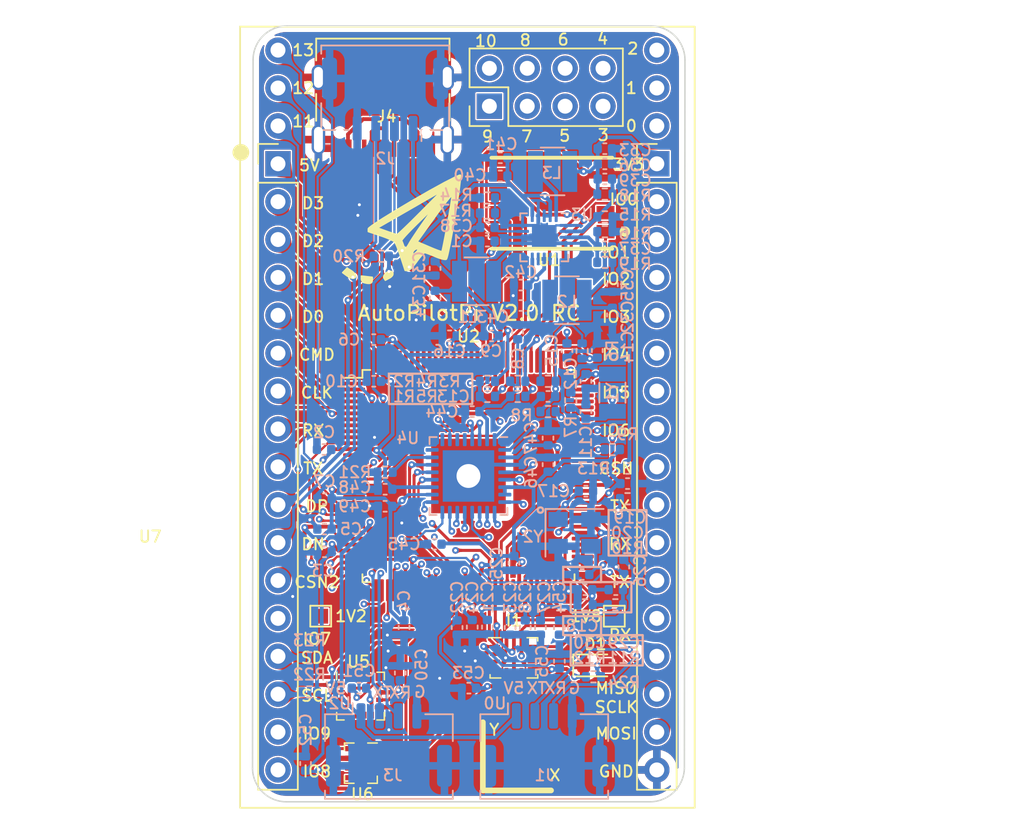
<source format=kicad_pcb>
(kicad_pcb (version 20211014) (generator pcbnew)
  (layers (0 "F.Cu" signal) (1 "In1.Cu" signal) (2 "In2.Cu" signal) (31 "B.Cu" signal) (34 "B.Paste" user) (35 "F.Paste" user) (36 "B.SilkS" user "B.Silkscreen") (37 "F.SilkS" user "F.Silkscreen") (38 "B.Mask" user) (39 "F.Mask" user) (44 "Edge.Cuts" user))
  (net 0 "")
  (net 1 "GND")
  (net 2 "+3V3")
  (net 3 "+1V2")
  (net 4 "Net-(C11-Pad2)")
  (net 5 "Net-(C12-Pad2)")
  (net 6 "Net-(C14-Pad2)")
  (net 7 "Net-(C15-Pad2)")
  (net 8 "/V3s_core/X24IN")
  (net 9 "/V3s_core/X24OUT")
  (net 10 "+1V8")
  (net 11 "/V3s_core/0.9VREF")
  (net 12 "Net-(C37-Pad2)")
  (net 13 "Net-(C38-Pad2)")
  (net 14 "Net-(C39-Pad2)")
  (net 15 "+5V")
  (net 16 "Net-(C50-Pad1)")
  (net 17 "Net-(C51-Pad1)")
  (net 18 "Net-(C51-Pad2)")
  (net 19 "Net-(C54-Pad2)")
  (net 20 "/MISO")
  (net 27 "/ICM_CSN")
  (net 28 "/SCLK")
  (net 29 "/MOSI")
  (net 30 "/U0_TX")
  (net 31 "/U0_RX")
  (net 32 "/U1_TX")
  (net 33 "/U1_RX")
  (net 34 "/U2_TX")
  (net 35 "/U2_RX")
  (net 36 "VBUS")
  (net 38 "/USB_DP")
  (net 39 "/USB_DN")
  (net 40 "/USB_ID")
  (net 42 "Net-(L1-Pad2)")
  (net 43 "Net-(L2-Pad2)")
  (net 44 "Net-(L3-Pad2)")
  (net 45 "/V3s_core/SD_DATA0")
  (net 46 "/V3s_core/SD_DATA1")
  (net 47 "/V3s_core/SD_DATA2")
  (net 48 "/V3s_core/SD_DATA3")
  (net 49 "/V3s_core/SD_CMD")
  (net 50 "Net-(R8-Pad2)")
  (net 51 "Net-(R9-Pad1)")
  (net 52 "Net-(R10-Pad2)")
  (net 53 "Net-(R13-Pad1)")
  (net 54 "Net-(R21-Pad1)")
  (net 55 "/SCL")
  (net 56 "/SDA")
  (net 57 "/V3s_core/SD_CLK")
  (net 58 "/SD1_D2")
  (net 59 "/SD1_D1")
  (net 60 "/SD1_D0")
  (net 61 "/SD1_CMD")
  (net 62 "/SD1_CLK")
  (net 63 "/GPIO_EXT1")
  (net 64 "/GPIO_EXT2")
  (net 65 "/GPIO_EXT3")
  (net 66 "/GPIO_EXT4")
  (net 67 "/GPIO_EXT13")
  (net 69 "/FPGA/FPGA_CTL1")
  (net 70 "/FPGA/FPGA_CTL2")
  (net 71 "/FPGA/FPGA_CTL3")
  (net 73 "/GPIO_EXT12")
  (net 74 "/GPIO_EXT11")
  (net 75 "/GPIO_EXT10")
  (net 76 "/GPIO_EXT9")
  (net 77 "/GPIO_EXT8")
  (net 78 "/GPIO_EXT7")
  (net 79 "/USER_CSN2")
  (net 80 "/GPIO_EXT6")
  (net 81 "/GPIO_EXT5")
  (net 82 "/GPIO_EXT0")
  (net 83 "/FPGA/PLL_IN")
  (net 86 "Net-(D1-Pad2)")
  (net 87 "/USER_CSN1")
  (net 113 "/SD1_D3")
  (net 114 "/FPGAIO0")
  (net 115 "/FPGAIO1")
  (net 116 "/FPGAIO2")
  (net 117 "/FPGAIO3")
  (net 118 "/FPGAIO4")
  (net 119 "/FPGAIO5")
  (net 120 "/FPGAIO6")
  (net 121 "/FPGAIO7")
  (net 122 "/FPGAIO8")
  (net 123 "/FPGAIO9")
  (net 124 "/FPGA/TMS")
  (net 125 "/FPGA/TCK")
  (net 126 "/FPGA/TDI")
  (net 127 "/FPGA/TDO")
  (net 136 "/V3s_core/LEDR")
  (net 137 "/V3s_core/LEDG")
  (net 140 "/FPGA/FPGA_CSN")
  (footprint "Package_LGA:Bosch_LGA-14_3x2.5mm_P0.5mm" (layer "F.Cu") (at 95.504 81.28)
    (fp_text reference "I1")
    (fp_text value "ICM20600")
  )
  (footprint "Connector_USB:USB_C_Receptacle_Palconn_UTC16-G" (layer "F.Cu") (at 86.7156 44.6024 180)
    (fp_text reference "J4")
    (fp_text value "USB_C_Receptacle")
  )
  (footprint "Package_LGA:LGA-16_3x3mm_P0.5mm" (layer "F.Cu") (at 85.217 83.8454)
    (fp_text reference "U5")
    (fp_text value "HMC5883L-TR")
  )
  (footprint "LED_SMD:LED_0603_1608Metric" (layer "F.Cu") (at 100.965 81.788)
    (fp_text reference "D1")
    (fp_text value "LED")
  )
  (footprint "ic_footprint:Flight_Core" (layer "F.Cu") (at 66.985 73.555)
    (fp_text reference "U7")
    (fp_text value "v3s_flight_controller")
  )
  (footprint "TestPoint:TestPoint_Pad_1.0x1.0mm" (layer "F.Cu") (at 102.235 78.486)
    (fp_text reference "1V8")
    (fp_text value "TestPoint")
  )
  (footprint "ic_footprint:EQFP-128_14x14mm_P0.4mm" (layer "F.Cu") (at 92.456 69.088)
    (fp_text reference "U2")
    (fp_text value "V3S-ALLWINNER")
  )
  (footprint "ic_footprint:LGA-8_L8.0-W6.0-BL_MKDV4GIL-AS" (layer "F.Cu") (at 98.044 50.8 90)
    (fp_text reference "U1")
    (fp_text value "MKDV4GCL-AB")
  )
  (footprint "TestPoint:TestPoint_Pad_1.0x1.0mm" (layer "F.Cu") (at 82.55 78.486)
    (fp_text reference "1V2")
    (fp_text value "TestPoint")
  )
  (footprint "Package_LGA:Bosch_LGA-8_2x2.5mm_P0.65mm_ClockwisePinNumbering" (layer "F.Cu") (at 85.2424 88.3412 -90)
    (fp_text reference "U6")
    (fp_text value "SPL06-001")
  )
  (footprint "Inductor_SMD:L_Abracon_ASPI-3012S" (layer "B.Cu") (at 99.06 57.3024 180)
    (fp_text reference "L2")
    (fp_text value "2.2uH")
  )
  (footprint "Resistor_SMD:R_0402_1005Metric" (layer "B.Cu") (at 101.6 54.7624 180)
    (fp_text reference "R19")
    (fp_text value "200K")
  )
  (footprint "Capacitor_SMD:C_0402_1005Metric" (layer "B.Cu") (at 100.076 75.692)
    (fp_text reference "C18")
    (fp_text value "18pf")
  )
  (footprint "Capacitor_SMD:C_0402_1005Metric" (layer "B.Cu") (at 92.71 64.77 180)
    (fp_text reference "C44")
    (fp_text value "0.1u")
  )
  (footprint "Connector_Molex:Molex_CLIK-Mate_502382-0470_1x04-1MP_P1.25mm_Vertical" (layer "B.Cu") (at 86.868 43.8348 180)
    (fp_text reference "J2")
    (fp_text value "Conn_01x04_MountingPin")
  )
  (footprint "Capacitor_SMD:C_0402_1005Metric" (layer "B.Cu") (at 101.6 49.1744)
    (fp_text reference "C39")
    (fp_text value "220p")
  )
  (footprint "Resistor_SMD:R_0402_1005Metric" (layer "B.Cu") (at 99.314 64.008 -90)
    (fp_text reference "R7")
    (fp_text value "1M")
  )
  (footprint "Resistor_SMD:R_0402_1005Metric" (layer "B.Cu") (at 102.306 77.724 180)
    (fp_text reference "R11")
    (fp_text value "10K")
  )
  (footprint "Capacitor_SMD:C_0402_1005Metric" (layer "B.Cu") (at 91.694 79.248 -90)
    (fp_text reference "C22")
    (fp_text value "0.1u")
  )
  (footprint "Capacitor_SMD:C_0402_1005Metric" (layer "B.Cu") (at 92.484 83.312)
    (fp_text reference "C53")
    (fp_text value "0.1u")
  )
  (footprint "Resistor_SMD:R_0402_1005Metric" (layer "B.Cu") (at 86.868 68.834 180)
    (fp_text reference "R21")
    (fp_text value "NC")
  )
  (footprint "Capacitor_SMD:C_0402_1005Metric" (layer "B.Cu") (at 97.282 79.248 -90)
    (fp_text reference "C27")
    (fp_text value "0.1u")
  )
  (footprint "Resistor_SMD:R_0402_1005Metric" (layer "B.Cu") (at 93.726 63.754 180)
    (fp_text reference "R1")
    (fp_text value "47K")
  )
  (footprint "Capacitor_SMD:C_0402_1005Metric" (layer "B.Cu") (at 86.868 71.12 180)
    (fp_text reference "C49")
    (fp_text value "0.1u")
  )
  (footprint "Capacitor_SMD:C_0402_1005Metric" (layer "B.Cu") (at 98.552 79.248 -90)
    (fp_text reference "C54")
    (fp_text value "0.1u")
  )
  (footprint "Resistor_SMD:R_0402_1005Metric" (layer "B.Cu") (at 93.726 50.4444)
    (fp_text reference "R14")
    (fp_text value "100k")
  )
  (footprint "Package_DFN_QFN:QFN-32-1EP_5x5mm_P0.5mm_EP3.45x3.45mm" (layer "B.Cu") (at 92.456 69.088 180)
    (fp_text reference "U4")
    (fp_text value "GW1N_LV4QN32C6/I5")
  )
  (footprint "Capacitor_SMD:C_0402_1005Metric" (layer "B.Cu") (at 97.79 66.548 90)
    (fp_text reference "C47")
    (fp_text value "0.1u")
  )
  (footprint "Connector_Molex:Molex_CLIK-Mate_502382-0470_1x04-1MP_P1.25mm_Vertical" (layer "B.Cu") (at 97.536 87.122)
    (fp_text reference "J1")
    (fp_text value "Conn_01x04_MountingPin")
  )
  (footprint "Inductor_SMD:L_Abracon_ASPI-3012S" (layer "B.Cu") (at 98.0948 48.6664 180)
    (fp_text reference "L3")
    (fp_text value "2.2uH")
  )
  (footprint "Capacitor_SMD:C_0402_1005Metric" (layer "B.Cu") (at 101.6 48.1584)
    (fp_text reference "C36")
    (fp_text value "0.1u")
  )
  (footprint "Resistor_SMD:R_0402_1005Metric" (layer "B.Cu") (at 95.758 63.754 180)
    (fp_text reference "R5")
    (fp_text value "47K")
  )
  (footprint "Crystal:Crystal_SMD_EuroQuartz_MT-4Pin_3.2x2.5mm" (layer "B.Cu") (at 99.568 72.898)
    (fp_text reference "Y2")
    (fp_text value "Crystal_GND24_Small")
  )
  (footprint "Resistor_SMD:R_0402_1005Metric" (layer "B.Cu") (at 100.274 77.724 180)
    (fp_text reference "R12")
    (fp_text value "10K")
  )
  (footprint "Capacitor_SMD:C_0402_1005Metric" (layer "B.Cu") (at 93.726 52.4256)
    (fp_text reference "C38")
    (fp_text value "220p")
  )
  (footprint "Capacitor_SMD:C_0402_1005Metric" (layer "B.Cu") (at 95.504 74.93 -90)
    (fp_text reference "C25")
    (fp_text value "0.1u")
  )
  (footprint "Capacitor_SMD:C_0402_1005Metric" (layer "B.Cu") (at 81.534 88.364 90)
    (fp_text reference "C52")
    (fp_text value "0.1u")
  )
  (footprint "Capacitor_SMD:C_0402_1005Metric" (layer "B.Cu") (at 86.106 59.944 180)
    (fp_text reference "C6")
    (fp_text value "0.1u")
  )
  (footprint "Capacitor_SMD:C_0402_1005Metric" (layer "B.Cu") (at 94.5896 48.9712 180)
    (fp_text reference "C40")
    (fp_text value "4.7u")
  )
  (footprint "Capacitor_SMD:C_0402_1005Metric" (layer "B.Cu") (at 100.274 76.708 180)
    (fp_text reference "C30")
    (fp_text value "0.1u")
  )
  (footprint "Resistor_SMD:R_0402_1005Metric" (layer "B.Cu") (at 100.838 82.55)
    (fp_text reference "R24")
    (fp_text value "10K")
  )
  (footprint "Inductor_SMD:L_Abracon_ASPI-3012S" (layer "B.Cu") (at 92.9964 56.0324)
    (fp_text reference "L1")
    (fp_text value "2.2uH")
  )
  (footprint "Resistor_SMD:R_0402_1005Metric" (layer "B.Cu") (at 97.79 64.77)
    (fp_text reference "R8")
    (fp_text value "NC")
  )
  (footprint "Capacitor_SMD:C_0402_1005Metric" (layer "B.Cu") (at 97.79 63.754)
    (fp_text reference "C13")
    (fp_text value "0.1u")
  )
  (footprint "Capacitor_SMD:C_0402_1005Metric" (layer "B.Cu") (at 101.6 47.1424)
    (fp_text reference "C33")
    (fp_text value "4.7u")
  )
  (footprint "Capacitor_SMD:C_0402_1005Metric" (layer "B.Cu") (at 94.5896 47.752 180)
    (fp_text reference "C41")
    (fp_text value "4.7u")
  )
  (footprint "Capacitor_SMD:C_0402_1005Metric" (layer "B.Cu") (at 82.776 67.31 180)
    (fp_text reference "C2")
    (fp_text value "0.1u")
  )
  (footprint "Resistor_SMD:R_0402_1005Metric" (layer "B.Cu") (at 95.758 62.738 180)
    (fp_text reference "R4")
    (fp_text value "47K")
  )
  (footprint "Capacitor_SMD:C_0402_1005Metric" (layer "B.Cu") (at 91.186 59.69 180)
    (fp_text reference "C16")
    (fp_text value "0.1u")
  )
  (footprint "Capacitor_SMD:C_0402_1005Metric" (layer "B.Cu") (at 100.33 64.77 -90)
    (fp_text reference "C11")
    (fp_text value "18pf")
  )
  (footprint "Capacitor_SMD:C_0402_1005Metric" (layer "B.Cu") (at 100.33 70.104 180)
    (fp_text reference "C17")
    (fp_text value "18pf")
  )
  (footprint "Capacitor_SMD:C_0402_1005Metric" (layer "B.Cu") (at 90.17 73.66 180)
    (fp_text reference "C45")
    (fp_text value "0.1u")
  )
  (footprint "Capacitor_SMD:C_0402_1005Metric" (layer "B.Cu") (at 102.108 58.2904 -90)
    (fp_text reference "C32")
    (fp_text value "4.7u")
  )
  (footprint "Resistor_SMD:R_0402_1005Metric" (layer "B.Cu") (at 102.108 66.04)
    (fp_text reference "R9")
    (fp_text value "NC")
  )
  (footprint "Resistor_SMD:R_0402_1005Metric" (layer "B.Cu") (at 103.124 70.612 180)
    (fp_text reference "R10")
    (fp_text value "240R")
  )
  (footprint "Package_DFN_QFN:QFN-20-1EP_3x3mm_P0.4mm_EP1.65x1.65mm" (layer "B.Cu") (at 97.536 53.086 180)
    (fp_text reference "U3")
    (fp_text value "EA3036")
  )
  (footprint "Capacitor_SMD:C_0402_1005Metric" (layer "B.Cu") (at 82.804 72.644 180)
    (fp_text reference "C5")
    (fp_text value "0.1u")
  )
  (footprint "Capacitor_SMD:C_0402_1005Metric" (layer "B.Cu") (at 95.758 59.436 -90)
    (fp_text reference "C8")
    (fp_text value "0.1u")
  )
  (footprint "Capacitor_SMD:C_0402_1005Metric" (layer "B.Cu") (at 82.804 70.612 180)
    (fp_text reference "C7")
    (fp_text value "0.1u")
  )
  (footprint "Capacitor_SMD:C_0402_1005Metric" (layer "B.Cu") (at 100.33 62.738 90)
    (fp_text reference "C12")
    (fp_text value "18pf")
  )
  (footprint "Capacitor_SMD:C_0402_1005Metric" (layer "B.Cu") (at 90.2208 57.15 -90)
    (fp_text reference "C34")
    (fp_text value "0.1u")
  )
  (footprint "Capacitor_SMD:C_0402_1005Metric" (layer "B.Cu") (at 102.87 75.184 -90)
    (fp_text reference "C26")
    (fp_text value "0.1u")
  )
  (footprint "Capacitor_SMD:C_0402_1005Metric" (layer "B.Cu") (at 103.124 68.58 180)
    (fp_text reference "C19")
    (fp_text value "0.1u")
  )
  (footprint "Capacitor_SMD:C_0402_1005Metric" (layer "B.Cu") (at 102.108 56.2584 -90)
    (fp_text reference "C35")
    (fp_text value "0.1u")
  )
  (footprint "Resistor_SMD:R_0402_1005Metric" (layer "B.Cu") (at 81.788 83.566 180)
    (fp_text reference "R22")
    (fp_text value "4.7K")
  )
  (footprint "Crystal:Crystal_SMD_3215-2Pin_3.2x1.5mm" (layer "B.Cu") (at 102.108 63.5 90)
    (fp_text reference "Y1")
    (fp_text value "Crystal")
  )
  (footprint "Capacitor_SMD:C_0402_1005Metric" (layer "B.Cu") (at 98.552 81.506 -90)
    (fp_text reference "C55")
    (fp_text value "0.1u")
  )
  (footprint "Capacitor_SMD:C_0402_1005Metric" (layer "B.Cu") (at 93.726 79.22 -90)
    (fp_text reference "C21")
    (fp_text value "0.1u")
  )
  (footprint "Capacitor_SMD:C_0402_1005Metric" (layer "B.Cu") (at 86.106 62.738 180)
    (fp_text reference "C10")
    (fp_text value "0.1u")
  )
  (footprint "Capacitor_SMD:C_0402_1005Metric" (layer "B.Cu") (at 82.804 74.168 180)
    (fp_text reference "C3")
    (fp_text value "0.1u")
  )
  (footprint "Capacitor_SMD:C_0402_1005Metric" (layer "B.Cu") (at 85.118 83.312 180)
    (fp_text reference "C51")
    (fp_text value "0.22uF")
  )
  (footprint "Resistor_SMD:R_0402_1005Metric" (layer "B.Cu") (at 102.108 67.31)
    (fp_text reference "R13")
    (fp_text value "NC")
  )
  (footprint "Capacitor_SMD:C_0402_1005Metric" (layer "B.Cu") (at 101.6 53.721 180)
    (fp_text reference "C37")
    (fp_text value "220p")
  )
  (footprint "Resistor_SMD:R_0402_1005Metric" (layer "B.Cu") (at 101.602 52.705 180)
    (fp_text reference "R16")
    (fp_text value "100k")
  )
  (footprint "Resistor_SMD:R_0402_1005Metric" (layer "B.Cu") (at 101.6 51.7144 180)
    (fp_text reference "R15")
    (fp_text value "150k")
  )
  (footprint "Resistor_SMD:R_0402_1005Metric" (layer "B.Cu") (at 93.726 51.4604)
    (fp_text reference "R17")
    (fp_text value "100K")
  )
  (footprint "Capacitor_SMD:C_0402_1005Metric" (layer "B.Cu") (at 101.092 60.678 -90)
    (fp_text reference "C14")
    (fp_text value "0.1u")
  )
  (footprint "Resistor_SMD:R_0402_1005Metric" (layer "B.Cu") (at 81.788 81.28 180)
    (fp_text reference "R23")
    (fp_text value "4.7k")
  )
  (footprint "Capacitor_SMD:C_0402_1005Metric" (layer "B.Cu") (at 93.726 53.34)
    (fp_text reference "C1")
    (fp_text value "0.1u")
  )
  (footprint "Capacitor_SMD:C_0402_1005Metric" (layer "B.Cu") (at 99.06 60.678 90)
    (fp_text reference "C15")
    (fp_text value "1uF")
  )
  (footprint "Capacitor_SMD:C_0402_1005Metric" (layer "B.Cu") (at 96.266 79.248 90)
    (fp_text reference "C28")
    (fp_text value "0.1u")
  )
  (footprint "Capacitor_SMD:C_0402_1005Metric" (layer "B.Cu") (at 97.79 68.326 90)
    (fp_text reference "C46")
    (fp_text value "0.1u")
  )
  (footprint "Resistor_SMD:R_0402_1005Metric" (layer "B.Cu") (at 101.6 50.1904)
    (fp_text reference "R18")
    (fp_text value "680k")
  )
  (footprint "Resistor_SMD:R_0402_1005Metric" (layer "B.Cu") (at 100.076 60.706 90)
    (fp_text reference "R6")
    (fp_text value "10K")
  )
  (footprint "Capacitor_SMD:C_0402_1005Metric" (layer "B.Cu") (at 94.008 59.69)
    (fp_text reference "C9")
    (fp_text value "0.1u")
  )
  (footprint "Capacitor_SMD:C_0402_1005Metric" (layer "B.Cu") (at 95.25 79.248 -90)
    (fp_text reference "C23")
    (fp_text value "0.1u")
  )
  (footprint "Resistor_SMD:R_0402_1005Metric" (layer "B.Cu") (at 93.726 62.738 180)
    (fp_text reference "R2")
    (fp_text value "47K")
  )
  (footprint "Resistor_SMD:R_0402_1005Metric" (layer "B.Cu") (at 86.614 54.356 180)
    (fp_text reference "R20")
    (fp_text value "0R")
  )
  (footprint "Capacitor_SMD:C_0402_1005Metric" (layer "B.Cu") (at 86.868 69.977 180)
    (fp_text reference "C48")
    (fp_text value "0.1u")
  )
  (footprint "Capacitor_SMD:C_0402_1005Metric" (layer "B.Cu") (at 88.138 79.248 -90)
    (fp_text reference "C4")
    (fp_text value "0.1u")
  )
  (footprint "Capacitor_SMD:C_0402_1005Metric" (layer "B.Cu") (at 92.71 79.22 90)
    (fp_text reference "C24")
    (fp_text value "0.1u")
  )
  (footprint "Connector_Molex:Molex_CLIK-Mate_502382-0470_1x04-1MP_P1.25mm_Vertical" (layer "B.Cu") (at 87.122 87.122)
    (fp_text reference "J3")
    (fp_text value "Conn_01x04_MountingPin")
  )
  (footprint "Capacitor_SMD:C_0402_1005Metric" (layer "B.Cu") (at 90.2208 55.1688 -90)
    (fp_text reference "C31")
    (fp_text value "4.7u")
  )
  (footprint "Capacitor_SMD:C_0402_1005Metric" (layer "B.Cu") (at 95.984 57.658 180)
    (fp_text reference "C43")
    (fp_text value "0.1u")
  )
  (footprint "Capacitor_SMD:C_0402_1005Metric" (layer "B.Cu") (at 95.984 56.2864 180)
    (fp_text reference "C42")
    (fp_text value "0.1u")
  )
  (footprint "Capacitor_SMD:C_0402_1005Metric" (layer "B.Cu") (at 87.884 82.296 90)
    (fp_text reference "C50")
    (fp_text value "4.7u")
  )
  (footprint "Resistor_SMD:R_0402_1005Metric" (layer "B.Cu") (at 97.788 62.738)
    (fp_text reference "R3")
    (fp_text value "47K")
  )
  (footprint "Capacitor_SMD:C_0402_1005Metric" (layer "B.Cu") (at 102.334 76.708 180)
    (fp_text reference "C29")
    (fp_text value "0.1u")
  )
  (footprint "Capacitor_SMD:C_0402_1005Metric" (layer "B.Cu") (at 103.124 69.596 180)
    (fp_text reference "C20")
    (fp_text value "0.1u")
  )
  (gr_circle (center 97.282 71.374) (end 97.155 71.501) (layer "B.SilkS") (width 0.15) (fill none))
  (gr_rect (start 101.346 75.184) (end 98.806 76.2) (layer "B.SilkS") (width 0.15) (fill none))
  (gr_rect (start 104.394 71.374) (end 101.854 74.422) (layer "B.SilkS") (width 0.1524) (fill none))
  (gr_rect (start 101.346 78.486) (end 98.806 79.756) (layer "B.SilkS") (width 0.15) (fill none))
  (gr_rect (start 103.378 76.2) (end 99.314 78.232) (layer "B.SilkS") (width 0.15) (fill none))
  (gr_rect (start 92.71 62.23) (end 87.122 64.262) (layer "B.SilkS") (width 0.15) (fill none))
  (gr_rect (start 104.14 79.756) (end 99.314 81.788) (layer "B.SilkS") (width 0.15) (fill none))
  (gr_poly (pts (xy 84.601116 55.32309) (xy 84.62952 55.341616) (xy 84.656474 55.360768) (xy 84.681962 55.380464) (xy 84.705968 55.400626) (xy 84.728474 55.421174) (xy 84.749465 55.442029) (xy 84.768922 55.463111) (xy 84.786829 55.484341) (xy 84.80317 55.505638) (xy 84.817928 55.526924) (xy 84.831086 55.548119) (xy 84.842627 55.569143) (xy 84.852535 55.589917) (xy 84.860792 55.610362) (xy 84.867383 55.630397) (xy 84.87229 55.649943) (xy 84.875496 55.668921) (xy 84.876985 55.687251) (xy 84.87674 55.704853) (xy 84.874745 55.721649) (xy 84.870982 55.737558) (xy 84.865434 55.752501) (xy 84.858086 55.766398) (xy 84.84892 55.77917) (xy 84.83792 55.790738) (xy 84.825068 55.801021) (xy 84.810348 55.80994) (xy 84.793744 55.817416) (xy 84.775238 55.82337) (xy 84.754814 55.82772) (xy 84.732455 55.830389) (xy 84.708144 55.831296) (xy 84.689173 55.830313) (xy 84.66812 55.827428) (xy 84.645205 55.822738) (xy 84.620649 55.816341) (xy 84.594672 55.808334) (xy 84.567495 55.798813) (xy 84.539338 55.787877) (xy 84.510421 55.775621) (xy 84.480965 55.762145) (xy 84.451191 55.747543) (xy 84.421318 55.731915) (xy 84.391567 55.715356) (xy 84.362159 55.697965) (xy 84.333314 55.679838) (xy 84.305253 55.661072) (xy 84.278196 55.641765) (xy 84.0214 55.452234) (xy 84.171168 55.300175) (xy 84.320936 55.148116)) (layer "F.SilkS") (width 0.1) (fill solid))
  (gr_poly (pts (xy 91.915765 48.922224) (xy 91.926012 49.002466) (xy 91.915192 49.189806) (xy 91.840521 49.824982) (xy 91.712088 50.706155) (xy 91.55023 51.711729) (xy 91.375281 52.720106) (xy 91.207577 53.609692) (xy 91.067453 54.258889) (xy 91.014089 54.455342) (xy 90.975245 54.5461) (xy 90.969441 54.551072) (xy 90.962085 54.555284) (xy 90.953222 54.558746) (xy 90.9429 54.561469) (xy 90.931164 54.563464) (xy 90.918062 54.564742) (xy 90.887943 54.565185) (xy 90.852915 54.562885) (xy 90.81335 54.557926) (xy 90.769619 54.550393) (xy 90.722095 54.540369) (xy 90.671149 54.527942) (xy 90.617153 54.513194) (xy 90.560479 54.496211) (xy 90.501498 54.477077) (xy 90.440584 54.455878) (xy 90.378107 54.432698) (xy 90.314439 54.407622) (xy 90.249952 54.380735) (xy 90.121764 54.326652) (xy 89.998273 54.276197) (xy 89.882462 54.230476) (xy 89.777312 54.190591) (xy 89.685806 54.157647) (xy 89.610924 54.132748) (xy 89.55565 54.116999) (xy 89.536297 54.112901) (xy 89.522964 54.111504) (xy 89.517335 54.112282) (xy 89.510671 54.114592) (xy 89.503005 54.118396) (xy 89.494372 54.123654) (xy 89.474334 54.138385) (xy 89.45083 54.158478) (xy 89.424127 54.183629) (xy 89.394497 54.213533) (xy 89.362209 54.247884) (xy 89.327533 54.286377) (xy 89.290739 54.328707) (xy 89.252096 54.374569) (xy 89.211876 54.423658) (xy 89.170347 54.475668) (xy 89.127779 54.530294) (xy 89.084443 54.58723) (xy 89.040608 54.646173) (xy 88.996544 54.706816) (xy 88.952063 54.767459) (xy 88.907002 54.826402) (xy 88.861673 54.883339) (xy 88.816388 54.937965) (xy 88.771456 54.989975) (xy 88.72719 55.039063) (xy 88.683901 55.084925) (xy 88.6419 55.127256) (xy 88.601497 55.165749) (xy 88.563005 55.2001) (xy 88.526734 55.230004) (xy 88.492996 55.255155) (xy 88.462101 55.275248) (xy 88.434362 55.289978) (xy 88.410088 55.29904) (xy 88.399348 55.30135) (xy 88.389592 55.302129) (xy 88.21016 55.302129) (xy 87.918418 54.409161) (xy 87.873808 54.276193) (xy 88.717755 54.276193) (xy 88.91939 54.108852) (xy 88.939616 54.091492) (xy 88.958659 54.074001) (xy 88.976445 54.056498) (xy 88.992904 54.0391) (xy 89.007962 54.021922) (xy 89.021547 54.005082) (xy 89.033588 53.988697) (xy 89.04401 53.972883) (xy 89.052743 53.957758) (xy 89.059714 53.943438) (xy 89.064851 53.93004) (xy 89.066708 53.923723) (xy 89.06808 53.917681) (xy 89.068957 53.911927) (xy 89.06933 53.906477) (xy 89.069191 53.901346) (xy 89.068529 53.896546) (xy 89.067337 53.892095) (xy 89.065604 53.888005) (xy 89.063323 53.884292) (xy 89.060483 53.880969) (xy 89.060483 53.880968) (xy 89.051428 53.873173) (xy 89.041515 53.866952) (xy 89.030819 53.862248) (xy 89.019416 53.859008) (xy 89.00738 53.857173) (xy 88.994786 53.85669) (xy 88.981711 53.857502) (xy 88.968227 53.859553) (xy 88.954412 53.862787) (xy 88.94034 53.867149) (xy 88.926086 53.872583) (xy 88.911725 53.879034) (xy 88.897332 53.886444) (xy 88.882983 53.894759) (xy 88.868752 53.903923) (xy 88.854715 53.91388) (xy 88.840947 53.924574) (xy 88.827523 53.935949) (xy 88.814517 53.94795) (xy 88.802006 53.960521) (xy 88.790064 53.973606) (xy 88.778767 53.987149) (xy 88.768189 54.001095) (xy 88.758405 54.015387) (xy 88.749491 54.02997) (xy 88.741522 54.044788) (xy 88.734573 54.059786) (xy 88.728719 54.074907) (xy 88.724035 54.090096) (xy 88.720596 54.105297) (xy 88.718478 54.120454) (xy 88.717755 54.135511) (xy 88.717755 54.276193) (xy 87.873808 54.276193) (xy 87.857332 54.227082) (xy 87.79555 54.051999) (xy 87.734765 53.888117) (xy 87.676673 53.739641) (xy 87.622969 53.610776) (xy 87.575349 53.505728) (xy 87.535506 53.428701) (xy 87.519031 53.40201) (xy 87.505137 53.383901) (xy 87.488495 53.368993) (xy 87.463961 53.351696) (xy 87.432017 53.332218) (xy 87.393147 53.310768) (xy 87.37758 53.302793) (xy 87.975783 53.302793) (xy 87.976388 53.308052) (xy 87.986074 53.3284) (xy 87.998649 53.357264) (xy 88.013582 53.393306) (xy 88.030347 53.435188) (xy 88.048415 53.481571) (xy 88.067259 53.531117) (xy 88.086349 53.582487) (xy 88.105158 53.634344) (xy 88.114171 53.658766) (xy 88.123101 53.681384) (xy 88.131979 53.702183) (xy 88.140836 53.72115) (xy 88.149703 53.73827) (xy 88.158611 53.75353) (xy 88.167591 53.766914) (xy 88.176674 53.778409) (xy 88.185891 53.788001) (xy 88.195272 53.795675) (xy 88.204849 53.801418) (xy 88.214653 53.805214) (xy 88.224714 53.807051) (xy 88.235064 53.806913) (xy 88.245733 53.804787) (xy 88.256753 53.800658) (xy 88.268154 53.794513) (xy 88.279966 53.786337) (xy 88.292222 53.776115) (xy 88.304953 53.763834) (xy 88.318188 53.74948) (xy 88.331959 53.733038) (xy 88.346297 53.714495) (xy 88.361232 53.693835) (xy 88.376797 53.671046) (xy 88.393021 53.646111) (xy 88.427572 53.589754) (xy 88.465133 53.524648) (xy 88.505951 53.450683) (xy 88.545825 53.382562) (xy 89.017165 53.382562) (xy 89.826575 53.729802) (xy 89.989971 53.79888) (xy 90.143956 53.862016) (xy 90.285051 53.917922) (xy 90.409773 53.965311) (xy 90.514641 54.002893) (xy 90.596175 54.029381) (xy 90.650892 54.043486) (xy 90.667107 54.045492) (xy 90.675313 54.043919) (xy 90.680995 54.03137) (xy 90.689804 54.001167) (xy 90.716066 53.8915) (xy 90.75261 53.722309) (xy 90.797953 53.500983) (xy 90.909087 52.931489) (xy 91.037582 52.242139) (xy 91.037582 52.24214) (xy 91.163095 51.540789) (xy 91.266109 50.938617) (xy 91.335978 50.499736) (xy 91.355156 50.361566) (xy 91.362054 50.288259) (xy 91.360594 50.280909) (xy 91.356116 50.277898) (xy 91.348694 50.279133) (xy 91.338403 50.28452) (xy 91.325318 50.293966) (xy 91.309516 50.307378) (xy 91.270055 50.345728) (xy 91.220622 50.398824) (xy 91.161816 50.465919) (xy 91.094238 50.546268) (xy 91.018488 50.639126) (xy 90.935168 50.743746) (xy 90.844877 50.859383) (xy 90.645785 51.120725) (xy 90.426017 51.417185) (xy 90.190377 51.742798) (xy 89.017165 53.382562) (xy 88.545825 53.382562) (xy 88.549766 53.375829) (xy 88.61878 53.265613) (xy 88.709469 53.125334) (xy 88.818312 52.960292) (xy 89.076369 52.57712) (xy 89.364769 52.158496) (xy 90.077928 51.134941) (xy 89.007604 52.183573) (xy 88.793397 52.395769) (xy 88.595103 52.596722) (xy 88.416952 52.78182) (xy 88.263175 52.94645) (xy 88.138 53.086) (xy 88.045658 53.195859) (xy 88.013121 53.238213) (xy 87.990377 53.271414) (xy 87.977957 53.294886) (xy 87.975783 53.302793) (xy 87.37758 53.302793) (xy 87.347834 53.287556) (xy 87.296562 53.262791) (xy 87.239813 53.236682) (xy 87.178071 53.209439) (xy 87.041543 53.152386) (xy 86.890843 53.093306) (xy 86.729838 53.033873) (xy 86.562395 52.975761) (xy 85.741192 52.699915) (xy 85.741192 52.515539) (xy 85.758488 52.48438) (xy 85.78574 52.457858) (xy 86.351787 52.457858) (xy 86.972531 52.679115) (xy 87.218952 52.765834) (xy 87.431025 52.838389) (xy 87.586137 52.889185) (xy 87.635267 52.90405) (xy 87.661677 52.910625) (xy 87.667083 52.909236) (xy 87.676182 52.904074) (xy 87.705072 52.882804) (xy 87.747565 52.84756) (xy 87.802883 52.799087) (xy 87.948869 52.665439) (xy 88.13679 52.48782) (xy 88.360407 52.272193) (xy 88.613479 52.024522) (xy 88.889767 51.750768) (xy 89.183031 51.456894) (xy 90.635983 49.992908) (xy 88.493885 51.225383) (xy 86.351787 52.457858) (xy 85.78574 52.457858) (xy 85.808922 52.435297) (xy 86.000484 52.288435) (xy 86.685323 51.835456) (xy 87.656155 51.237817) (xy 88.773424 50.576732) (xy 89.897574 49.933415) (xy 90.889051 49.389082) (xy 91.6083 49.024947) (xy 91.822228 48.935833) (xy 91.885136 48.918956)) (layer "F.SilkS") (width 0.1) (fill solid))
  (gr_poly (pts (xy 87.22655 55.361726) (xy 87.246258 55.365327) (xy 87.264801 55.371485) (xy 87.282035 55.380321) (xy 87.298881 55.39138) (xy 87.314285 55.402828) (xy 87.328254 55.414645) (xy 87.340794 55.426809) (xy 87.351912 55.439302) (xy 87.361615 55.452103) (xy 87.369909 55.465192) (xy 87.3768 55.478549) (xy 87.382295 55.492153) (xy 87.3864 55.505985) (xy 87.389122 55.520024) (xy 87.390468 55.53425) (xy 87.390443 55.548642) (xy 87.389055 55.563182) (xy 87.38631 55.577848) (xy 87.382214 55.592621) (xy 87.376773 55.60748) (xy 87.369996 55.622405) (xy 87.361887 55.637376) (xy 87.352453 55.652372) (xy 87.341701 55.667375) (xy 87.329637 55.682362) (xy 87.316268 55.697315) (xy 87.3016 55.712213) (xy 87.285641 55.727036) (xy 87.268395 55.741764) (xy 87.24987 55.756376) (xy 87.230072 55.770853) (xy 87.209008 55.785174) (xy 87.186684 55.799319) (xy 87.163107 55.813268) (xy 87.138283 55.827001) (xy 86.881729 55.964305) (xy 86.787343 55.811586) (xy 86.778977 55.795017) (xy 86.773571 55.777408) (xy 86.770982 55.758882) (xy 86.771069 55.739563) (xy 86.773688 55.719576) (xy 86.778698 55.699044) (xy 86.785956 55.678091) (xy 86.795321 55.656842) (xy 86.806649 55.63542) (xy 86.819799 55.61395) (xy 86.834628 55.592555) (xy 86.850994 55.57136) (xy 86.868755 55.550488) (xy 86.887769 55.530064) (xy 86.907893 55.510211) (xy 86.928985 55.491053) (xy 86.950903 55.472715) (xy 86.973504 55.455321) (xy 86.996647 55.438994) (xy 87.020189 55.423859) (xy 87.043987 55.41004) (xy 87.0679 55.39766) (xy 87.091786 55.386843) (xy 87.115501 55.377715) (xy 87.138904 55.370398) (xy 87.161853 55.365016) (xy 87.184205 55.361694) (xy 87.205818 55.360556)) (layer "F.SilkS") (width 0.1) (fill solid))
  (gr_poly (pts (xy 85.641973 55.723293) (xy 86.005775 55.765152) (xy 86.005775 55.952567) (xy 86.005311 55.972015) (xy 86.003918 55.990564) (xy 86.00159 56.008215) (xy 85.998324 56.024969) (xy 85.994117 56.040828) (xy 85.988963 56.055794) (xy 85.982859 56.069868) (xy 85.975801 56.083051) (xy 85.967784 56.095345) (xy 85.958806 56.106752) (xy 85.948861 56.117272) (xy 85.937946 56.126908) (xy 85.926056 56.135661) (xy 85.913188 56.143532) (xy 85.899338 56.150523) (xy 85.884502 56.156635) (xy 85.868675 56.161871) (xy 85.851853 56.16623) (xy 85.834034 56.169716) (xy 85.815211 56.172329) (xy 85.795382 56.17407) (xy 85.774543 56.174942) (xy 85.752689 56.174946) (xy 85.729816 56.174083) (xy 85.705921 56.172355) (xy 85.680999 56.169763) (xy 85.655046 56.166309) (xy 85.628059 56.161995) (xy 85.600033 56.15682) (xy 85.570964 56.150789) (xy 85.540848 56.143901) (xy 85.509681 56.136158) (xy 85.509681 56.136157) (xy 85.497814 56.13284) (xy 85.486098 56.129053) (xy 85.474547 56.124814) (xy 85.463176 56.120138) (xy 85.441034 56.109543) (xy 85.41979 56.0974) (xy 85.399564 56.083841) (xy 85.380474 56.068998) (xy 85.362639 56.053003) (xy 85.346177 56.035988) (xy 85.331207 56.018084) (xy 85.317849 55.999423) (xy 85.30622 55.980138) (xy 85.301091 55.970302) (xy 85.296439 55.96036) (xy 85.292278 55.950327) (xy 85.288625 55.940221) (xy 85.285492 55.930057) (xy 85.282896 55.919852) (xy 85.280851 55.909623) (xy 85.279372 55.899387) (xy 85.278474 55.889159) (xy 85.278171 55.878956) (xy 85.278171 55.681433)) (layer "F.SilkS") (width 0.1) (fill solid))
  (gr_line (start 97.9932 90.17) (end 93.4212 90.17) (layer "F.SilkS") (width 0.381))
  (gr_line (start 93.4212 85.598) (end 93.4212 90.17) (layer "F.SilkS") (width 0.381))
  (gr_arc (start 80.2386 90.932) (mid 78.651103 90.276792) (end 77.978 88.6968) (layer "Edge.Cuts") (width 0.1))
  (gr_line (start 78.015992 41.17857) (end 77.978 88.6968) (layer "Edge.Cuts") (width 0.1))
  (gr_line (start 80.2386 90.932) (end 104.6734 90.932) (layer "Edge.Cuts") (width 0.1))
  (gr_arc (start 106.934 88.6968) (mid 106.246382 90.262112) (end 104.6734 90.932) (layer "Edge.Cuts") (width 0.1))
  (gr_line (start 104.685992 38.91797) (end 80.301992 38.91797) (layer "Edge.Cuts") (width 0.1))
  (gr_arc (start 78.015992 41.17857) (mid 78.689221 39.573221) (end 80.301992 38.91797) (layer "Edge.Cuts") (width 0.1))
  (gr_line (start 106.934 88.6968) (end 106.971992 41.20397) (layer "Edge.Cuts") (width 0.1))
  (gr_arc (start 104.685992 38.91797) (mid 106.302438 39.587524) (end 106.971992 41.20397) (layer "Edge.Cuts") (width 0.1))
  (gr_text "G" (at 89.2048 83.566) (layer "B.SilkS") (effects (font (size 0.762 0.762) (thickness 0.127)) (justify mirror)))
  (gr_text "TX" (at 86.6648 83.6168) (layer "B.SilkS") (effects (font (size 0.762 0.762) (thickness 0.127)) (justify mirror)))
  (gr_text "G" (at 99.568 83.312) (layer "B.SilkS") (effects (font (size 0.762 0.762) (thickness 0.127)) (justify mirror)))
  (gr_text "RX" (at 98.298 83.312) (layer "B.SilkS") (effects (font (size 0.762 0.762) (thickness 0.127)) (justify mirror)))
  (gr_text "5V" (at 95.504 83.312) (layer "B.SilkS") (effects (font (size 0.762 0.762) (thickness 0.127)) (justify mirror)))
  (gr_text "5V" (at 83.566 83.312) (layer "B.SilkS") (effects (font (size 0.762 0.762) (thickness 0.127)) (justify mirror)))
  (gr_text "TX" (at 97.028 83.312) (layer "B.SilkS") (effects (font (size 0.762 0.762) (thickness 0.127)) (justify mirror)))
  (gr_text "U2" (at 83.82 84.328) (layer "B.SilkS") (effects (font (size 0.762 0.762) (thickness 0.127)) (justify mirror)))
  (gr_text "RX" (at 87.884 83.6168) (layer "B.SilkS") (effects (font (size 0.762 0.762) (thickness 0.127)) (justify mirror)))
  (gr_text "U0" (at 94.234 84.328) (layer "B.SilkS") (effects (font (size 0.762 0.762) (thickness 0.127)) (justify mirror)))
  (gr_text "D2" (at 82.042 53.34) (layer "F.SilkS") (effects (font (size 0.762 0.762) (thickness 0.127))))
  (gr_text "IO1" (at 102.362 54.102) (layer "F.SilkS") (effects (font (size 0.762 0.762) (thickness 0.127))))
  (gr_text "5" (at 98.9076 46.2788) (layer "F.SilkS") (effects (font (size 0.762 0.762) (thickness 0.127))))
  (gr_text "SCLK" (at 102.362 84.582) (layer "F.SilkS") (effects (font (size 0.762 0.762) (thickness 0.127))))
  (gr_text "D0" (at 82.042 58.42) (layer "F.SilkS") (effects (font (size 0.762 0.762) (thickness 0.127))))
  (gr_text "CSN2" (at 82.296 76.2) (layer "F.SilkS") (effects (font (size 0.762 0.762) (thickness 0.127))))
  (gr_text "10" (at 93.6244 39.9288) (layer "F.SilkS") (effects (font (size 0.762 0.762) (thickness 0.127))))
  (gr_text "X" (at 98.2472 89.154) (layer "F.SilkS") (effects (font (size 0.762 0.762) (thickness 0.127))))
  (gr_text "SDA" (at 82.296 81.28) (layer "F.SilkS") (effects (font (size 0.762 0.762) (thickness 0.127))))
  (gr_text "IO2" (at 102.362 55.88) (layer "F.SilkS") (effects (font (size 0.762 0.762) (thickness 0.127))))
  (gr_text "MISO" (at 102.362 83.312) (layer "F.SilkS") (effects (font (size 0.762 0.762) (thickness 0.127))))
  (gr_text "IO9" (at 82.296 86.36) (layer "F.SilkS") (effects (font (size 0.762 0.762) (thickness 0.127))))
  (gr_text "8" (at 96.266 39.878) (layer "F.SilkS") (effects (font (size 0.762 0.762) (thickness 0.127))))
  (gr_text "CSN" (at 102.362 68.58) (layer "F.SilkS") (effects (font (size 0.762 0.762) (thickness 0.127))))
  (gr_text "IO4" (at 102.362 60.96) (layer "F.SilkS") (effects (font (size 0.762 0.762) (thickness 0.127))))
  (gr_text "SCL" (at 82.296 83.82) (layer "F.SilkS") (effects (font (size 0.762 0.762) (thickness 0.127))))
  (gr_text "IO5" (at 102.362 63.5) (layer "F.SilkS") (effects (font (size 0.762 0.762) (thickness 0.127))))
  (gr_text "7" (at 96.3676 46.3296) (layer "F.SilkS") (effects (font (size 0.762 0.762) (thickness 0.127))))
  (gr_text "IO0" (at 102.87 50.546) (layer "F.SilkS") (effects (font (size 0.762 0.762) (thickness 0.127))))
  (gr_text "TX" (at 82.042 68.58) (layer "F.SilkS") (effects (font (size 0.762 0.762) (thickness 0.127))))
  (gr_text "RX" (at 82.042 66.04) (layer "F.SilkS") (effects (font (size 0.762 0.762) (thickness 0.127))))
  (gr_text "11" (at 81.3816 45.3136) (layer "F.SilkS") (effects (font (size 0.762 0.762) (thickness 0.127))))
  (gr_text "IO6" (at 102.362 66.04) (layer "F.SilkS") (effects (font (size 0.762 0.762) (thickness 0.127))))
  (gr_text "CLK" (at 82.296 63.5) (layer "F.SilkS") (effects (font (size 0.762 0.762) (thickness 0.127))))
  (gr_text "IO3" (at 102.362 58.42) (layer "F.SilkS") (effects (font (size 0.762 0.762) (thickness 0.127))))
  (gr_text "13" (at 81.3816 40.5384) (layer "F.SilkS") (effects (font (size 0.762 0.762) (thickness 0.127))))
  (gr_text "0" (at 103.378 45.6184) (layer "F.SilkS") (effects (font (size 0.762 0.762) (thickness 0.127))))
  (gr_text "RX" (at 102.616 79.756) (layer "F.SilkS") (effects (font (size 0.762 0.762) (thickness 0.127))))
  (gr_text "MOSI" (at 102.362 86.36) (layer "F.SilkS") (effects (font (size 0.762 0.762) (thickness 0.127))))
  (gr_text "TX" (at 102.616 76.2) (layer "F.SilkS") (effects (font (size 0.762 0.762) (thickness 0.127))))
  (gr_text "GND" (at 102.362 88.9) (layer "F.SilkS") (effects (font (size 0.762 0.762) (thickness 0.127))))
  (gr_text "12" (at 81.3816 43.0784) (layer "F.SilkS") (effects (font (size 0.762 0.762) (thickness 0.127))))
  (gr_text "D3" (at 82.042 50.8) (layer "F.SilkS") (effects (font (size 0.762 0.762) (thickness 0.127))))
  (gr_text "3" (at 101.4984 46.228) (layer "F.SilkS") (effects (font (size 0.762 0.762) (thickness 0.127))))
  (gr_text "IO7" (at 82.296 80.01) (layer "F.SilkS") (effects (font (size 0.762 0.762) (thickness 0.127))))
  (gr_text "DN" (at 82.042 73.66) (layer "F.SilkS") (effects (font (size 0.762 0.762) (thickness 0.127))))
  (gr_text "6" (at 98.806 39.8272) (layer "F.SilkS") (effects (font (size 0.762 0.762) (thickness 0.127))))
  (gr_text "TX" (at 102.616 71.12) (layer "F.SilkS") (effects (font (size 0.762 0.762) (thickness 0.127))))
  (gr_text "1" (at 103.378 43.0784) (layer "F.SilkS") (effects (font (size 0.762 0.762) (thickness 0.127))))
  (gr_text "3V3" (at 103.1748 48.2092) (layer "F.SilkS") (effects (font (size 0.762 0.762) (thickness 0.127))))
  (gr_text "AutoPilotPi V2.0 RC" (at 92.5068 58.166) (layer "F.SilkS") (effects (font (size 1 1))))
  (gr_text "5V" (at 81.788 48.26) (layer "F.SilkS") (effects (font (size 0.762 0.762) (thickness 0.127))))
  (gr_text "D1" (at 82.042 55.88) (layer "F.SilkS") (effects (font (size 0.762 0.762) (thickness 0.127))))
  (gr_text "4" (at 101.4476 39.7764) (layer "F.SilkS") (effects (font (size 0.762 0.762) (thickness 0.127))))
  (gr_text "Y" (at 94.1832 86.106) (layer "F.SilkS") (effects (font (size 0.762 0.762) (thickness 0.127))))
  (gr_text "DP" (at 82.296 71.12) (layer "F.SilkS") (effects (font (size 0.762 0.762) (thickness 0.127))))
  (gr_text "2" (at 103.4796 40.4368) (layer "F.SilkS") (effects (font (size 0.762 0.762) (thickness 0.127))))
  (gr_text "9" (at 93.726 46.3296) (layer "F.SilkS") (effects (font (size 0.762 0.762) (thickness 0.127))))
  (gr_text "IO8" (at 82.296 88.9) (layer "F.SilkS") (effects (font (size 0.762 0.762) (thickness 0.127))))
  (gr_text "CMD" (at 82.296 60.96) (layer "F.SilkS") (effects (font (size 0.762 0.762) (thickness 0.127))))
  (gr_text "RX" (at 102.616 73.66) (layer "F.SilkS") (effects (font (size 0.762 0.762) (thickness 0.127))))
  (via (at 89.5096 80.8736) (size 0.45) (drill 0.2) (layers "F.Cu" "B.Cu") (net 1))
  (via (at 85.0392 51.6128) (size 0.45) (drill 0.2) (layers "F.Cu" "B.Cu") (net 1))
  (via (at 85.1408 50.9016) (size 0.45) (drill 0.2) (layers "F.Cu" "B.Cu") (net 1))
  (via (at 87.1728 56.388) (size 0.45) (drill 0.2) (layers "F.Cu" "B.Cu") (net 1))
  (via (at 87.0712 80.8228) (size 0.45) (drill 0.2) (layers "F.Cu" "B.Cu") (net 1))
  (via (at 102.362 75.184) (size 0.45) (drill 0.2) (layers "F.Cu" "B.Cu") (net 1))
  (via (at 85.6488 57.8612) (size 0.45) (drill 0.2) (layers "F.Cu" "B.Cu") (net 1))
  (via (at 87.122 86.106) (size 0.45) (drill 0.2) (layers "F.Cu" "B.Cu") (net 1))
  (via (at 92.202 80.8228) (size 0.45) (drill 0.2) (layers "F.Cu" "B.Cu") (net 1))
  (via (at 96.8756 66.3956) (size 0.45) (drill 0.2) (layers "F.Cu" "B.Cu") (net 1))
  (via (at 92.146986 60.366405) (size 0.45) (drill 0.2) (layers "F.Cu" "B.Cu") (net 1))
  (via (at 99.1616 76.8096) (size 0.45) (drill 0.2) (layers "F.Cu" "B.Cu") (net 1))
  (via (at 90.5256 82.6516) (size 0.45) (drill 0.2) (layers "F.Cu" "B.Cu") (net 1))
  (via (at 94.9452 81.28) (size 0.45) (drill 0.2) (layers "F.Cu" "B.Cu") (net 1))
  (via (at 102.6668 63.3476) (size 0.45) (drill 0.2) (layers "F.Cu" "B.Cu") (net 1))
  (via (at 92.9132 81.4832) (size 0.45) (drill 0.2) (layers "F.Cu" "B.Cu") (net 1))
  (via (at 80.6704 77.1652) (size 0.45) (drill 0.2) (layers "F.Cu" "B.Cu") (net 1))
  (via (at 86.9188 81.9404) (size 0.45) (drill 0.2) (layers "F.Cu" "B.Cu") (net 1))
  (via (at 85.830856 71.08989) (size 0.45) (drill 0.2) (layers "F.Cu" "B.Cu") (net 1))
  (via (at 92.456 69.088) (size 1.8) (drill 1.6) (layers "F.Cu" "B.Cu") (net 1))
  (via (at 87.0204 79.756) (size 0.45) (drill 0.2) (layers "F.Cu" "B.Cu") (net 1))
  (via (at 81.824388 72.019988) (size 0.45) (drill 0.2) (layers "F.Cu" "B.Cu") (net 1))
  (via (at 95.4532 56.9976) (size 0.45) (drill 0.2) (layers "F.Cu" "B.Cu") (net 1))
  (via (at 86.1568 66.4972) (size 0.45) (drill 0.2) (layers "F.Cu" "B.Cu") (net 1))
  (via (at 91.0844 64.8716) (size 0.45) (drill 0.2) (layers "F.Cu" "B.Cu") (net 1))
  (via (at 96.266 64.8208) (size 0.45) (drill 0.2) (layers "F.Cu" "B.Cu") (net 1))
  (via (at 88.9508 58.6232) (size 0.45) (drill 0.2) (layers "F.Cu" "B.Cu") (net 1))
  (via (at 87.9856 72.2376) (size 0.45) (drill 0.2) (layers "F.Cu" "B.Cu") (net 1))
  (segment (start 96.52 67.818) (end 96 68.338) (width 0.254) (layer "B.Cu") (net 1))
  (segment (start 97.936 53.486) (end 97.536 53.086) (width 0.254) (layer "B.Cu") (net 1))
  (segment (start 96.548 67.846) (end 97.79 67.846) (width 0.254) (layer "B.Cu") (net 1))
  (segment (start 96.086 52.286) (end 96.736 52.286) (width 0.1524) (layer "B.Cu") (net 1))
  (segment (start 97.136 52.686) (end 97.536 53.086) (width 0.254) (layer "B.Cu") (net 1))
  (segment (start 82.324 72.644) (end 82.324 72.5196) (width 0.254) (layer "B.Cu") (net 1))
  (segment (start 99.596 75.692) (end 99.596 75.501) (width 0.254) (layer "B.Cu") (net 1))
  (segment (start 86.388 69.977) (end 84.1502 69.977) (width 0.254) (layer "B.Cu") (net 1))
  (segment (start 82.324 70.325916) (end 82.324 70.612) (width 0.254) (layer "B.Cu") (net 1))
  (segment (start 93.528 59.69) (end 92.823391 59.69) (width 0.254) (layer "B.Cu") (net 1))
  (segment (start 96 68.338) (end 94.8935 68.338) (width 0.254) (layer "B.Cu") (net 1))
  (segment (start 83.257116 69.3928) (end 82.324 70.325916) (width 0.254) (layer "B.Cu") (net 1))
  (segment (start 92.823391 59.69) (end 92.146986 60.366405) (width 0.254) (layer "B.Cu") (net 1))
  (segment (start 83.566 69.3928) (end 83.257116 69.3928) (width 0.254) (layer "B.Cu") (net 1))
  (segment (start 96.086 53.086) (end 97.536 53.086) (width 0.254) (layer "B.Cu") (net 1))
  (segment (start 97.136 51.636) (end 97.136 52.686) (width 0.254) (layer "B.Cu") (net 1))
  (segment (start 99.596 75.501) (end 98.143 74.048) (width 0.254) (layer "B.Cu") (net 1))
  (segment (start 98.336 52.286) (end 97.536 53.086) (width 0.1524) (layer "B.Cu") (net 1))
  (segment (start 82.324 72.5196) (end 81.824388 72.019988) (width 0.254) (layer "B.Cu") (net 1))
  (segment (start 94.8935 68.338) (end 94.8815 68.326) (width 0.254) (layer "B.Cu") (net 1))
  (segment (start 93.218 68.326) (end 92.456 69.088) (width 0.254) (layer "B.Cu") (net 1))
  (segment (start 98.986 53.886) (end 98.336 53.886) (width 0.1524) (layer "B.Cu") (net 1))
  (segment (start 96.736 52.286) (end 97.536 53.086) (width 0.1524) (layer "B.Cu") (net 1))
  (segment (start 98.986 52.286) (end 98.336 52.286) (width 0.1524) (layer "B.Cu") (net 1))
  (segment (start 99.06 61.158) (end 99.4989 60.7191) (width 0.254) (layer "B.Cu") (net 1))
  (segment (start 102.87 75.664) (end 102.842 75.664) (width 0.254) (layer "B.Cu") (net 1))
  (segment (start 100.5709 60.7191) (end 101.092 60.198) (width 0.254) (layer "B.Cu") (net 1))
  (segment (start 97.31 63.7768) (end 96.266 64.8208) (width 0.254) (layer "B.Cu") (net 1))
  (segment (start 97.31 63.754) (end 97.31 63.7768) (width 0.254) (layer "B.Cu") (net 1))
  (segment (start 94.8815 68.326) (end 93.218 68.326) (width 0.254) (layer "B.Cu") (net 1))
  (segment (start 97.136 53.486) (end 97.536 53.086) (width 0.254) (layer "B.Cu") (net 1))
  (segment (start 102.842 75.664) (end 102.362 75.184) (width 0.254) (layer "B.Cu") (net 1))
  (segment (start 96.52 67.818) (end 96.548 67.846) (width 0.254) (layer "B.Cu") (net 1))
  (segment (start 98.986 53.486) (end 97.936 53.486) (width 0.254) (layer "B.Cu") (net 1))
  (segment (start 96.086 53.486) (end 97.136 53.486) (width 0.254) (layer "B.Cu") (net 1))
  (segment (start 98.336 53.886) (end 97.536 53.086) (width 0.1524) (layer "B.Cu") (net 1))
  (segment (start 84.1502 69.977) (end 83.566 69.3928) (width 0.254) (layer "B.Cu") (net 1))
  (segment (start 95.504 57.658) (end 95.504 58.702) (width 0.254) (layer "B.Cu") (net 1))
  (segment (start 82.324 72.644) (end 82.2452 72.644) (width 0.254) (layer "B.Cu") (net 1))
  (segment (start 99.4989 60.7191) (end 100.5709 60.7191) (width 0.254) (layer "B.Cu") (net 1))
  (segment (start 95.504 58.702) (end 95.758 58.956) (width 0.254) (layer "B.Cu") (net 1))
  (segment (start 95.856 61.4255) (end 95.856 63.148) (width 0.2) (layer "F.Cu") (net 2))
  (segment (start 95.856 63.148) (end 95.758 63.246) (width 0.2) (layer "F.Cu") (net 2))
  (segment (start 93.218 62.865) (end 92.583 62.865) (width 0.2) (layer "F.Cu") (net 2))
  (segment (start 82.7024 68.0212) (end 83.4356 67.288) (width 0.254) (layer "F.Cu") (net 2))
  (segment (start 93.98 47.117) (end 98.6282 47.117) (width 0.254) (layer "F.Cu") (net 2))
  (segment (start 96.901 83.185) (end 98.044 82.042) (width 0.254) (layer "F.Cu") (net 2))
  (segment (start 84.4424 87.3662) (end 83.8298 87.3662) (width 0.2) (layer "F.Cu") (net 2))
  (segment (start 84.455 84.334222) (end 84.455 83.947) (width 0.2) (layer "F.Cu") (net 2))
  (segment (start 93.345 52.07) (end 93.345 47.752) (width 0.254) (layer "F.Cu") (net 2))
  (segment (start 84.7935 74.088) (end 83.74 74.088) (width 0.254) (layer "F.Cu") (net 2))
  (segment (start 83.693 90.043) (end 86.868 90.043) (width 0.254) (layer "F.Cu") (net 2))
  (segment (start 83.74 74.088) (end 83.312 73.66) (width 0.254) (layer "F.Cu") (net 2))
  (segment (start 91.186 60.198) (end 91.456 60.468) (width 0.1524) (layer "F.Cu") (net 2))
  (segment (start 98.044 82.042) (end 99.06 82.042) (width 0.2) (layer "F.Cu") (net 2))
  (segment (start 83.8298 87.3662) (end 82.423 88.773) (width 0.2) (layer "F.Cu") (net 2))
  (segment (start 93.345 47.752) (end 93.98 47.117) (width 0.254) (layer "F.Cu") (net 2))
  (segment (start 101.197 70.888) (end 101.854 70.231) (width 0.254) (layer "F.Cu") (net 2))
  (segment (start 94.444 53.169) (end 94.444 53.638) (width 0.254) (layer "F.Cu") (net 2))
  (segment (start 93.856 62.227) (end 93.218 62.865) (width 0.2) (layer "F.Cu") (net 2))
  (segment (start 86.656 62.272) (end 87.122 62.738) (width 0.254) (layer "F.Cu") (net 2))
  (segment (start 96.7665 82.03) (end 98.032 82.03) (width 0.2) (layer "F.Cu") (net 2))
  (segment (start 84.193822 84.5954) (end 84.455 84.334222) (width 0.2) (layer "F.Cu") (net 2))
  (segment (start 91.456 60.468) (end 91.456 61.4255) (width 0.1524) (layer "F.Cu") (net 2))
  (segment (start 84.455 83.312) (end 85.428556 83.312) (width 0.2) (layer "F.Cu") (net 2))
  (segment (start 95.856 76.7505) (end 95.856 75.041226) (width 0.254) (layer "F.Cu") (net 2))
  (segment (start 93.056 76.7505) (end 93.056 75.854) (width 0.254) (layer "F.Cu") (net 2))
  (segment (start 96.393 83.693) (end 96.901 83.185) (width 0.2) (layer "F.Cu") (net 2))
  (segment (start 86.656 61.4255) (end 86.656 62.272) (width 0.254) (layer "F.Cu") (net 2))
  (segment (start 94.444 53.169) (end 93.345 52.07) (width 0.254) (layer "F.Cu") (net 2))
  (segment (start 95.856 75.041226) (end 96.054783 74.842443) (width 0.254) (layer "F.Cu") (net 2))
  (segment (start 86.211 67.288) (end 86.2965 67.3735) (width 0.254) (layer "F.Cu") (net 2))
  (segment (start 84.1034 83.5954) (end 83.942 83.5954) (width 0.2) (layer "F.Cu") (net 2))
  (segment (start 98.6282 47.117) (end 100.1776 48.6664) (width 0.254) (layer "F.Cu") (net 2))
  (segment (start 83.2826 83.5954) (end 83.058 83.82) (width 0.2) (layer "F.Cu") (net 2))
  (segment (start 84.4424 88.6662) (end 82.5298 88.6662) (width 0.2) (layer "F.Cu") (net 2))
  (segment (start 99.048 82.03) (end 99.1235 82.1055) (width 0.254) (layer "F.Cu") (net 2))
  (segment (start 84.455 83.947) (end 84.1034 83.5954) (width 0.2) (layer "F.Cu") (net 2))
  (segment (start 93.726 83.185) (end 94.1115 83.185) (width 0.254) (layer "F.Cu") (net 2))
  (segment (start 93.856 61.4255) (end 93.856 62.227) (width 0.2) (layer "F.Cu") (net 2))
  (segment (start 98.032 82.03) (end 98.044 82.042) (width 0.2) (layer "F.Cu") (net 2))
  (segment (start 85.428556 83.312) (end 85.967 82.773556) (width 0.2) (layer "F.Cu") (net 2))
  (segment (start 83.4356 67.288) (end 84.7935 67.288) (width 0.254) (layer "F.Cu") (net 2))
  (segment (start 92.6084 58.0644) (end 92.583 58.039) (width 0.254) (layer "F.Cu") (net 2))
  (segment (start 82.423 88.773) (end 83.693 90.043) (width 0.254) (layer "F.Cu") (net 2))
  (segment (start 84.455 83.947) (end 84.455 83.312) (width 0.2) (layer "F.Cu") (net 2))
  (segment (start 92.583 58.039) (end 92.583 55.499) (width 0.254) (layer "F.Cu") (net 2))
  (segment (start 94.1115 83.185) (end 95.004 82.2925) (width 0.254) (layer "F.Cu") (net 2))
  (segment (start 94.444 53.638) (end 93.98 54.102) (width 0.254) (layer "F.Cu") (net 2))
  (segment (start 86.868 90.043) (end 93.726 83.185) (width 0.254) (layer "F.Cu") (net 2))
  (segment (start 94.488 83.693) (end 96.393 83.693) (width 0.2) (layer "F.Cu") (net 2))
  (segment (start 92.583 55.499) (end 93.98 54.102) (width 0.254) (layer "F.Cu") (net 2))
  (segment (start 94.444 52.705) (end 94.444 53.169) (width 0.254) (layer "F.Cu") (net 2))
  (segment (start 87.122 62.738) (end 87.237962 62.738) (width 0.254) (layer "F.Cu") (net 2))
  (segment (start 93.056 77.505) (end 93.056 76.7505) (width 0.254) (layer "F.Cu") (net 2))
  (segment (start 93.056 75.854) (end 93.345 75.565) (width 0.254) (layer "F.Cu") (net 2))
  (segment (start 84.7935 67.288) (end 86.211 67.288) (width 0.254) (layer "F.Cu") (net 2))
  (segment (start 83.942 84.5954) (end 84.193822 84.5954) (width 0.2) (layer "F.Cu") (net 2))
  (segment (start 99.1235 82.1055) (end 99.568 82.55) (width 0.254) (layer "F.Cu") (net 2))
  (segment (start 98.256 63.204) (end 98.298 63.246) (width 0.2) (layer "F.Cu") (net 2))
  (segment (start 82.5298 88.6662) (end 82.423 88.773) (width 0.2) (layer "F.Cu") (net 2))
  (segment (start 92.71 77.851) (end 93.056 77.505) (width 0.254) (layer "F.Cu") (net 2))
  (segment (start 93.345 75.565) (end 93.345 75.057) (width 0.254) (layer "F.Cu") (net 2))
  (segment (start 94.1115 83.185) (end 94.1115 83.3165) (width 0.2) (layer "F.Cu") (net 2))
  (segment (start 85.967 82.773556) (end 85.967 82.5704) (width 0.2) (layer "F.Cu") (net 2))
  (segment (start 94.1115 83.3165) (end 94.488 83.693) (width 0.2) (layer "F.Cu") (net 2))
  (segment (start 100.1185 70.888) (end 101.197 70.888) (width 0.254) (layer "F.Cu") (net 2))
  (segment (start 98.256 61.4255) (end 98.256 63.204) (width 0.2) (layer "F.Cu") (net 2))
  (segment (start 96.7665 82.03) (end 99.048 82.03) (width 0.254) (layer "F.Cu") (net 2))
  (segment (start 99.06 82.042) (end 99.1235 82.1055) (width 0.2) (layer "F.Cu") (net 2))
  (segment (start 83.942 83.5954) (end 83.2826 83.5954) (width 0.2) (layer "F.Cu") (net 2))
  (via (at 93.98 54.102) (size 0.45) (drill 0.2) (layers "F.Cu" "B.Cu") (net 2))
  (via (at 92.583 62.865) (size 0.45) (drill 0.2) (layers "F.Cu" "B.Cu") (net 2))
  (via (at 82.423 88.773) (size 0.45) (drill 0.2) (layers "F.Cu" "B.Cu") (net 2))
  (via (at 98.298 63.246) (size 0.45) (drill 0.2) (layers "F.Cu" "B.Cu") (net 2))
  (via (at 92.6084 58.0644) (size 0.45) (drill 0.2) (layers "F.Cu" "B.Cu") (net 2))
  (via (at 101.854 70.231) (size 0.45) (drill 0.2) (layers "F.Cu" "B.Cu") (net 2))
  (via (at 82.7024 68.0212) (size 0.45) (drill 0.2) (layers "F.Cu" "B.Cu") (net 2))
  (via (at 93.726 83.185) (size 0.45) (drill 0.2) (layers "F.Cu" "B.Cu") (net 2))
  (via (at 92.71 77.851) (size 0.45) (drill 0.2) (layers "F.Cu" "B.Cu") (net 2))
  (via (at 96.054783 74.842443) (size 0.45) (drill 0.2) (layers "F.Cu" "B.Cu") (net 2))
  (via (at 87.237962 62.738) (size 0.45) (drill 0.2) (layers "F.Cu" "B.Cu") (net 2))
  (via (at 86.2965 67.3735) (size 0.45) (drill 0.2) (layers "F.Cu" "B.Cu") (net 2))
  (via (at 83.312 73.66) (size 0.45) (drill 0.2) (layers "F.Cu" "B.Cu") (net 2))
  (via (at 91.186 60.198) (size 0.45) (drill 0.2) (layers "F.Cu" "B.Cu") (net 2))
  (via (at 99.568 82.55) (size 0.45) (drill 0.2) (layers "F.Cu" "B.Cu") (net 2))
  (via (at 95.758 63.246) (size 0.45) (drill 0.2) (layers "F.Cu" "B.Cu") (net 2))
  (via (at 83.058 83.82) (size 0.45) (drill 0.2) (layers "F.Cu" "B.Cu") (net 2))
  (via (at 98.044 82.042) (size 0.45) (drill 0.2) (layers "F.Cu" "B.Cu") (net 2))
  (via (at 93.345 75.057) (size 0.45) (drill 0.2) (layers "F.Cu" "B.Cu") (net 2))
  (via (at 100.1776 48.6664) (size 0.45) (drill 0.2) (layers "F.Cu" "B.Cu") (net 2))
  (segment (start 87.348 69.85) (end 86.868 69.37) (width 0.254) (layer "B.Cu") (net 2))
  (segment (start 95.758 59.916) (end 95.758 63.246) (width 0.2) (layer "B.Cu") (net 2))
  (segment (start 97.28 64.744) (end 98.27 63.754) (width 0.254) (layer "B.Cu") (net 2))
  (segment (start 100.076 59.6392) (end 99.4156 58.9788) (width 0.1524) (layer "B.Cu") (net 2))
  (segment (start 93.599 83.312) (end 93.726 83.185) (width 0.254) (layer "B.Cu") (net 2))
  (segment (start 92.329 77.47) (end 91.9821 77.47) (width 0.2) (layer "B.Cu") (net 2))
  (segment (start 101.981 67.947) (end 101.981 68.072) (width 0.254) (layer "B.Cu") (net 2))
  (segment (start 94.107 75.057) (end 94.714 74.45) (width 0.254) (layer "B.Cu") (net 2))
  (segment (start 102.618 67.31) (end 101.981 67.947) (width 0.254) (layer "B.Cu") (net 2))
  (segment (start 93.089 62.865) (end 93.216 62.738) (width 0.254) (layer "B.Cu") (net 2))
  (segment (start 98.298 63.246) (end 98.298 63.726) (width 0.254) (layer "B.Cu") (net 2))
  (segment (start 82.296 88.9) (end 81.59 88.9) (width 0.2) (layer "B.Cu") (net 2))
  (segment (start 91.694 78.768) (end 91.694 78.7908) (width 0.2) (layer "B.Cu") (net 2))
  (segment (start 83.312 73.66) (end 83.312 74.14) (width 0.254) (layer "B.Cu") (net 2))
  (segment (start 98.044 82.042) (end 98.496 82.042) (width 0.2) (layer "B.Cu") (net 2))
  (segment (start 99.4156 58.9788) (end 98.8568 58.9788) (width 0.1524) (layer "B.Cu") (net 2))
  (segment (start 83.058 83.82) (end 82.552 83.82) (width 0.2) (layer "B.Cu") (net 2))
  (segment (start 96.758 69.838) (end 96.8235 69.7725) (width 0.254) (layer "B.Cu") (net 2))
  (segment (start 101.12 47.1424) (end 101.12 50.1604) (width 0.254) (layer "B.Cu") (net 2))
  (segment (start 82.552 83.82) (end 82.298 83.566) (width 0.2) (layer "B.Cu") (net 2))
  (segment (start 102.489 69.596) (end 102.644 69.596) (width 0.254) (layer "B.Cu") (net 2))
  (segment (start 86.2965 67.3735) (end 86.868 67.945) (width 0.254) (layer "B.Cu") (net 2))
  (segment (start 91.694 78.7908) (end 90.5764 79.9084) (width 0.2) (layer "B.Cu") (net 2))
  (segment (start 90.65 73.66) (end 90.7008 73.6092) (width 0.254) (layer "B.Cu") (net 2))
  (segment (start 95.248 63.754) (end 95.25 63.754) (width 0.2) (layer "B.Cu") (net 2))
  (segment (start 82.69758 87.185845) (end 82.70858 87.174845) (width 0.2) (layer "B.Cu") (net 2))
  (segment (start 86.868 69.37) (end 86.868 67.945) (width 0.254) (layer "B.Cu") (net 2))
  (segment (start 95.248 62.738) (end 95.25 62.738) (width 0.2) (layer "B.Cu") (net 2))
  (segment (start 99.568 82.55) (end 100.328 82.55) (width 0.254) (layer "B.Cu") (net 2))
  (segment (start 94.206 53.34) (end 94.206 53.876) (width 0.254) (layer "B.Cu") (net 2))
  (segment (start 87.36 69.838) (end 87.348 69.85) (width 0.254) (layer "B.Cu") (net 2))
  (segment (start 98.496 82.042) (end 98.552 81.986) (width 0.2) (layer "B.Cu") (net 2))
  (segment (start 82.70858 87.174845) (end 82.70858 84.16942) (width 0.2) (layer "B.Cu") (net 2))
  (segment (start 91.6501 77.802) (end 91.6501 78.7241) (width 0.2) (layer "B.Cu") (net 2))
  (segment (start 92.964 83.312) (end 93.599 83.312) (width 0.254) (layer "B.Cu") (net 2))
  (segment (start 90.0185 69.838) (end 87.36 69.838) (width 0.254) (layer "B.Cu") (net 2))
  (segment (start 98.298 59.5376) (end 98.298 62.738) (width 0.1524) (layer "B.Cu") (net 2))
  (segment (start 81.59 88.9) (end 81.534 88.844) (width 0.2) (layer "B.Cu") (net 2))
  (segment (start 91.694 59.69) (end 91.186 60.198) (width 0.254) (layer "B.Cu") (net 2))
  (segment (start 95.25 63.754) (end 95.758 63.246) (width 0.2) (layer "B.Cu") (net 2))
  (segment (start 98.806 68.072) (end 98.072 68.806) (width 0.254) (layer "B.Cu") (net 2))
  (segment (start 92.71 77.851) (end 92.329 77.47) (width 0.2) (layer "B.Cu") (net 2))
  (segment (start 93.706 65.286) (end 93.706 66.6505) (width 0.254) (layer "B.Cu") (net 2))
  (segment (start 87.376 62.876038) (end 87.237962 62.738) (width 0.254) (layer "B.Cu") (net 2))
  (segment (start 96.8235 71.1975) (end 95.504 72.517) (width 0.254) (layer "B.Cu") (net 2))
  (segment (start 95.25 62.738) (end 95.758 63.246) (width 0.2) (layer "B.Cu") (net 2))
  (segment (start 83.312 74.14) (end 83.284 74.168) (width 0.254) (layer "B.Cu") (net 2))
  (segment (start 92.583 62.865) (end 93.089 62.865) (width 0.254) (layer "B.Cu") (net 2))
  (segment (start 97.28 64.77) (end 97.28 64.744) (width 0.254) (layer "B.Cu") (net 2))
  (segment (start 94.206 53.876) (end 93.98 54.102) (width 0.254) (layer "B.Cu") (net 2))
  (segment (start 87.376 66.294) (end 87.376 62.876038) (width 0.254) (layer "B.Cu") (net 2))
  (segment (start 94.714 74.45) (end 95.504 74.45) (width 0.254) (layer "B.Cu") (net 2))
  (segment (start 100.076 60.196) (end 100.076 59.6392) (width 0.1524) (layer "B.Cu") (net 2))
  (segment (start 94.613 64.389) (end 95.248 63.754) (width 0.2) (layer "B.Cu") (net 2))
  (segment (start 90.7008 73.6092) (end 93.246552 73.6092) (width 0.254) (layer "B.Cu") (net 2))
  (segment (start 82.615975 80.962025) (end 82.615975 74.836025) (width 0.254) (layer "B.Cu") (net 2))
  (segment (start 95.504 72.517) (end 95.504 74.45) (width 0.254) (layer "B.Cu") (net 2))
  (segment (start 101.12 47.1424) (end 101.12 46.9112) (width 0.254) (layer "B.Cu") (net 2))
  (segment (start 81.534 88.844) (end 82.69758 87.68042) (width 0.2) (layer "B.Cu") (net 2))
  (segment (start 93.571 64.389) (end 93.19 64.77) (width 0.254) (layer "B.Cu") (net 2))
  (segment (start 93.246552 73.6092) (end 94.087352 74.45) (width 0.254) (layer "B.Cu") (net 2))
  (segment (start 101.981 68.072) (end 98.806 68.072) (width 0.254) (layer "B.Cu") (net 2))
  (segment (start 82.70858 84.16942) (end 83.058 83.82) (width 0.2) (layer "B.Cu") (net 2))
  (segment (start 94.8935 69.838) (end 96.758 69.838) (width 0.254) (layer "B.Cu") (net 2))
  (segment (start 82.7024 68.0212) (end 83.256 67.4676) (width 0.254) (layer "B.Cu") (net 2))
  (segment (start 93.216 63.754) (end 93.851 64.389) (width 0.254) (layer "B.Cu") (net 2))
  (segment (start 91.6501 78.7241) (end 91.694 78.768) (width 0.2) (layer "B.Cu") (net 2))
  (segment (start 92.6084 58.0644) (end 92.6084 58.7196) (width 0.254) (layer "B.Cu") (net 2))
  (segment (start 103.3104 46.3804) (end 105.085 48.155) (width 0.254) (layer "B.Cu") (net 2))
  (segment (start 96.8235 69.7725) (end 96.8235 71.1975) (width 0.254) (layer "B.Cu") (net 2))
  (segment (start 82.615975 74.836025) (end 83.284 74.168) (width 0.254) (layer "B.Cu") (net 2))
  (segment (start 86.2965 67.3735) (end 87.376 66.294) (width 0.254) (layer "B.Cu") (net 2))
  (segment (start 101.12 46.9112) (end 101.6508 46.3804) (width 0.254) (layer "B.Cu") (net 2))
  (segment (start 86.586 62.738) (end 87.237962 62.738) (width 0.254) (layer "B.Cu") (net 2))
  (segment (start 92.6084 58.7196) (end 91.694 59.634) (width 0.254) (layer "B.Cu") (net 2))
  (segment (start 100.1776 48.6664) (end 100.612 48.6664) (width 0.254) (layer "B.Cu") (net 2))
  (segment (start 82.298 81.28) (end 82.615975 80.962025) (width 0.254) (layer "B.Cu") (net 2))
  (segment (start 100.612 48.6664) (end 101.12 48.1584) (width 0.254) (layer "B.Cu") (net 2))
  (segment (start 98.072 68.806) (end 97.79 68.806) (width 0.254) (layer "B.Cu") (net 2))
  (segment (start 90.5764 80.9244) (end 92.964 83.312) (width 0.2) (layer "B.Cu") (net 2))
  (segment (start 94.8935 70.338) (end 94.8935 69.838) (width 0.254) (layer "B.Cu") (net 2))
  (segment (start 96.054783 74.842443) (end 95.896443 74.842443) (width 0.254) (layer "B.Cu") (net 2))
  (segment (start 93.19 64.77) (end 93.706 65.286) (width 0.254) (layer "B.Cu") (net 2))
  (segment (start 101.12 50.1604) (end 101.09 50.1904) (width 0.254) (layer "B.Cu") (net 2))
  (segment (start 98.8568 58.9788) (end 98.298 59.5376) (width 0.1524) (layer "B.Cu") (net 2))
  (segment (start 96.8235 69.7725) (end 97.79 68.806) (width 0.254) (layer "B.Cu") (net 2))
  (segment (start 93.345 75.057) (end 94.107 75.057) (width 0.254) (layer "B.Cu") (net 2))
  (segment (start 101.6508 46.3804) (end 103.3104 46.3804) (width 0.254) (layer "B.Cu") (net 2))
  (segment (start 98.298 63.726) (end 98.27 63.754) (width 0.254) (layer "B.Cu") (net 2))
  (segment (start 98.298 62.738) (end 98.298 63.246) (width 0.254) (layer "B.Cu") (net 2))
  (segment (start 94.087352 74.45) (end 94.714 74.45) (width 0.254) (layer "B.Cu") (net 2))
  (segment (start 82.69758 87.68042) (end 82.69758 87.185845) (width 0.2) (layer "B.Cu") (net 2))
  (segment (start 95.896443 74.842443) (end 95.504 74.45) (width 0.254) (layer "B.Cu") (net 2))
  (segment (start 93.571 64.389) (end 94.613 64.389) (width 0.254) (layer "B.Cu") (net 2))
  (segment (start 93.216 62.738) (end 93.216 63.754) (width 0.254) (layer "B.Cu") (net 2))
  (segment (start 99.2448 48.6664) (end 100.1776 48.6664) (width 0.254) (layer "B.Cu") (net 2))
  (segment (start 91.694 59.634) (end 91.694 59.69) (width 0.254) (layer "B.Cu") (net 2))
  (segment (start 90.5764 79.9084) (end 90.5764 80.9244) (width 0.2) (layer "B.Cu") (net 2))
  (segment (start 101.854 70.231) (end 102.489 69.596) (width 0.254) (layer "B.Cu") (net 2))
  (segment (start 83.256 67.4676) (end 83.256 67.31) (width 0.254) (layer "B.Cu") (net 2))
  (segment (start 82.423 88.773) (end 82.296 88.9) (width 0.2) (layer "B.Cu") (net 2))
  (segment (start 101.981 68.072) (end 101.981 68.933) (width 0.254) (layer "B.Cu") (net 2))
  (segment (start 91.9821 77.47) (end 91.6501 77.802) (width 0.2) (layer "B.Cu") (net 2))
  (segment (start 101.981 68.933) (end 102.644 69.596) (width 0.254) (layer "B.Cu") (net 2))
  (segment (start 82.298 81.28) (end 82.298 83.566) (width 0.254) (layer "B.Cu") (net 2))
  (segment (start 98.656 75.923) (end 98.656 76.7505) (width 0.2) (layer "F.Cu") (net 3))
  (segment (start 94.039 64.897) (end 94.581 65.439) (width 0.254) (layer "F.Cu") (net 3))
  (segment (start 84.7935 72.888) (end 84.7935 72.488) (width 0.254) (layer "F.Cu") (net 3))
  (segment (start 81.4774 72.5424) (end 81.4774 77.4134) (width 0.254) (layer "F.Cu") (net 3))
  (segment (start 96.256 75.829) (end 96.256 76.7505) (width 0.2) (layer "F.Cu") (net 3))
  (segment (start 81.5318 72.488) (end 84.7935 72.488) (width 0.254) (layer "F.Cu") (net 3))
  (segment (start 94.256 59.451763) (end 93.982994 59.178757) (width 0.254) (layer "F.Cu") (net 3))
  (segment (start 83.423 70.088) (end 83.312 69.977) (width 0.254) (layer "F.Cu") (net 3))
  (segment (start 98.298 75.565) (end 98.656 75.923) (width 0.2) (layer "F.Cu") (net 3))
  (segment (start 95.456 78.026) (end 95.456 76.7505) (width 0.254) (layer "F.Cu") (net 3))
  (segment (start 89.662 62.9412) (end 90.007756 62.9412) (width 0.254) (layer "F.Cu") (net 3))
  (segment (start 94.256 62.716) (end 93.726 63.246) (width 0.254) (layer "F.Cu") (net 3))
  (segment (start 96.256 77.841) (end 96.266 77.851) (width 0.254) (layer "F.Cu") (net 3))
  (segment (start 99.26 69.288) (end 98.425 68.453) (width 0.254) (layer "F.Cu") (net 3))
  (segment (start 102.108 68.58) (end 101.4 69.288) (width 0.254) (layer "F.Cu") (net 3))
  (segment (start 90.007756 62.9412) (end 91.963556 64.897) (width 0.254) (layer "F.Cu") (net 3))
  (segment (start 93.345 77.978) (end 93.456 77.867) (width 0.254) (layer "F.Cu") (net 3))
  (segment (start 100.1185 69.288) (end 99.26 69.288) (width 0.254) (layer "F.Cu") (net 3))
  (segment (start 93.456 77.867) (end 93.456 76.7505) (width 0.254) (layer "F.Cu") (net 3))
  (segment (start 96.52 75.565) (end 96.256 75.829) (width 0.2) (layer "F.Cu") (net 3))
  (segment (start 87.056 60.264) (end 87.376 59.944) (width 0.1524) (layer "F.Cu") (net 3))
  (segment (start 84.7935 70.088) (end 83.423 70.088) (width 0.254) (layer "F.Cu") (net 3))
  (segment (start 88.256 77.86) (end 88.138 77.978) (width 0.254) (layer "F.Cu") (net 3))
  (segment (start 95.377 78.105) (end 95.456 78.026) (width 0.254) (layer "F.Cu") (net 3))
  (segment (start 98.425 68.453) (end 98.425 67.183) (width 0.254) (layer "F.Cu") (net 3))
  (segment (start 96.52 75.565) (end 98.298 75.565) (width 0.2) (layer "F.Cu") (net 3))
  (segment (start 96.256 76.7505) (end 96.256 77.841) (width 0.254) (layer "F.Cu") (net 3))
  (segment (start 94.256 61.4255) (end 94.256 62.716) (width 0.254) (layer "F.Cu") (net 3))
  (segment (start 94.256 61.4255) (end 94.256 59.451763) (width 0.254) (layer "F.Cu") (net 3))
  (segment (start 101.4 69.288) (end 100.1185 69.288) (width 0.254) (layer "F.Cu") (net 3))
  (segment (start 91.963556 64.897) (end 94.039 64.897) (width 0.254) (layer "F.Cu") (net 3))
  (segment (start 91.856 77.759) (end 91.856 76.7505) (width 0.254) (layer "F.Cu") (net 3))
  (segment (start 88.256 76.7505) (end 88.256 77.86) (width 0.254) (layer "F.Cu") (net 3))
  (segment (start 84.7935 70.088) (end 84.7935 70.888) (width 0.254) (layer "F.Cu") (net 3))
  (segment (start 102.108 66.548) (end 102.108 68.58) (width 0.254) (layer "F.Cu") (net 3))
  (segment (start 87.056 61.4255) (end 87.056 60.264) (width 0.1524) (layer "F.Cu") (net 3))
  (segment (start 92.075 77.978) (end 91.856 77.759) (width 0.254) (layer "F.Cu") (net 3))
  (segment (start 81.4774 72.5424) (end 81.5318 72.488) (width 0.254) (layer "F.Cu") (net 3))
  (segment (start 81.4774 77.4134) (end 82.55 78.486) (width 0.254) (layer "F.Cu") (net 3))
  (via (at 88.011 70.739) (size 0.45) (drill 0.2) (layers "F.Cu" "B.Cu") (net 3))
  (via (at 87.376 59.944) (size 0.45) (drill 0.2) (layers "F.Cu" "B.Cu") (net 3))
  (via (at 95.377 78.105) (size 0.45) (drill 0.2) (layers "F.Cu" "B.Cu") (net 3))
  (via (at 98.425 67.183) (size 0.45) (drill 0.2) (layers "F.Cu" "B.Cu") (net 3))
  (via (at 92.075 77.978) (size 0.45) (drill 0.2) (layers "F.Cu" "B.Cu") (net 3))
  (via (at 102.108 66.548) (size 0.45) (drill 0.2) (layers "F.Cu" "B.Cu") (net 3))
  (via (at 88.138 77.978) (size 0.45) (drill 0.2) (layers "F.Cu" "B.Cu") (net 3))
  (via (at 96.266 77.851) (size 0.45) (drill 0.2) (layers "F.Cu" "B.Cu") (net 3))
  (via (at 93.345 77.978) (size 0.45) (drill 0.2) (layers "F.Cu" "B.Cu") (net 3))
  (via (at 83.312 69.977) (size 0.45) (drill 0.2) (layers "F.Cu" "B.Cu") (net 3))
  (via (at 93.726 63.246) (size 0.45) (drill 0.2) (layers "F.Cu" "B.Cu") (net 3))
  (via (at 94.581 65.439) (size 0.45) (drill 0.2) (layers "F.Cu" "B.Cu") (net 3))
  (via (at 81.4774 72.5424) (size 0.45) (drill 0.2) (layers "F.Cu" "B.Cu") (net 3))
  (via (at 93.982994 59.178757) (size 0.45) (drill 0.2) (layers "F.Cu" "B.Cu") (net 3))
  (via (at 89.662 62.9412) (size 0.45) (drill 0.2) (layers "F.Cu" "B.Cu") (net 3))
  (via (at 96.393 67.183) (size 0.45) (drill 0.2) (layers "F.Cu" "B.Cu") (net 3))
  (segment (start 92.075 77.978) (end 92.075 78.105) (width 0.2) (layer "B.Cu") (net 3))
  (segment (start 93.345 78.359) (end 93.726 78.74) (width 0.254) (layer "B.Cu") (net 3))
  (segment (start 91.8464 56.0324) (end 91.5644 56.0324) (width 0.254) (layer "B.Cu") (net 3))
  (segment (start 90.2208 56.67) (end 91.2088 56.67) (width 0.254) (layer "B.Cu") (net 3))
  (segment (start 83.31242 70.58358) (end 86.81158 70.58358) (width 0.254) (layer "B.Cu") (net 3))
  (segment (start 83.284 72.1071) (end 83.284 72.644) (width 0.254) (layer "B.Cu") (net 3))
  (segment (start 95.377 78.105) (end 95.25 77.978) (width 0.254) (layer "B.Cu") (net 3))
  (segment (start 89.662 62.23) (end 87.376 59.944) (width 0.254) (layer "B.Cu") (net 3))
  (segment (start 88.392 60.96) (end 93.218 60.96) (width 0.254) (layer "B.Cu") (net 3))
  (segment (start 96.266 77.851) (end 96.266 78.768) (width 0.254) (layer "B.Cu") (net 3))
  (segment (start 96.012 78.105) (end 96.266 77.851) (width 0.254) (layer "B.Cu") (net 3))
  (segment (start 95.377 78.105) (end 95.377 78.641) (width 0.254) (layer "B.Cu") (net 3))
  (segment (start 95.377 78.105) (end 96.012 78.105) (width 0.254) (layer "B.Cu") (net 3))
  (segment (start 83.284 70.612) (end 83.31242 70.58358) (width 0.254) (layer "B.Cu") (net 3))
  (segment (start 88.011 70.739) (end 87.63 71.12) (width 0.2) (layer "B.Cu") (net 3))
  (segment (start 88.412 70.338) (end 88.011 70.739) (width 0.2) (layer "B.Cu") (net 3))
  (segment (start 96.548 67.028) (end 97.79 67.028) (width 0.254) (layer "B.Cu") (net 3))
  (segment (start 94.8935 67.838) (end 95.738 67.838) (width 0.254) (layer "B.Cu") (net 3))
  (segment (start 91.2088 56.67) (end 91.8464 56.0324) (width 0.254) (layer "B.Cu") (net 3))
  (segment (start 93.218 60.96) (end 94.488 59.69) (width 0.254) (layer "B.Cu") (net 3))
  (segment (start 87.2236 78.1177) (end 87.2236 71.2444) (width 0.254) (layer "B.Cu") (net 3))
  (segment (start 102.616 66.04) (end 102.108 66.548) (width 0.254) (layer "B.Cu") (net 3))
  (segment (start 87.376 59.944) (end 86.586 59.944) (width 0.254) (layer "B.Cu") (net 3))
  (segment (start 81.4774 72.6382) (end 81.4774 72.5424) (width 0.254) (layer "B.Cu") (net 3))
  (segment (start 83.2104 72.644) (end 82.6735 73.1809) (width 0.254) (layer "B.Cu") (net 3))
  (segment (start 83.284 72.644) (end 83.2104 72.644) (width 0.254) (layer "B.Cu") (net 3))
  (segment (start 92.075 78.105) (end 92.71 78.74) (width 0.2) (layer "B.Cu") (net 3))
  (segment (start 95.738 67.838) (end 96.393 67.183) (width 0.254) (layer "B.Cu") (net 3))
  (segment (start 88.138 78.768) (end 87.8739 78.768) (width 0.254) (layer "B.Cu") (net 3))
  (segment (start 95.25 77.978) (end 93.345 77.978) (width 0.254) (layer "B.Cu") (net 3))
  (segment (start 90.0185 70.338) (end 88.412 70.338) (width 0.2) (layer "B.Cu") (net 3))
  (segment (start 102.618 66.04) (end 102.616 66.04) (width 0.254) (layer "B.Cu") (net 3))
  (segment (start 82.0201 73.1809) (end 81.4774 72.6382) (width 0.254) (layer "B.Cu") (net 3))
  (segment (start 96.393 67.183) (end 96.548 67.028) (width 0.254) (layer "B.Cu") (net 3))
  (segment (start 87.2236 71.2444) (end 87.348 71.12) (width 0.254) (layer "B.Cu") (net 3))
  (segment (start 87.348 71.12) (end 87.63 71.12) (width 0.254) (layer "B.Cu") (net 3))
  (segment (start 98.27 67.028) (end 98.425 67.183) (width 0.254) (layer "B.Cu") (net 3))
  (segment (start 94.488 59.69) (end 94.488 59.683763) (width 0.254) (layer "B.Cu") (net 3))
  (segment (start 93.216 52.3956) (end 93.246 52.4256) (width 0.254) (layer "B.Cu") (net 3))
  (segment (start 89.662 62.9412) (end 89.662 62.23) (width 0.254) (layer "B.Cu") (net 3))
  (segment (start 93.216 51.4604) (end 93.216 52.3956) (width 0.254) (layer "B.Cu") (net 3))
  (segment (start 82.6735 73.1809) (end 82.0201 73.1809) (width 0.254) (layer "B.Cu") (net 3))
  (segment (start 95.377 78.641) (end 95.25 78.768) (width 0.254) (layer "B.Cu") (net 3))
  (segment (start 94.488 59.683763) (end 93.982994 59.178757) (width 0.254) (layer "B.Cu") (net 3))
  (segment (start 87.8739 78.768) (end 87.2236 78.1177) (width 0.254) (layer "B.Cu") (net 3))
  (segment (start 91.8464 56.0324) (end 93.982994 58.168994) (width 0.254) (layer "B.Cu") (net 3))
  (segment (start 92.8624 52.4256) (end 93.246 52.4256) (width 0.254) (layer "B.Cu") (net 3))
  (segment (start 97.79 67.028) (end 98.27 67.028) (width 0.254) (layer "B.Cu") (net 3))
  (segment (start 83.284 72.1071) (end 83.284 70.612) (width 0.254) (layer "B.Cu") (net 3))
  (segment (start 88.138 77.978) (end 88.138 78.768) (width 0.254) (layer "B.Cu") (net 3))
  (segment (start 83.312 69.977) (end 83.312 70.584) (width 0.254) (layer "B.Cu") (net 3))
  (segment (start 91.8464 56.0324) (end 91.8464 53.4416) (width 0.254) (layer "B.Cu") (net 3))
  (segment (start 86.81158 70.58358) (end 87.348 71.12) (width 0.254) (layer "B.Cu") (net 3))
  (segment (start 93.982994 58.168994) (end 93.982994 59.178757) (width 0.254) (layer "B.Cu") (net 3))
  (segment (start 91.5644 56.0324) (end 90.2208 54.6888) (width 0.254) (layer "B.Cu") (net 3))
  (segment (start 93.345 77.978) (end 93.345 78.359) (width 0.254) (layer "B.Cu") (net 3))
  (segment (start 91.8464 53.4416) (end 92.8624 52.4256) (width 0.254) (layer "B.Cu") (net 3))
  (segment (start 100.1185 63.288) (end 101.388 63.288) (width 0.254) (layer "F.Cu") (net 4))
  (segment (start 101.388 63.288) (end 102.108 64.008) (width 0.254) (layer "F.Cu") (net 4))
  (via (at 102.108 64.008) (size 0.45) (drill 0.2) (layers "F.Cu" "B.Cu") (net 4))
  (segment (start 99.598 64.518) (end 100.33 65.25) (width 0.254) (layer "B.Cu") (net 4))
  (segment (start 100.33 65.25) (end 101.608 65.25) (width 0.254) (layer "B.Cu") (net 4))
  (segment (start 99.314 64.518) (end 99.598 64.518) (width 0.254) (layer "B.Cu") (net 4))
  (segment (start 102.108 64.75) (end 102.108 64.008) (width 0.254) (layer "B.Cu") (net 4))
  (segment (start 101.608 65.25) (end 102.108 64.75) (width 0.254) (layer "B.Cu") (net 4))
  (segment (start 100.1185 62.888) (end 100.363 62.888) (width 0.254) (layer "F.Cu") (net 5))
  (segment (start 100.363 62.888) (end 100.993 62.258) (width 0.254) (layer "F.Cu") (net 5))
  (via (at 100.993 62.258) (size 0.45) (drill 0.2) (layers "F.Cu" "B.Cu") (net 5))
  (segment (start 100.993 62.258) (end 102.1 62.258) (width 0.254) (layer "B.Cu") (net 5))
  (segment (start 100.33 62.258) (end 100.993 62.258) (width 0.254) (layer "B.Cu") (net 5))
  (segment (start 99.314 63.498) (end 99.314 63.274) (width 0.254) (layer "B.Cu") (net 5))
  (segment (start 102.1 62.258) (end 102.108 62.25) (width 0.254) (layer "B.Cu") (net 5))
  (segment (start 99.314 63.274) (end 100.33 62.258) (width 0.254) (layer "B.Cu") (net 5))
  (segment (start 97.856 60.64) (end 98.044 60.452) (width 0.2) (layer "F.Cu") (net 6))
  (segment (start 97.856 61.4255) (end 97.856 60.64) (width 0.2) (layer "F.Cu") (net 6))
  (segment (start 99.822 60.452) (end 100.586 61.216) (width 0.2) (layer "F.Cu") (net 6))
  (segment (start 98.044 60.452) (end 99.822 60.452) (width 0.2) (layer "F.Cu") (net 6))
  (via (at 100.586 61.216) (size 0.45) (drill 0.2) (layers "F.Cu" "B.Cu") (net 6))
  (segment (start 101.034 61.216) (end 101.092 61.158) (width 0.2) (layer "B.Cu") (net 6))
  (segment (start 100.076 61.216) (end 100.586 61.216) (width 0.2) (layer "B.Cu") (net 6))
  (segment (start 100.586 61.216) (end 101.034 61.216) (width 0.2) (layer "B.Cu") (net 6))
  (segment (start 98.806 61.976) (end 99.314 61.976) (width 0.2) (layer "F.Cu") (net 7))
  (segment (start 98.656 61.826) (end 98.806 61.976) (width 0.2) (layer "F.Cu") (net 7))
  (segment (start 98.656 61.4255) (end 98.656 61.826) (width 0.2) (layer "F.Cu") (net 7))
  (via (at 99.314 61.976) (size 0.45) (drill 0.2) (layers "F.Cu" "B.Cu") (net 7))
  (via (at 99.06 59.436) (size 0.45) (drill 0.2) (layers "F.Cu" "B.Cu") (net 7))
  (segment (start 99.06 60.198) (end 99.06 59.436) (width 0.1524) (layer "B.Cu") (net 7))
  (segment (start 99.228 71.288) (end 98.947 71.007) (width 0.2) (layer "F.Cu") (net 8))
  (segment (start 100.1185 71.288) (end 99.228 71.288) (width 0.2) (layer "F.Cu") (net 8))
  (via (at 98.947 71.007) (size 0.45) (drill 0.2) (layers "F.Cu" "B.Cu") (net 8))
  (segment (start 98.947 71.007) (end 99.85 70.104) (width 0.2) (layer "B.Cu") (net 8))
  (segment (start 98.206 71.748) (end 98.947 71.007) (width 0.2) (layer "B.Cu") (net 8))
  (segment (start 101.473 75.057) (end 101.854 74.676) (width 0.2) (layer "F.Cu") (net 9))
  (segment (start 101.854 74.676) (end 101.854 72.644) (width 0.2) (layer "F.Cu") (net 9))
  (segment (start 100.898 71.688) (end 100.1185 71.688) (width 0.2) (layer "F.Cu") (net 9))
  (segment (start 101.854 72.644) (end 100.898 71.688) (width 0.2) (layer "F.Cu") (net 9))
  (via (at 101.473 75.057) (size 0.45) (drill 0.2) (layers "F.Cu" "B.Cu") (net 9))
  (segment (start 100.668 73.798) (end 100.993 74.123) (width 0.2) (layer "B.Cu") (net 9))
  (segment (start 101.473 75.057) (end 101.275 75.255) (width 0.2) (layer "B.Cu") (net 9))
  (segment (start 101.275 75.255) (end 100.993 75.255) (width 0.2) (layer "B.Cu") (net 9))
  (segment (start 100.993 74.123) (end 100.993 75.255) (width 0.2) (layer "B.Cu") (net 9))
  (segment (start 100.993 75.255) (end 100.556 75.692) (width 0.2) (layer "B.Cu") (net 9))
  (segment (start 100.936 72.488) (end 101.346 72.898) (width 0.254) (layer "F.Cu") (net 10))
  (segment (start 101.536 69.688) (end 103.011 68.213) (width 0.254) (layer "F.Cu") (net 10))
  (segment (start 100.1185 73.288) (end 100.1185 75.288) (width 0.254) (layer "F.Cu") (net 10))
  (segment (start 102.235 78.486) (end 101.54516 78.486) (width 0.254) (layer "F.Cu") (net 10))
  (segment (start 97.456 77.804) (end 97.409 77.851) (width 0.254) (layer "F.Cu") (net 10))
  (segment (start 100.1185 73.288) (end 100.956 73.288) (width 0.254) (layer "F.Cu") (net 10))
  (segment (start 100.1185 72.488) (end 100.936 72.488) (width 0.254) (layer "F.Cu") (net 10))
  (segment (start 96.656 76.7505) (end 97.856 76.7505) (width 0.254) (layer "F.Cu") (net 10))
  (segment (start 101.54516 78.486) (end 101.31858 78.25942) (width 0.254) (layer "F.Cu") (net 10))
  (segment (start 100.1185 69.688) (end 101.536 69.688) (width 0.254) (layer "F.Cu") (net 10))
  (segment (start 97.456 76.7505) (end 97.456 77.804) (width 0.254) (layer "F.Cu") (net 10))
  (segment (start 100.956 73.288) (end 101.346 72.898) (width 0.254) (layer "F.Cu") (net 10))
  (via (at 101.346 72.898) (size 0.45) (drill 0.2) (layers "F.Cu" "B.Cu") (net 10))
  (via (at 103.011 68.213) (size 0.45) (drill 0.2) (layers "F.Cu" "B.Cu") (net 10))
  (via (at 97.409 77.851) (size 0.45) (drill 0.2) (layers "F.Cu" "B.Cu") (net 10))
  (via (at 101.31858 78.25942) (size 0.45) (drill 0.2) (layers "F.Cu" "B.Cu") (net 10))
  (segment (start 102.26958 78.27042) (end 99.479295 78.27042) (width 0.254) (layer "B.Cu") (net 10))
  (segment (start 102.08 54.7324) (end 102.11 54.7624) (width 0.254) (layer "B.Cu") (net 10))
  (segment (start 102.87 74.704) (end 102.87 73.279) (width 0.254) (layer "B.Cu") (net 10))
  (segment (start 97.409 78.641) (end 97.282 78.768) (width 0.254) (layer "B.Cu") (net 10))
  (segment (start 102.814 76.708) (end 102.814 77.722) (width 0.254) (layer "B.Cu") (net 10))
  (segment (start 97.409 77.851) (end 97.409 78.641) (width 0.254) (layer "B.Cu") (net 10))
  (segment (start 102.11 54.7624) (end 102.11 55.7764) (width 0.254) (layer "B.Cu") (net 10))
  (segment (start 103.251 67.973) (end 103.251 58.9534) (width 0.254) (layer "B.Cu") (net 10))
  (segment (start 102.87 74.704) (end 103.505 75.339) (width 0.254) (layer "B.Cu") (net 10))
  (segment (start 102.816 77.724) (end 102.26958 78.27042) (width 0.254) (layer "B.Cu") (net 10))
  (segment (start 103.251 58.9534) (end 102.108 57.8104) (width 0.254) (layer "B.Cu") (net 10))
  (segment (start 102.11 55.7764) (end 102.108 55.7784) (width 0.254) (layer "B.Cu") (net 10))
  (segment (start 102.87 73.279) (end 102.489 72.898) (width 0.254) (layer "B.Cu") (net 10))
  (segment (start 99.479295 78.27042) (end 99.059875 77.851) (width 0.254) (layer "B.Cu") (net 10))
  (segment (start 102.489 72.898) (end 101.346 72.898) (width 0.254) (layer "B.Cu") (net 10))
  (segment (start 101.734 55.7784) (end 100.21 57.3024) (width 0.254) (layer "B.Cu") (net 10))
  (segment (start 102.814 77.722) (end 102.816 77.724) (width 0.254) (layer "B.Cu") (net 10))
  (segment (start 102.644 68.58) (end 103.011 68.213) (width 0.254) (layer "B.Cu") (net 10))
  (segment (start 99.059875 77.851) (end 97.409 77.851) (width 0.254) (layer "B.Cu") (net 10))
  (segment (start 100.718 57.8104) (end 102.108 57.8104) (width 0.254) (layer "B.Cu") (net 10))
  (segment (start 103.505 76.017) (end 102.814 76.708) (width 0.254) (layer "B.Cu") (net 10))
  (segment (start 102.08 53.721) (end 102.08 54.7324) (width 0.254) (layer "B.Cu") (net 10))
  (segment (start 103.011 68.213) (end 103.251 67.973) (width 0.254) (layer "B.Cu") (net 10))
  (segment (start 102.108 55.7784) (end 101.734 55.7784) (width 0.254) (layer "B.Cu") (net 10))
  (segment (start 100.718 57.8104) (end 100.21 57.3024) (width 0.254) (layer "B.Cu") (net 10))
  (segment (start 103.505 75.339) (end 103.505 76.017) (width 0.254) (layer "B.Cu") (net 10))
  (segment (start 98.552 77.851) (end 100.035 77.851) (width 0.2) (layer "F.Cu") (net 11))
  (segment (start 98.933 75.311) (end 100.754 77.132) (width 0.2) (layer "F.Cu") (net 11))
  (segment (start 98.256 76.7505) (end 98.256 77.555) (width 0.2) (layer "F.Cu") (net 11))
  (segment (start 100.035 77.851) (end 100.754 77.132) (width 0.2) (layer "F.Cu") (net 11))
  (segment (start 100.1185 72.888) (end 99.324 72.888) (width 0.2) (layer "F.Cu") (net 11))
  (segment (start 99.324 72.888) (end 98.933 73.279) (width 0.2) (layer "F.Cu") (net 11))
  (segment (start 98.256 77.555) (end 98.552 77.851) (width 0.2) (layer "F.Cu") (net 11))
  (segment (start 98.933 73.279) (end 98.933 75.311) (width 0.2) (layer "F.Cu") (net 11))
  (via (at 100.754 77.132) (size 0.45) (drill 0.2) (layers "F.Cu" "B.Cu") (net 11))
  (segment (start 100.754 77.132) (end 100.754 77.694) (width 0.254) (layer "B.Cu") (net 11))
  (segment (start 100.754 76.708) (end 100.754 77.132) (width 0.254) (layer "B.Cu") (net 11))
  (segment (start 101.796 77.724) (end 100.784 77.724) (width 0.254) (layer "B.Cu") (net 11))
  (segment (start 100.754 76.708) (end 101.854 76.708) (width 0.254) (layer "B.Cu") (net 11))
  (segment (start 100.754 77.694) (end 100.784 77.724) (width 0.254) (layer "B.Cu") (net 11))
  (segment (start 101.092 52.705) (end 101.092 54.7604) (width 0.254) (layer "B.Cu") (net 12))
  (segment (start 101.092 54.7604) (end 101.09 54.7624) (width 0.254) (layer "B.Cu") (net 12))
  (segment (start 98.986 53.086) (end 100.485 53.086) (width 0.254) (layer "B.Cu") (net 12))
  (segment (start 100.485 53.086) (end 101.12 53.721) (width 0.254) (layer "B.Cu") (net 12))
  (segment (start 94.236 52.3956) (end 94.206 52.4256) (width 0.1524) (layer "B.Cu") (net 13))
  (segment (start 96.086 52.686) (end 94.4664 52.686) (width 0.1524) (layer "B.Cu") (net 13))
  (segment (start 94.236 50.4444) (end 94.236 52.3956) (width 0.1524) (layer "B.Cu") (net 13))
  (segment (start 94.4664 52.686) (end 94.206 52.4256) (width 0.1524) (layer "B.Cu") (net 13))
  (segment (start 98.986 52.686) (end 100.1184 52.686) (width 0.254) (layer "B.Cu") (net 14))
  (segment (start 100.1184 52.686) (end 101.09 51.7144) (width 0.254) (layer "B.Cu") (net 14))
  (segment (start 102.11 50.1904) (end 102.11 50.6944) (width 0.254) (layer "B.Cu") (net 14))
  (segment (start 102.11 50.1904) (end 102.11 49.2044) (width 0.254) (layer "B.Cu") (net 14))
  (segment (start 102.11 49.2044) (end 102.08 49.1744) (width 0.254) (layer "B.Cu") (net 14))
  (segment (start 102.11 50.6944) (end 101.09 51.7144) (width 0.254) (layer "B.Cu") (net 14))
  (segment (start 84.1756 54.7116) (end 84.2772 54.7116) (width 0.254) (layer "F.Cu") (net 15))
  (segment (start 79.685 48.155) (end 81.1784 49.6484) (width 0.254) (layer "F.Cu") (net 15))
  (segment (start 81.1784 49.6484) (end 81.1784 51.7144) (width 0.254) (layer "F.Cu") (net 15))
  (segment (start 81.1784 51.7144) (end 84.1756 54.7116) (width 0.254) (layer "F.Cu") (net 15))
  (via (at 84.2772 54.7116) (size 0.45) (drill 0.2) (layers "F.Cu" "B.Cu") (net 15))
  (via (at 96.9746 55.8234) (size 0.45) (drill 0.2) (layers "F.Cu" "B.Cu") (net 15))
  (via (at 97.5868 50.3428) (size 0.45) (drill 0.2) (layers "F.Cu" "B.Cu") (net 15))
  (via (at 88.011 53.975) (size 0.45) (drill 0.2) (layers "F.Cu" "B.Cu") (net 15))
  (via (at 87.122 55.372) (size 0.45) (drill 0.2) (layers "F.Cu" "B.Cu") (net 15))
  (via (at 85.853679 72.186959) (size 0.45) (drill 0.2) (layers "F.Cu" "B.Cu") (net 15))
  (segment (start 85.172 85.172) (end 85.247 85.172) (width 0.254) (layer "B.Cu") (net 15))
  (segment (start 88.743 49.9826) (end 90.6018 51.8414) (width 0.254) (layer "B.Cu") (net 15))
  (segment (start 96.012 50.292) (end 95.0696 49.3496) (width 0.254) (layer "B.Cu") (net 15))
  (segment (start 97.936 54.536) (end 97.7116 54.536) (width 0.254) (layer "B.Cu") (net 15))
  (segment (start 96.736 51.636) (end 96.736 51.016) (width 0.254) (layer "B.Cu") (net 15))
  (segment (start 97.536 54.536) (end 97.536 55.2144) (width 0.254) (layer "B.Cu") (net 15))
  (segment (start 85.247 85.172) (end 85.247 85.775891) (width 0.254) (layer "B.Cu") (net 15))
  (segment (start 87.124 55.37) (end 87.124 54.356) (width 0.254) (layer "B.Cu") (net 15))
  (segment (start 92.8624 49.5808) (end 95.3008 49.5808) (width 0.254) (layer "B.Cu") (net 15))
  (segment (start 96.464 56.2864) (end 97.536 55.2144) (width 0.254) (layer "B.Cu") (net 15))
  (segment (start 88.743 45.7848) (end 88.743 49.9826) (width 0.254) (layer "B.Cu") (net 15))
  (segment (start 85.247 85.775891) (end 86.085109 86.614) (width 0.254) (layer "B.Cu") (net 15))
  (segment (start 87.122 55.372) (end 87.124 55.37) (width 0.254) (layer "B.Cu") (net 15))
  (segment (start 97.136 54.536) (end 97.7116 54.536) (width 0.254) (layer "B.Cu") (net 15))
  (segment (start 96.1644 50.292) (end 96.012 50.292) (width 0.254) (layer "B.Cu") (net 15))
  (segment (start 97.5868 50.3428) (end 97.936 50.692) (width 0.254) (layer "B.Cu") (net 15))
  (segment (start 96.464 57.658) (end 96.464 56.2864) (width 0.254) (layer "B.Cu") (net 15))
  (segment (start 85.853679 72.186959) (end 85.853679 72.388321) (width 0.254) (layer "B.Cu") (net 15))
  (segment (start 97.936 51.636) (end 97.936 50.692) (width 0.254) (layer "B.Cu") (net 15))
  (segment (start 96.736 51.016) (end 96.012 50.292) (width 0.254) (layer "B.Cu") (net 15))
  (segment (start 85.853679 72.388321) (end 83.947 74.295) (width 0.254) (layer "B.Cu") (net 15))
  (segment (start 83.947 83.947) (end 85.172 85.172) (width 0.254) (layer "B.Cu") (net 15))
  (segment (start 87.63 54.356) (end 87.124 54.356) (width 0.254) (layer "B.Cu") (net 15))
  (segment (start 97.536 50.292) (end 97.5868 50.3428) (width 0.254) (layer "B.Cu") (net 15))
  (segment (start 97.7116 54.536) (end 97.536 54.536) (width 0.254) (layer "B.Cu") (net 15))
  (segment (start 94.219 86.614) (end 95.661 85.172) (width 0.254) (layer "B.Cu") (net 15))
  (segment (start 88.011 53.975) (end 87.63 54.356) (width 0.254) (layer "B.Cu") (net 15))
  (segment (start 88.011 53.975) (end 88.4682 53.975) (width 0.254) (layer "B.Cu") (net 15))
  (segment (start 97.536 50.292) (end 96.1644 50.292) (width 0.254) (layer "B.Cu") (net 15))
  (segment (start 97.536 51.636) (end 97.936 51.636) (width 0.254) (layer "B.Cu") (net 15))
  (segment (start 88.4682 53.975) (end 90.6018 51.8414) (width 0.254) (layer "B.Cu") (net 15))
  (segment (start 95.0696 49.3496) (end 95.0696 47.752) (width 0.254) (layer "B.Cu") (net 15))
  (segment (start 83.947 74.295) (end 83.947 83.947) (width 0.254) (layer "B.Cu") (net 15))
  (segment (start 86.5632 86.614) (end 94.219 86.614) (width 0.254) (layer "B.Cu") (net 15))
  (segment (start 96.736 54.536) (end 96.736 56.0144) (width 0.254) (layer "B.Cu") (net 15))
  (segment (start 86.085109 86.614) (end 86.5632 86.614) (width 0.254) (layer "B.Cu") (net 15))
  (segment (start 90.6018 51.8414) (end 92.8624 49.5808) (width 0.254) (layer "B.Cu") (net 15))
  (segment (start 86.492 84.0954) (end 87.1006 84.0954) (width 0.2) (layer "F.Cu") (net 16))
  (segment (start 87.1006 84.0954) (end 87.757 83.439) (width 0.2) (layer "F.Cu") (net 16))
  (via (at 87.757 83.439) (size 0.45) (drill 0.2) (layers "F.Cu" "B.Cu") (net 16))
  (segment (start 87.757 82.903) (end 87.884 82.776) (width 0.2) (layer "B.Cu") (net 16))
  (segment (start 87.757 83.439) (end 87.757 82.903) (width 0.2) (layer "B.Cu") (net 16))
  (segment (start 85.967 84.189) (end 85.852 84.074) (width 0.2) (layer "F.Cu") (net 17))
  (segment (start 85.967 85.1204) (end 85.967 84.189) (width 0.2) (layer "F.Cu") (net 17))
  (via (at 85.852 84.074) (size 0.45) (drill 0.2) (layers "F.Cu" "B.Cu") (net 17))
  (segment (start 85.852 83.566) (end 85.598 83.312) (width 0.2) (layer "B.Cu") (net 17))
  (segment (start 85.852 84.074) (end 85.852 83.566) (width 0.2) (layer "B.Cu") (net 17))
  (segment (start 85.217 83.947) (end 84.963 83.947) (width 0.1524) (layer "F.Cu") (net 18))
  (segment (start 86.0686 83.0954) (end 85.217 83.947) (width 0.1524) (layer "F.Cu") (net 18))
  (segment (start 86.492 83.0954) (end 86.0686 83.0954) (width 0.2) (layer "F.Cu") (net 18))
  (via (at 84.963 83.947) (size 0.45) (drill 0.2) (layers "F.Cu" "B.Cu") (net 18))
  (segment (start 84.963 83.637) (end 84.638 83.312) (width 0.2) (layer "B.Cu") (net 18))
  (segment (start 84.963 83.947) (end 84.963 83.637) (width 0.2) (layer "B.Cu") (net 18))
  (segment (start 96.7665 80.53) (end 98.667 80.53) (width 0.2) (layer "F.Cu") (net 19))
  (segment (start 98.667 80.53) (end 99.568 79.629) (width 0.2) (layer "F.Cu") (net 19))
  (via (at 99.568 79.629) (size 0.45) (drill 0.2) (layers "F.Cu" "B.Cu") (net 19))
  (segment (start 99.568 79.629) (end 98.651 79.629) (width 0.2) (layer "B.Cu") (net 19))
  (segment (start 98.651 79.629) (end 98.552 79.728) (width 0.2) (layer "B.Cu") (net 19))
  (segment (start 93.856 80.0445) (end 94.3415 80.53) (width 0.2) (layer "F.Cu") (net 20))
  (segment (start 94.2415 80.53) (end 93.484 80.53) (width 0.2) (layer "F.Cu") (net 20))
  (segment (start 93.27898 74.07658) (end 93.856 74.6536) (width 0.2) (layer "F.Cu") (net 20))
  (segment (start 93.856 74.6536) (end 93.856 76.7505) (width 0.2) (layer "F.Cu") (net 20))
  (segment (start 93.856 76.7505) (end 93.856 80.0445) (width 0.2) (layer "F.Cu") (net 20))
  (segment (start 91.588152 74.07658) (end 93.27898 74.07658) (width 0.2) (layer "F.Cu") (net 20))
  (segment (start 93.484 80.53) (end 93.472 80.518) (width 0.2) (layer "F.Cu") (net 20))
  (via (at 93.1672 72.3392) (size 0.45) (drill 0.2) (layers "F.Cu" "B.Cu") (net 20))
  (via (at 93.472 80.518) (size 0.45) (drill 0.2) (layers "F.Cu" "B.Cu") (net 20))
  (via (at 91.588152 74.07658) (size 0.45) (drill 0.2) (layers "F.Cu" "B.Cu") (net 20))
  (segment (start 97.979211 81.50658) (end 97.697791 81.788) (width 0.2) (layer "B.Cu") (net 20))
  (segment (start 105.085 81.175) (end 104.174 80.264) (width 0.2) (layer "B.Cu") (net 20))
  (segment (start 93.206 72.3004) (end 93.1672 72.3392) (width 0.1524) (layer "B.Cu") (net 20))
  (segment (start 100.584 80.264) (end 99.34142 81.50658) (width 0.2) (layer "B.Cu") (net 20))
  (segment (start 93.206 71.5255) (end 93.206 72.3004) (width 0.1524) (layer "B.Cu") (net 20))
  (segment (start 104.174 80.264) (end 100.584 80.264) (width 0.2) (layer "B.Cu") (net 20))
  (segment (start 97.697791 81.788) (end 94.742 81.788) (width 0.2) (layer "B.Cu") (net 20))
  (segment (start 94.742 81.788) (end 93.472 80.518) (width 0.2) (layer "B.Cu") (net 20))
  (segment (start 99.34142 81.50658) (end 97.979211 81.50658) (width 0.2) (layer "B.Cu") (net 20))
  (segment (start 89.856 75.759) (end 89.662 75.565) (width 0.2) (layer "F.Cu") (net 27))
  (segment (start 89.856 76.7505) (end 89.856 75.759) (width 0.2) (layer "F.Cu") (net 27))
  (segment (start 96.004 80.2675) (end 96.004 81.145) (width 0.2) (layer "F.Cu") (net 27))
  (segment (start 96.004 81.145) (end 96.012 81.153) (width 0.2) (layer "F.Cu") (net 27))
  (via (at 89.662 75.565) (size 0.45) (drill 0.2) (layers "F.Cu" "B.Cu") (net 27))
  (via (at 96.012 81.153) (size 0.45) (drill 0.2) (layers "F.Cu" "B.Cu") (net 27))
  (segment (start 105.085 83.368) (end 105.085 83.715) (width 0.2) (layer "F.Cu") (net 28))
  (segment (start 94.256 74.528556) (end 94.256 76.7505) (width 0.2) (layer "F.Cu") (net 28))
  (segment (start 94.256 79.016) (end 94.361 79.121) (width 0.2) (layer "F.Cu") (net 28))
  (segment (start 90.0176 72.262989) (end 91.160611 73.406) (width 0.2) (layer "F.Cu") (net 28))
  (segment (start 91.160611 73.406) (end 93.133444 73.406) (width 0.2) (layer "F.Cu") (net 28))
  (segment (start 96.311178 79.121) (end 100.838 79.121) (width 0.2) (layer "F.Cu") (net 28))
  (segment (start 95.377 80.899) (end 95.504 80.772) (width 0.2) (layer "F.Cu") (net 28))
  (segment (start 95.504 79.928178) (end 96.311178 79.121) (width 0.2) (layer "F.Cu") (net 28))
  (segment (start 93.133444 73.406) (end 94.256 74.528556) (width 0.2) (layer "F.Cu") (net 28))
  (segment (start 94.256 76.7505) (end 94.256 79.016) (width 0.2) (layer "F.Cu") (net 28))
  (segment (start 100.838 79.121) (end 105.085 83.368) (width 0.2) (layer "F.Cu") (net 28))
  (segment (start 95.504 80.772) (end 95.504 79.928178) (width 0.2) (layer "F.Cu") (net 28))
  (via (at 95.377 80.899) (size 0.45) (drill 0.2) (layers "F.Cu" "B.Cu") (net 28))
  (via (at 94.361 79.121) (size 0.45) (drill 0.2) (layers "F.Cu" "B.Cu") (net 28))
  (via (at 90.424 65.2976) (size 0.45) (drill 0.2) (layers "F.Cu" "B.Cu") (net 28))
  (via (at 90.0176 72.262989) (size 0.45) (drill 0.2) (layers "F.Cu" "B.Cu") (net 28))
  (segment (start 91.206 66.0796) (end 90.424 65.2976) (width 0.1524) (layer "B.Cu") (net 28))
  (segment (start 91.206 66.6505) (end 91.206 66.0796) (width 0.1524) (layer "B.Cu") (net 28))
  (segment (start 94.361 80.01) (end 94.361 79.121) (width 0.2) (layer "B.Cu") (net 28))
  (segment (start 95.377 80.899) (end 95.25 80.899) (width 0.2) (layer "B.Cu") (net 28))
  (segment (start 95.25 80.899) (end 94.361 80.01) (width 0.2) (layer "B.Cu") (net 28))
  (segment (start 105.085 86.255) (end 106.426 84.914) (width 0.2) (layer "F.Cu") (net 29))
  (segment (start 100.965 78.74) (end 95.504 78.74) (width 0.2) (layer "F.Cu") (net 29))
  (segment (start 106.426 84.914) (end 106.426 80.772) (width 0.2) (layer "F.Cu") (net 29))
  (segment (start 95.056 76.7505) (end 95.056 77.664) (width 0.2) (layer "F.Cu") (net 29))
  (segment (start 106.426 80.772) (end 105.664 80.01) (width 0.2) (layer "F.Cu") (net 29))
  (segment (start 95.004 79.891) (end 95.004 80.3675) (width 0.2) (layer "F.Cu") (net 29))
  (segment (start 96.139 72.771) (end 95.056 73.854) (width 0.2) (layer "F.Cu") (net 29))
  (segment (start 95.056 77.664) (end 94.869 77.851) (width 0.2) (layer "F.Cu") (net 29))
  (segment (start 95.504 78.74) (end 94.869 79.375) (width 0.2) (layer "F.Cu") (net 29))
  (segment (start 94.869 79.756) (end 95.004 79.891) (width 0.2) (layer "F.Cu") (net 29))
  (segment (start 94.869 77.851) (end 94.869 79.375) (width 0.2) (layer "F.Cu") (net 29))
  (segment (start 95.056 73.854) (end 95.056 76.7505) (width 0.2) (layer "F.Cu") (net 29))
  (segment (start 94.869 79.375) (end 94.869 79.756) (width 0.2) (layer "F.Cu") (net 29))
  (segment (start 102.235 80.01) (end 100.965 78.74) (width 0.2) (layer "F.Cu") (net 29))
  (segment (start 105.664 80.01) (end 102.235 80.01) (width 0.2) (layer "F.Cu") (net 29))
  (via (at 93.8276 73.190196) (size 0.45) (drill 0.2) (layers "F.Cu" "B.Cu") (net 29))
  (via (at 96.139 72.771) (size 0.45) (drill 0.2) (layers "F.Cu" "B.Cu") (net 29))
  (segment (start 92.706 71.5255) (end 92.706 72.64) (width 0.1524) (layer "B.Cu") (net 29))
  (segment (start 92.706 72.64) (end 93.256196 73.190196) (width 0.1524) (layer "B.Cu") (net 29))
  (segment (start 93.256196 73.190196) (end 93.8276 73.190196) (width 0.1524) (layer "B.Cu") (net 29))
  (segment (start 92.202 75.438) (end 92.256 75.492) (width 0.2) (layer "F.Cu") (net 30))
  (segment (start 92.256 75.492) (end 92.256 76.7505) (width 0.2) (layer "F.Cu") (net 30))
  (via (at 103.254485 80.7151) (size 0.45) (drill 0.2) (layers "F.Cu" "B.Cu") (net 30))
  (via (at 92.202 75.438) (size 0.45) (drill 0.2) (layers "F.Cu" "B.Cu") (net 30))
  (segment (start 96.911 85.172) (end 96.911 84.445) (width 0.2) (layer "B.Cu") (net 30))
  (segment (start 100.6409 80.7151) (end 103.254485 80.7151) (width 0.2) (layer "B.Cu") (net 30))
  (segment (start 96.911 84.445) (end 100.6409 80.7151) (width 0.2) (layer "B.Cu") (net 30))
  (segment (start 92.656 74.8316) (end 92.656 76.7505) (width 0.2) (layer "F.Cu") (net 31))
  (segment (start 92.964 74.5236) (end 92.656 74.8316) (width 0.2) (layer "F.Cu") (net 31))
  (via (at 92.964 74.5236) (size 0.45) (drill 0.2) (layers "F.Cu" "B.Cu") (net 31))
  (via (at 103.759 81.153) (size 0.45) (drill 0.2) (layers "F.Cu" "B.Cu") (net 31))
  (segment (start 101.84258 83.06942) (end 99.30258 83.06942) (width 0.2) (layer "B.Cu") (net 31))
  (segment (start 98.161 84.211) (end 98.161 85.172) (width 0.2) (layer "B.Cu") (net 31))
  (segment (start 103.759 81.153) (end 101.84258 83.06942) (width 0.2) (layer "B.Cu") (net 31))
  (segment (start 99.30258 83.06942) (end 98.161 84.211) (width 0.2) (layer "B.Cu") (net 31))
  (segment (start 84.7935 66.088) (end 81.867 66.088) (width 0.2) (layer "F.Cu") (net 32))
  (segment (start 84.7935 66.088) (end 85.804 66.088) (width 0.2) (layer "F.Cu") (net 32))
  (segment (start 79.685 68.27) (end 79.685 68.475) (width 0.2) (layer "F.Cu") (net 32))
  (segment (start 81.867 66.088) (end 79.685 68.27) (width 0.2) (layer "F.Cu") (net 32))
  (segment (start 85.804 66.088) (end 86.741 65.151) (width 0.2) (layer "F.Cu") (net 32))
  (segment (start 86.741 65.151) (end 86.741 63.881) (width 0.2) (layer "F.Cu") (net 32))
  (via (at 86.741 63.881) (size 0.45) (drill 0.2) (layers "F.Cu" "B.Cu") (net 32))
  (segment (start 86.10542 59.633408) (end 86.09442 59.622408) (width 0.2) (layer "B.Cu") (net 32))
  (segment (start 86.10542 62.427408) (end 86.09442 62.416408) (width 0.2) (layer "B.Cu") (net 32))
  (segment (start 86.09442 63.23442) (end 86.09442 63.059592) (width 0.2) (layer "B.Cu") (net 32))
  (segment (start 86.10542 63.048592) (end 86.10542 62.427408) (width 0.2) (layer "B.Cu") (net 32))
  (segment (start 87.493 45.7848) (end 87.493 53.19406) (width 0.1524) (layer "B.Cu") (net 32))
  (segment (start 86.65458 54.032479) (end 87.43773 53.24933) (width 0.2) (layer "B.Cu") (net 32))
  (segment (start 86.09442 56.158964) (end 86.65458 55.598804) (width 0.2) (layer "B.Cu") (net 32))
  (segment (start 86.65458 55.598804) (end 86.65458 54.032479) (width 0.2) (layer "B.Cu") (net 32))
  (segment (start 86.09442 63.059592) (end 86.10542 63.048592) (width 0.2) (layer "B.Cu") (net 32))
  (segment (start 86.09442 59.622408) (end 86.09442 56.158964) (width 0.2) (layer "B.Cu") (net 32))
  (segment (start 86.10542 60.254592) (end 86.10542 59.633408) (width 0.2) (layer "B.Cu") (net 32))
  (segment (start 86.09442 60.265592) (end 86.10542 60.254592) (width 0.2) (layer "B.Cu") (net 32))
  (segment (start 86.741 63.881) (end 86.09442 63.23442) (width 0.2) (layer "B.Cu") (net 32))
  (segment (start 87.493 53.19406) (end 87.43773 53.24933) (width 0.1524) (layer "B.Cu") (net 32))
  (segment (start 86.09442 62.416408) (end 86.09442 60.265592) (width 0.2) (layer "B.Cu") (net 32))
  (segment (start 79.932 65.688) (end 79.685 65.935) (width 0.2) (layer "F.Cu") (net 33))
  (segment (start 85.979 65.405) (end 85.979 63.881) (width 0.2) (layer "F.Cu") (net 33))
  (segment (start 85.696 65.688) (end 85.979 65.405) (width 0.2) (layer "F.Cu") (net 33))
  (segment (start 84.7935 65.688) (end 79.932 65.688) (width 0.2) (layer "F.Cu") (net 33))
  (segment (start 84.7935 65.688) (end 85.696 65.688) (width 0.2) (layer "F.Cu") (net 33))
  (via (at 85.979 63.881) (size 0.45) (drill 0.2) (layers "F.Cu" "B.Cu") (net 33))
  (segment (start 86.1013 53.5385) (end 85.14658 54.493219) (width 0.2) (layer "B.Cu") (net 33))
  (segment (start 85.14658 63.048592) (end 85.345408 63.24742) (width 0.2) (layer "B.Cu") (net 33))
  (segment (start 85.15758 60.265592) (end 85.15758 62.416408) (width 0.2) (layer "B.Cu") (net 33))
  (segment (start 85.345408 63.24742) (end 85.34542 63.24742) (width 0.2) (layer "B.Cu") (net 33))
  (segment (start 85.14658 60.254592) (end 85.15758 60.265592) (width 0.2) (layer "B.Cu") (net 33))
  (segment (start 85.34542 63.24742) (end 85.852 63.754) (width 0.2) (layer "B.Cu") (net 33))
  (segment (start 85.14658 62.427408) (end 85.14658 63.048592) (width 0.2) (layer "B.Cu") (net 33))
  (segment (start 86.1013 53.5385) (end 86.243 53.3968) (width 0.2) (layer "B.Cu") (net 33))
  (segment (start 85.14658 54.493219) (end 85.14658 60.254592) (width 0.2) (layer "B.Cu") (net 33))
  (segment (start 85.15758 62.416408) (end 85.14658 62.427408) (width 0.2) (layer "B.Cu") (net 33))
  (segment (start 86.243 53.3968) (end 86.243 45.7848) (width 0.2) (layer "B.Cu") (net 33))
  (segment (start 88.773 74.676) (end 88.656 74.793) (width 0.2) (layer "F.Cu") (net 34))
  (segment (start 88.656 74.793) (end 88.656 76.7505) (width 0.2) (layer "F.Cu") (net 34))
  (segment (start 102.471995 76.095) (end 105.085 76.095) (width 0.2) (layer "F.Cu") (net 34))
  (segment (start 85.974297 75.611097) (end 86.909394 74.676) (width 0.2) (layer "F.Cu") (net 34))
  (segment (start 86.909394 74.676) (end 88.773 74.676) (width 0.2) (layer "F.Cu") (net 34))
  (segment (start 101.92639 75.549395) (end 102.471995 76.095) (width 0.2) (layer "F.Cu") (net 34))
  (via (at 101.92639 75.549395) (size 0.45) (drill 0.2) (layers "F.Cu" "B.Cu") (net 34))
  (via (at 88.773 74.676) (size 0.45) (drill 0.2) (layers "F.Cu" "B.Cu") (net 34))
  (via (at 85.974297 75.611097) (size 0.45) (drill 0.2) (layers "F.Cu" "B.Cu") (net 34))
  (segment (start 101.473061 75.549395) (end 100.800076 76.22238) (width 0.1524) (layer "B.Cu") (net 34))
  (segment (start 93.943829 76.22238) (end 92.30687 74.585421) (width 0.1524) (layer "B.Cu") (net 34))
  (segment (start 92.30687 74.585421) (end 88.863579 74.585421) (width 0.1524) (layer "B.Cu") (net 34))
  (segment (start 101.473061 75.549395) (end 101.92639 75.549395) (width 0.2) (layer "B.Cu") (net 34))
  (segment (start 86.497 83.420309) (end 86.497 85.172) (width 0.2) (layer "B.Cu") (net 34))
  (segment (start 88.863579 74.585421) (end 88.773 74.676) (width 0.1524) (layer "B.Cu") (net 34))
  (segment (start 86.0552 75.692) (end 86.0552 82.978509) (width 0.2) (layer "B.Cu") (net 34))
  (segment (start 100.800076 76.22238) (end 93.943829 76.22238) (width 0.1524) (layer "B.Cu") (net 34))
  (segment (start 86.0552 82.978509) (end 86.497 83.420309) (width 0.2) (layer "B.Cu") (net 34))
  (segment (start 85.974297 75.611097) (end 86.0552 75.692) (width 0.2) (layer "B.Cu") (net 34))
  (segment (start 89.056 76.7505) (end 89.056 75.239467) (width 0.2) (layer "F.Cu") (net 35))
  (segment (start 89.056 75.239467) (end 89.309435 74.986032) (width 0.2) (layer "F.Cu") (net 35))
  (via (at 89.309435 74.986032) (size 0.45) (drill 0.2) (layers "F.Cu" "B.Cu") (net 35))
  (via (at 86.579194 75.606394) (size 0.45) (drill 0.2) (layers "F.Cu" "B.Cu") (net 35))
  (segment (start 86.4616 82.960787) (end 86.9969 83.496087) (width 0.2) (layer "B.Cu") (net 35))
  (segment (start 86.9969 84.4219) (end 87.747 85.172) (width 0.2) (layer "B.Cu") (net 35))
  (segment (start 86.9969 83.496087) (end 86.9969 84.4219) (width 0.2) (layer "B.Cu") (net 35))
  (segment (start 86.579194 75.606394) (end 86.4616 75.723988) (width 0.2) (layer "B.Cu") (net 35))
  (segment (start 86.4616 75.723988) (end 86.4616 82.960787) (width 0.2) (layer "B.Cu") (net 35))
  (segment (start 88.1888 45.1612) (end 89.051599 46.023999) (width 0.254) (layer "F.Cu") (net 36))
  (segment (start 85.598 54.864) (end 84.3156 53.5816) (width 0.254) (layer "F.Cu") (net 36))
  (segment (start 89.051599 47.048399) (end 89.1156 47.1124) (width 0.254) (layer "F.Cu") (net 36))
  (segment (start 84.3788 47.0492) (end 84.3788 46.1772) (width 0.254) (layer "F.Cu") (net 36))
  (segment (start 89.051599 46.023999) (end 89.051599 47.048399) (width 0.254) (layer "F.Cu") (net 36))
  (segment (start 84.3156 53.5816) (end 84.3156 47.1124) (width 0.254) (layer "F.Cu") (net 36))
  (segment (start 85.3948 45.1612) (end 88.1888 45.1612) (width 0.254) (layer "F.Cu") (net 36))
  (segment (start 84.3788 46.1772) (end 85.3948 45.1612) (width 0.254) (layer "F.Cu") (net 36))
  (segment (start 84.3156 47.1124) (end 84.3788 47.0492) (width 0.254) (layer "F.Cu") (net 36))
  (via (at 85.598 54.864) (size 0.45) (drill 0.2) (layers "F.Cu" "B.Cu") (net 36))
  (segment (start 85.598 54.864) (end 85.598 54.862) (width 0.254) (layer "B.Cu") (net 36))
  (segment (start 85.598 54.862) (end 86.104 54.356) (width 0.254) (layer "B.Cu") (net 36))
  (segment (start 85.9656 47.1124) (end 85.9656 46.0128) (width 0.254) (layer "F.Cu") (net 38))
  (segment (start 86.2076 45.7708) (end 86.7664 45.7708) (width 0.254) (layer "F.Cu") (net 38))
  (segment (start 86.6648 55.0164) (end 84.3788 57.3024) (width 0.254) (layer "F.Cu") (net 38))
  (segment (start 86.626 54.114) (end 86.6648 54.1528) (width 0.254) (layer "F.Cu") (net 38))
  (segment (start 86.7664 45.7708) (end 86.9696 45.974) (width 0.254) (layer "F.Cu") (net 38))
  (segment (start 86.6648 54.1528) (end 86.6648 55.0164) (width 0.254) (layer "F.Cu") (net 38))
  (segment (start 93.056 60.544) (end 93.056 61.4255) (width 0.254) (layer "F.Cu") (net 38))
  (segment (start 85.9656 46.0128) (end 86.2076 45.7708) (width 0.254) (layer "F.Cu") (net 38))
  (segment (start 85.9656 53.4536) (end 85.9656 47.1124) (width 0.254) (layer "F.Cu") (net 38))
  (segment (start 86.9696 45.974) (end 86.9656 45.978) (width 0.254) (layer "F.Cu") (net 38))
  (segment (start 86.626 54.114) (end 85.9656 53.4536) (width 0.254) (layer "F.Cu") (net 38))
  (segment (start 86.626 54.114) (end 93.056 60.544) (width 0.254) (layer "F.Cu") (net 38))
  (segment (start 86.9656 45.978) (end 86.9656 47.1124) (width 0.254) (layer "F.Cu") (net 38))
  (via (at 84.3788 57.3024) (size 0.45) (drill 0.2) (layers "F.Cu" "B.Cu") (net 38))
  (segment (start 84.3788 67.016075) (end 80.379875 71.015) (width 0.254) (layer "B.Cu") (net 38))
  (segment (start 80.379875 71.015) (end 79.685 71.015) (width 0.254) (layer "B.Cu") (net 38))
  (segment (start 84.3788 57.3024) (end 84.3788 67.016075) (width 0.254) (layer "B.Cu") (net 38))
  (segment (start 88.4936 55.0672) (end 88.4936 50.7492) (width 0.254) (layer "F.Cu") (net 39))
  (segment (start 88.4809 55.0799) (end 88.4936 55.0672) (width 0.254) (layer "F.Cu") (net 39))
  (segment (start 87.0458 49.3014) (end 86.4656 48.7212) (width 0.254) (layer "F.Cu") (net 39))
  (segment (start 93.456 61.4255) (end 93.456 60.055) (width 0.254) (layer "F.Cu") (net 39))
  (segment (start 86.4656 48.7212) (end 86.4656 47.1124) (width 0.254) (layer "F.Cu") (net 39))
  (segment (start 87.4656 48.8816) (end 87.0458 49.3014) (width 0.2) (layer "F.Cu") (net 39))
  (segment (start 88.4936 50.7492) (end 87.0458 49.3014) (width 0.254) (layer "F.Cu") (net 39))
  (segment (start 87.4656 47.1124) (end 87.4656 48.8816) (width 0.2) (layer "F.Cu") (net 39))
  (segment (start 93.456 60.055) (end 88.4809 55.0799) (width 0.254) (layer "F.Cu") (net 39))
  (via (at 88.4809 55.0799) (size 0.45) (drill 0.2) (layers "F.Cu" "B.Cu") (net 39))
  (via (at 84.709 55.753) (size 0.45) (drill 0.2) (layers "F.Cu" "B.Cu") (net 39))
  (segment (start 80.7349 72.5051) (end 80.7349 71.2587) (width 0.2) (layer "B.Cu") (net 39))
  (segment (start 84.709 55.753) (end 84.6328 55.6768) (width 0.2) (layer "B.Cu") (net 39))
  (segment (start 80.7349 71.2587) (end 83.2612 68.7324) (width 0.2) (layer "B.Cu") (net 39))
  (segment (start 79.685 73.555) (end 80.7349 72.5051) (width 0.2) (layer "B.Cu") (net 39))
  (segment (start 84.8037 67.1899) (end 84.8037 55.8477) (width 0.2) (layer "B.Cu") (net 39))
  (segment (start 84.8037 55.8477) (end 84.709 55.753) (width 0.2) (layer "B.Cu") (net 39))
  (segment (start 83.2612 68.7324) (end 84.8037 67.1899) (width 0.2) (layer "B.Cu") (net 39))
  (segment (start 96.086 53.886) (end 95.3136 53.886) (width 0.254) (layer "B.Cu") (net 42))
  (segment (start 94.1464 55.0532) (end 94.1464 56.0324) (width 0.254) (layer "B.Cu") (net 42))
  (segment (start 95.3136 53.886) (end 94.1464 55.0532) (width 0.254) (layer "B.Cu") (net 42))
  (segment (start 98.336 54.536) (end 98.336 56.8764) (width 0.254) (layer "B.Cu") (net 43))
  (segment (start 98.336 56.8764) (end 97.91 57.3024) (width 0.254) (layer "B.Cu") (net 43))
  (segment (start 96.9448 48.6664) (end 98.336 50.0576) (width 0.254) (layer "B.Cu") (net 44))
  (segment (start 98.336 50.0576) (end 98.336 51.636) (width 0.254) (layer "B.Cu") (net 44))
  (segment (start 94.444 50.165) (end 94.600822 50.165) (width 0.2) (layer "F.Cu") (net 45))
  (segment (start 94.600822 50.165) (end 96.27842 51.842598) (width 0.2) (layer "F.Cu") (net 45))
  (segment (start 95.056 60.138) (end 95.056 61.4255) (width 0.2) (layer "F.Cu") (net 45))
  (segment (start 96.27842 58.91558) (end 95.056 60.138) (width 0.2) (layer "F.Cu") (net 45))
  (segment (start 96.27842 51.842598) (end 96.27842 58.91558) (width 0.2) (layer "F.Cu") (net 45))
  (segment (start 95.056 62.932) (end 95.056 61.4255) (width 0.2) (layer "F.Cu") (net 45))
  (segment (start 94.742 63.246) (end 95.056 62.932) (width 0.2) (layer "F.Cu") (net 45))
  (via (at 94.742 63.246) (size 0.45) (drill 0.2) (layers "F.Cu" "B.Cu") (net 45))
  (segment (start 94.742 63.246) (end 94.742 63.248) (width 0.2) (layer "B.Cu") (net 45))
  (segment (start 94.742 63.248) (end 94.236 63.754) (width 0.2) (layer "B.Cu") (net 45))
  (segment (start 94.656 59.776) (end 94.656 61.4255) (width 0.2) (layer "F.Cu") (net 46))
  (segment (start 95.243411 55.539281) (end 95.243411 52.063411) (width 0.2) (layer "F.Cu") (net 46))
  (segment (start 95.243411 52.063411) (end 94.615 51.435) (width 0.2) (layer "F.Cu") (net 46))
  (segment (start 95.0976 59.3344) (end 94.656 59.776) (width 0.2) (layer "F.Cu") (net 46))
  (segment (start 94.656 58.8928) (end 94.656 56.126692) (width 0.2) (layer "F.Cu") (net 46))
  (segment (start 94.656 56.126692) (end 95.243411 55.539281) (width 0.2) (layer "F.Cu") (net 46))
  (segment (start 94.615 51.435) (end 94.444 51.435) (width 0.2) (layer "F.Cu") (net 46))
  (segment (start 95.0976 59.3344) (end 94.656 58.8928) (width 0.2) (layer "F.Cu") (net 46))
  (via (at 95.0976 59.3344) (size 0.45) (drill 0.2) (layers "F.Cu" "B.Cu") (net 46))
  (segment (start 95.0976 59.3344) (end 95.0976 61.8764) (width 0.2) (layer "B.Cu") (net 46))
  (segment (start 95.0976 61.8764) (end 94.236 62.738) (width 0.2) (layer "B.Cu") (net 46))
  (segment (start 97.79 59.944) (end 101.644 56.09) (width 0.2) (layer "F.Cu") (net 47))
  (segment (start 97.79 59.944) (end 97.056 60.678) (width 0.2) (layer "F.Cu") (net 47))
  (segment (start 101.644 56.09) (end 101.644 52.705) (width 0.2) (layer "F.Cu") (net 47))
  (segment (start 97.056 60.678) (end 97.056 61.4255) (width 0.2) (layer "F.Cu") (net 47))
  (via (at 97.79 59.944) (size 0.45) (drill 0.2) (layers "F.Cu" "B.Cu") (net 47))
  (segment (start 97.79 59.944) (end 97.278 60.456) (width 0.2) (layer "B.Cu") (net 47))
  (segment (start 97.278 60.456) (end 97.278 62.738) (width 0.2) (layer "B.Cu") (net 47))
  (segment (start 99.695 56.007) (end 99.695 57.023) (width 0.2) (layer "F.Cu") (net 48))
  (segment (start 99.34842 53.573758) (end 99.34842 55.66042) (width 0.2) (layer "F.Cu") (net 48))
  (segment (start 97.028 59.69) (end 97.028 59.944) (width 0.2) (layer "F.Cu") (net 48))
  (segment (start 99.695 57.023) (end 97.028 59.69) (width 0.2) (layer "F.Cu") (net 48))
  (segment (start 96.656 60.316) (end 96.656 61.4255) (width 0.2) (layer "F.Cu") (net 48))
  (segment (start 101.487178 51.435) (end 99.34842 53.573758) (width 0.2) (layer "F.Cu") (net 48))
  (segment (start 99.34842 55.66042) (end 99.695 56.007) (width 0.2) (layer "F.Cu") (net 48))
  (segment (start 97.028 59.944) (end 96.656 60.316) (width 0.2) (layer "F.Cu") (net 48))
  (segment (start 101.644 51.435) (end 101.487178 51.435) (width 0.2) (layer "F.Cu") (net 48))
  (via (at 97.028 59.944) (size 0.45) (drill 0.2) (layers "F.Cu" "B.Cu") (net 48))
  (segment (start 97.028 59.944) (end 96.268 60.704) (width 0.2) (layer "B.Cu") (net 48))
  (segment (start 96.268 60.704) (end 96.268 62.738) (width 0.2) (layer "B.Cu") (net 48))
  (segment (start 94.654822 48.895) (end 97.321822 51.562) (width 0.254) (layer "F.Cu") (net 49))
  (segment (start 96.256 61.4255) (end 96.256 62.728) (width 0.2) (layer "F.Cu") (net 49))
  (segment (start 96.256 62.728) (end 96.774 63.246) (width 0.2) (layer "F.Cu") (net 49))
  (segment (start 98.806 53.34) (end 100.203 51.943) (width 0.2) (layer "F.Cu") (net 49))
  (segment (start 97.321822 51.562) (end 99.06 51.562) (width 0.254) (layer "F.Cu") (net 49))
  (segment (start 96.256 59.954) (end 98.806 57.404) (width 0.2) (layer "F.Cu") (net 49))
  (segment (start 94.444 48.895) (end 94.654822 48.895) (width 0.254) (layer "F.Cu") (net 49))
  (segment (start 98.806 57.404) (end 98.806 53.34) (width 0.2) (layer "F.Cu") (net 49))
  (segment (start 96.256 61.4255) (end 96.256 59.954) (width 0.2) (layer "F.Cu") (net 49))
  (via (at 100.203 51.943) (size 0.45) (drill 0.2) (layers "F.Cu" "B.Cu") (net 49))
  (via (at 99.06 51.562) (size 0.45) (drill 0.2) (layers "F.Cu" "B.Cu") (net 49))
  (via (at 96.774 63.246) (size 0.45) (drill 0.2) (layers "F.Cu" "B.Cu") (net 49))
  (segment (start 99.822 51.562) (end 100.203 51.943) (width 0.254) (layer "B.Cu") (net 49))
  (segment (start 99.06 51.562) (end 99.822 51.562) (width 0.254) (layer "B.Cu") (net 49))
  (segment (start 96.774 63.248) (end 96.268 63.754) (width 0.2) (layer "B.Cu") (net 49))
  (segment (start 96.774 63.246) (end 96.774 63.248) (width 0.2) (layer "B.Cu") (net 49))
  (segment (start 98.679 65.151) (end 98.679 64.338981) (width 0.254) (layer "F.Cu") (net 50))
  (segment (start 98.929981 64.088) (end 100.1185 64.088) (width 0.254) (layer "F.Cu") (net 50))
  (segment (start 98.679 64.338981) (end 98.929981 64.088) (width 0.254) (layer "F.Cu") (net 50))
  (via (at 98.679 65.151) (size 0.45) (drill 0.2) (layers "F.Cu" "B.Cu") (net 50))
  (segment (start 98.679 65.151) (end 98.679 65.149) (width 0.254) (layer "B.Cu") (net 50))
  (segment (start 98.679 65.149) (end 98.3 64.77) (width 0.254) (layer "B.Cu") (net 50))
  (segment (start 100.1185 66.088) (end 101.044 66.088) (width 0.2) (layer "F.Cu") (net 51))
  (segment (start 101.044 66.088) (end 101.092 66.04) (width 0.2) (layer "F.Cu") (net 51))
  (via (at 101.092 66.04) (size 0.45) (drill 0.2) (layers "F.Cu" "B.Cu") (net 51))
  (segment (start 101.092 66.04) (end 101.598 66.04) (width 0.2) (layer "B.Cu") (net 51))
  (segment (start 99.262896 72.088) (end 98.492433 72.858463) (width 0.2) (layer "F.Cu") (net 52))
  (segment (start 100.1185 72.088) (end 99.262896 72.088) (width 0.2) (layer "F.Cu") (net 52))
  (via (at 102.489 71.374) (size 0.45) (drill 0.2) (layers "F.Cu" "B.Cu") (net 52))
  (via (at 98.492433 72.858463) (size 0.45) (drill 0.2) (layers "F.Cu" "B.Cu") (net 52))
  (segment (start 102.614 70.612) (end 102.614 71.249) (width 0.2) (layer "B.Cu") (net 52))
  (segment (start 102.614 71.249) (end 102.489 71.374) (width 0.2) (layer "B.Cu") (net 52))
  (segment (start 100.1185 67.288) (end 101.137736 67.288) (width 0.2) (layer "F.Cu") (net 53))
  (segment (start 101.137736 67.288) (end 101.164932 67.315196) (width 0.2) (layer "F.Cu") (net 53))
  (via (at 101.164932 67.315196) (size 0.45) (drill 0.2) (layers "F.Cu" "B.Cu") (net 53))
  (segment (start 101.592804 67.315196) (end 101.598 67.31) (width 0.2) (layer "B.Cu") (net 53))
  (segment (start 101.164932 67.315196) (end 101.592804 67.315196) (width 0.2) (layer "B.Cu") (net 53))
  (segment (start 88.374 67.838) (end 87.378 68.834) (width 0.2) (layer "B.Cu") (net 54))
  (segment (start 90.0185 67.838) (end 88.374 67.838) (width 0.2) (layer "B.Cu") (net 54))
  (segment (start 83.942 83.0954) (end 83.1476 83.0954) (width 0.254) (layer "F.Cu") (net 55))
  (segment (start 85.592989 89.040611) (end 85.592989 87.098478) (width 0.2) (layer "F.Cu") (net 55))
  (segment (start 85.868578 89.3162) (end 85.592989 89.040611) (width 0.2) (layer "F.Cu") (net 55))
  (segment (start 91.056 75.477443) (end 91.056 76.7505) (width 0.2) (layer "F.Cu") (net 55))
  (segment (start 85.592989 87.098478) (end 82.209511 83.715) (width 0.2) (layer "F.Cu") (net 55))
  (segment (start 91.056 76.7505) (end 91.056 77.727) (width 0.2) (layer "F.Cu") (net 55))
  (segment (start 91.045 75.466443) (end 91.056 75.477443) (width 0.2) (layer "F.Cu") (net 55))
  (segment (start 88.508001 72.648559) (end 91.045 75.185558) (width 0.2) (layer "F.Cu") (net 55))
  (segment (start 88.508001 68.463999) (end 88.508001 72.648559) (width 0.2) (layer "F.Cu") (net 55))
  (segment (start 83.1476 83.0954) (end 80.3046 83.0954) (width 0.254) (layer "F.Cu") (net 55))
  (segment (start 89.662 79.121) (end 86.233 79.121) (width 0.2) (layer "F.Cu") (net 55))
  (segment (start 91.056 77.727) (end 89.662 79.121) (width 0.2) (layer "F.Cu") (net 55))
  (segment (start 91.045 75.185558) (end 91.045 75.466443) (width 0.2) (layer "F.Cu") (net 55))
  (segment (start 86.0424 89.3162) (end 85.868578 89.3162) (width 0.2) (layer "F.Cu") (net 55))
  (segment (start 82.209511 83.715) (end 79.685 83.715) (width 0.2) (layer "F.Cu") (net 55))
  (segment (start 88.646 68.326) (end 88.508001 68.463999) (width 0.2) (layer "F.Cu") (net 55))
  (segment (start 80.3046 83.0954) (end 79.685 83.715) (width 0.254) (layer "F.Cu") (net 55))
  (segment (start 86.233 79.121) (end 83.312 82.042) (width 0.2) (layer "F.Cu") (net 55))
  (via (at 83.1476 83.0954) (size 0.45) (drill 0.2) (layers "F.Cu" "B.Cu") (net 55))
  (via (at 88.646 68.326) (size 0.45) (drill 0.2) (layers "F.Cu" "B.Cu") (net 55))
  (via (at 83.312 82.042) (size 0.45) (drill 0.2) (layers "F.Cu" "B.Cu") (net 55))
  (segment (start 83.312 82.931) (end 83.1476 83.0954) (width 0.2) (layer "B.Cu") (net 55))
  (segment (start 79.685 83.715) (end 81.129 83.715) (width 0.254) (layer "B.Cu") (net 55))
  (segment (start 81.129 83.715) (end 81.278 83.566) (width 0.254) (layer "B.Cu") (net 55))
  (segment (start 83.312 82.042) (end 83.312 82.931) (width 0.2) (layer "B.Cu") (net 55))
  (segment (start 88.658 68.338) (end 90.0185 68.338) (width 0.2) (layer "B.Cu") (net 55))
  (segment (start 88.646 68.326) (end 88.658 68.338) (width 0.2) (layer "B.Cu") (net 55))
  (segment (start 91.456 75.454) (end 91.456 76.7505) (width 0.2) (layer "F.Cu") (net 56))
  (segment (start 89.027 68.834) (end 88.80742 69.05358) (width 0.2) (layer "F.Cu") (net 56))
  (segment (start 91.456 76.7505) (end 91.456 78.343) (width 0.2) (layer "F.Cu") (net 56))
  (segment (start 81.0804 82.5704) (end 79.685 81.175) (width 0.254) (layer "F.Cu") (net 56))
  (segment (start 88.80742 69.05358) (end 88.80742 72.524532) (width 0.2) (layer "F.Cu") (net 56))
  (segment (start 84.467 82.0914) (end 86.2944 80.264) (width 0.254) (layer "F.Cu") (net 56))
  (segment (start 84.467 82.5704) (end 81.0804 82.5704) (width 0.254) (layer "F.Cu") (net 56))
  (segment (start 86.8478 88.6662) (end 86.0424 88.6662) (width 0.2) (layer "F.Cu") (net 56))
  (segment (start 91.34442 75.34242) (end 91.456 75.454) (width 0.2) (layer "F.Cu") (net 56))
  (segment (start 88.265 87.249) (end 86.8478 88.6662) (width 0.2) (layer "F.Cu") (net 56))
  (segment (start 91.456 78.343) (end 90.297 79.502) (width 0.2) (layer "F.Cu") (net 56))
  (segment (start 91.34442 75.061533) (end 91.34442 75.34242) (width 0.2) (layer "F.Cu") (net 56))
  (segment (start 90.297 79.502) (end 89.027 79.502) (width 0.2) (layer "F.Cu") (net 56))
  (segment (start 84.467 82.5704) (end 84.467 82.0914) (width 0.254) (layer "F.Cu") (net 56))
  (segment (start 88.265 80.264) (end 88.265 87.249) (width 0.2) (layer "F.Cu") (net 56))
  (segment (start 89.027 79.502) (end 88.265 80.264) (width 0.2) (layer "F.Cu") (net 56))
  (segment (start 86.2944 80.264) (end 88.265 80.264) (width 0.254) (layer "F.Cu") (net 56))
  (segment (start 88.80742 72.524532) (end 91.34442 75.061533) (width 0.2) (layer "F.Cu") (net 56))
  (via (at 89.027 68.834) (size 0.45) (drill 0.2) (layers "F.Cu" "B.Cu") (net 56))
  (segment (start 79.79 81.28) (end 79.685 81.175) (width 0.254) (layer "B.Cu") (net 56))
  (segment (start 89.027 68.834) (end 89.031 68.838) (width 0.2) (layer "B.Cu") (net 56))
  (segment (start 89.031 68.838) (end 90.0185 68.838) (width 0.2) (layer "B.Cu") (net 56))
  (segment (start 81.278 81.28) (end 79.79 81.28) (width 0.254) (layer "B.Cu") (net 56))
  (segment (start 97.8846 53.4994) (end 101.219 50.165) (width 0.2) (layer "F.Cu") (net 57))
  (segment (start 97.8846 53.4994) (end 97.8846 57.8174) (width 0.2) (layer "F.Cu") (net 57))
  (segment (start 97.8846 57.8174) (end 95.456 60.246) (width 0.2) (layer "F.Cu") (net 57))
  (segment (start 95.456 60.246) (end 95.456 61.4255) (width 0.2) (layer "F.Cu") (net 57))
  (segment (start 101.219 50.165) (end 101.644 50.165) (width 0.2) (layer "F.Cu") (net 57))
  (segment (start 84.1224 62.888) (end 84.7935 62.888) (width 0.2) (layer "F.Cu") (net 58))
  (segment (start 83.312 62.0776) (end 84.1224 62.888) (width 0.2) (layer "F.Cu") (net 58))
  (segment (start 83.312 56.862) (end 83.312 62.0776) (width 0.2) (layer "F.Cu") (net 58))
  (segment (start 79.685 53.235) (end 83.312 56.862) (width 0.2) (layer "F.Cu") (net 58))
  (segment (start 83.721556 63.288) (end 84.7935 63.288) (width 0.2) (layer "F.Cu") (net 59))
  (segment (start 79.685 55.775) (end 82.55 58.64) (width 0.2) (layer "F.Cu") (net 59))
  (segment (start 82.55 62.116444) (end 83.721556 63.288) (width 0.2) (layer "F.Cu") (net 59))
  (segment (start 82.55 58.64) (end 82.55 62.116444) (width 0.2) (layer "F.Cu") (net 59))
  (segment (start 83.5 63.688) (end 82.06774 62.25574) (width 0.2) (layer "F.Cu") (net 60))
  (segment (start 82.06774 60.69774) (end 79.685 58.315) (width 0.2) (layer "F.Cu") (net 60))
  (segment (start 84.7935 63.688) (end 83.5 63.688) (width 0.2) (layer "F.Cu") (net 60))
  (segment (start 82.06774 62.25574) (end 82.06774 60.69774) (width 0.2) (layer "F.Cu") (net 60))
  (segment (start 82.918 64.088) (end 79.685 60.855) (width 0.2) (layer "F.Cu") (net 61))
  (segment (start 84.7935 64.088) (end 82.918 64.088) (width 0.2) (layer "F.Cu") (net 61))
  (segment (start 80.778 64.488) (end 79.685 63.395) (width 0.2) (layer "F.Cu") (net 62))
  (segment (start 84.7935 64.488) (end 80.778 64.488) (width 0.2) (layer "F.Cu") (net 62))
  (segment (start 87.456 75.367297) (end 87.682197 75.1411) (width 0.1524) (layer "F.Cu") (net 63))
  (segment (start 87.456 76.7505) (end 87.456 75.367297) (width 0.1524) (layer "F.Cu") (net 63))
  (via (at 87.682197 75.1411) (size 0.45) (drill 0.2) (layers "F.Cu" "B.Cu") (net 63))
  (segment (start 87.056 76.7505) (end 87.056 78.5012) (width 0.1524) (layer "F.Cu") (net 64))
  (segment (start 87.056 78.5012) (end 86.9696 78.5876) (width 0.1524) (layer "F.Cu") (net 64))
  (via (at 86.9696 78.5876) (size 0.45) (drill 0.2) (layers "F.Cu" "B.Cu") (net 64))
  (segment (start 86.656 77.425431) (end 86.408231 77.6732) (width 0.1524) (layer "F.Cu") (net 65))
  (segment (start 86.408231 77.6732) (end 85.4456 77.6732) (width 0.1524) (layer "F.Cu") (net 65))
  (segment (start 86.656 76.7505) (end 86.656 77.425431) (width 0.1524) (layer "F.Cu") (net 65))
  (via (at 85.4456 77.6732) (size 0.45) (drill 0.2) (layers "F.Cu" "B.Cu") (net 65))
  (segment (start 86.256 76.7505) (end 86.256 76.7236) (width 0.1524) (layer "F.Cu") (net 66))
  (segment (start 86.256 76.7236) (end 85.6308 76.0984) (width 0.1524) (layer "F.Cu") (net 66))
  (via (at 85.6308 76.0984) (size 0.45) (drill 0.2) (layers "F.Cu" "B.Cu") (net 66))
  (segment (start 83.3464 64.888) (end 83.312 64.9224) (width 0.1524) (layer "F.Cu") (net 67))
  (segment (start 84.7935 64.888) (end 83.3464 64.888) (width 0.1524) (layer "F.Cu") (net 67))
  (via (at 83.312 64.9224) (size 0.45) (drill 0.2) (layers "F.Cu" "B.Cu") (net 67))
  (segment (start 81.2292 43.0276) (end 81.2292 42.0792) (width 0.1524) (layer "B.Cu") (net 67))
  (segment (start 83.312 48.0568) (end 83.312 45.1104) (width 0.1524) (layer "B.Cu") (net 67))
  (segment (start 82.3468 63.9572) (end 82.1436 63.754) (width 0.1524) (layer "B.Cu") (net 67))
  (segment (start 82.3468 49.022) (end 83.312 48.0568) (width 0.1524) (layer "B.Cu") (net 67))
  (segment (start 82.3468 63.9572) (end 82.3468 49.022) (width 0.1524) (layer "B.Cu") (net 67))
  (segment (start 81.2292 42.0792) (end 79.685 40.535) (width 0.1524) (layer "B.Cu") (net 67))
  (segment (start 83.312 64.9224) (end 82.3468 63.9572) (width 0.1524) (layer "B.Cu") (net 67))
  (segment (start 83.312 45.1104) (end 81.2292 43.0276) (width 0.1524) (layer "B.Cu") (net 67))
  (segment (start 86.052 68.888) (end 89.19942 65.74058) (width 0.2) (layer "F.Cu") (net 69))
  (segment (start 92.37442 65.74058) (end 92.583 65.532) (width 0.2) (layer "F.Cu") (net 69))
  (segment (start 84.7935 68.888) (end 86.052 68.888) (width 0.2) (layer "F.Cu") (net 69))
  (segment (start 89.19942 65.74058) (end 92.37442 65.74058) (width 0.2) (layer "F.Cu") (net 69))
  (via (at 92.583 65.532) (size 0.45) (drill 0.2) (layers "F.Cu" "B.Cu") (net 69))
  (segment (start 92.706 66.6505) (end 92.706 65.655) (width 0.2) (layer "B.Cu") (net 69))
  (segment (start 92.706 65.655) (end 92.583 65.532) (width 0.2) (layer "B.Cu") (net 69))
  (segment (start 89.526214 66.04) (end 92.71 66.04) (width 0.2) (layer "F.Cu") (net 70))
  (segment (start 86.278214 69.288) (end 89.526214 66.04) (width 0.2) (layer "F.Cu") (net 70))
  (segment (start 92.71 66.04) (end 93.218 65.532) (width 0.2) (layer "F.Cu") (net 70))
  (segment (start 84.7935 69.288) (end 86.278214 69.288) (width 0.2) (layer "F.Cu") (net 70))
  (via (at 93.218 65.532) (size 0.45) (drill 0.2) (layers "F.Cu" "B.Cu") (net 70))
  (segment (start 93.206 65.544) (end 93.218 65.532) (width 0.2) (layer "B.Cu") (net 70))
  (segment (start 93.206 66.6505) (end 93.206 65.544) (width 0.2) (layer "B.Cu") (net 70))
  (segment (start 84.7935 69.688) (end 86.268 69.688) (width 0.1524) (layer "F.Cu") (net 71))
  (segment (start 94.344242 66.399589) (end 95.400751 65.34308) (width 0.1524) (layer "F.Cu") (net 71))
  (segment (start 86.268 69.688) (end 89.556411 66.399589) (width 0.1524) (layer "F.Cu") (net 71))
  (segment (start 89.556411 66.399589) (end 94.344242 66.399589) (width 0.1524) (layer "F.Cu") (net 71))
  (via (at 95.400751 65.34308) (size 0.45) (drill 0.2) (layers "F.Cu" "B.Cu") (net 71))
  (segment (start 94.206 66.537831) (end 95.400751 65.34308) (width 0.2) (layer "B.Cu") (net 71))
  (segment (start 94.206 66.6505) (end 94.206 66.537831) (width 0.2) (layer "B.Cu") (net 71))
  (segment (start 83.956858 71.1891) (end 82.274467 69.506709) (width 0.1524) (layer "F.Cu") (net 73))
  (segment (start 84.3944 71.288) (end 84.2955 71.1891) (width 0.1524) (layer "F.Cu") (net 73))
  (segment (start 84.7935 71.288) (end 84.3944 71.288) (width 0.1524) (layer "F.Cu") (net 73))
  (segment (start 84.2955 71.1891) (end 83.956858 71.1891) (width 0.1524) (layer "F.Cu") (net 73))
  (segment (start 82.274467 69.506709) (end 82.274467 68.406067) (width 0.1524) (layer "F.Cu") (net 73))
  (via (at 82.274467 68.406067) (size 0.45) (drill 0.2) (layers "F.Cu" "B.Cu") (net 73))
  (segment (start 82.274467 68.406067) (end 81.4324 67.564) (width 0.1524) (layer "B.Cu") (net 73))
  (segment (start 81.4324 67.564) (end 81.4324 44.8224) (width 0.1524) (layer "B.Cu") (net 73))
  (segment (start 81.4324 44.8224) (end 79.685 43.075) (width 0.1524) (layer "B.Cu") (net 73))
  (segment (start 81.026 68.6308) (end 81.026 70.9618) (width 0.1524) (layer "F.Cu") (net 74))
  (segment (start 82.9148 71.688) (end 82.7024 71.4756) (width 0.1524) (layer "F.Cu") (net 74))
  (segment (start 84.7935 71.688) (end 82.9148 71.688) (width 0.1524) (layer "F.Cu") (net 74))
  (segment (start 81.026 70.9618) (end 81.3874 71.3232) (width 0.1524) (layer "F.Cu") (net 74))
  (via (at 82.7024 71.4756) (size 0.45) (drill 0.2) (layers "F.Cu" "B.Cu") (net 74))
  (via (at 81.3874 71.3232) (size 0.45) (drill 0.2) (layers "F.Cu" "B.Cu") (net 74))
  (via (at 81.026 68.6308) (size 0.45) (drill 0.2) (layers "F.Cu" "B.Cu") (net 74))
  (segment (start 82.7024 71.4756) (end 81.5398 71.4756) (width 0.1524) (layer "B.Cu") (net 74))
  (segment (start 81.026 46.956) (end 79.685 45.615) (width 0.1524) (layer "B.Cu") (net 74))
  (segment (start 81.026 68.6308) (end 81.026 46.956) (width 0.1524) (layer "B.Cu") (net 74))
  (segment (start 81.5398 71.4756) (end 81.3874 71.3232) (width 0.1524) (layer "B.Cu") (net 74))
  (segment (start 84.7935 72.088) (end 82.5528 72.088) (width 0.1524) (layer "F.Cu") (net 75))
  (segment (start 82.5528 72.088) (end 82.4484 71.9836) (width 0.1524) (layer "F.Cu") (net 75))
  (via (at 82.4484 71.9836) (size 0.45) (drill 0.2) (layers "F.Cu" "B.Cu") (net 75))
  (segment (start 81.9288 73.824) (end 81.9288 74.903442) (width 0.1524) (layer "F.Cu") (net 76))
  (segment (start 83.864048 73.288) (end 83.423248 72.8472) (width 0.1524) (layer "F.Cu") (net 76))
  (segment (start 82.9056 72.8472) (end 81.9288 73.824) (width 0.1524) (layer "F.Cu") (net 76))
  (segment (start 84.7935 73.288) (end 83.864048 73.288) (width 0.1524) (layer "F.Cu") (net 76))
  (segment (start 83.423248 72.8472) (end 82.9056 72.8472) (width 0.1524) (layer "F.Cu") (net 76))
  (via (at 81.9288 74.903442) (size 0.45) (drill 0.2) (layers "F.Cu" "B.Cu") (net 76))
  (segment (start 83.472842 73.2536) (end 83.907242 73.688) (width 0.1524) (layer "F.Cu") (net 77))
  (segment (start 82.762877 73.642555) (end 83.151832 73.2536) (width 0.1524) (layer "F.Cu") (net 77))
  (segment (start 83.907242 73.688) (end 84.7935 73.688) (width 0.1524) (layer "F.Cu") (net 77))
  (segment (start 83.151832 73.2536) (end 83.472842 73.2536) (width 0.1524) (layer "F.Cu") (net 77))
  (via (at 82.762877 73.642555) (size 0.45) (drill 0.2) (layers "F.Cu" "B.Cu") (net 77))
  (segment (start 83.6524 74.488) (end 83.2104 74.93) (width 0.1524) (layer "F.Cu") (net 78))
  (segment (start 84.7935 74.488) (end 83.6524 74.488) (width 0.1524) (layer "F.Cu") (net 78))
  (via (at 83.2104 74.93) (size 0.45) (drill 0.2) (layers "F.Cu" "B.Cu") (net 78))
  (segment (start 81.7885 68.1223) (end 81.7885 71.489342) (width 0.1524) (layer "F.Cu") (net 79))
  (segment (start 84.7935 66.888) (end 83.0228 66.888) (width 0.1524) (layer "F.Cu") (net 79))
  (segment (start 81.0768 72.201042) (end 81.0768 74.7032) (width 0.1524) (layer "F.Cu") (net 79))
  (segment (start 83.0228 66.888) (end 81.7885 68.1223) (width 0.1524) (layer "F.Cu") (net 79))
  (segment (start 81.7885 71.489342) (end 81.0768 72.201042) (width 0.1524) (layer "F.Cu") (net 79))
  (segment (start 81.0768 74.7032) (end 79.685 76.095) (width 0.1524) (layer "F.Cu") (net 79))
  (segment (start 83.854266 74.888) (end 83.257333 75.484933) (width 0.1524) (layer "F.Cu") (net 80))
  (segment (start 84.7935 74.888) (end 83.854266 74.888) (width 0.1524) (layer "F.Cu") (net 80))
  (via (at 83.257333 75.484933) (size 0.45) (drill 0.2) (layers "F.Cu" "B.Cu") (net 80))
  (segment (start 84.7935 75.288) (end 84.6304 75.288) (width 0.1524) (layer "F.Cu") (net 81))
  (segment (start 84.6304 75.288) (end 83.312 76.6064) (width 0.1524) (layer "F.Cu") (net 81))
  (via (at 83.312 76.6064) (size 0.45) (drill 0.2) (layers "F.Cu" "B.Cu") (net 81))
  (segment (start 87.856 75.974) (end 87.856 76.7505) (width 0.1524) (layer "F.Cu") (net 82))
  (segment (start 88.2316 75.1411) (end 88.2316 75.5984) (width 0.1524) (layer "F.Cu") (net 82))
  (segment (start 88.2316 75.5984) (end 87.856 75.974) (width 0.1524) (layer "F.Cu") (net 82))
  (via (at 88.2316 75.1411) (size 0.45) (drill 0.2) (layers "F.Cu" "B.Cu") (net 82))
  (segment (start 90.256 75.5552) (end 90.3224 75.4888) (width 0.1524) (layer "F.Cu") (net 83))
  (segment (start 90.256 76.7505) (end 90.256 75.5552) (width 0.1524) (layer "F.Cu") (net 83))
  (via (at 91.6432 72.2884) (size 0.45) (drill 0.2) (layers "F.Cu" "B.Cu") (net 83))
  (via (at 90.3224 75.4888) (size 0.45) (drill 0.2) (layers "F.Cu" "B.Cu") (net 83))
  (segment (start 91.706 72.2256) (end 91.6432 72.2884) (width 0.1524) (layer "B.Cu") (net 83))
  (segment (start 91.706 71.5255) (end 91.706 72.2256) (width 0.1524) (layer "B.Cu") (net 83))
  (segment (start 101.7525 81.788) (end 101.092 81.788) (width 0.254) (layer "F.Cu") (net 86))
  (via (at 101.092 81.788) (size 0.45) (drill 0.2) (layers "F.Cu" "B.Cu") (net 86))
  (segment (start 101.092 81.788) (end 101.092 82.294) (width 0.254) (layer "B.Cu") (net 86))
  (segment (start 101.092 82.294) (end 101.348 82.55) (width 0.254) (layer "B.Cu") (net 86))
  (segment (start 94.656 76.7505) (end 94.656 73.492) (width 0.2) (layer "F.Cu") (net 87))
  (segment (start 94.656 73.492) (end 98.298 69.85) (width 0.2) (layer "F.Cu") (net 87))
  (segment (start 98.298 69.85) (end 98.806 69.85) (width 0.2) (layer "F.Cu") (net 87))
  (via (at 98.806 69.85) (size 0.45) (drill 0.2) (layers "F.Cu" "B.Cu") (net 87))
  (segment (start 83.82 58.2168) (end 83.82 55.372) (width 0.2) (layer "F.Cu") (net 113))
  (segment (start 86.256 60.6528) (end 83.82 58.2168) (width 0.2) (layer "F.Cu") (net 113))
  (segment (start 83.82 55.372) (end 79.685 51.237) (width 0.2) (layer "F.Cu") (net 113))
  (segment (start 79.685 51.237) (end 79.685 50.695) (width 0.2) (layer "F.Cu") (net 113))
  (segment (start 86.256 61.4255) (end 86.256 60.6528) (width 0.2) (layer "F.Cu") (net 113))
  (via (at 96.901 65.659) (size 0.45) (drill 0.2) (layers "F.Cu" "B.Cu") (net 114))
  (segment (start 95.222 67.338) (end 96.901 65.659) (width 0.2) (layer "B.Cu") (net 114))
  (segment (start 94.8935 67.338) (end 95.222 67.338) (width 0.2) (layer "B.Cu") (net 114))
  (via (at 96.774 68.326) (size 0.45) (drill 0.2) (layers "F.Cu" "B.Cu") (net 115))
  (segment (start 96.774 68.326) (end 96.262 68.838) (width 0.2) (layer "B.Cu") (net 115))
  (segment (start 96.262 68.838) (end 94.8935 68.838) (width 0.2) (layer "B.Cu") (net 115))
  (via (at 95.885 69.342) (size 0.45) (drill 0.2) (layers "F.Cu" "B.Cu") (net 116))
  (segment (start 94.8935 69.338) (end 95.881 69.338) (width 0.2) (layer "B.Cu") (net 116))
  (segment (start 95.881 69.338) (end 95.885 69.342) (width 0.2) (layer "B.Cu") (net 116))
  (via (at 96.139 70.993) (size 0.45) (drill 0.2) (layers "F.Cu" "B.Cu") (net 117))
  (segment (start 94.8935 70.838) (end 95.984 70.838) (width 0.2) (layer "B.Cu") (net 117))
  (segment (start 95.984 70.838) (end 96.139 70.993) (width 0.2) (layer "B.Cu") (net 117))
  (via (at 94.410217 72.33725) (size 0.45) (drill 0.2) (layers "F.Cu" "B.Cu") (net 118))
  (segment (start 94.206 72.133033) (end 94.410217 72.33725) (width 0.2) (layer "B.Cu") (net 118))
  (segment (start 94.206 71.5255) (end 94.206 72.133033) (width 0.2) (layer "B.Cu") (net 118))
  (via (at 89.5096 71.3232) (size 0.45) (drill 0.2) (layers "F.Cu" "B.Cu") (net 119))
  (segment (start 89.4588 70.9168) (end 89.4588 71.2724) (width 0.1524) (layer "B.Cu") (net 119))
  (segment (start 89.5376 70.838) (end 89.4588 70.9168) (width 0.1524) (layer "B.Cu") (net 119))
  (segment (start 90.0185 70.838) (end 89.5376 70.838) (width 0.1524) (layer "B.Cu") (net 119))
  (segment (start 89.4588 71.2724) (end 89.5096 71.3232) (width 0.1524) (layer "B.Cu") (net 119))
  (segment (start 89.1032 71.628) (end 89.408 71.9328) (width 0.1524) (layer "F.Cu") (net 120))
  (segment (start 89.3572 69.342) (end 89.1032 69.596) (width 0.1524) (layer "F.Cu") (net 120))
  (segment (start 89.1032 69.596) (end 89.1032 71.628) (width 0.1524) (layer "F.Cu") (net 120))
  (via (at 89.408 71.9328) (size 0.45) (drill 0.2) (layers "F.Cu" "B.Cu") (net 120))
  (via (at 89.3572 69.342) (size 0.45) (drill 0.2) (layers "F.Cu" "B.Cu") (net 120))
  (segment (start 90.0185 69.338) (end 89.3612 69.338) (width 0.1524) (layer "B.Cu") (net 120))
  (segment (start 89.3612 69.338) (end 89.3572 69.342) (width 0.1524) (layer "B.Cu") (net 120))
  (via (at 87.9856 73.3044) (size 0.45) (drill 0.2) (layers "F.Cu" "B.Cu") (net 121))
  (segment (start 87.9856 73.3044) (end 89.0524 73.3044) (width 0.1524) (layer "B.Cu") (net 121))
  (segment (start 90.199035 72.772565) (end 90.706 72.2656) (width 0.1524) (layer "B.Cu") (net 121))
  (segment (start 90.706 72.2656) (end 90.706 71.5255) (width 0.1524) (layer "B.Cu") (net 121))
  (segment (start 89.584235 72.772565) (end 90.199035 72.772565) (width 0.1524) (layer "B.Cu") (net 121))
  (segment (start 89.0524 73.3044) (end 89.584235 72.772565) (width 0.1524) (layer "B.Cu") (net 121))
  (via (at 92.201075 72.589998) (size 0.45) (drill 0.2) (layers "F.Cu" "B.Cu") (net 122))
  (segment (start 92.206 71.5255) (end 92.206 72.585073) (width 0.2) (layer "B.Cu") (net 122))
  (segment (start 92.206 72.585073) (end 92.201075 72.589998) (width 0.2) (layer "B.Cu") (net 122))
  (via (at 91.3384 72.7964) (size 0.45) (drill 0.2) (layers "F.Cu" "B.Cu") (net 123))
  (segment (start 91.206 72.664) (end 91.3384 72.7964) (width 0.1524) (layer "B.Cu") (net 123))
  (segment (start 91.206 71.5255) (end 91.206 72.664) (width 0.1524) (layer "B.Cu") (net 123))
  (segment (start 84.7935 68.488) (end 85.7916 68.488) (width 0.1524) (layer "F.Cu") (net 140))
  (segment (start 85.7916 68.488) (end 86.106 68.1736) (width 0.1524) (layer "F.Cu") (net 140))
  (via (at 93.716598 72.341396) (size 0.45) (drill 0.2) (layers "F.Cu" "B.Cu") (net 140))
  (via (at 90.17 73.173665) (size 0.45) (drill 0.2) (layers "F.Cu" "B.Cu") (net 140))
  (via (at 86.106 68.1736) (size 0.45) (drill 0.2) (layers "F.Cu" "B.Cu") (net 140))
  (segment (start 93.706 71.5255) (end 93.706 72.330798) (width 0.1524) (layer "B.Cu") (net 140))
  (segment (start 93.706 72.330798) (end 93.716598 72.341396) (width 0.1524) (layer "B.Cu") (net 140))
  (zone (net 55) (net_name "/SCL") (layer "F.Cu") (name "GND") (priority 16962) (connect_pads yes (clearance 0)) (min_thickness 0.0254) (fill yes (thermal_gap 0.508) (thermal_bridge_width 0.508))
    (polygon (pts (xy 81.128353 82.9684) (xy 80.92936 82.965504) (xy 80.761702 82.957646) (xy 80.618183 82.946065) (xy 80.491607 82.932003) (xy 80.374778 82.9167) (xy 80.260501 82.901396) (xy 80.14158 82.887334) (xy 80.01082 82.875753) (xy 79.861025 82.867895) (xy 79.685 82.865) (xy 79.38448 84.01552) (xy 80.487924 83.993949) (xy 80.5276 83.870792) (xy 80.562151 83.753229) (xy 80.595528 83.642995) (xy 80.631686 83.541825) (xy 80.674575 83.451457) (xy 80.72815 83.373626) (xy 80.796362 83.310069) (xy 80.883165 83.262521) (xy 80.992511 83.232719) (xy 81.128353 83.2224)))
  )
  (zone (net 140) (net_name "/FPGA/FPGA_CSN") (layer "F.Cu") (name "GND") (priority 16962) (connect_pads yes (clearance 0)) (min_thickness 0.0254) (fill yes (thermal_gap 0.508) (thermal_bridge_width 0.508))
    (polygon (pts (xy 85.781229 68.5642) (xy 85.830438 68.559563) (xy 85.870146 68.546977) (xy 85.902522 68.52843) (xy 85.929734 68.505908) (xy 85.95395 68.4814) (xy 85.977339 68.456891) (xy 86.00207 68.434369) (xy 86.030311 68.415822) (xy 86.064232 68.403236) (xy 86.106 68.3986) (xy 86.185549 68.094051) (xy 85.893462 68.099761) (xy 85.883573 68.140802) (xy 85.879971 68.183261) (xy 85.880189 68.225787) (xy 85.881755 68.267028) (xy 85.882202 68.305632) (xy 85.879061 68.340248) (xy 85.869862 68.369524) (xy 85.852136 68.39211) (xy 85.823415 68.406652) (xy 85.781229 68.4118)))
  )
  (zone (net 2) (net_name "+3V3") (layer "F.Cu") (name "GND") (priority 16962) (connect_pads yes (clearance 0)) (min_thickness 0.0254) (fill yes (thermal_gap 0.508) (thermal_bridge_width 0.508))
    (polygon (pts (xy 93.755141 54.506464) (xy 93.790519 54.471798) (xy 93.822005 54.44261) (xy 93.8506 54.418133) (xy 93.877303 54.397604) (xy 93.903116 54.380259) (xy 93.929039 54.365333) (xy 93.956072 54.352062) (xy 93.985216 54.339682) (xy 94.017471 54.327429) (xy 94.053839 54.314538) (xy 94.059549 54.022451) (xy 93.767462 54.028161) (xy 93.75457 54.064528) (xy 93.742317 54.096783) (xy 93.729937 54.125927) (xy 93.716666 54.15296) (xy 93.70174 54.178883) (xy 93.684395 54.204696) (xy 93.663866 54.231399) (xy 93.639389 54.259994) (xy 93.610201 54.29148) (xy 93.575536 54.326859)))
  )
  (zone (net 47) (net_name "/V3s_core/SD_DATA2") (layer "F.Cu") (name "GND") (priority 16962) (connect_pads yes (clearance 0)) (min_thickness 0.0254) (fill yes (thermal_gap 0.508) (thermal_bridge_width 0.508))
    (polygon (pts (xy 97.546049 60.329372) (xy 97.582243 60.294767) (xy 97.614761 60.266957) (xy 97.644615 60.244836) (xy 97.672813 60.2273) (xy 97.700367 60.213246) (xy 97.728287 60.201568) (xy 97.757583 60.191162) (xy 97.789267 60.180925) (xy 97.824349 60.169751) (xy 97.863839 60.156538) (xy 97.869549 59.864451) (xy 97.577462 59.870161) (xy 97.564248 59.90965) (xy 97.553074 59.944732) (xy 97.542837 59.976416) (xy 97.532431 60.005712) (xy 97.520753 60.033632) (xy 97.506699 60.061186) (xy 97.489163 60.089384) (xy 97.467042 60.119238) (xy 97.439232 60.151756) (xy 97.404628 60.187951)))
  )
  (zone (net 74) (net_name "/GPIO_EXT11") (layer "F.Cu") (name "GND") (priority 16962) (connect_pads yes (clearance 0)) (min_thickness 0.0254) (fill yes (thermal_gap 0.508) (thermal_bridge_width 0.508))
    (polygon (pts (xy 81.1022 69.0758) (xy 81.103892 69.025035) (xy 81.108778 68.982371) (xy 81.116572 68.946108) (xy 81.126987 68.914548) (xy 81.139738 68.885994) (xy 81.154537 68.858747) (xy 81.171099 68.83111) (xy 81.189138 68.801384) (xy 81.208367 68.767872) (xy 81.2285 68.728875) (xy 81.026 68.5183) (xy 80.8235 68.728875) (xy 80.843632 68.767872) (xy 80.862861 68.801384) (xy 80.8809 68.83111) (xy 80.897462 68.858747) (xy 80.912261 68.885994) (xy 80.925012 68.914548) (xy 80.935427 68.946108) (xy 80.943221 68.982371) (xy 80.948107 69.025035) (xy 80.9498 69.0758)))
  )
  (zone (net 9) (net_name "/V3s_core/X24OUT") (layer "F.Cu") (name "GND") (priority 16962) (connect_pads yes (clearance 0)) (min_thickness 0.0254) (fill yes (thermal_gap 0.508) (thermal_bridge_width 0.508))
    (polygon (pts (xy 101.716951 74.671628) (xy 101.680756 74.706232) (xy 101.648238 74.734042) (xy 101.618384 74.756163) (xy 101.590186 74.773699) (xy 101.562632 74.787753) (xy 101.534712 74.799431) (xy 101.505416 74.809837) (xy 101.473732 74.820074) (xy 101.43865 74.831248) (xy 101.399161 74.844462) (xy 101.393451 75.136549) (xy 101.685538 75.130839) (xy 101.698751 75.091349) (xy 101.709925 75.056267) (xy 101.720162 75.024583) (xy 101.730568 74.995287) (xy 101.742246 74.967367) (xy 101.7563 74.939813) (xy 101.773836 74.911615) (xy 101.795957 74.881761) (xy 101.823767 74.849243) (xy 101.858372 74.813049)))
  )
  (zone (net 17) (net_name "Net-(C51-Pad1)") (layer "F.Cu") (name "GND") (priority 16962) (connect_pads yes (clearance 0)) (min_thickness 0.0254) (fill yes (thermal_gap 0.508) (thermal_bridge_width 0.508))
    (polygon (pts (xy 86.067 84.494) (xy 86.06728 84.435846) (xy 86.06804 84.386193) (xy 86.069159 84.343198) (xy 86.07052 84.305021) (xy 86.072 84.26982) (xy 86.07348 84.235754) (xy 86.07484 84.20098) (xy 86.07596 84.163657) (xy 86.07672 84.121944) (xy 86.077 84.074) (xy 85.794852 83.977097) (xy 85.727395 84.261345) (xy 85.753812 84.279166) (xy 85.777482 84.296174) (xy 85.798397 84.313126) (xy 85.81655 84.330782) (xy 85.831932 84.349901) (xy 85.844535 84.371241) (xy 85.854351 84.395562) (xy 85.861373 84.423623) (xy 85.865591 84.456182) (xy 85.867 84.494)))
  )
  (zone (net 30) (net_name "/U0_TX") (layer "F.Cu") (name "GND") (priority 16962) (connect_pads yes (clearance 0)) (min_thickness 0.0254) (fill yes (thermal_gap 0.508) (thermal_bridge_width 0.508))
    (polygon (pts (xy 92.356 75.887) (xy 92.356885 75.830777) (xy 92.359442 75.782872) (xy 92.363518 75.741506) (xy 92.368962 75.704905) (xy 92.375621 75.671292) (xy 92.383344 75.638891) (xy 92.39198 75.605926) (xy 92.401376 75.570621) (xy 92.411382 75.531199) (xy 92.421845 75.485886) (xy 92.175635 75.328634) (xy 92.028125 75.580801) (xy 92.052687 75.610442) (xy 92.074581 75.63709) (xy 92.093824 75.661947) (xy 92.110438 75.686218) (xy 92.124442 75.711108) (xy 92.135855 75.737822) (xy 92.144698 75.767563) (xy 92.15099 75.801537) (xy 92.15475 75.840947) (xy 92.156 75.887)))
  )
  (zone (net 10) (net_name "+1V8") (layer "F.Cu") (name "GND") (priority 16962) (connect_pads yes (clearance 0)) (min_thickness 0.0254) (fill yes (thermal_gap 0.508) (thermal_bridge_width 0.508))
    (polygon (pts (xy 102.786141 68.617464) (xy 102.821519 68.582798) (xy 102.853005 68.55361) (xy 102.8816 68.529133) (xy 102.908303 68.508604) (xy 102.934116 68.491259) (xy 102.960039 68.476333) (xy 102.987072 68.463062) (xy 103.016216 68.450682) (xy 103.048471 68.438429) (xy 103.084839 68.425538) (xy 103.090549 68.133451) (xy 102.798462 68.139161) (xy 102.78557 68.175528) (xy 102.773317 68.207783) (xy 102.760937 68.236927) (xy 102.747666 68.26396) (xy 102.73274 68.289883) (xy 102.715395 68.315696) (xy 102.694866 68.342399) (xy 102.670389 68.370994) (xy 102.641201 68.40248) (xy 102.606536 68.437859)))
  )
  (zone (net 120) (net_name "/FPGAIO6") (layer "F.Cu") (name "GND") (priority 16962) (connect_pads yes (clearance 0)) (min_thickness 0.0254) (fill yes (thermal_gap 0.508) (thermal_bridge_width 0.508))
    (polygon (pts (xy 89.1794 69.691789) (xy 89.183343 69.654197) (xy 89.194539 69.626313) (xy 89.212036 69.606484) (xy 89.234883 69.59306) (xy 89.262128 69.584389) (xy 89.292821 69.57882) (xy 89.32601 69.574702) (xy 89.360743 69.570383) (xy 89.39607 69.564212) (xy 89.431039 69.554538) (xy 89.436749 69.262451) (xy 89.1322 69.342) (xy 89.129254 69.384532) (xy 89.121259 69.420371) (xy 89.109476 69.451399) (xy 89.095169 69.479494) (xy 89.0796 69.506538) (xy 89.06403 69.53441) (xy 89.049723 69.564991) (xy 89.03794 69.600161) (xy 89.029945 69.6418) (xy 89.027 69.691789)))
  )
  (zone (net 2) (net_name "+3V3") (layer "F.Cu") (name "GND") (priority 16962) (connect_pads yes (clearance 0)) (min_thickness 0.0254) (fill yes (thermal_gap 0.508) (thermal_bridge_width 0.508))
    (polygon (pts (xy 99.773136 48.441541) (xy 99.807801 48.476919) (xy 99.836989 48.508405) (xy 99.861466 48.537) (xy 99.881995 48.563703) (xy 99.89934 48.589516) (xy 99.914266 48.615439) (xy 99.927537 48.642472) (xy 99.939917 48.671616) (xy 99.95217 48.703871) (xy 99.965062 48.740239) (xy 100.257149 48.745949) (xy 100.251439 48.453862) (xy 100.215071 48.44097) (xy 100.182816 48.428717) (xy 100.153672 48.416337) (xy 100.126639 48.403066) (xy 100.100716 48.38814) (xy 100.074903 48.370795) (xy 100.0482 48.350266) (xy 100.019605 48.325789) (xy 99.988119 48.296601) (xy 99.952741 48.261936)))
  )
  (zone (net 10) (net_name "+1V8") (layer "F.Cu") (name "GND") (priority 16962) (connect_pads yes (clearance 0)) (min_thickness 0.0254) (fill yes (thermal_gap 0.508) (thermal_bridge_width 0.508))
    (polygon (pts (xy 101.121141 73.302464) (xy 101.156519 73.267798) (xy 101.188005 73.23861) (xy 101.2166 73.214133) (xy 101.243303 73.193604) (xy 101.269116 73.176259) (xy 101.295039 73.161333) (xy 101.322072 73.148062) (xy 101.351216 73.135682) (xy 101.383471 73.123429) (xy 101.419839 73.110538) (xy 101.425549 72.818451) (xy 101.133462 72.824161) (xy 101.12057 72.860528) (xy 101.108317 72.892783) (xy 101.095937 72.921927) (xy 101.082666 72.94896) (xy 101.06774 72.974883) (xy 101.050395 73.000696) (xy 101.029866 73.027399) (xy 101.005389 73.055994) (xy 100.976201 73.08748) (xy 100.941536 73.122859)))
  )
  (zone (net 113) (net_name "/SD1_D3") (layer "F.Cu") (name "GND") (priority 16962) (connect_pads yes (clearance 0)) (min_thickness 0.0254) (fill yes (thermal_gap 0.508) (thermal_bridge_width 0.508))
    (polygon (pts (xy 80.625451 52.03603) (xy 80.514777 51.910224) (xy 80.440909 51.792654) (xy 80.398453 51.680463) (xy 80.382014 51.570799) (xy 80.3862 51.460806) (xy 80.405617 51.347631) (xy 80.434871 51.228418) (xy 80.468568 51.100314) (xy 80.501315 50.960464) (xy 80.527719 50.806014) (xy 79.551291 50.291582) (xy 79.08396 51.29604) (xy 79.233396 51.430953) (xy 79.372569 51.530708) (xy 79.504541 51.60459) (xy 79.632375 51.661887) (xy 79.759135 51.711886) (xy 79.887884 51.763873) (xy 80.021685 51.827136) (xy 80.1636 51.910962) (xy 80.316694 52.024638) (xy 80.48403 52.177451)))
  )
  (zone (net 49) (net_name "/V3s_core/SD_CMD") (layer "F.Cu") (name "GND") (priority 16962) (connect_pads yes (clearance 0)) (min_thickness 0.0254) (fill yes (thermal_gap 0.508) (thermal_bridge_width 0.508))
    (polygon (pts (xy 96.388628 63.002049) (xy 96.423232 63.038243) (xy 96.451042 63.070761) (xy 96.473163 63.100615) (xy 96.490699 63.128813) (xy 96.504753 63.156367) (xy 96.516431 63.184287) (xy 96.526837 63.213583) (xy 96.537074 63.245267) (xy 96.548248 63.280349) (xy 96.561462 63.319839) (xy 96.853549 63.325549) (xy 96.847839 63.033462) (xy 96.808349 63.020248) (xy 96.773267 63.009074) (xy 96.741583 62.998837) (xy 96.712287 62.988431) (xy 96.684367 62.976753) (xy 96.656813 62.962699) (xy 96.628615 62.945163) (xy 96.598761 62.923042) (xy 96.566243 62.895232) (xy 96.530049 62.860628)))
  )
  (zone (net 49) (net_name "/V3s_core/SD_CMD") (layer "F.Cu") (name "GND") (priority 16962) (connect_pads yes (clearance 0)) (min_thickness 0.0254) (fill yes (thermal_gap 0.508) (thermal_bridge_width 0.508))
    (polygon (pts (xy 98.615 51.689) (xy 98.664528 51.689504) (xy 98.707432 51.691129) (xy 98.744959 51.69404) (xy 98.778357 51.698407) (xy 98.808875 51.704394) (xy 98.837759 51.71217) (xy 98.866258 51.721902) (xy 98.895621 51.733756) (xy 98.927093 51.747899) (xy 98.961925 51.7645) (xy 99.1725 51.562) (xy 98.961925 51.3595) (xy 98.927093 51.3761) (xy 98.895621 51.390243) (xy 98.866258 51.402097) (xy 98.837759 51.411829) (xy 98.808875 51.419605) (xy 98.778357 51.425592) (xy 98.744959 51.429959) (xy 98.707432 51.43287) (xy 98.664528 51.434495) (xy 98.615 51.435)))
  )
  (zone (net 78) (net_name "/GPIO_EXT7") (layer "F.Cu") (name "GND") (priority 16962) (connect_pads yes (clearance 0)) (min_thickness 0.0254) (fill yes (thermal_gap 0.508) (thermal_bridge_width 0.508))
    (polygon (pts (xy 83.47118 74.561457) (xy 83.434087 74.596155) (xy 83.400464 74.622869) (xy 83.369311 74.642999) (xy 83.33963 74.657951) (xy 83.310424 74.669126) (xy 83.280693 74.677927) (xy 83.249439 74.685759) (xy 83.215665 74.694023) (xy 83.178371 74.704123) (xy 83.136561 74.717462) (xy 83.130851 75.009549) (xy 83.422938 75.003839) (xy 83.436276 74.962028) (xy 83.446376 74.924734) (xy 83.45464 74.89096) (xy 83.462472 74.859706) (xy 83.471273 74.829975) (xy 83.482448 74.800769) (xy 83.4974 74.771088) (xy 83.51753 74.739935) (xy 83.544244 74.706312) (xy 83.578943 74.66922)))
  )
  (zone (net 46) (net_name "/V3s_core/SD_DATA1") (layer "F.Cu") (name "GND") (priority 16962) (connect_pads yes (clearance 0)) (min_thickness 0.0254) (fill yes (thermal_gap 0.508) (thermal_bridge_width 0.508))
    (polygon (pts (xy 94.853649 59.719772) (xy 94.889843 59.685167) (xy 94.922361 59.657357) (xy 94.952215 59.635236) (xy 94.980413 59.6177) (xy 95.007967 59.603646) (xy 95.035887 59.591968) (xy 95.065183 59.581562) (xy 95.096867 59.571325) (xy 95.131949 59.560151) (xy 95.171439 59.546938) (xy 95.177149 59.254851) (xy 94.885062 59.260561) (xy 94.871848 59.30005) (xy 94.860674 59.335132) (xy 94.850437 59.366816) (xy 94.840031 59.396112) (xy 94.828353 59.424032) (xy 94.814299 59.451586) (xy 94.796763 59.479784) (xy 94.774642 59.509638) (xy 94.746832 59.542156) (xy 94.712228 59.578351)))
  )
  (zone (net 74) (net_name "/GPIO_EXT11") (layer "F.Cu") (name "GND") (priority 16962) (connect_pads yes (clearance 0)) (min_thickness 0.0254) (fill yes (thermal_gap 0.508) (thermal_bridge_width 0.508))
    (polygon (pts (xy 81.018857 71.06242) (xy 81.053555 71.099512) (xy 81.080269 71.133135) (xy 81.100399 71.164288) (xy 81.115351 71.193969) (xy 81.126526 71.223175) (xy 81.135327 71.252906) (xy 81.143159 71.28416) (xy 81.151423 71.317934) (xy 81.161523 71.355228) (xy 81.174862 71.397039) (xy 81.466949 71.402749) (xy 81.461239 71.110662) (xy 81.419428 71.097323) (xy 81.382134 71.087223) (xy 81.34836 71.078959) (xy 81.317106 71.071127) (xy 81.287375 71.062326) (xy 81.258169 71.051151) (xy 81.228488 71.036199) (xy 81.197335 71.016069) (xy 81.163712 70.989355) (xy 81.12662 70.954657)))
  )
  (zone (net 45) (net_name "/V3s_core/SD_DATA0") (layer "F.Cu") (name "GND") (priority 16962) (connect_pads yes (clearance 0)) (min_thickness 0.0254) (fill yes (thermal_gap 0.508) (thermal_bridge_width 0.508))
    (polygon (pts (xy 94.956 62.921064) (xy 94.951171 62.960632) (xy 94.937553 62.988091) (xy 94.916445 63.005619) (xy 94.889147 63.015399) (xy 94.856958 63.01961) (xy 94.82118 63.020433) (xy 94.783111 63.020049) (xy 94.744051 63.020639) (xy 94.705301 63.024383) (xy 94.668161 63.033462) (xy 94.662451 63.325549) (xy 94.967 63.246) (xy 94.972292 63.204525) (xy 94.986656 63.171067) (xy 95.007823 63.143369) (xy 95.033528 63.119172) (xy 95.0615 63.096218) (xy 95.089472 63.07225) (xy 95.115176 63.045008) (xy 95.136344 63.012235) (xy 95.150708 62.971673) (xy 95.156 62.921064)))
  )
  (zone (net 2) (net_name "+3V3") (layer "F.Cu") (name "GND") (priority 16962) (connect_pads yes (clearance 0)) (min_thickness 0.0254) (fill yes (thermal_gap 0.508) (thermal_bridge_width 0.508))
    (polygon (pts (xy 98.489 81.942) (xy 98.438937 81.940875) (xy 98.396278 81.937546) (xy 98.359527 81.932078) (xy 98.327188 81.924539) (xy 98.297766 81.914993) (xy 98.269766 81.903508) (xy 98.241692 81.89015) (xy 98.212049 81.874985) (xy 98.179342 81.858079) (xy 98.142075 81.8395) (xy 97.9315 82.042) (xy 98.142075 82.2445) (xy 98.179342 82.22592) (xy 98.212049 82.209014) (xy 98.241692 82.193849) (xy 98.269766 82.180491) (xy 98.297766 82.169006) (xy 98.327188 82.15946) (xy 98.359527 82.151921) (xy 98.396278 82.146453) (xy 98.438937 82.143124) (xy 98.489 82.142)))
  )
  (zone (net 58) (net_name "/SD1_D2") (layer "F.Cu") (name "GND") (priority 16962) (connect_pads yes (clearance 0)) (min_thickness 0.0254) (fill yes (thermal_gap 0.508) (thermal_bridge_width 0.508))
    (polygon (pts (xy 80.95072 54.359299) (xy 80.81662 54.20977) (xy 80.722622 54.072159) (xy 80.661004 53.942766) (xy 80.624048 53.817885) (xy 80.604035 53.693816) (xy 80.593244 53.566856) (xy 80.583957 53.433302) (xy 80.568454 53.289451) (xy 80.539016 53.131602) (xy 80.487924 52.956051) (xy 79.38448 52.93448) (xy 79.406051 54.037924) (xy 79.581602 54.089016) (xy 79.739451 54.118454) (xy 79.883302 54.133957) (xy 80.016856 54.143244) (xy 80.143816 54.154035) (xy 80.267885 54.174048) (xy 80.392766 54.211004) (xy 80.522159 54.272622) (xy 80.65977 54.36662) (xy 80.809299 54.50072)))
  )
  (zone (net 74) (net_name "/GPIO_EXT11") (layer "F.Cu") (name "GND") (priority 16962) (connect_pads yes (clearance 0)) (min_thickness 0.0254) (fill yes (thermal_gap 0.508) (thermal_bridge_width 0.508))
    (polygon (pts (xy 83.069421 71.6118) (xy 83.034396 71.608741) (xy 83.00678 71.59999) (xy 82.985424 71.586186) (xy 82.969183 71.567969) (xy 82.956909 71.545977) (xy 82.947458 71.520849) (xy 82.939681 71.493224) (xy 82.932433 71.463742) (xy 82.924567 71.433041) (xy 82.914938 71.401761) (xy 82.622851 71.396051) (xy 82.7024 71.7006) (xy 82.746062 71.70238) (xy 82.783394 71.707214) (xy 82.81619 71.714337) (xy 82.846244 71.722987) (xy 82.875349 71.7324) (xy 82.905299 71.741812) (xy 82.937887 71.750462) (xy 82.974908 71.757585) (xy 83.018155 71.762419) (xy 83.069421 71.7642)))
  )
  (zone (net 46) (net_name "/V3s_core/SD_DATA1") (layer "F.Cu") (name "GND") (priority 16962) (connect_pads yes (clearance 0)) (min_thickness 0.0254) (fill yes (thermal_gap 0.508) (thermal_bridge_width 0.508))
    (polygon (pts (xy 94.712228 59.090449) (xy 94.746832 59.126643) (xy 94.774642 59.159161) (xy 94.796763 59.189015) (xy 94.814299 59.217213) (xy 94.828353 59.244767) (xy 94.840031 59.272687) (xy 94.850437 59.301983) (xy 94.860674 59.333667) (xy 94.871848 59.368749) (xy 94.885062 59.408239) (xy 95.177149 59.413949) (xy 95.171439 59.121862) (xy 95.131949 59.108648) (xy 95.096867 59.097474) (xy 95.065183 59.087237) (xy 95.035887 59.076831) (xy 95.007967 59.065153) (xy 94.980413 59.051099) (xy 94.952215 59.033563) (xy 94.922361 59.011442) (xy 94.889843 58.983632) (xy 94.853649 58.949028)))
  )
  (zone (net 2) (net_name "+3V3") (layer "F.Cu") (name "GND") (priority 16962) (connect_pads yes (clearance 0)) (min_thickness 0.0254) (fill yes (thermal_gap 0.508) (thermal_bridge_width 0.508))
    (polygon (pts (xy 97.587 82.13) (xy 97.637599 82.131108) (xy 97.68079 82.134425) (xy 97.718038 82.139941) (xy 97.750811 82.147643) (xy 97.780574 82.157522) (xy 97.808796 82.169565) (xy 97.836942 82.183762) (xy 97.86648 82.200101) (xy 97.898875 82.218572) (xy 97.935596 82.239163) (xy 98.156349 82.047811) (xy 97.956516 81.834705) (xy 97.916293 81.852155) (xy 97.88105 81.867975) (xy 97.849193 81.882116) (xy 97.819126 81.894529) (xy 97.789254 81.905165) (xy 97.757982 81.913976) (xy 97.723715 81.920913) (xy 97.684859 81.925929) (xy 97.639819 81.928974) (xy 97.587 81.93)))
  )
  (zone (net 71) (net_name "/FPGA/FPGA_CTL3") (layer "F.Cu") (name "GND") (priority 16962) (connect_pads yes (clearance 0)) (min_thickness 0.0254) (fill yes (thermal_gap 0.508) (thermal_bridge_width 0.508))
    (polygon (pts (xy 95.139971 65.711623) (xy 95.177063 65.676924) (xy 95.210686 65.65021) (xy 95.241839 65.63008) (xy 95.27152 65.615128) (xy 95.300726 65.603953) (xy 95.330457 65.595152) (xy 95.361711 65.58732) (xy 95.395485 65.579056) (xy 95.432779 65.568956) (xy 95.47459 65.555618) (xy 95.4803 65.263531) (xy 95.188213 65.269241) (xy 95.174874 65.311051) (xy 95.164774 65.348345) (xy 95.15651 65.382119) (xy 95.148678 65.413373) (xy 95.139877 65.443104) (xy 95.128702 65.47231) (xy 95.11375 65.501991) (xy 95.09362 65.533144) (xy 95.066906 65.566767) (xy 95.032208 65.60386)))
  )
  (zone (net 5) (net_name "Net-(C12-Pad2)") (layer "F.Cu") (name "GND") (priority 16962) (connect_pads yes (clearance 0)) (min_thickness 0.0254) (fill yes (thermal_gap 0.508) (thermal_bridge_width 0.508))
    (polygon (pts (xy 100.768141 62.662464) (xy 100.803519 62.627798) (xy 100.835005 62.59861) (xy 100.8636 62.574133) (xy 100.890303 62.553604) (xy 100.916116 62.536259) (xy 100.942039 62.521333) (xy 100.969072 62.508062) (xy 100.998216 62.495682) (xy 101.030471 62.483429) (xy 101.066839 62.470538) (xy 101.072549 62.178451) (xy 100.780462 62.184161) (xy 100.76757 62.220528) (xy 100.755317 62.252783) (xy 100.742937 62.281927) (xy 100.729666 62.30896) (xy 100.71474 62.334883) (xy 100.697395 62.360696) (xy 100.676866 62.387399) (xy 100.652389 62.415994) (xy 100.623201 62.44748) (xy 100.588536 62.482859)))
  )
  (zone (net 82) (net_name "/GPIO_EXT0") (layer "F.Cu") (name "GND") (priority 16962) (connect_pads yes (clearance 0)) (min_thickness 0.0254) (fill yes (thermal_gap 0.508) (thermal_bridge_width 0.508))
    (polygon (pts (xy 88.3078 75.5861) (xy 88.309492 75.535335) (xy 88.314378 75.492671) (xy 88.322172 75.456408) (xy 88.332587 75.424848) (xy 88.345338 75.396294) (xy 88.360137 75.369047) (xy 88.376699 75.34141) (xy 88.394738 75.311684) (xy 88.413967 75.278172) (xy 88.4341 75.239175) (xy 88.2316 75.0286) (xy 88.0291 75.239175) (xy 88.049232 75.278172) (xy 88.068461 75.311684) (xy 88.0865 75.34141) (xy 88.103062 75.369047) (xy 88.117861 75.396294) (xy 88.130612 75.424848) (xy 88.141027 75.456408) (xy 88.148821 75.492671) (xy 88.153707 75.535335) (xy 88.1554 75.5861)))
  )
  (zone (net 48) (net_name "/V3s_core/SD_DATA3") (layer "F.Cu") (name "GND") (priority 16962) (connect_pads yes (clearance 0)) (min_thickness 0.0254) (fill yes (thermal_gap 0.508) (thermal_bridge_width 0.508))
    (polygon (pts (xy 97.099417 59.477161) (xy 97.062938 59.515801) (xy 97.033943 59.550666) (xy 97.010743 59.582514) (xy 96.991652 59.612108) (xy 96.974982 59.640207) (xy 96.959047 59.667571) (xy 96.942158 59.694962) (xy 96.922629 59.723141) (xy 96.898772 59.752866) (xy 96.868901 59.784901) (xy 97.028 60.0565) (xy 97.2305 59.845925) (xy 97.218733 59.821325) (xy 97.208233 59.797758) (xy 97.19959 59.774992) (xy 97.193396 59.752795) (xy 97.190245 59.730935) (xy 97.190727 59.709181) (xy 97.195435 59.6873) (xy 97.204962 59.665061) (xy 97.219899 59.642233) (xy 97.240839 59.618583)))
  )
  (zone (net 3) (net_name "+1V2") (layer "F.Cu") (name "GND") (priority 16962) (connect_pads yes (clearance 0)) (min_thickness 0.0254) (fill yes (thermal_gap 0.508) (thermal_bridge_width 0.508))
    (polygon (pts (xy 98.552 67.628) (xy 98.552504 67.578471) (xy 98.554129 67.535567) (xy 98.55704 67.49804) (xy 98.561407 67.464642) (xy 98.567394 67.434124) (xy 98.57517 67.40524) (xy 98.584902 67.376741) (xy 98.596756 67.347378) (xy 98.610899 67.315906) (xy 98.6275 67.281075) (xy 98.425 67.0705) (xy 98.2225 67.281075) (xy 98.2391 67.315906) (xy 98.253243 67.347378) (xy 98.265097 67.376741) (xy 98.274829 67.40524) (xy 98.282605 67.434124) (xy 98.288592 67.464642) (xy 98.292959 67.49804) (xy 98.29587 67.535567) (xy 98.297495 67.578471) (xy 98.298 67.628)))
  )
  (zone (net 32) (net_name "/U1_TX") (layer "F.Cu") (name "GND") (priority 16962) (connect_pads yes (clearance 0)) (min_thickness 0.0254) (fill yes (thermal_gap 0.508) (thermal_bridge_width 0.508))
    (polygon (pts (xy 86.841 64.326) (xy 86.842124 64.275937) (xy 86.845453 64.233278) (xy 86.850921 64.196527) (xy 86.85846 64.164188) (xy 86.868006 64.134766) (xy 86.879491 64.106766) (xy 86.892849 64.078692) (xy 86.908014 64.049049) (xy 86.92492 64.016342) (xy 86.9435 63.979075) (xy 86.741 63.7685) (xy 86.5385 63.979075) (xy 86.557079 64.016342) (xy 86.573985 64.049049) (xy 86.58915 64.078692) (xy 86.602508 64.106766) (xy 86.613993 64.134766) (xy 86.623539 64.164188) (xy 86.631078 64.196527) (xy 86.636546 64.233278) (xy 86.639875 64.275937) (xy 86.641 64.326)))
  )
  (zone (net 2) (net_name "+3V3") (layer "F.Cu") (name "GND") (priority 16962) (connect_pads yes (clearance 0)) (min_thickness 0.0254) (fill yes (thermal_gap 0.508) (thermal_bridge_width 0.508))
    (polygon (pts (xy 93.472 75.502) (xy 93.472504 75.452471) (xy 93.474129 75.409567) (xy 93.47704 75.37204) (xy 93.481407 75.338642) (xy 93.487394 75.308124) (xy 93.49517 75.27924) (xy 93.504902 75.250741) (xy 93.516756 75.221378) (xy 93.530899 75.189906) (xy 93.5475 75.155075) (xy 93.345 74.9445) (xy 93.1425 75.155075) (xy 93.1591 75.189906) (xy 93.173243 75.221378) (xy 93.185097 75.250741) (xy 93.194829 75.27924) (xy 93.202605 75.308124) (xy 93.208592 75.338642) (xy 93.212959 75.37204) (xy 93.21587 75.409567) (xy 93.217495 75.452471) (xy 93.218 75.502)))
  )
  (zone (net 80) (net_name "/GPIO_EXT6") (layer "F.Cu") (name "GND") (priority 16962) (connect_pads yes (clearance 0)) (min_thickness 0.0254) (fill yes (thermal_gap 0.508) (thermal_bridge_width 0.508))
    (polygon (pts (xy 83.518113 75.11639) (xy 83.48102 75.151088) (xy 83.447397 75.177802) (xy 83.416244 75.197932) (xy 83.386563 75.212884) (xy 83.357357 75.224059) (xy 83.327626 75.23286) (xy 83.296372 75.240692) (xy 83.262598 75.248956) (xy 83.225304 75.259056) (xy 83.183494 75.272395) (xy 83.177784 75.564482) (xy 83.469871 75.558772) (xy 83.483209 75.516961) (xy 83.493309 75.479667) (xy 83.501573 75.445893) (xy 83.509405 75.414639) (xy 83.518206 75.384908) (xy 83.529381 75.355702) (xy 83.544333 75.326021) (xy 83.564463 75.294868) (xy 83.591177 75.261245) (xy 83.625876 75.224153)))
  )
  (zone (net 34) (net_name "/U2_TX") (layer "F.Cu") (name "GND") (priority 16962) (connect_pads yes (clearance 0)) (min_thickness 0.0254) (fill yes (thermal_gap 0.508) (thermal_bridge_width 0.508))
    (polygon (pts (xy 102.311762 75.793346) (xy 102.277157 75.757151) (xy 102.249347 75.724633) (xy 102.227226 75.694779) (xy 102.20969 75.666581) (xy 102.195636 75.639027) (xy 102.183958 75.611107) (xy 102.173552 75.581811) (xy 102.163315 75.550127) (xy 102.152141 75.515045) (xy 102.138928 75.475556) (xy 101.846841 75.469846) (xy 101.852551 75.761933) (xy 101.89204 75.775146) (xy 101.927122 75.78632) (xy 101.958806 75.796557) (xy 101.988102 75.806963) (xy 102.016022 75.818641) (xy 102.043576 75.832695) (xy 102.071774 75.850231) (xy 102.101628 75.872352) (xy 102.134146 75.900162) (xy 102.170341 75.934767)))
  )
  (zone (net 2) (net_name "+3V3") (layer "F.Cu") (name "GND") (priority 16962) (connect_pads yes (clearance 0)) (min_thickness 0.0254) (fill yes (thermal_gap 0.508) (thermal_bridge_width 0.508))
    (polygon (pts (xy 99.163536 82.325141) (xy 99.198201 82.360519) (xy 99.227389 82.392005) (xy 99.251866 82.4206) (xy 99.272395 82.447303) (xy 99.28974 82.473116) (xy 99.304666 82.499039) (xy 99.317937 82.526072) (xy 99.330317 82.555216) (xy 99.34257 82.587471) (xy 99.355462 82.623839) (xy 99.647549 82.629549) (xy 99.641839 82.337462) (xy 99.605471 82.32457) (xy 99.573216 82.312317) (xy 99.544072 82.299937) (xy 99.517039 82.286666) (xy 99.491116 82.27174) (xy 99.465303 82.254395) (xy 99.4386 82.233866) (xy 99.410005 82.209389) (xy 99.378519 82.180201) (xy 99.343141 82.145536)))
  )
  (zone (net 34) (net_name "/U2_TX") (layer "F.Cu") (name "GND") (priority 16962) (connect_pads yes (clearance 0)) (min_thickness 0.0254) (fill yes (thermal_gap 0.508) (thermal_bridge_width 0.508))
    (polygon (pts (xy 86.218248 75.225725) (xy 86.182053 75.260329) (xy 86.149535 75.288139) (xy 86.119681 75.31026) (xy 86.091483 75.327796) (xy 86.063929 75.34185) (xy 86.036009 75.353528) (xy 86.006713 75.363934) (xy 85.975029 75.374171) (xy 85.939947 75.385345) (xy 85.900458 75.398559) (xy 85.894748 75.690646) (xy 86.186835 75.684936) (xy 86.200048 75.645446) (xy 86.211222 75.610364) (xy 86.221459 75.57868) (xy 86.231865 75.549384) (xy 86.243543 75.521464) (xy 86.257597 75.49391) (xy 86.275133 75.465712) (xy 86.297254 75.435858) (xy 86.325064 75.40334) (xy 86.359669 75.367146)))
  )
  (zone (net 6) (net_name "Net-(C14-Pad2)") (layer "F.Cu") (name "GND") (priority 16962) (connect_pads yes (clearance 0)) (min_thickness 0.0254) (fill yes (thermal_gap 0.508) (thermal_bridge_width 0.508))
    (polygon (pts (xy 100.200628 60.972049) (xy 100.235232 61.008243) (xy 100.263042 61.040761) (xy 100.285163 61.070615) (xy 100.302699 61.098813) (xy 100.316753 61.126367) (xy 100.328431 61.154287) (xy 100.338837 61.183583) (xy 100.349074 61.215267) (xy 100.360248 61.250349) (xy 100.373462 61.289839) (xy 100.665549 61.295549) (xy 100.659839 61.003462) (xy 100.620349 60.990248) (xy 100.585267 60.979074) (xy 100.553583 60.968837) (xy 100.524287 60.958431) (xy 100.496367 60.946753) (xy 100.468813 60.932699) (xy 100.440615 60.915163) (xy 100.410761 60.893042) (xy 100.378243 60.865232) (xy 100.342049 60.830628)))
  )
  (zone (net 20) (net_name "/MISO") (layer "F.Cu") (name "GND") (priority 16962) (connect_pads yes (clearance 0)) (min_thickness 0.0254) (fill yes (thermal_gap 0.508) (thermal_bridge_width 0.508))
    (polygon (pts (xy 92.033152 73.97658) (xy 91.983089 73.975455) (xy 91.94043 73.972126) (xy 91.903679 73.966658) (xy 91.87134 73.959119) (xy 91.841918 73.949573) (xy 91.813918 73.938088) (xy 91.785844 73.92473) (xy 91.756201 73.909565) (xy 91.723494 73.892659) (xy 91.686227 73.87408) (xy 91.475652 74.07658) (xy 91.686227 74.27908) (xy 91.723494 74.2605) (xy 91.756201 74.243594) (xy 91.785844 74.228429) (xy 91.813918 74.215071) (xy 91.841918 74.203586) (xy 91.87134 74.19404) (xy 91.903679 74.186501) (xy 91.94043 74.181033) (xy 91.983089 74.177704) (xy 92.033152 74.17658)))
  )
  (zone (net 29) (net_name "/MOSI") (layer "F.Cu") (name "GND") (priority 16962) (connect_pads yes (clearance 0)) (min_thickness 0.0254) (fill yes (thermal_gap 0.508) (thermal_bridge_width 0.508))
    (polygon (pts (xy 95.895049 73.156372) (xy 95.931243 73.121767) (xy 95.963761 73.093957) (xy 95.993615 73.071836) (xy 96.021813 73.0543) (xy 96.049367 73.040246) (xy 96.077287 73.028568) (xy 96.106583 73.018162) (xy 96.138267 73.007925) (xy 96.173349 72.996751) (xy 96.212839 72.983538) (xy 96.218549 72.691451) (xy 95.926462 72.697161) (xy 95.913248 72.73665) (xy 95.902074 72.771732) (xy 95.891837 72.803416) (xy 95.881431 72.832712) (xy 95.869753 72.860632) (xy 95.855699 72.888186) (xy 95.838163 72.916384) (xy 95.816042 72.946238) (xy 95.788232 72.978756) (xy 95.753628 73.014951)))
  )
  (zone (net 2) (net_name "+3V3") (layer "F.Cu") (name "GND") (priority 16962) (connect_pads yes (clearance 0)) (min_thickness 0.0254) (fill yes (thermal_gap 0.508) (thermal_bridge_width 0.508))
    (polygon (pts (xy 93.501141 83.589464) (xy 93.536519 83.554798) (xy 93.568005 83.52561) (xy 93.5966 83.501133) (xy 93.623303 83.480604) (xy 93.649116 83.463259) (xy 93.675039 83.448333) (xy 93.702072 83.435062) (xy 93.731216 83.422682) (xy 93.763471 83.410429) (xy 93.799839 83.397538) (xy 93.805549 83.105451) (xy 93.513462 83.111161) (xy 93.50057 83.147528) (xy 93.488317 83.179783) (xy 93.475937 83.208927) (xy 93.462666 83.23596) (xy 93.44774 83.261883) (xy 93.430395 83.287696) (xy 93.409866 83.314399) (xy 93.385389 83.342994) (xy 93.356201 83.37448) (xy 93.321536 83.409859)))
  )
  (zone (net 10) (net_name "+1V8") (layer "F.Cu") (name "GND") (priority 16962) (connect_pads yes (clearance 0)) (min_thickness 0.0254) (fill yes (thermal_gap 0.508) (thermal_bridge_width 0.508))
    (polygon (pts (xy 100.941536 72.673141) (xy 100.976201 72.708519) (xy 101.005389 72.740005) (xy 101.029866 72.7686) (xy 101.050395 72.795303) (xy 101.06774 72.821116) (xy 101.082666 72.847039) (xy 101.095937 72.874072) (xy 101.108317 72.903216) (xy 101.12057 72.935471) (xy 101.133462 72.971839) (xy 101.425549 72.977549) (xy 101.419839 72.685462) (xy 101.383471 72.67257) (xy 101.351216 72.660317) (xy 101.322072 72.647937) (xy 101.295039 72.634666) (xy 101.269116 72.61974) (xy 101.243303 72.602395) (xy 101.2166 72.581866) (xy 101.188005 72.557389) (xy 101.156519 72.528201) (xy 101.121141 72.493536)))
  )
  (zone (net 59) (net_name "/SD1_D1") (layer "F.Cu") (name "GND") (priority 16962) (connect_pads yes (clearance 0)) (min_thickness 0.0254) (fill yes (thermal_gap 0.508) (thermal_bridge_width 0.508))
    (polygon (pts (xy 80.95072 56.899299) (xy 80.81662 56.74977) (xy 80.722622 56.612159) (xy 80.661004 56.482766) (xy 80.624048 56.357885) (xy 80.604035 56.233816) (xy 80.593244 56.106856) (xy 80.583957 55.973302) (xy 80.568454 55.829451) (xy 80.539016 55.671602) (xy 80.487924 55.496051) (xy 79.38448 55.47448) (xy 79.406051 56.577924) (xy 79.581602 56.629016) (xy 79.739451 56.658454) (xy 79.883302 56.673957) (xy 80.016856 56.683244) (xy 80.143816 56.694035) (xy 80.267885 56.714048) (xy 80.392766 56.751004) (xy 80.522159 56.812622) (xy 80.65977 56.90662) (xy 80.809299 57.04072)))
  )
  (zone (net 55) (net_name "/SCL") (layer "F.Cu") (name "GND") (priority 16962) (connect_pads yes (clearance 0)) (min_thickness 0.0254) (fill yes (thermal_gap 0.508) (thermal_bridge_width 0.508))
    (polygon (pts (xy 83.555951 81.656628) (xy 83.519756 81.691232) (xy 83.487238 81.719042) (xy 83.457384 81.741163) (xy 83.429186 81.758699) (xy 83.401632 81.772753) (xy 83.373712 81.784431) (xy 83.344416 81.794837) (xy 83.312732 81.805074) (xy 83.27765 81.816248) (xy 83.238161 81.829462) (xy 83.232451 82.121549) (xy 83.524538 82.115839) (xy 83.537751 82.076349) (xy 83.548925 82.041267) (xy 83.559162 82.009583) (xy 83.569568 81.980287) (xy 83.581246 81.952367) (xy 83.5953 81.924813) (xy 83.612836 81.896615) (xy 83.634957 81.866761) (xy 83.662767 81.834243) (xy 83.697372 81.798049)))
  )
  (zone (net 65) (net_name "/GPIO_EXT3") (layer "F.Cu") (name "GND") (priority 16962) (connect_pads yes (clearance 0)) (min_thickness 0.0254) (fill yes (thermal_gap 0.508) (thermal_bridge_width 0.508))
    (polygon (pts (xy 85.8906 77.597) (xy 85.839835 77.595307) (xy 85.797171 77.590421) (xy 85.760908 77.582627) (xy 85.729348 77.572212) (xy 85.700794 77.559461) (xy 85.673547 77.544662) (xy 85.64591 77.5281) (xy 85.616184 77.510061) (xy 85.582672 77.490832) (xy 85.543675 77.4707) (xy 85.3331 77.6732) (xy 85.543675 77.8757) (xy 85.582672 77.855567) (xy 85.616184 77.836338) (xy 85.64591 77.818299) (xy 85.673547 77.801737) (xy 85.700794 77.786938) (xy 85.729348 77.774187) (xy 85.760908 77.763772) (xy 85.797171 77.755978) (xy 85.839835 77.751092) (xy 85.8906 77.7494)))
  )
  (zone (net 15) (net_name "+5V") (layer "F.Cu") (name "GND") (priority 16962) (connect_pads yes (clearance 0)) (min_thickness 0.0254) (fill yes (thermal_gap 0.508) (thermal_bridge_width 0.508))
    (polygon (pts (xy 83.820633 54.536238) (xy 83.861571 54.577285) (xy 83.896721 54.612865) (xy 83.92715 54.6442) (xy 83.953928 54.672511) (xy 83.978123 54.699021) (xy 84.000804 54.724952) (xy 84.023038 54.751525) (xy 84.045894 54.779965) (xy 84.070442 54.811491) (xy 84.097749 54.847328) (xy 84.377388 54.762771) (xy 84.281966 54.486651) (xy 84.248002 54.485357) (xy 84.217311 54.482688) (xy 84.189149 54.478184) (xy 84.162769 54.471384) (xy 84.137429 54.46183) (xy 84.112382 54.449061) (xy 84.086885 54.432616) (xy 84.060191 54.412037) (xy 84.031557 54.386862) (xy 84.000238 54.356633)))
  )
  (zone (net 62) (net_name "/SD1_CLK") (layer "F.Cu") (name "GND") (priority 16962) (connect_pads yes (clearance 0)) (min_thickness 0.0254) (fill yes (thermal_gap 0.508) (thermal_bridge_width 0.508))
    (polygon (pts (xy 80.932264 64.388) (xy 80.761414 64.367619) (xy 80.646184 64.309883) (xy 80.576249 64.219899) (xy 80.541288 64.102773) (xy 80.530979 63.963613) (xy 80.534998 63.807526) (xy 80.543025 63.639619) (xy 80.544736 63.464999) (xy 80.52981 63.288774) (xy 80.487924 63.116051) (xy 79.38448 63.09448) (xy 79.685 64.245) (xy 79.841816 64.254604) (xy 79.972841 64.280672) (xy 80.085072 64.319087) (xy 80.185507 64.365736) (xy 80.281143 64.4165) (xy 80.378979 64.467264) (xy 80.486011 64.513912) (xy 80.609237 64.552328) (xy 80.755656 64.578396) (xy 80.932264 64.588)))
  )
  (zone (net 2) (net_name "+3V3") (layer "F.Cu") (name "GND") (priority 16962) (connect_pads yes (clearance 0)) (min_thickness 0.0254) (fill yes (thermal_gap 0.508) (thermal_bridge_width 0.508))
    (polygon (pts (xy 101.629141 70.635464) (xy 101.664519 70.600798) (xy 101.696005 70.57161) (xy 101.7246 70.547133) (xy 101.751303 70.526604) (xy 101.777116 70.509259) (xy 101.803039 70.494333) (xy 101.830072 70.481062) (xy 101.859216 70.468682) (xy 101.891471 70.456429) (xy 101.927839 70.443538) (xy 101.933549 70.151451) (xy 101.641462 70.157161) (xy 101.62857 70.193528) (xy 101.616317 70.225783) (xy 101.603937 70.254927) (xy 101.590666 70.28196) (xy 101.57574 70.307883) (xy 101.558395 70.333696) (xy 101.537866 70.360399) (xy 101.513389 70.388994) (xy 101.484201 70.42048) (xy 101.449536 70.455859)))
  )
  (zone (net 2) (net_name "+3V3") (layer "F.Cu") (name "GND") (priority 16962) (connect_pads yes (clearance 0)) (min_thickness 0.0254) (fill yes (thermal_gap 0.508) (thermal_bridge_width 0.508))
    (polygon (pts (xy 97.819141 82.446464) (xy 97.854519 82.411798) (xy 97.886005 82.38261) (xy 97.9146 82.358133) (xy 97.941303 82.337604) (xy 97.967116 82.320259) (xy 97.993039 82.305333) (xy 98.020072 82.292062) (xy 98.049216 82.279682) (xy 98.081471 82.267429) (xy 98.117839 82.254538) (xy 98.123549 81.962451) (xy 97.831462 81.968161) (xy 97.81857 82.004528) (xy 97.806317 82.036783) (xy 97.793937 82.065927) (xy 97.780666 82.09296) (xy 97.76574 82.118883) (xy 97.748395 82.144696) (xy 97.727866 82.171399) (xy 97.703389 82.199994) (xy 97.674201 82.23148) (xy 97.639536 82.266859)))
  )
  (zone (net 64) (net_name "/GPIO_EXT2") (layer "F.Cu") (name "GND") (priority 16962) (connect_pads yes (clearance 0)) (min_thickness 0.0254) (fill yes (thermal_gap 0.508) (thermal_bridge_width 0.508))
    (polygon (pts (xy 86.9798 78.1462) (xy 86.977969 78.190236) (xy 86.97257 78.227361) (xy 86.963745 78.25879) (xy 86.951635 78.285739) (xy 86.936382 78.309424) (xy 86.918125 78.33106) (xy 86.897008 78.351862) (xy 86.873171 78.373048) (xy 86.846755 78.395832) (xy 86.817902 78.42143) (xy 86.927886 78.69208) (xy 87.19403 78.571603) (xy 87.189146 78.521275) (xy 87.182618 78.478117) (xy 87.174954 78.440088) (xy 87.166662 78.40515) (xy 87.15825 78.371262) (xy 87.150228 78.336385) (xy 87.143103 78.29848) (xy 87.137385 78.255508) (xy 87.133581 78.205427) (xy 87.1322 78.1462)))
  )
  (zone (net 3) (net_name "+1V2") (layer "F.Cu") (name "GND") (priority 16962) (connect_pads yes (clearance 0)) (min_thickness 0.0254) (fill yes (thermal_gap 0.508) (thermal_bridge_width 0.508))
    (polygon (pts (xy 81.6044 72.9874) (xy 81.604904 72.937871) (xy 81.606529 72.894967) (xy 81.60944 72.85744) (xy 81.613807 72.824042) (xy 81.619794 72.793524) (xy 81.62757 72.76464) (xy 81.637302 72.736141) (xy 81.649156 72.706778) (xy 81.663299 72.675306) (xy 81.6799 72.640475) (xy 81.4774 72.4299) (xy 81.2749 72.640475) (xy 81.2915 72.675306) (xy 81.305643 72.706778) (xy 81.317497 72.736141) (xy 81.327229 72.76464) (xy 81.335005 72.793524) (xy 81.340992 72.824042) (xy 81.345359 72.85744) (xy 81.34827 72.894967) (xy 81.349895 72.937871) (xy 81.3504 72.9874)))
  )
  (zone (net 66) (net_name "/GPIO_EXT4") (layer "F.Cu") (name "GND") (priority 16962) (connect_pads yes (clearance 0)) (min_thickness 0.0254) (fill yes (thermal_gap 0.508) (thermal_bridge_width 0.508))
    (polygon (pts (xy 85.999343 76.35918) (xy 85.964644 76.322087) (xy 85.93793 76.288464) (xy 85.9178 76.257311) (xy 85.902848 76.22763) (xy 85.891673 76.198424) (xy 85.882872 76.168693) (xy 85.87504 76.137439) (xy 85.866776 76.103665) (xy 85.856676 76.066371) (xy 85.843338 76.024561) (xy 85.551251 76.018851) (xy 85.556961 76.310938) (xy 85.598771 76.324276) (xy 85.636065 76.334376) (xy 85.669839 76.34264) (xy 85.701093 76.350472) (xy 85.730824 76.359273) (xy 85.76003 76.370448) (xy 85.789711 76.3854) (xy 85.820864 76.40553) (xy 85.854487 76.432244) (xy 85.89158 76.466943)))
  )
  (zone (net 55) (net_name "/SCL") (layer "F.Cu") (name "GND") (priority 16962) (connect_pads yes (clearance 0)) (min_thickness 0.0254) (fill yes (thermal_gap 0.508) (thermal_bridge_width 0.508))
    (polygon (pts (xy 88.608001 68.728999) (xy 88.609442 68.694898) (xy 88.613738 68.665447) (xy 88.620848 68.640066) (xy 88.630731 68.618174) (xy 88.643345 68.59919) (xy 88.658649 68.582534) (xy 88.676602 68.567626) (xy 88.697163 68.553885) (xy 88.720291 68.54073) (xy 88.745945 68.527583) (xy 88.714929 68.237091) (xy 88.421001 68.326) (xy 88.420637 68.372012) (xy 88.419649 68.412038) (xy 88.418192 68.447848) (xy 88.416425 68.481209) (xy 88.414501 68.51389) (xy 88.412577 68.54766) (xy 88.410809 68.584288) (xy 88.409353 68.625541) (xy 88.408365 68.673188) (xy 88.408001 68.728999)))
  )
  (zone (net 29) (net_name "/MOSI") (layer "F.Cu") (name "GND") (priority 16962) (connect_pads yes (clearance 0)) (min_thickness 0.0254) (fill yes (thermal_gap 0.508) (thermal_bridge_width 0.508))
    (polygon (pts (xy 106.209299 84.98928) (xy 106.05977 85.123379) (xy 105.922159 85.217377) (xy 105.792766 85.278995) (xy 105.667885 85.315951) (xy 105.543816 85.335964) (xy 105.416856 85.346755) (xy 105.283302 85.356042) (xy 105.139451 85.371545) (xy 104.981602 85.400983) (xy 104.806051 85.452076) (xy 104.78448 86.55552) (xy 105.887924 86.533949) (xy 105.939016 86.358397) (xy 105.968454 86.200548) (xy 105.983957 86.056697) (xy 105.993244 85.923143) (xy 106.004035 85.796183) (xy 106.024048 85.672114) (xy 106.061004 85.547233) (xy 106.122622 85.41784) (xy 106.21662 85.280229) (xy 106.35072 85.130701)))
  )
  (zone (net 3) (net_name "+1V2") (layer "F.Cu") (name "GND") (priority 16962) (connect_pads yes (clearance 0)) (min_thickness 0.0254) (fill yes (thermal_gap 0.508) (thermal_bridge_width 0.508))
    (polygon (pts (xy 94.176536 65.214141) (xy 94.211201 65.249519) (xy 94.240389 65.281005) (xy 94.264866 65.3096) (xy 94.285395 65.336303) (xy 94.30274 65.362116) (xy 94.317666 65.388039) (xy 94.330937 65.415072) (xy 94.343317 65.444216) (xy 94.35557 65.476471) (xy 94.368462 65.512839) (xy 94.660549 65.518549) (xy 94.654839 65.226462) (xy 94.618471 65.21357) (xy 94.586216 65.201317) (xy 94.557072 65.188937) (xy 94.530039 65.175666) (xy 94.504116 65.16074) (xy 94.478303 65.143395) (xy 94.4516 65.122866) (xy 94.423005 65.098389) (xy 94.391519 65.069201) (xy 94.356141 65.034536)))
  )
  (zone (net 3) (net_name "+1V2") (layer "F.Cu") (name "GND") (priority 16962) (connect_pads yes (clearance 0)) (min_thickness 0.0254) (fill yes (thermal_gap 0.508) (thermal_bridge_width 0.508))
    (polygon (pts (xy 96.129 77.396) (xy 96.128587 77.44793) (xy 96.127223 77.492897) (xy 96.124719 77.532234) (xy 96.120886 77.567272) (xy 96.115537 77.599343) (xy 96.108481 77.629779) (xy 96.099532 77.659912) (xy 96.088499 77.691074) (xy 96.075196 77.724598) (xy 96.059432 77.761814) (xy 96.270886 77.963393) (xy 96.464048 77.744222) (xy 96.445896 77.70984) (xy 96.430521 77.678618) (xy 96.417718 77.649332) (xy 96.407284 77.620763) (xy 96.399014 77.591688) (xy 96.392705 77.560887) (xy 96.388153 77.527139) (xy 96.385154 77.489223) (xy 96.383504 77.445916) (xy 96.383 77.396)))
  )
  (zone (net 47) (net_name "/V3s_core/SD_DATA2") (layer "F.Cu") (name "GND") (priority 16962) (connect_pads yes (clearance 0)) (min_thickness 0.0254) (fill yes (thermal_gap 0.508) (thermal_bridge_width 0.508))
    (polygon (pts (xy 98.033951 59.558628) (xy 97.997756 59.593232) (xy 97.965238 59.621042) (xy 97.935384 59.643163) (xy 97.907186 59.660699) (xy 97.879632 59.674753) (xy 97.851712 59.686431) (xy 97.822416 59.696837) (xy 97.790732 59.707074) (xy 97.75565 59.718248) (xy 97.716161 59.731462) (xy 97.710451 60.023549) (xy 98.002538 60.017839) (xy 98.015751 59.978349) (xy 98.026925 59.943267) (xy 98.037162 59.911583) (xy 98.047568 59.882287) (xy 98.059246 59.854367) (xy 98.0733 59.826813) (xy 98.090836 59.798615) (xy 98.112957 59.768761) (xy 98.140767 59.736243) (xy 98.175372 59.700049)))
  )
  (zone (net 49) (net_name "/V3s_core/SD_CMD") (layer "F.Cu") (name "GND") (priority 16962) (connect_pads yes (clearance 0)) (min_thickness 0.0254) (fill yes (thermal_gap 0.508) (thermal_bridge_width 0.508))
    (polygon (pts (xy 99.959049 52.328372) (xy 99.995243 52.293767) (xy 100.027761 52.265957) (xy 100.057615 52.243836) (xy 100.085813 52.2263) (xy 100.113367 52.212246) (xy 100.141287 52.200568) (xy 100.170583 52.190162) (xy 100.202267 52.179925) (xy 100.237349 52.168751) (xy 100.276839 52.155538) (xy 100.282549 51.863451) (xy 99.990462 51.869161) (xy 99.977248 51.90865) (xy 99.966074 51.943732) (xy 99.955837 51.975416) (xy 99.945431 52.004712) (xy 99.933753 52.032632) (xy 99.919699 52.060186) (xy 99.902163 52.088384) (xy 99.880042 52.118238) (xy 99.852232 52.150756) (xy 99.817628 52.186951)))
  )
  (zone (net 61) (net_name "/SD1_CMD") (layer "F.Cu") (name "GND") (priority 16962) (connect_pads yes (clearance 0)) (min_thickness 0.0254) (fill yes (thermal_gap 0.508) (thermal_bridge_width 0.508))
    (polygon (pts (xy 80.95072 61.979299) (xy 80.81662 61.82977) (xy 80.722622 61.692159) (xy 80.661004 61.562766) (xy 80.624048 61.437885) (xy 80.604035 61.313816) (xy 80.593244 61.186856) (xy 80.583957 61.053302) (xy 80.568454 60.909451) (xy 80.539016 60.751602) (xy 80.487924 60.576051) (xy 79.38448 60.55448) (xy 79.406051 61.657924) (xy 79.581602 61.709016) (xy 79.739451 61.738454) (xy 79.883302 61.753957) (xy 80.016856 61.763244) (xy 80.143816 61.774035) (xy 80.267885 61.794048) (xy 80.392766 61.831004) (xy 80.522159 61.892622) (xy 80.65977 61.98662) (xy 80.809299 62.12072)))
  )
  (zone (net 77) (net_name "/GPIO_EXT8") (layer "F.Cu") (name "GND") (priority 16962) (connect_pads yes (clearance 0)) (min_thickness 0.0254) (fill yes (thermal_gap 0.508) (thermal_bridge_width 0.508))
    (polygon (pts (xy 83.023657 73.274012) (xy 82.986564 73.30871) (xy 82.952941 73.335424) (xy 82.921788 73.355554) (xy 82.892107 73.370506) (xy 82.862901 73.381681) (xy 82.83317 73.390482) (xy 82.801916 73.398314) (xy 82.768142 73.406578) (xy 82.730848 73.416678) (xy 82.689038 73.430017) (xy 82.683328 73.722104) (xy 82.975415 73.716394) (xy 82.988753 73.674583) (xy 82.998853 73.637289) (xy 83.007117 73.603515) (xy 83.014949 73.572261) (xy 83.02375 73.54253) (xy 83.034925 73.513324) (xy 83.049877 73.483643) (xy 83.070007 73.45249) (xy 83.096721 73.418867) (xy 83.13142 73.381775)))
  )
  (zone (net 50) (net_name "Net-(R8-Pad2)") (layer "F.Cu") (name "GND") (priority 16962) (connect_pads yes (clearance 0)) (min_thickness 0.0254) (fill yes (thermal_gap 0.508) (thermal_bridge_width 0.508))
    (polygon (pts (xy 98.552 64.706) (xy 98.551495 64.755528) (xy 98.54987 64.798432) (xy 98.546959 64.835959) (xy 98.542592 64.869357) (xy 98.536605 64.899875) (xy 98.528829 64.928759) (xy 98.519097 64.957258) (xy 98.507243 64.986621) (xy 98.4931 65.018093) (xy 98.4765 65.052925) (xy 98.679 65.2635) (xy 98.8815 65.052925) (xy 98.864899 65.018093) (xy 98.850756 64.986621) (xy 98.838902 64.957258) (xy 98.82917 64.928759) (xy 98.821394 64.899875) (xy 98.815407 64.869357) (xy 98.81104 64.835959) (xy 98.808129 64.798432) (xy 98.806504 64.755528) (xy 98.806 64.706)))
  )
  (zone (net 34) (net_name "/U2_TX") (layer "F.Cu") (name "GND") (priority 16962) (connect_pads yes (clearance 0)) (min_thickness 0.0254) (fill yes (thermal_gap 0.508) (thermal_bridge_width 0.508))
    (polygon (pts (xy 103.395 76.195) (xy 103.595555 76.20591) (xy 103.759327 76.236748) (xy 103.894393 76.284673) (xy 104.008829 76.346845) (xy 104.11071 76.420423) (xy 104.208115 76.502568) (xy 104.309119 76.590438) (xy 104.421799 76.681193) (xy 104.554232 76.771994) (xy 104.714494 76.86) (xy 105.51 76.095) (xy 104.714494 75.33) (xy 104.554232 75.418005) (xy 104.421799 75.508806) (xy 104.309119 75.599561) (xy 104.208115 75.687431) (xy 104.11071 75.769576) (xy 104.008829 75.843154) (xy 103.894393 75.905326) (xy 103.759327 75.953251) (xy 103.595555 75.984089) (xy 103.395 75.995)))
  )
  (zone (net 2) (net_name "+3V3") (layer "F.Cu") (name "GND") (priority 16962) (connect_pads yes (clearance 0)) (min_thickness 0.0254) (fill yes (thermal_gap 0.508) (thermal_bridge_width 0.508))
    (polygon (pts (xy 82.827464 88.997859) (xy 82.792798 88.96248) (xy 82.76361 88.930994) (xy 82.739133 88.902399) (xy 82.718604 88.875696) (xy 82.701259 88.849883) (xy 82.686333 88.82396) (xy 82.673062 88.796927) (xy 82.660682 88.767783) (xy 82.648429 88.735528) (xy 82.635538 88.699161) (xy 82.343451 88.693451) (xy 82.349161 88.985538) (xy 82.385528 88.998429) (xy 82.417783 89.010682) (xy 82.446927 89.023062) (xy 82.47396 89.036333) (xy 82.499883 89.051259) (xy 82.525696 89.068604) (xy 82.552399 89.089133) (xy 82.580994 89.11361) (xy 82.61248 89.142798) (xy 82.647859 89.177464)))
  )
  (zone (net 15) (net_name "+5V") (layer "F.Cu") (name "GND") (priority 16962) (connect_pads yes (clearance 0)) (min_thickness 0.0254) (fill yes (thermal_gap 0.508) (thermal_bridge_width 0.508))
    (polygon (pts (xy 80.969812 49.260207) (xy 80.83613 49.112025) (xy 80.741086 48.975914) (xy 80.677315 48.848161) (xy 80.637451 48.725054) (xy 80.614132 48.602879) (xy 80.599991 48.477925) (xy 80.587664 48.346477) (xy 80.569787 48.204824) (xy 80.538995 48.049253) (xy 80.487924 47.876051) (xy 79.38448 47.85448) (xy 79.406051 48.957924) (xy 79.579253 49.008995) (xy 79.734824 49.039787) (xy 79.876477 49.057664) (xy 80.007925 49.069991) (xy 80.132879 49.084132) (xy 80.255054 49.107451) (xy 80.378161 49.147315) (xy 80.505914 49.211086) (xy 80.642025 49.30613) (xy 80.790207 49.439812)))
  )
  (zone (net 2) (net_name "+3V3") (layer "F.Cu") (name "GND") (priority 16962) (connect_pads yes (clearance 0)) (min_thickness 0.0254) (fill yes (thermal_gap 0.508) (thermal_bridge_width 0.508))
    (polygon (pts (xy 86.781176 62.576781) (xy 86.822328 62.618033) (xy 86.857682 62.653736) (xy 86.888359 62.685091) (xy 86.915481 62.713296) (xy 86.94017 62.73955) (xy 86.963546 62.765054) (xy 86.986733 62.791005) (xy 87.010852 62.818603) (xy 87.037024 62.849048) (xy 87.066372 62.883539) (xy 87.340852 62.783496) (xy 87.230158 62.513136) (xy 87.197979 62.51364) (xy 87.168742 62.512534) (xy 87.141779 62.509413) (xy 87.116425 62.503873) (xy 87.092014 62.495508) (xy 87.067879 62.483915) (xy 87.043354 62.46869) (xy 87.017773 62.449428) (xy 86.990471 62.425725) (xy 86.960781 62.397176)))
  )
  (zone (net 2) (net_name "+3V3") (layer "F.Cu") (name "GND") (priority 16962) (connect_pads yes (clearance 0)) (min_thickness 0.0254) (fill yes (thermal_gap 0.508) (thermal_bridge_width 0.508))
    (polygon (pts (xy 82.666951 88.387628) (xy 82.630756 88.422232) (xy 82.598238 88.450042) (xy 82.568384 88.472163) (xy 82.540186 88.489699) (xy 82.512632 88.503753) (xy 82.484712 88.515431) (xy 82.455416 88.525837) (xy 82.423732 88.536074) (xy 82.38865 88.547248) (xy 82.349161 88.560462) (xy 82.343451 88.852549) (xy 82.635538 88.846839) (xy 82.648751 88.807349) (xy 82.659925 88.772267) (xy 82.670162 88.740583) (xy 82.680568 88.711287) (xy 82.692246 88.683367) (xy 82.7063 88.655813) (xy 82.723836 88.627615) (xy 82.745957 88.597761) (xy 82.773767 88.565243) (xy 82.808372 88.529049)))
  )
  (zone (net 2) (net_name "+3V3") (layer "F.Cu") (name "GND") (priority 16962) (connect_pads yes (clearance 0)) (min_thickness 0.0254) (fill yes (thermal_gap 0.508) (thermal_bridge_width 0.508))
    (polygon (pts (xy 95.983 75.215104) (xy 95.984951 75.185062) (xy 95.990584 75.159521) (xy 95.999569 75.137964) (xy 96.011577 75.11987) (xy 96.026277 75.10472) (xy 96.04334 75.091997) (xy 96.062436 75.08118) (xy 96.083235 75.071751) (xy 96.105407 75.063191) (xy 96.128622 75.054981) (xy 96.134332 74.762894) (xy 95.829783 74.842443) (xy 95.826961 74.883801) (xy 95.819301 74.919773) (xy 95.808013 74.952036) (xy 95.794307 74.98227) (xy 95.779391 75.012154) (xy 95.764475 75.043368) (xy 95.750769 75.077591) (xy 95.739481 75.116501) (xy 95.731821 75.161779) (xy 95.729 75.215104)))
  )
  (zone (net 33) (net_name "/U1_RX") (layer "F.Cu") (name "GND") (priority 16962) (connect_pads yes (clearance 0)) (min_thickness 0.0254) (fill yes (thermal_gap 0.508) (thermal_bridge_width 0.508))
    (polygon (pts (xy 81.352 65.588) (xy 81.132379 65.577233) (xy 80.950917 65.54753) (xy 80.798824 65.502785) (xy 80.667312 65.446891) (xy 80.547591 65.383745) (xy 80.430875 65.317239) (xy 80.308373 65.251268) (xy 80.171297 65.189728) (xy 80.010859 65.136511) (xy 79.81827 65.095513) (xy 79.278186 66.05799) (xy 80.261035 66.560046) (xy 80.379416 66.440853) (xy 80.477654 66.32556) (xy 80.56253 66.216203) (xy 80.640823 66.114819) (xy 80.719312 66.023444) (xy 80.804778 65.944115) (xy 80.903999 65.87887) (xy 81.023757 65.829744) (xy 81.170831 65.798775) (xy 81.352 65.788)))
  )
  (zone (net 3) (net_name "+1V2") (layer "F.Cu") (name "GND") (priority 16962) (connect_pads yes (clearance 0)) (min_thickness 0.0254) (fill yes (thermal_gap 0.508) (thermal_bridge_width 0.508))
    (polygon (pts (xy 93.950859 62.841536) (xy 93.91548 62.876201) (xy 93.883994 62.905389) (xy 93.855399 62.929866) (xy 93.828696 62.950395) (xy 93.802883 62.96774) (xy 93.77696 62.982666) (xy 93.749927 62.995937) (xy 93.720783 63.008317) (xy 93.688528 63.02057) (xy 93.652161 63.033462) (xy 93.646451 63.325549) (xy 93.938538 63.319839) (xy 93.951429 63.283471) (xy 93.963682 63.251216) (xy 93.976062 63.222072) (xy 93.989333 63.195039) (xy 94.004259 63.169116) (xy 94.021604 63.143303) (xy 94.042133 63.1166) (xy 94.06661 63.088005) (xy 94.095798 63.056519) (xy 94.130464 63.021141)))
  )
  (zone (net 76) (net_name "/GPIO_EXT9") (layer "F.Cu") (name "GND") (priority 16962) (connect_pads yes (clearance 0)) (min_thickness 0.0254) (fill yes (thermal_gap 0.508) (thermal_bridge_width 0.508))
    (polygon (pts (xy 81.8526 74.458442) (xy 81.850907 74.509206) (xy 81.846021 74.55187) (xy 81.838227 74.588133) (xy 81.827812 74.619693) (xy 81.815061 74.648247) (xy 81.800262 74.675494) (xy 81.7837 74.703131) (xy 81.765661 74.732857) (xy 81.746432 74.766369) (xy 81.7263 74.805367) (xy 81.9288 75.015942) (xy 82.1313 74.805367) (xy 82.111167 74.766369) (xy 82.091938 74.732857) (xy 82.073899 74.703131) (xy 82.057337 74.675494) (xy 82.042538 74.648247) (xy 82.029787 74.619693) (xy 82.019372 74.588133) (xy 82.011578 74.55187) (xy 82.006692 74.509206) (xy 82.005 74.458442)))
  )
  (zone (net 81) (net_name "/GPIO_EXT5") (layer "F.Cu") (name "GND") (priority 16962) (connect_pads yes (clearance 0)) (min_thickness 0.0254) (fill yes (thermal_gap 0.508) (thermal_bridge_width 0.508))
    (polygon (pts (xy 83.57278 76.237857) (xy 83.535687 76.272555) (xy 83.502064 76.299269) (xy 83.470911 76.319399) (xy 83.44123 76.334351) (xy 83.412024 76.345526) (xy 83.382293 76.354327) (xy 83.351039 76.362159) (xy 83.317265 76.370423) (xy 83.279971 76.380523) (xy 83.238161 76.393862) (xy 83.232451 76.685949) (xy 83.524538 76.680239) (xy 83.537876 76.638428) (xy 83.547976 76.601134) (xy 83.55624 76.56736) (xy 83.564072 76.536106) (xy 83.572873 76.506375) (xy 83.584048 76.477169) (xy 83.599 76.447488) (xy 83.61913 76.416335) (xy 83.645844 76.382712) (xy 83.680543 76.34562)))
  )
  (zone (net 34) (net_name "/U2_TX") (layer "F.Cu") (name "GND") (priority 16962) (connect_pads yes (clearance 0)) (min_thickness 0.0254) (fill yes (thermal_gap 0.508) (thermal_bridge_width 0.508))
    (polygon (pts (xy 88.756 75.098) (xy 88.757423 75.059885) (xy 88.761686 75.027067) (xy 88.768782 74.998783) (xy 88.778701 74.974271) (xy 88.791435 74.952768) (xy 88.806975 74.933513) (xy 88.825313 74.915744) (xy 88.84644 74.898698) (xy 88.870347 74.881614) (xy 88.897027 74.863729) (xy 88.830446 74.579274) (xy 88.548 74.676) (xy 88.548224 74.724169) (xy 88.548832 74.766079) (xy 88.549727 74.803581) (xy 88.550816 74.838523) (xy 88.552 74.872754) (xy 88.553184 74.908126) (xy 88.554272 74.946486) (xy 88.555168 74.989686) (xy 88.555776 75.039574) (xy 88.556 75.098)))
  )
  (zone (net 2) (net_name "+3V3") (layer "F.Cu") (name "GND") (priority 16962) (connect_pads yes (clearance 0)) (min_thickness 0.0254) (fill yes (thermal_gap 0.508) (thermal_bridge_width 0.508))
    (polygon (pts (xy 82.927259 67.616736) (xy 82.89188 67.651401) (xy 82.860394 67.680589) (xy 82.831799 67.705066) (xy 82.805096 67.725595) (xy 82.779283 67.74294) (xy 82.75336 67.757866) (xy 82.726327 67.771137) (xy 82.697183 67.783517) (xy 82.664928 67.79577) (xy 82.628561 67.808662) (xy 82.622851 68.100749) (xy 82.914938 68.095039) (xy 82.927829 68.058671) (xy 82.940082 68.026416) (xy 82.952462 67.997272) (xy 82.965733 67.970239) (xy 82.980659 67.944316) (xy 82.998004 67.918503) (xy 83.018533 67.8918) (xy 83.04301 67.863205) (xy 83.072198 67.831719) (xy 83.106864 67.796341)))
  )
  (zone (net 2) (net_name "+3V3") (layer "F.Cu") (name "GND") (priority 16962) (connect_pads yes (clearance 0)) (min_thickness 0.0254) (fill yes (thermal_gap 0.508) (thermal_bridge_width 0.508))
    (polygon (pts (xy 91.5322 60.541162) (xy 91.528806 60.491505) (xy 91.519595 60.450424) (xy 91.50602 60.415982) (xy 91.489537 60.386241) (xy 91.4716 60.359262) (xy 91.453662 60.333109) (xy 91.437179 60.305844) (xy 91.423604 60.275529) (xy 91.414393 60.240227) (xy 91.411 60.198) (xy 91.106451 60.118451) (xy 91.112161 60.410538) (xy 91.148666 60.420254) (xy 91.185841 60.425755) (xy 91.222622 60.428901) (xy 91.257946 60.43155) (xy 91.290751 60.435564) (xy 91.319975 60.4428) (xy 91.344554 60.455118) (xy 91.363427 60.474378) (xy 91.375529 60.50244) (xy 91.3798 60.541162)))
  )
  (zone (net 53) (net_name "Net-(R13-Pad1)") (layer "F.Cu") (name "GND") (priority 16962) (connect_pads yes (clearance 0)) (min_thickness 0.0254) (fill yes (thermal_gap 0.508) (thermal_bridge_width 0.508))
    (polygon (pts (xy 100.712736 67.388) (xy 100.761338 67.389169) (xy 100.802848 67.392675) (xy 100.83863 67.398517) (xy 100.87005 67.406692) (xy 100.898475 67.417197) (xy 100.925271 67.43003) (xy 100.951804 67.445189) (xy 100.979439 67.462673) (xy 101.009544 67.482478) (xy 101.043484 67.504603) (xy 101.276634 67.328567) (xy 101.09162 67.102475) (xy 101.049668 67.117478) (xy 101.013045 67.131294) (xy 100.980089 67.143831) (xy 100.949142 67.154995) (xy 100.918546 67.164695) (xy 100.886639 67.172839) (xy 100.851765 67.179333) (xy 100.812262 67.184086) (xy 100.766472 67.187006) (xy 100.712736 67.188)))
  )
  (zone (net 3) (net_name "+1V2") (layer "F.Cu") (name "GND") (priority 16962) (connect_pads yes (clearance 0)) (min_thickness 0.0254) (fill yes (thermal_gap 0.508) (thermal_bridge_width 0.508))
    (polygon (pts (xy 94.383 59.520674) (xy 94.378099 59.468426) (xy 94.364799 59.42557) (xy 94.345198 59.390089) (xy 94.321397 59.359964) (xy 94.295497 59.33318) (xy 94.269596 59.307718) (xy 94.245795 59.281562) (xy 94.226194 59.252695) (xy 94.212894 59.219099) (xy 94.207994 59.178757) (xy 93.903445 59.099208) (xy 93.909155 59.391295) (xy 93.937865 59.399309) (xy 93.967661 59.404888) (xy 93.997574 59.409355) (xy 94.026638 59.414034) (xy 94.053884 59.420247) (xy 94.078346 59.42932) (xy 94.099056 59.442575) (xy 94.115046 59.461337) (xy 94.12535 59.486928) (xy 94.129 59.520674)))
  )
  (zone (net 10) (net_name "+1V8") (layer "F.Cu") (name "GND") (priority 16962) (connect_pads yes (clearance 0)) (min_thickness 0.0254) (fill yes (thermal_gap 0.508) (thermal_bridge_width 0.508))
    (polygon (pts (xy 101.679727 78.359) (xy 101.648596 78.356388) (xy 101.623193 78.348942) (xy 101.602725 78.337247) (xy 101.5864 78.321889) (xy 101.573427 78.303453) (xy 101.563013 78.282524) (xy 101.554367 78.259687) (xy 101.546697 78.235527) (xy 101.539211 78.21063) (xy 101.531118 78.185581) (xy 101.239031 78.179871) (xy 101.31858 78.48442) (xy 101.3594 78.48802) (xy 101.394443 78.497792) (xy 101.425483 78.512193) (xy 101.454293 78.52968) (xy 101.48265 78.54871) (xy 101.512327 78.567739) (xy 101.545099 78.585226) (xy 101.58274 78.599627) (xy 101.627024 78.609399) (xy 101.679727 78.613)))
  )
  (zone (net 3) (net_name "+1V2") (layer "F.Cu") (name "GND") (priority 16962) (connect_pads yes (clearance 0)) (min_thickness 0.0254) (fill yes (thermal_gap 0.508) (thermal_bridge_width 0.508))
    (polygon (pts (xy 81.9268 72.361) (xy 81.87061 72.36081) (xy 81.822103 72.360153) (xy 81.779731 72.3589) (xy 81.741947 72.35692) (xy 81.707206 72.354083) (xy 81.67396 72.350259) (xy 81.640664 72.345318) (xy 81.60577 72.33913) (xy 81.567732 72.331566) (xy 81.525005 72.322494) (xy 81.368067 72.568905) (xy 81.620423 72.716093) (xy 81.647958 72.694066) (xy 81.67364 72.675244) (xy 81.69842 72.659419) (xy 81.723254 72.646381) (xy 81.749095 72.635922) (xy 81.776898 72.627833) (xy 81.807616 72.621905) (xy 81.842202 72.617929) (xy 81.881612 72.615697) (xy 81.9268 72.615)))
  )
  (zone (net 27) (net_name "/ICM_CSN") (layer "F.Cu") (name "GND") (priority 16962) (connect_pads yes (clearance 0)) (min_thickness 0.0254) (fill yes (thermal_gap 0.508) (thermal_bridge_width 0.508))
    (polygon (pts (xy 89.956 75.939642) (xy 89.954068 75.887084) (xy 89.948824 75.842532) (xy 89.941095 75.80424) (xy 89.931712 75.770466) (xy 89.9215 75.739464) (xy 89.911288 75.70949) (xy 89.901904 75.678801) (xy 89.894176 75.645653) (xy 89.888932 75.6083) (xy 89.887 75.565) (xy 89.582451 75.485451) (xy 89.588161 75.777538) (xy 89.61482 75.786556) (xy 89.640318 75.795252) (xy 89.664267 75.804347) (xy 89.68628 75.81456) (xy 89.705969 75.826612) (xy 89.722947 75.841222) (xy 89.736826 75.859109) (xy 89.74722 75.880995) (xy 89.75374 75.907599) (xy 89.756 75.939642)))
  )
  (zone (net 3) (net_name "+1V2") (layer "F.Cu") (name "GND") (priority 16962) (connect_pads yes (clearance 0)) (min_thickness 0.0254) (fill yes (thermal_gap 0.508) (thermal_bridge_width 0.508))
    (polygon (pts (xy 91.729 77.613713) (xy 91.732388 77.666559) (xy 91.741584 77.711104) (xy 91.755135 77.749093) (xy 91.771592 77.78227) (xy 91.7895 77.81238) (xy 91.807408 77.841169) (xy 91.823864 77.87038) (xy 91.837416 77.901759) (xy 91.846612 77.937051) (xy 91.85 77.978) (xy 92.154549 78.057549) (xy 92.148839 77.765462) (xy 92.124319 77.757342) (xy 92.100182 77.749558) (xy 92.076946 77.741395) (xy 92.055128 77.73214) (xy 92.035246 77.721079) (xy 92.017818 77.707499) (xy 92.003362 77.690686) (xy 91.992395 77.669926) (xy 91.985435 77.644506) (xy 91.983 77.613713)))
  )
  (zone (net 33) (net_name "/U1_RX") (layer "F.Cu") (name "GND") (priority 16962) (connect_pads yes (clearance 0)) (min_thickness 0.0254) (fill yes (thermal_gap 0.508) (thermal_bridge_width 0.508))
    (polygon (pts (xy 86.079 64.326) (xy 86.080124 64.275937) (xy 86.083453 64.233278) (xy 86.088921 64.196527) (xy 86.09646 64.164188) (xy 86.106006 64.134766) (xy 86.117491 64.106766) (xy 86.130849 64.078692) (xy 86.146014 64.049049) (xy 86.16292 64.016342) (xy 86.1815 63.979075) (xy 85.979 63.7685) (xy 85.7765 63.979075) (xy 85.795079 64.016342) (xy 85.811985 64.049049) (xy 85.82715 64.078692) (xy 85.840508 64.106766) (xy 85.851993 64.134766) (xy 85.861539 64.164188) (xy 85.869078 64.196527) (xy 85.874546 64.233278) (xy 85.877875 64.275937) (xy 85.879 64.326)))
  )
  (zone (net 56) (net_name "/SDA") (layer "F.Cu") (name "GND") (priority 16962) (connect_pads yes (clearance 0)) (min_thickness 0.0254) (fill yes (thermal_gap 0.508) (thermal_bridge_width 0.508))
    (polygon (pts (xy 88.90742 69.198046) (xy 88.910266 69.164844) (xy 88.9184 69.138289) (xy 88.931214 69.117392) (xy 88.948098 69.101166) (xy 88.968446 69.088621) (xy 88.991648 69.07877) (xy 89.017097 69.070624) (xy 89.044183 69.063195) (xy 89.0723 69.055496) (xy 89.100839 69.046538) (xy 89.106549 68.754451) (xy 88.802 68.834) (xy 88.799351 68.876589) (xy 88.792163 68.913024) (xy 88.78157 68.945097) (xy 88.768707 68.974601) (xy 88.75471 69.003328) (xy 88.740712 69.033071) (xy 88.727849 69.065621) (xy 88.717256 69.102772) (xy 88.710068 69.146316) (xy 88.70742 69.198046)))
  )
  (zone (net 3) (net_name "+1V2") (layer "F.Cu") (name "GND") (priority 16962) (connect_pads yes (clearance 0)) (min_thickness 0.0254) (fill yes (thermal_gap 0.508) (thermal_bridge_width 0.508))
    (polygon (pts (xy 90.174805 62.928645) (xy 90.134823 62.894464) (xy 90.096051 62.871436) (xy 90.058419 62.857006) (xy 90.021857 62.848618) (xy 89.986297 62.843718) (xy 89.951669 62.83975) (xy 89.917905 62.83416) (xy 89.884934 62.824391) (xy 89.852689 62.80789) (xy 89.821099 62.782101) (xy 89.5495 62.9412) (xy 89.760075 63.1437) (xy 89.78442 63.130735) (xy 89.808112 63.116611) (xy 89.831327 63.102546) (xy 89.854239 63.089761) (xy 89.877025 63.079476) (xy 89.89986 63.072911) (xy 89.922919 63.071286) (xy 89.946379 63.07582) (xy 89.970414 63.087734) (xy 89.995201 63.108249)))
  )
  (zone (net 2) (net_name "+3V3") (layer "F.Cu") (name "GND") (priority 16962) (connect_pads yes (clearance 0)) (min_thickness 0.0254) (fill yes (thermal_gap 0.508) (thermal_bridge_width 0.508))
    (polygon (pts (xy 92.934859 77.446536) (xy 92.89948 77.481201) (xy 92.867994 77.510389) (xy 92.839399 77.534866) (xy 92.812696 77.555395) (xy 92.786883 77.57274) (xy 92.76096 77.587666) (xy 92.733927 77.600937) (xy 92.704783 77.613317) (xy 92.672528 77.62557) (xy 92.636161 77.638462) (xy 92.630451 77.930549) (xy 92.922538 77.924839) (xy 92.935429 77.888471) (xy 92.947682 77.856216) (xy 92.960062 77.827072) (xy 92.973333 77.800039) (xy 92.988259 77.774116) (xy 93.005604 77.748303) (xy 93.026133 77.7216) (xy 93.05061 77.693005) (xy 93.079798 77.661519) (xy 93.114464 77.626141)))
  )
  (zone (net 2) (net_name "+3V3") (layer "F.Cu") (name "GND") (priority 16962) (connect_pads yes (clearance 0)) (min_thickness 0.0254) (fill yes (thermal_gap 0.508) (thermal_bridge_width 0.508))
    (polygon (pts (xy 85.856 67.415) (xy 85.897582 67.415825) (xy 85.934011 67.418427) (xy 85.966043 67.422992) (xy 85.994434 67.429706) (xy 86.01994 67.438755) (xy 86.043317 67.450325) (xy 86.065321 67.464605) (xy 86.086709 67.481779) (xy 86.108236 67.502034) (xy 86.130659 67.525557) (xy 86.40107 67.414988) (xy 86.280017 67.149105) (xy 86.234272 67.152346) (xy 86.193704 67.154938) (xy 86.15665 67.156953) (xy 86.121447 67.158463) (xy 86.086433 67.159541) (xy 86.049945 67.16026) (xy 86.010321 67.160693) (xy 85.965897 67.160912) (xy 85.91501 67.16099) (xy 85.856 67.161)))
  )
  (zone (net 83) (net_name "/FPGA/PLL_IN") (layer "F.Cu") (name "GND") (priority 16962) (connect_pads yes (clearance 0)) (min_thickness 0.0254) (fill yes (thermal_gap 0.508) (thermal_bridge_width 0.508))
    (polygon (pts (xy 90.3322 75.9302) (xy 90.333987 75.885111) (xy 90.339245 75.847153) (xy 90.347814 75.815005) (xy 90.359537 75.78735) (xy 90.374254 75.762871) (xy 90.391808 75.740248) (xy 90.41204 75.718164) (xy 90.434792 75.6953) (xy 90.459905 75.670339) (xy 90.487222 75.641962) (xy 90.3554 75.38125) (xy 90.100039 75.523159) (xy 90.108804 75.57123) (xy 90.118656 75.612384) (xy 90.129121 75.648602) (xy 90.139727 75.681862) (xy 90.149999 75.714145) (xy 90.159465 75.747431) (xy 90.167652 75.783699) (xy 90.174085 75.82493) (xy 90.178292 75.873103) (xy 90.1798 75.9302)))
  )
  (zone (net 73) (net_name "/GPIO_EXT12") (layer "F.Cu") (name "GND") (priority 16962) (connect_pads yes (clearance 0)) (min_thickness 0.0254) (fill yes (thermal_gap 0.508) (thermal_bridge_width 0.508))
    (polygon (pts (xy 82.350667 68.851067) (xy 82.352359 68.800302) (xy 82.357245 68.757638) (xy 82.365039 68.721375) (xy 82.375454 68.689815) (xy 82.388205 68.661261) (xy 82.403004 68.634014) (xy 82.419566 68.606377) (xy 82.437605 68.576651) (xy 82.456834 68.543139) (xy 82.476967 68.504142) (xy 82.274467 68.293567) (xy 82.071967 68.504142) (xy 82.092099 68.543139) (xy 82.111328 68.576651) (xy 82.129367 68.606377) (xy 82.145929 68.634014) (xy 82.160728 68.661261) (xy 82.173479 68.689815) (xy 82.183894 68.721375) (xy 82.191688 68.757638) (xy 82.196574 68.800302) (xy 82.198267 68.851067)))
  )
  (zone (net 2) (net_name "+3V3") (layer "F.Cu") (name "GND") (priority 16962) (connect_pads yes (clearance 0)) (min_thickness 0.0254) (fill yes (thermal_gap 0.508) (thermal_bridge_width 0.508))
    (polygon (pts (xy 82.8548 88.5662) (xy 82.794983 88.56569) (xy 82.743924 88.564307) (xy 82.699724 88.562268) (xy 82.660487 88.559793) (xy 82.624313 88.5571) (xy 82.589307 88.554406) (xy 82.55357 88.551931) (xy 82.515205 88.549892) (xy 82.472314 88.548509) (xy 82.423 88.548) (xy 82.323043 88.824621) (xy 82.60306 88.907919) (xy 82.623467 88.880917) (xy 82.642647 88.856781) (xy 82.661457 88.835506) (xy 82.680754 88.817085) (xy 82.701397 88.801514) (xy 82.724242 88.788786) (xy 82.750147 88.778896) (xy 82.77997 88.771839) (xy 82.814568 88.767608) (xy 82.8548 88.7662)))
  )
  (zone (net 48) (net_name "/V3s_core/SD_DATA3") (layer "F.Cu") (name "GND") (priority 16962) (connect_pads yes (clearance 0)) (min_thickness 0.0254) (fill yes (thermal_gap 0.508) (thermal_bridge_width 0.508))
    (polygon (pts (xy 96.784049 60.329372) (xy 96.820243 60.294767) (xy 96.852761 60.266957) (xy 96.882615 60.244836) (xy 96.910813 60.2273) (xy 96.938367 60.213246) (xy 96.966287 60.201568) (xy 96.995583 60.191162) (xy 97.027267 60.180925) (xy 97.062349 60.169751) (xy 97.101839 60.156538) (xy 97.107549 59.864451) (xy 96.815462 59.870161) (xy 96.802248 59.90965) (xy 96.791074 59.944732) (xy 96.780837 59.976416) (xy 96.770431 60.005712) (xy 96.758753 60.033632) (xy 96.744699 60.061186) (xy 96.727163 60.089384) (xy 96.705042 60.119238) (xy 96.677232 60.151756) (xy 96.642628 60.187951)))
  )
  (zone (net 2) (net_name "+3V3") (layer "F.Cu") (name "GND") (priority 16962) (connect_pads yes (clearance 0)) (min_thickness 0.0254) (fill yes (thermal_gap 0.508) (thermal_bridge_width 0.508))
    (polygon (pts (xy 98.156 62.799) (xy 98.155037 62.853697) (xy 98.152241 62.900288) (xy 98.147754 62.940489) (xy 98.141717 62.976019) (xy 98.134269 63.008594) (xy 98.125551 63.039933) (xy 98.115705 63.071753) (xy 98.10487 63.105772) (xy 98.093188 63.143708) (xy 98.080799 63.187278) (xy 98.318912 63.356539) (xy 98.478739 63.111992) (xy 98.455352 63.08086) (xy 98.434448 63.053059) (xy 98.416022 63.027326) (xy 98.400069 63.002397) (xy 98.386583 62.97701) (xy 98.37556 62.949902) (xy 98.366995 62.91981) (xy 98.360883 62.885471) (xy 98.35722 62.845622) (xy 98.356 62.799)))
  )
  (zone (net 39) (net_name "/USB_DN") (layer "F.Cu") (name "GND") (priority 16962) (connect_pads yes (clearance 0)) (min_thickness 0.0254) (fill yes (thermal_gap 0.508) (thermal_bridge_width 0.508))
    (polygon (pts (xy 88.885364 55.304759) (xy 88.850698 55.26938) (xy 88.82151 55.237894) (xy 88.797033 55.209299) (xy 88.776504 55.182596) (xy 88.759159 55.156783) (xy 88.744233 55.13086) (xy 88.730962 55.103827) (xy 88.718582 55.074683) (xy 88.706329 55.042428) (xy 88.693438 55.006061) (xy 88.401351 55.000351) (xy 88.407061 55.292438) (xy 88.443428 55.305329) (xy 88.475683 55.317582) (xy 88.504827 55.329962) (xy 88.53186 55.343233) (xy 88.557783 55.358159) (xy 88.583596 55.375504) (xy 88.610299 55.396033) (xy 88.638894 55.42051) (xy 88.67038 55.449698) (xy 88.705759 55.484364)))
  )
  (zone (net 86) (net_name "Net-(D1-Pad2)") (layer "F.Cu") (name "GND") (priority 16962) (connect_pads yes (clearance 0)) (min_thickness 0.0254) (fill yes (thermal_gap 0.508) (thermal_bridge_width 0.508))
    (polygon (pts (xy 101.537 81.661) (xy 101.487471 81.660495) (xy 101.444567 81.65887) (xy 101.40704 81.655959) (xy 101.373642 81.651592) (xy 101.343124 81.645605) (xy 101.31424 81.637829) (xy 101.285741 81.628097) (xy 101.256378 81.616243) (xy 101.224906 81.6021) (xy 101.190075 81.5855) (xy 100.9795 81.788) (xy 101.190075 81.9905) (xy 101.224906 81.973899) (xy 101.256378 81.959756) (xy 101.285741 81.947902) (xy 101.31424 81.93817) (xy 101.343124 81.930394) (xy 101.373642 81.924407) (xy 101.40704 81.92004) (xy 101.444567 81.917129) (xy 101.487471 81.915504) (xy 101.537 81.915)))
  )
  (zone (net 3) (net_name "+1V2") (layer "F.Cu") (name "GND") (priority 16962) (connect_pads yes (clearance 0)) (min_thickness 0.0254) (fill yes (thermal_gap 0.508) (thermal_bridge_width 0.508))
    (polygon (pts (xy 102.235 66.993) (xy 102.235504 66.943471) (xy 102.237129 66.900567) (xy 102.24004 66.86304) (xy 102.244407 66.829642) (xy 102.250394 66.799124) (xy 102.25817 66.77024) (xy 102.267902 66.741741) (xy 102.279756 66.712378) (xy 102.293899 66.680906) (xy 102.3105 66.646075) (xy 102.108 66.4355) (xy 101.9055 66.646075) (xy 101.9221 66.680906) (xy 101.936243 66.712378) (xy 101.948097 66.741741) (xy 101.957829 66.77024) (xy 101.965605 66.799124) (xy 101.971592 66.829642) (xy 101.975959 66.86304) (xy 101.97887 66.900567) (xy 101.980495 66.943471) (xy 101.981 66.993)))
  )
  (zone (net 10) (net_name "+1V8") (layer "F.Cu") (name "GND") (priority 16962) (connect_pads yes (clearance 0)) (min_thickness 0.0254) (fill yes (thermal_gap 0.508) (thermal_bridge_width 0.508))
    (polygon (pts (xy 97.329 77.399) (xy 97.328335 77.445182) (xy 97.326199 77.485421) (xy 97.322379 77.520722) (xy 97.316661 77.552088) (xy 97.308833 77.580524) (xy 97.298683 77.607034) (xy 97.285996 77.632623) (xy 97.27056 77.658295) (xy 97.252163 77.685055) (xy 97.230591 77.713906) (xy 97.386191 77.961163) (xy 97.627178 77.796019) (xy 97.616803 77.754036) (xy 97.608144 77.716606) (xy 97.601053 77.68221) (xy 97.595383 77.649332) (xy 97.590988 77.616455) (xy 97.587721 77.582063) (xy 97.585435 77.544638) (xy 97.583984 77.502663) (xy 97.583221 77.454623) (xy 97.583 77.399)))
  )
  (zone (net 63) (net_name "/GPIO_EXT1") (layer "F.Cu") (name "GND") (priority 16962) (connect_pads yes (clearance 0)) (min_thickness 0.0254) (fill yes (thermal_gap 0.508) (thermal_bridge_width 0.508))
    (polygon (pts (xy 87.5322 75.502406) (xy 87.535558 75.466596) (xy 87.545135 75.438924) (xy 87.560184 75.418084) (xy 87.579959 75.402766) (xy 87.603713 75.391665) (xy 87.630699 75.383472) (xy 87.660171 75.376881) (xy 87.691383 75.370583) (xy 87.723586 75.363271) (xy 87.756036 75.353638) (xy 87.761746 75.061551) (xy 87.457197 75.1411) (xy 87.455029 75.184334) (xy 87.449147 75.221156) (xy 87.440479 75.253379) (xy 87.429953 75.282815) (xy 87.418498 75.311276) (xy 87.407043 75.340576) (xy 87.396517 75.372526) (xy 87.387849 75.408939) (xy 87.381967 75.451628) (xy 87.3798 75.502406)))
  )
  (zone (net 39) (net_name "/USB_DN") (layer "F.Cu") (name "GND") (priority 16962) (connect_pads yes (clearance 0)) (min_thickness 0.0254) (fill yes (thermal_gap 0.508) (thermal_bridge_width 0.508))
    (polygon (pts (xy 88.3666 54.6222) (xy 88.366093 54.672246) (xy 88.364432 54.715681) (xy 88.361403 54.753721) (xy 88.356794 54.787579) (xy 88.350393 54.818471) (xy 88.341985 54.84761) (xy 88.33136 54.876212) (xy 88.318303 54.90549) (xy 88.302603 54.93666) (xy 88.284046 54.970936) (xy 88.47477 55.192232) (xy 88.688443 54.993006) (xy 88.672916 54.955164) (xy 88.659853 54.921103) (xy 88.649058 54.889466) (xy 88.640336 54.858902) (xy 88.633492 54.828055) (xy 88.62833 54.795572) (xy 88.624655 54.760099) (xy 88.622272 54.720282) (xy 88.620985 54.674766) (xy 88.6206 54.6222)))
  )
  (zone (net 55) (net_name "/SCL") (layer "F.Cu") (name "GND") (priority 16962) (connect_pads yes (clearance 0)) (min_thickness 0.0254) (fill yes (thermal_gap 0.508) (thermal_bridge_width 0.508))
    (polygon (pts (xy 81.375 83.615) (xy 81.174444 83.604089) (xy 81.010672 83.573251) (xy 80.875606 83.525326) (xy 80.76117 83.463154) (xy 80.659289 83.389576) (xy 80.561884 83.307431) (xy 80.46088 83.219561) (xy 80.3482 83.128806) (xy 80.215767 83.038005) (xy 80.055506 82.95) (xy 79.26 83.715) (xy 80.055506 84.48) (xy 80.215767 84.391994) (xy 80.3482 84.301193) (xy 80.46088 84.210438) (xy 80.561884 84.122568) (xy 80.659289 84.040423) (xy 80.76117 83.966845) (xy 80.875606 83.904673) (xy 81.010672 83.856748) (xy 81.174444 83.82591) (xy 81.375 83.815)))
  )
  (zone (net 87) (net_name "/USER_CSN1") (layer "F.Cu") (name "GND") (priority 16962) (connect_pads yes (clearance 0)) (min_thickness 0.0254) (fill yes (thermal_gap 0.508) (thermal_bridge_width 0.508))
    (polygon (pts (xy 98.361 69.95) (xy 98.411062 69.951124) (xy 98.453721 69.954453) (xy 98.490472 69.959921) (xy 98.522811 69.96746) (xy 98.552233 69.977006) (xy 98.580233 69.988491) (xy 98.608307 70.001849) (xy 98.63795 70.017014) (xy 98.670657 70.03392) (xy 98.707925 70.0525) (xy 98.9185 69.85) (xy 98.707925 69.6475) (xy 98.670657 69.666079) (xy 98.63795 69.682985) (xy 98.608307 69.69815) (xy 98.580233 69.711508) (xy 98.552233 69.722993) (xy 98.522811 69.732539) (xy 98.490472 69.740078) (xy 98.453721 69.745546) (xy 98.411062 69.748875) (xy 98.361 69.75)))
  )
  (zone (net 31) (net_name "/U0_RX") (layer "F.Cu") (name "GND") (priority 16962) (connect_pads yes (clearance 0)) (min_thickness 0.0254) (fill yes (thermal_gap 0.508) (thermal_bridge_width 0.508))
    (polygon (pts (xy 92.756 74.851022) (xy 92.760708 74.811931) (xy 92.773995 74.784569) (xy 92.794599 74.766836) (xy 92.821259 74.756636) (xy 92.852716 74.75187) (xy 92.88771 74.750441) (xy 92.924979 74.75025) (xy 92.963264 74.749202) (xy 93.001304 74.745197) (xy 93.037839 74.736138) (xy 93.043549 74.444051) (xy 92.739 74.5236) (xy 92.733876 74.565074) (xy 92.719968 74.598701) (xy 92.699471 74.626697) (xy 92.674584 74.651275) (xy 92.6475 74.674651) (xy 92.620416 74.69904) (xy 92.595528 74.726656) (xy 92.575032 74.759716) (xy 92.561124 74.800432) (xy 92.556 74.851022)))
  )
  (zone (net 7) (net_name "Net-(C15-Pad2)") (layer "F.Cu") (name "GND") (priority 16962) (connect_pads yes (clearance 0)) (min_thickness 0.0254) (fill yes (thermal_gap 0.508) (thermal_bridge_width 0.508))
    (polygon (pts (xy 98.869 62.076) (xy 98.919062 62.077124) (xy 98.961721 62.080453) (xy 98.998472 62.085921) (xy 99.030811 62.09346) (xy 99.060233 62.103006) (xy 99.088233 62.114491) (xy 99.116307 62.127849) (xy 99.14595 62.143014) (xy 99.178657 62.15992) (xy 99.215925 62.1785) (xy 99.4265 61.976) (xy 99.215925 61.7735) (xy 99.178657 61.792079) (xy 99.14595 61.808985) (xy 99.116307 61.82415) (xy 99.088233 61.837508) (xy 99.060233 61.848993) (xy 99.030811 61.858539) (xy 98.998472 61.866078) (xy 98.961721 61.871546) (xy 98.919062 61.874875) (xy 98.869 61.876)))
  )
  (zone (net 75) (net_name "/GPIO_EXT10") (layer "F.Cu") (name "GND") (priority 16962) (connect_pads yes (clearance 0)) (min_thickness 0.0254) (fill yes (thermal_gap 0.508) (thermal_bridge_width 0.508))
    (polygon (pts (xy 82.8778 72.0118) (xy 82.83655 72.009941) (xy 82.801761 72.004464) (xy 82.772364 71.995513) (xy 82.747292 71.983236) (xy 82.725476 71.967777) (xy 82.705848 71.949282) (xy 82.68734 71.927899) (xy 82.668883 71.903772) (xy 82.64941 71.877048) (xy 82.627852 71.847873) (xy 82.348212 71.932428) (xy 82.4484 72.2086) (xy 82.499114 72.207356) (xy 82.542687 72.203982) (xy 82.581149 72.199009) (xy 82.61653 72.192971) (xy 82.65086 72.1864) (xy 82.686169 72.179828) (xy 82.724488 72.17379) (xy 82.767845 72.168817) (xy 82.818273 72.165443) (xy 82.8778 72.1642)))
  )
  (zone (net 36) (net_name "VBUS") (layer "F.Cu") (name "GND") (priority 16962) (connect_pads yes (clearance 0)) (min_thickness 0.0254) (fill yes (thermal_gap 0.508) (thermal_bridge_width 0.508))
    (polygon (pts (xy 85.193536 54.639141) (xy 85.228201 54.674519) (xy 85.257389 54.706005) (xy 85.281866 54.7346) (xy 85.302395 54.761303) (xy 85.31974 54.787116) (xy 85.334666 54.813039) (xy 85.347937 54.840072) (xy 85.360317 54.869216) (xy 85.37257 54.901471) (xy 85.385462 54.937839) (xy 85.677549 54.943549) (xy 85.671839 54.651462) (xy 85.635471 54.63857) (xy 85.603216 54.626317) (xy 85.574072 54.613937) (xy 85.547039 54.600666) (xy 85.521116 54.58574) (xy 85.495303 54.568395) (xy 85.4686 54.547866) (xy 85.440005 54.523389) (xy 85.408519 54.494201) (xy 85.373141 54.459536)))
  )
  (zone (net 3) (net_name "+1V2") (layer "F.Cu") (name "GND") (priority 16962) (connect_pads yes (clearance 0)) (min_thickness 0.0254) (fill yes (thermal_gap 0.508) (thermal_bridge_width 0.508))
    (polygon (pts (xy 83.738 69.961) (xy 83.700301 69.960085) (xy 83.667124 69.957242) (xy 83.637897 69.952322) (xy 83.612046 69.945174) (xy 83.588999 69.935649) (xy 83.568181 69.923598) (xy 83.54902 69.908872) (xy 83.530942 69.891321) (xy 83.513375 69.870795) (xy 83.495746 69.847146) (xy 83.213519 69.922615) (xy 83.312 70.202) (xy 83.358068 70.202364) (xy 83.398889 70.203352) (xy 83.43614 70.204807) (xy 83.471502 70.206576) (xy 83.506652 70.2085) (xy 83.543271 70.210424) (xy 83.583036 70.212192) (xy 83.627626 70.213648) (xy 83.678721 70.214636) (xy 83.738 70.215)))
  )
  (zone (net 52) (net_name "Net-(R10-Pad2)") (layer "F.Cu") (name "GND") (priority 16962) (connect_pads yes (clearance 0)) (min_thickness 0.0254) (fill yes (thermal_gap 0.508) (thermal_bridge_width 0.508))
    (polygon (pts (xy 98.736384 72.473091) (xy 98.700189 72.507695) (xy 98.667671 72.535505) (xy 98.637817 72.557626) (xy 98.609619 72.575162) (xy 98.582065 72.589216) (xy 98.554145 72.600894) (xy 98.524849 72.6113) (xy 98.493165 72.621537) (xy 98.458083 72.632711) (xy 98.418594 72.645925) (xy 98.412884 72.938012) (xy 98.704971 72.932302) (xy 98.718184 72.892812) (xy 98.729358 72.85773) (xy 98.739595 72.826046) (xy 98.750001 72.79675) (xy 98.761679 72.76883) (xy 98.775733 72.741276) (xy 98.793269 72.713078) (xy 98.81539 72.683224) (xy 98.8432 72.650706) (xy 98.877805 72.614512)))
  )
  (zone (net 56) (net_name "/SDA") (layer "F.Cu") (name "GND") (priority 16962) (connect_pads yes (clearance 0)) (min_thickness 0.0254) (fill yes (thermal_gap 0.508) (thermal_bridge_width 0.508))
    (polygon (pts (xy 80.969812 82.280207) (xy 80.83613 82.132025) (xy 80.741086 81.995914) (xy 80.677315 81.868161) (xy 80.637451 81.745054) (xy 80.614132 81.622879) (xy 80.599991 81.497925) (xy 80.587664 81.366477) (xy 80.569787 81.224824) (xy 80.538995 81.069253) (xy 80.487924 80.896051) (xy 79.38448 80.87448) (xy 79.406051 81.977924) (xy 79.579253 82.028995) (xy 79.734824 82.059787) (xy 79.876477 82.077664) (xy 80.007925 82.089991) (xy 80.132879 82.104132) (xy 80.255054 82.127451) (xy 80.378161 82.167315) (xy 80.505914 82.231086) (xy 80.642025 82.32613) (xy 80.790207 82.459812)))
  )
  (zone (net 2) (net_name "+3V3") (layer "F.Cu") (name "GND") (priority 16962) (connect_pads yes (clearance 0)) (min_thickness 0.0254) (fill yes (thermal_gap 0.508) (thermal_bridge_width 0.508))
    (polygon (pts (xy 94.1015 83.058) (xy 94.066427 83.057604) (xy 94.034541 83.056361) (xy 94.005575 83.054186) (xy 93.97926 83.050996) (xy 93.95533 83.046706) (xy 93.933516 83.041233) (xy 93.913553 83.034491) (xy 93.895172 83.026399) (xy 93.878105 83.01687) (xy 93.862087 83.005822) (xy 93.6135 83.185) (xy 93.862087 83.364178) (xy 93.878105 83.353129) (xy 93.895172 83.3436) (xy 93.913553 83.335508) (xy 93.933516 83.328766) (xy 93.95533 83.323293) (xy 93.97926 83.319003) (xy 94.005575 83.315813) (xy 94.034541 83.313638) (xy 94.066427 83.312395) (xy 94.1015 83.312)))
  )
  (zone (net 2) (net_name "+3V3") (layer "F.Cu") (name "GND") (priority 16962) (connect_pads yes (clearance 0)) (min_thickness 0.0254) (fill yes (thermal_gap 0.508) (thermal_bridge_width 0.508))
    (polygon (pts (xy 92.456 57.614) (xy 92.45564 57.666998) (xy 92.454454 57.712825) (xy 92.452284 57.752884) (xy 92.448971 57.788576) (xy 92.444356 57.821306) (xy 92.43828 57.852475) (xy 92.430585 57.883489) (xy 92.421111 57.915748) (xy 92.409699 57.950657) (xy 92.396192 57.989618) (xy 92.620997 58.176192) (xy 92.798643 57.944266) (xy 92.77907 57.91257) (xy 92.762417 57.883564) (xy 92.74848 57.856127) (xy 92.737057 57.82914) (xy 92.727947 57.801484) (xy 92.720947 57.77204) (xy 92.715854 57.739688) (xy 92.712467 57.703311) (xy 92.710583 57.661787) (xy 92.71 57.614)))
  )
  (zone (net 3) (net_name "+1V2") (layer "F.Cu") (name "GND") (priority 16962) (connect_pads yes (clearance 0)) (min_thickness 0.0254) (fill yes (thermal_gap 0.508) (thermal_bridge_width 0.508))
    (polygon (pts (xy 87.1322 60.266451) (xy 87.137455 60.223799) (xy 87.152298 60.194979) (xy 87.175342 60.177443) (xy 87.205202 60.168642) (xy 87.240489 60.166027) (xy 87.279819 60.167049) (xy 87.321805 60.16916) (xy 87.365062 60.169811) (xy 87.408201 60.166453) (xy 87.449839 60.156538) (xy 87.455549 59.864451) (xy 87.151 59.944) (xy 87.146206 59.98575) (xy 87.133195 60.019507) (xy 87.11402 60.047477) (xy 87.090737 60.071864) (xy 87.0654 60.094874) (xy 87.040062 60.118713) (xy 87.016779 60.145584) (xy 86.997604 60.177694) (xy 86.984593 60.217248) (xy 86.9798 60.266451)))
  )
  (zone (net 28) (net_name "/SCLK") (layer "F.Cu") (name "GND") (priority 16962) (connect_pads yes (clearance 0)) (min_thickness 0.0254) (fill yes (thermal_gap 0.508) (thermal_bridge_width 0.508))
    (polygon (pts (xy 90.402972 72.50694) (xy 90.368367 72.470745) (xy 90.340557 72.438227) (xy 90.318436 72.408373) (xy 90.3009 72.380175) (xy 90.286846 72.352621) (xy 90.275168 72.324701) (xy 90.264762 72.295405) (xy 90.254525 72.263721) (xy 90.243351 72.228639) (xy 90.230138 72.18915) (xy 89.938051 72.18344) (xy 89.943761 72.475527) (xy 89.98325 72.48874) (xy 90.018332 72.499914) (xy 90.050016 72.510151) (xy 90.079312 72.520557) (xy 90.107232 72.532235) (xy 90.134786 72.546289) (xy 90.162984 72.563825) (xy 90.192838 72.585946) (xy 90.225356 72.613756) (xy 90.261551 72.648361)))
  )
  (zone (net 28) (net_name "/SCLK") (layer "F.Cu") (name "GND") (priority 16962) (connect_pads yes (clearance 0)) (min_thickness 0.0254) (fill yes (thermal_gap 0.508) (thermal_bridge_width 0.508))
    (polygon (pts (xy 104.010199 82.43462) (xy 104.130563 82.570223) (xy 104.212554 82.696004) (xy 104.262411 82.815313) (xy 104.286373 82.931502) (xy 104.290679 83.047921) (xy 104.281569 83.167921) (xy 104.265282 83.294852) (xy 104.248057 83.432066) (xy 104.236134 83.582912) (xy 104.235752 83.750743) (xy 105.286173 84.089371) (xy 105.583489 83.026518) (xy 105.418377 82.919703) (xy 105.267347 82.844241) (xy 105.126946 82.791164) (xy 104.993719 82.751506) (xy 104.864214 82.716299) (xy 104.734975 82.676576) (xy 104.60255 82.623372) (xy 104.463485 82.547719) (xy 104.314326 82.44065) (xy 104.15162 82.293199)))
  )
  (zone (net 69) (net_name "/FPGA/FPGA_CTL1") (layer "F.Cu") (name "GND") (priority 16962) (connect_pads yes (clearance 0)) (min_thickness 0.0254) (fill yes (thermal_gap 0.508) (thermal_bridge_width 0.508))
    (polygon (pts (xy 92.214397 65.84058) (xy 92.266456 65.838239) (xy 92.310423 65.831887) (xy 92.348067 65.822526) (xy 92.381155 65.811159) (xy 92.411454 65.79879) (xy 92.440733 65.78642) (xy 92.47076 65.775053) (xy 92.503301 65.765692) (xy 92.540125 65.75934) (xy 92.583 65.757) (xy 92.662549 65.452451) (xy 92.370462 65.458161) (xy 92.361483 65.485862) (xy 92.35335 65.512835) (xy 92.345193 65.538566) (xy 92.336142 65.562538) (xy 92.325329 65.584236) (xy 92.311883 65.603145) (xy 92.294937 65.61875) (xy 92.27362 65.630534) (xy 92.247063 65.637982) (xy 92.214397 65.64058)))
  )
  (zone (net 1) (net_name "GND") (layers "F.Cu" "In1.Cu" "In2.Cu" "B.Cu") (name "GND") (connect_pads (clearance 0.1)) (min_thickness 0.1) (fill yes (thermal_gap 0.508) (thermal_bridge_width 0.508))
    (polygon (pts (xy 113.149401 38.062821) (xy 109.601 91.567) (xy 73.787 92.71) (xy 75.049401 37.173821)))
  )
  (zone (net 8) (net_name "/V3s_core/X24IN") (layer "F.Cu") (name "GND") (priority 16962) (connect_pads yes (clearance 0)) (min_thickness 0.0254) (fill yes (thermal_gap 0.508) (thermal_bridge_width 0.508))
    (polygon (pts (xy 99.285605 71.188) (xy 99.248563 71.183837) (xy 99.221577 71.172067) (xy 99.202912 71.153766) (xy 99.190834 71.130009) (xy 99.183607 71.101872) (xy 99.179498 71.070433) (xy 99.176771 71.036766) (xy 99.173691 71.001947) (xy 99.168525 70.967054) (xy 99.159538 70.933161) (xy 98.867451 70.927451) (xy 98.947 71.232) (xy 98.988591 71.236368) (xy 99.023015 71.248224) (xy 99.052316 71.265695) (xy 99.078536 71.286912) (xy 99.10372 71.31) (xy 99.12991 71.333088) (xy 99.15915 71.354304) (xy 99.193483 71.371776) (xy 99.234954 71.383632) (xy 99.285605 71.388)))
  )
  (zone (net 70) (net_name "/FPGA/FPGA_CTL2") (layer "F.Cu") (name "GND") (priority 16962) (connect_pads yes (clearance 0)) (min_thickness 0.0254) (fill yes (thermal_gap 0.508) (thermal_bridge_width 0.508))
    (polygon (pts (xy 92.974049 65.917372) (xy 93.010243 65.882767) (xy 93.042761 65.854957) (xy 93.072615 65.832836) (xy 93.100813 65.8153) (xy 93.128367 65.801246) (xy 93.156287 65.789568) (xy 93.185583 65.779162) (xy 93.217267 65.768925) (xy 93.252349 65.757751) (xy 93.291839 65.744538) (xy 93.297549 65.452451) (xy 93.005462 65.458161) (xy 92.992248 65.49765) (xy 92.981074 65.532732) (xy 92.970837 65.564416) (xy 92.960431 65.593712) (xy 92.948753 65.621632) (xy 92.934699 65.649186) (xy 92.917163 65.677384) (xy 92.895042 65.707238) (xy 92.867232 65.739756) (xy 92.832628 65.775951)))
  )
  (zone (net 16) (net_name "Net-(C50-Pad1)") (layer "F.Cu") (name "GND") (priority 16962) (connect_pads yes (clearance 0)) (min_thickness 0.0254) (fill yes (thermal_gap 0.508) (thermal_bridge_width 0.508))
    (polygon (pts (xy 87.513049 83.824372) (xy 87.549243 83.789767) (xy 87.581761 83.761957) (xy 87.611615 83.739836) (xy 87.639813 83.7223) (xy 87.667367 83.708246) (xy 87.695287 83.696568) (xy 87.724583 83.686162) (xy 87.756267 83.675925) (xy 87.791349 83.664751) (xy 87.830839 83.651538) (xy 87.836549 83.359451) (xy 87.544462 83.365161) (xy 87.531248 83.40465) (xy 87.520074 83.439732) (xy 87.509837 83.471416) (xy 87.499431 83.500712) (xy 87.487753 83.528632) (xy 87.473699 83.556186) (xy 87.456163 83.584384) (xy 87.434042 83.614238) (xy 87.406232 83.646756) (xy 87.371628 83.682951)))
  )
  (zone (net 55) (net_name "/SCL") (layer "F.Cu") (name "GND") (priority 16962) (connect_pads yes (clearance 0)) (min_thickness 0.0254) (fill yes (thermal_gap 0.508) (thermal_bridge_width 0.508))
    (polygon (pts (xy 82.7026 83.2224) (xy 82.752128 83.222904) (xy 82.795032 83.224529) (xy 82.832559 83.22744) (xy 82.865957 83.231807) (xy 82.896475 83.237794) (xy 82.925359 83.24557) (xy 82.953858 83.255302) (xy 82.983221 83.267156) (xy 83.014693 83.281299) (xy 83.049525 83.2979) (xy 83.2601 83.0954) (xy 83.049525 82.8929) (xy 83.014693 82.9095) (xy 82.983221 82.923643) (xy 82.953858 82.935497) (xy 82.925359 82.945229) (xy 82.896475 82.953005) (xy 82.865957 82.958992) (xy 82.832559 82.963359) (xy 82.795032 82.96627) (xy 82.752128 82.967895) (xy 82.7026 82.9684)))
  )
  (zone (net 19) (net_name "Net-(C54-Pad2)") (layer "F.Cu") (name "GND") (priority 16962) (connect_pads yes (clearance 0)) (min_thickness 0.0254) (fill yes (thermal_gap 0.508) (thermal_bridge_width 0.508))
    (polygon (pts (xy 99.324049 80.014372) (xy 99.360243 79.979767) (xy 99.392761 79.951957) (xy 99.422615 79.929836) (xy 99.450813 79.9123) (xy 99.478367 79.898246) (xy 99.506287 79.886568) (xy 99.535583 79.876162) (xy 99.567267 79.865925) (xy 99.602349 79.854751) (xy 99.641839 79.841538) (xy 99.647549 79.549451) (xy 99.355462 79.555161) (xy 99.342248 79.59465) (xy 99.331074 79.629732) (xy 99.320837 79.661416) (xy 99.310431 79.690712) (xy 99.298753 79.718632) (xy 99.284699 79.746186) (xy 99.267163 79.774384) (xy 99.245042 79.804238) (xy 99.217232 79.836756) (xy 99.182628 79.872951)))
  )
  (zone (net 11) (net_name "/V3s_core/0.9VREF") (layer "F.Cu") (name "GND") (priority 16962) (connect_pads yes (clearance 0)) (min_thickness 0.0254) (fill yes (thermal_gap 0.508) (thermal_bridge_width 0.508))
    (polygon (pts (xy 100.510049 77.517372) (xy 100.546243 77.482767) (xy 100.578761 77.454957) (xy 100.608615 77.432836) (xy 100.636813 77.4153) (xy 100.664367 77.401246) (xy 100.692287 77.389568) (xy 100.721583 77.379162) (xy 100.753267 77.368925) (xy 100.788349 77.357751) (xy 100.827839 77.344538) (xy 100.833549 77.052451) (xy 100.541462 77.058161) (xy 100.528248 77.09765) (xy 100.517074 77.132732) (xy 100.506837 77.164416) (xy 100.496431 77.193712) (xy 100.484753 77.221632) (xy 100.470699 77.249186) (xy 100.453163 77.277384) (xy 100.431042 77.307238) (xy 100.403232 77.339756) (xy 100.368628 77.375951)))
  )
  (zone (net 32) (net_name "/U1_TX") (layer "F.Cu") (name "GND") (priority 16962) (connect_pads yes (clearance 0)) (min_thickness 0.0254) (fill yes (thermal_gap 0.508) (thermal_bridge_width 0.508))
    (polygon (pts (xy 80.710304 67.103275) (xy 80.551882 67.246419) (xy 80.406594 67.349072) (xy 80.270751 67.419717) (xy 80.140661 67.466842) (xy 80.012635 67.498929) (xy 79.882983 67.524466) (xy 79.748014 67.551936) (xy 79.604038 67.589826) (xy 79.447365 67.646619) (xy 79.274305 67.730803) (xy 79.439621 68.822006) (xy 80.523529 68.614169) (xy 80.544114 68.439603) (xy 80.549116 68.283036) (xy 80.545396 68.140852) (xy 80.53982 68.009438) (xy 80.539249 67.885179) (xy 80.55055 67.76446) (xy 80.580583 67.643667) (xy 80.636215 67.519185) (xy 80.724307 67.387399) (xy 80.851725 67.244696)))
  )
  (zone (net 38) (net_name "/USB_DP") (layer "F.Cu") (name "GND") (priority 16962) (connect_pads yes (clearance 0)) (min_thickness 0.0254) (fill yes (thermal_gap 0.508) (thermal_bridge_width 0.508))
    (polygon (pts (xy 84.603659 56.897936) (xy 84.56828 56.932601) (xy 84.536794 56.961789) (xy 84.508199 56.986266) (xy 84.481496 57.006795) (xy 84.455683 57.02414) (xy 84.42976 57.039066) (xy 84.402727 57.052337) (xy 84.373583 57.064717) (xy 84.341328 57.07697) (xy 84.304961 57.089862) (xy 84.299251 57.381949) (xy 84.591338 57.376239) (xy 84.604229 57.339871) (xy 84.616482 57.307616) (xy 84.628862 57.278472) (xy 84.642133 57.251439) (xy 84.657059 57.225516) (xy 84.674404 57.199703) (xy 84.694933 57.173) (xy 84.71941 57.144405) (xy 84.748598 57.112919) (xy 84.783264 57.077541)))
  )
  (zone (net 2) (net_name "+3V3") (layer "F.Cu") (name "GND") (priority 16962) (connect_pads yes (clearance 0)) (min_thickness 0.0254) (fill yes (thermal_gap 0.508) (thermal_bridge_width 0.508))
    (polygon (pts (xy 83.419967 83.4954) (xy 83.368374 83.498188) (xy 83.325018 83.505758) (xy 83.288093 83.516913) (xy 83.255793 83.530459) (xy 83.226313 83.5452) (xy 83.197846 83.55994) (xy 83.168587 83.573486) (xy 83.13673 83.584641) (xy 83.10047 83.592211) (xy 83.058 83.595) (xy 82.978451 83.899549) (xy 83.270538 83.893839) (xy 83.27949 83.864904) (xy 83.286989 83.836257) (xy 83.294079 83.808549) (xy 83.301805 83.782427) (xy 83.311209 83.758541) (xy 83.323337 83.737542) (xy 83.339233 83.720079) (xy 83.35994 83.706801) (xy 83.386503 83.698358) (xy 83.419967 83.6954)))
  )
  (zone (net 2) (net_name "+3V3") (layer "F.Cu") (name "GND") (priority 16962) (connect_pads yes (clearance 0)) (min_thickness 0.0254) (fill yes (thermal_gap 0.508) (thermal_bridge_width 0.508))
    (polygon (pts (xy 95.756 62.813) (xy 95.754622 62.853809) (xy 95.750481 62.888874) (xy 95.743568 62.919098) (xy 95.73387 62.945384) (xy 95.721377 62.968635) (xy 95.706079 62.989754) (xy 95.687965 63.009644) (xy 95.667023 63.029208) (xy 95.643243 63.049349) (xy 95.616616 63.070971) (xy 95.710051 63.347769) (xy 95.982987 63.243588) (xy 95.98177 63.194374) (xy 95.979452 63.151594) (xy 95.976321 63.113348) (xy 95.972668 63.077736) (xy 95.968782 63.042858) (xy 95.964953 63.006815) (xy 95.96147 62.967708) (xy 95.958624 62.923636) (xy 95.956704 62.872699) (xy 95.956 62.813)))
  )
  (zone (net 28) (net_name "/SCLK") (layer "F.Cu") (name "GND") (priority 16962) (connect_pads yes (clearance 0)) (min_thickness 0.0254) (fill yes (thermal_gap 0.508) (thermal_bridge_width 0.508))
    (polygon (pts (xy 94.156 78.691) (xy 94.15544 78.750576) (xy 94.15392 78.801426) (xy 94.151679 78.84544) (xy 94.14896 78.884511) (xy 94.146 78.920528) (xy 94.14304 78.955383) (xy 94.14032 78.990966) (xy 94.13808 79.029169) (xy 94.13656 79.071884) (xy 94.136 79.121) (xy 94.412286 79.221129) (xy 94.496523 78.941394) (xy 94.469753 78.921028) (xy 94.445823 78.901906) (xy 94.424728 78.883172) (xy 94.406462 78.863969) (xy 94.391021 78.843443) (xy 94.378399 78.820737) (xy 94.368592 78.794995) (xy 94.361593 78.765362) (xy 94.357397 78.730982) (xy 94.356 78.691)))
  )
  (zone (net 2) (net_name "+3V3") (layer "F.Cu") (name "GND") (priority 16962) (connect_pads yes (clearance 0)) (min_thickness 0.0254) (fill yes (thermal_gap 0.508) (thermal_bridge_width 0.508))
    (polygon (pts (xy 93.028 62.765) (xy 92.977937 62.763875) (xy 92.935278 62.760546) (xy 92.898527 62.755078) (xy 92.866188 62.747539) (xy 92.836766 62.737993) (xy 92.808766 62.726508) (xy 92.780692 62.71315) (xy 92.751049 62.697985) (xy 92.718342 62.681079) (xy 92.681075 62.6625) (xy 92.4705 62.865) (xy 92.681075 63.0675) (xy 92.718342 63.04892) (xy 92.751049 63.032014) (xy 92.780692 63.016849) (xy 92.808766 63.003491) (xy 92.836766 62.992006) (xy 92.866188 62.98246) (xy 92.898527 62.974921) (xy 92.935278 62.969453) (xy 92.977937 62.966124) (xy 93.028 62.965)))
  )
  (zone (net 79) (net_name "/USER_CSN2") (layer "F.Cu") (name "GND") (priority 16962) (connect_pads yes (clearance 0)) (min_thickness 0.0254) (fill yes (thermal_gap 0.508) (thermal_bridge_width 0.508))
    (polygon (pts (xy 80.826128 74.846109) (xy 80.675383 74.980604) (xy 80.536435 75.073698) (xy 80.405589 75.133423) (xy 80.279147 75.167815) (xy 80.153416 75.184907) (xy 80.024698 75.192734) (xy 79.889298 75.199331) (xy 79.743521 75.21273) (xy 79.58367 75.240967) (xy 79.406051 75.292076) (xy 79.38448 76.39552) (xy 80.487924 76.373949) (xy 80.539032 76.196329) (xy 80.567269 76.036478) (xy 80.580668 75.890701) (xy 80.587265 75.755301) (xy 80.595092 75.626583) (xy 80.612184 75.500852) (xy 80.646576 75.37441) (xy 80.706301 75.243564) (xy 80.799395 75.104616) (xy 80.933891 74.953872)))
  )
  (zone (net 2) (net_name "+3V3") (layer "F.Cu") (name "GND") (priority 16962) (connect_pads yes (clearance 0)) (min_thickness 0.0254) (fill yes (thermal_gap 0.508) (thermal_bridge_width 0.508))
    (polygon (pts (xy 94.204859 53.697536) (xy 94.16948 53.732201) (xy 94.137994 53.761389) (xy 94.109399 53.785866) (xy 94.082696 53.806395) (xy 94.056883 53.82374) (xy 94.03096 53.838666) (xy 94.003927 53.851937) (xy 93.974783 53.864317) (xy 93.942528 53.87657) (xy 93.906161 53.889462) (xy 93.900451 54.181549) (xy 94.192538 54.175839) (xy 94.205429 54.139471) (xy 94.217682 54.107216) (xy 94.230062 54.078072) (xy 94.243333 54.051039) (xy 94.258259 54.025116) (xy 94.275604 53.999303) (xy 94.296133 53.9726) (xy 94.32061 53.944005) (xy 94.349798 53.912519) (xy 94.384464 53.877141)))
  )
  (zone (net 11) (net_name "/V3s_core/0.9VREF") (layer "F.Cu") (name "GND") (priority 16962) (connect_pads yes (clearance 0)) (min_thickness 0.0254) (fill yes (thermal_gap 0.508) (thermal_bridge_width 0.508))
    (polygon (pts (xy 100.368628 76.888049) (xy 100.403232 76.924243) (xy 100.431042 76.956761) (xy 100.453163 76.986615) (xy 100.470699 77.014813) (xy 100.484753 77.042367) (xy 100.496431 77.070287) (xy 100.506837 77.099583) (xy 100.517074 77.131267) (xy 100.528248 77.166349) (xy 100.541462 77.205839) (xy 100.833549 77.211549) (xy 100.827839 76.919462) (xy 100.788349 76.906248) (xy 100.753267 76.895074) (xy 100.721583 76.884837) (xy 100.692287 76.874431) (xy 100.664367 76.862753) (xy 100.636813 76.848699) (xy 100.608615 76.831163) (xy 100.578761 76.809042) (xy 100.546243 76.781232) (xy 100.510049 76.746628)))
  )
  (zone (net 28) (net_name "/SCLK") (layer "F.Cu") (name "GND") (priority 16962) (connect_pads yes (clearance 0)) (min_thickness 0.0254) (fill yes (thermal_gap 0.508) (thermal_bridge_width 0.508))
    (polygon (pts (xy 95.404 80.487) (xy 95.40257 80.522999) (xy 95.398297 80.554041) (xy 95.391204 80.580794) (xy 95.381315 80.603926) (xy 95.368653 80.624105) (xy 95.353242 80.641999) (xy 95.335106 80.658277) (xy 95.314268 80.673607) (xy 95.290752 80.688658) (xy 95.264582 80.704097) (xy 95.313795 80.992066) (xy 95.602 80.899) (xy 95.602056 80.851978) (xy 95.602208 80.811062) (xy 95.602431 80.774447) (xy 95.602704 80.74033) (xy 95.603 80.706905) (xy 95.603296 80.672367) (xy 95.603568 80.634912) (xy 95.603792 80.592736) (xy 95.603944 80.544033) (xy 95.604 80.487)))
  )
  (zone (net 60) (net_name "/SD1_D0") (layer "F.Cu") (name "GND") (priority 16962) (connect_pads yes (clearance 0)) (min_thickness 0.0254) (fill yes (thermal_gap 0.508) (thermal_bridge_width 0.508))
    (polygon (pts (xy 80.95072 59.439299) (xy 80.81662 59.28977) (xy 80.722622 59.152159) (xy 80.661004 59.022766) (xy 80.624048 58.897885) (xy 80.604035 58.773816) (xy 80.593244 58.646856) (xy 80.583957 58.513302) (xy 80.568454 58.369451) (xy 80.539016 58.211602) (xy 80.487924 58.036051) (xy 79.38448 58.01448) (xy 79.406051 59.117924) (xy 79.581602 59.169016) (xy 79.739451 59.198454) (xy 79.883302 59.213957) (xy 80.016856 59.223244) (xy 80.143816 59.234035) (xy 80.267885 59.254048) (xy 80.392766 59.291004) (xy 80.522159 59.352622) (xy 80.65977 59.44662) (xy 80.809299 59.58072)))
  )
  (zone (net 27) (net_name "/ICM_CSN") (layer "F.Cu") (name "GND") (priority 16962) (connect_pads yes (clearance 0)) (min_thickness 0.0254) (fill yes (thermal_gap 0.508) (thermal_bridge_width 0.508))
    (polygon (pts (xy 95.904 80.7) (xy 95.902938 80.75191) (xy 95.899792 80.796165) (xy 95.894615 80.834326) (xy 95.887464 80.867957) (xy 95.878393 80.898618) (xy 95.867459 80.927874) (xy 95.854715 80.957286) (xy 95.840218 80.988417) (xy 95.824023 81.022829) (xy 95.806186 81.062086) (xy 96.015944 81.26543) (xy 96.210936 81.047885) (xy 96.191001 81.010997) (xy 96.173045 80.978511) (xy 96.157094 80.948952) (xy 96.143178 80.920842) (xy 96.131326 80.892707) (xy 96.121564 80.863071) (xy 96.113922 80.830458) (xy 96.108428 80.793392) (xy 96.105111 80.750398) (xy 96.104 80.7)))
  )
  (zone (net 35) (net_name "/U2_RX") (layer "F.Cu") (name "GND") (priority 16962) (connect_pads yes (clearance 0)) (min_thickness 0.0254) (fill yes (thermal_gap 0.508) (thermal_bridge_width 0.508))
    (polygon (pts (xy 89.156 75.336055) (xy 89.159586 75.300897) (xy 89.16976 75.274187) (xy 89.185648 75.254543) (xy 89.206372 75.240578) (xy 89.231059 75.23091) (xy 89.258832 75.224154) (xy 89.288815 75.218926) (xy 89.320134 75.213842) (xy 89.351912 75.207518) (xy 89.383274 75.19857) (xy 89.388984 74.906483) (xy 89.084435 74.986032) (xy 89.080838 75.027945) (xy 89.071077 75.063238) (xy 89.056693 75.093817) (xy 89.039225 75.121588) (xy 89.020217 75.14846) (xy 89.001209 75.176338) (xy 88.983741 75.207129) (xy 88.969357 75.242741) (xy 88.959596 75.285081) (xy 88.956 75.336055)))
  )
  (zone (net 4) (net_name "Net-(C11-Pad2)") (layer "F.Cu") (name "GND") (priority 16962) (connect_pads yes (clearance 0)) (min_thickness 0.0254) (fill yes (thermal_gap 0.508) (thermal_bridge_width 0.508))
    (polygon (pts (xy 101.703536 63.783141) (xy 101.738201 63.818519) (xy 101.767389 63.850005) (xy 101.791866 63.8786) (xy 101.812395 63.905303) (xy 101.82974 63.931116) (xy 101.844666 63.957039) (xy 101.857937 63.984072) (xy 101.870317 64.013216) (xy 101.88257 64.045471) (xy 101.895462 64.081839) (xy 102.187549 64.087549) (xy 102.181839 63.795462) (xy 102.145471 63.78257) (xy 102.113216 63.770317) (xy 102.084072 63.757937) (xy 102.057039 63.744666) (xy 102.031116 63.72974) (xy 102.005303 63.712395) (xy 101.9786 63.691866) (xy 101.950005 63.667389) (xy 101.918519 63.638201) (xy 101.883141 63.603536)))
  )
  (zone (net 18) (net_name "Net-(C51-Pad2)") (layer "F.Cu") (name "GND") (priority 16962) (connect_pads yes (clearance 0)) (min_thickness 0.0254) (fill yes (thermal_gap 0.508) (thermal_bridge_width 0.508))
    (polygon (pts (xy 85.305246 83.750991) (xy 85.279943 83.773014) (xy 85.255647 83.787815) (xy 85.232054 83.796212) (xy 85.20886 83.799026) (xy 85.185762 83.797074) (xy 85.162455 83.791175) (xy 85.138637 83.78215) (xy 85.114003 83.770816) (xy 85.08825 83.757993) (xy 85.061075 83.7445) (xy 84.8505 83.947) (xy 85.122099 84.106099) (xy 85.154444 84.074973) (xy 85.183395 84.049332) (xy 85.209953 84.027654) (xy 85.235121 84.008411) (xy 85.259898 83.990081) (xy 85.285288 83.971139) (xy 85.312293 83.950059) (xy 85.341913 83.925318) (xy 85.375151 83.895391) (xy 85.413009 83.858754)))
  )
  (zone (net 51) (net_name "Net-(R9-Pad1)") (layer "F.Cu") (name "GND") (priority 16962) (connect_pads yes (clearance 0)) (min_thickness 0.0254) (fill yes (thermal_gap 0.508) (thermal_bridge_width 0.508))
    (polygon (pts (xy 100.639 66.188) (xy 100.69501 66.188889) (xy 100.742744 66.191474) (xy 100.78396 66.195632) (xy 100.820417 66.201238) (xy 100.853875 66.208168) (xy 100.886093 66.2163) (xy 100.918829 66.225508) (xy 100.953844 66.23567) (xy 100.992897 66.246662) (xy 101.037746 66.25836) (xy 101.202086 66.016824) (xy 100.954312 65.862049) (xy 100.923312 65.886276) (xy 100.895538 65.90786) (xy 100.869736 65.926822) (xy 100.844652 65.943185) (xy 100.819031 65.95697) (xy 100.79162 65.968199) (xy 100.761166 65.976895) (xy 100.726413 65.983079) (xy 100.686109 65.986773) (xy 100.639 65.988)))
  )
  (zone (net 3) (net_name "+1V2") (layer "F.Cu") (name "GND") (priority 16962) (connect_pads yes (clearance 0)) (min_thickness 0.0254) (fill yes (thermal_gap 0.508) (thermal_bridge_width 0.508))
    (polygon (pts (xy 88.129 77.555) (xy 88.128059 77.591869) (xy 88.125146 77.624354) (xy 88.120121 77.652985) (xy 88.112848 77.678293) (xy 88.103188 77.700808) (xy 88.091003 77.721063) (xy 88.076156 77.739587) (xy 88.058507 77.756911) (xy 88.037921 77.773566) (xy 88.014258 77.790084) (xy 88.080407 78.074639) (xy 88.363 77.978) (xy 88.36356 77.932233) (xy 88.36508 77.891695) (xy 88.367319 77.854712) (xy 88.37004 77.819614) (xy 88.373 77.784729) (xy 88.37596 77.748386) (xy 88.37868 77.708913) (xy 88.38092 77.664638) (xy 88.38244 77.613891) (xy 88.383 77.555)))
  )
  (zone (net 3) (net_name "+1V2") (layer "F.Cu") (name "GND") (priority 16962) (connect_pads yes (clearance 0)) (min_thickness 0.0254) (fill yes (thermal_gap 0.508) (thermal_bridge_width 0.508))
    (polygon (pts (xy 93.329 77.552) (xy 93.328085 77.589698) (xy 93.325242 77.622875) (xy 93.320322 77.652102) (xy 93.313174 77.677953) (xy 93.303649 77.701) (xy 93.291598 77.721818) (xy 93.276872 77.740979) (xy 93.259321 77.759057) (xy 93.238795 77.776624) (xy 93.215146 77.794254) (xy 93.290615 78.076481) (xy 93.57 77.978) (xy 93.570364 77.931931) (xy 93.571352 77.89111) (xy 93.572807 77.853859) (xy 93.574576 77.818497) (xy 93.5765 77.783347) (xy 93.578424 77.746728) (xy 93.580192 77.706963) (xy 93.581648 77.662373) (xy 93.582636 77.611278) (xy 93.583 77.552)))
  )
  (zone (net 3) (net_name "+1V2") (layer "F.Cu") (name "GND") (priority 16962) (connect_pads yes (clearance 0)) (min_thickness 0.0254) (fill yes (thermal_gap 0.508) (thermal_bridge_width 0.508))
    (polygon (pts (xy 95.329 77.661) (xy 95.328199 77.703579) (xy 95.325668 77.740843) (xy 95.321212 77.773595) (xy 95.314637 77.802639) (xy 95.305748 77.828778) (xy 95.294351 77.852816) (xy 95.280252 77.875557) (xy 95.263255 77.897803) (xy 95.243168 77.92036) (xy 95.219795 77.94403) (xy 95.338826 78.210825) (xy 95.600764 78.081458) (xy 95.596144 78.03619) (xy 95.592403 77.996023) (xy 95.589447 77.959311) (xy 95.587183 77.924411) (xy 95.585521 77.889679) (xy 95.584368 77.85347) (xy 95.583631 77.814142) (xy 95.583219 77.77005) (xy 95.583039 77.719551) (xy 95.583 77.661)))
  )
  (zone (net 120) (net_name "/FPGAIO6") (layer "F.Cu") (name "GND") (priority 16962) (connect_pads yes (clearance 0)) (min_thickness 0.0254) (fill yes (thermal_gap 0.508) (thermal_bridge_width 0.508))
    (polygon (pts (xy 89.027 71.604053) (xy 89.031368 71.6533) (xy 89.043224 71.693282) (xy 89.060695 71.726111) (xy 89.081912 71.753894) (xy 89.105 71.778743) (xy 89.128088 71.802766) (xy 89.149304 71.828073) (xy 89.166776 71.856775) (xy 89.178632 71.890981) (xy 89.183 71.9328) (xy 89.487549 72.012349) (xy 89.481839 71.720262) (xy 89.441808 71.710416) (xy 89.400508 71.7064) (xy 89.359232 71.705878) (xy 89.319269 71.706518) (xy 89.281911 71.705985) (xy 89.248451 71.701945) (xy 89.220178 71.692066) (xy 89.198384 71.674014) (xy 89.184361 71.645454) (xy 89.1794 71.604053)))
  )
  (zone (net 67) (net_name "/GPIO_EXT13") (layer "F.Cu") (name "GND") (priority 16962) (connect_pads yes (clearance 0)) (min_thickness 0.0254) (fill yes (thermal_gap 0.508) (thermal_bridge_width 0.508))
    (polygon (pts (xy 83.7614 64.8118) (xy 83.70677 64.810216) (xy 83.660768 64.805704) (xy 83.621517 64.798624) (xy 83.587142 64.789336) (xy 83.555767 64.7782) (xy 83.525517 64.765574) (xy 83.494516 64.751819) (xy 83.46089 64.737295) (xy 83.422762 64.722361) (xy 83.378258 64.707378) (xy 83.2008 64.939446) (xy 83.439627 65.1077) (xy 83.473803 65.083072) (xy 83.503466 65.060207) (xy 83.53014 65.0393) (xy 83.555353 65.020548) (xy 83.580631 65.004144) (xy 83.607499 64.990285) (xy 83.637483 64.979166) (xy 83.672111 64.970981) (xy 83.712908 64.965928) (xy 83.7614 64.9642)))
  )
  (zone (net 20) (net_name "/MISO") (layer "F.Cu") (name "GND") (priority 16962) (connect_pads yes (clearance 0)) (min_thickness 0.0254) (fill yes (thermal_gap 0.508) (thermal_bridge_width 0.508))
    (polygon (pts (xy 93.929 80.43) (xy 93.8784 80.428891) (xy 93.835209 80.425574) (xy 93.797961 80.420058) (xy 93.765188 80.412356) (xy 93.735425 80.402477) (xy 93.707203 80.390434) (xy 93.679057 80.376237) (xy 93.649519 80.359898) (xy 93.617124 80.341427) (xy 93.580404 80.320837) (xy 93.359651 80.512189) (xy 93.559484 80.725295) (xy 93.599706 80.707844) (xy 93.634949 80.692024) (xy 93.666806 80.677883) (xy 93.696873 80.66547) (xy 93.726745 80.654834) (xy 93.758017 80.646023) (xy 93.792284 80.639086) (xy 93.83114 80.63407) (xy 93.87618 80.631025) (xy 93.929 80.63)))
  )
  (zone (net 55) (net_name "/SCL") (layer "F.Cu") (name "GND") (priority 16962) (connect_pads yes (clearance 0)) (min_thickness 0.0254) (fill yes (thermal_gap 0.508) (thermal_bridge_width 0.508))
    (polygon (pts (xy 83.5926 82.9684) (xy 83.543071 82.967895) (xy 83.500167 82.96627) (xy 83.46264 82.963359) (xy 83.429242 82.958992) (xy 83.398724 82.953005) (xy 83.36984 82.945229) (xy 83.341341 82.935497) (xy 83.311978 82.923643) (xy 83.280506 82.9095) (xy 83.245675 82.8929) (xy 83.0351 83.0954) (xy 83.245675 83.2979) (xy 83.280506 83.281299) (xy 83.311978 83.267156) (xy 83.341341 83.255302) (xy 83.36984 83.24557) (xy 83.398724 83.237794) (xy 83.429242 83.231807) (xy 83.46264 83.22744) (xy 83.500167 83.224529) (xy 83.543071 83.222904) (xy 83.5926 83.2224)))
  )
  (zone (net 2) (net_name "+3V3") (layer "F.Cu") (name "GND") (priority 16962) (connect_pads yes (clearance 0)) (min_thickness 0.0254) (fill yes (thermal_gap 0.508) (thermal_bridge_width 0.508))
    (polygon (pts (xy 83.716464 73.884859) (xy 83.681798 73.84948) (xy 83.65261 73.817994) (xy 83.628133 73.789399) (xy 83.607604 73.762696) (xy 83.590259 73.736883) (xy 83.575333 73.71096) (xy 83.562062 73.683927) (xy 83.549682 73.654783) (xy 83.537429 73.622528) (xy 83.524538 73.586161) (xy 83.232451 73.580451) (xy 83.238161 73.872538) (xy 83.274528 73.885429) (xy 83.306783 73.897682) (xy 83.335927 73.910062) (xy 83.36296 73.923333) (xy 83.388883 73.938259) (xy 83.414696 73.955604) (xy 83.441399 73.976133) (xy 83.469994 74.00061) (xy 83.50148 74.029798) (xy 83.536859 74.064464)))
  )
  (zone (net 34) (net_name "/U2_TX") (layer "F.Cu") (name "GND") (priority 16962) (connect_pads yes (clearance 0)) (min_thickness 0.0254) (fill yes (thermal_gap 0.508) (thermal_bridge_width 0.508))
    (polygon (pts (xy 88.328 74.776) (xy 88.378062 74.777124) (xy 88.420721 74.780453) (xy 88.457472 74.785921) (xy 88.489811 74.79346) (xy 88.519233 74.803006) (xy 88.547233 74.814491) (xy 88.575307 74.827849) (xy 88.60495 74.843014) (xy 88.637657 74.85992) (xy 88.674925 74.8785) (xy 88.8855 74.676) (xy 88.674925 74.4735) (xy 88.637657 74.492079) (xy 88.60495 74.508985) (xy 88.575307 74.52415) (xy 88.547233 74.537508) (xy 88.519233 74.548993) (xy 88.489811 74.558539) (xy 88.457472 74.566078) (xy 88.420721 74.571546) (xy 88.378062 74.574875) (xy 88.328 74.576)))
  )
  (zone (net 2) (net_name "+3V3") (layer "B.Cu") (name "GND") (priority 16962) (connect_pads yes (clearance 0)) (min_thickness 0.0254) (fill yes (thermal_gap 0.508) (thermal_bridge_width 0.508))
    (polygon (pts (xy 93.028 62.738) (xy 92.978471 62.737495) (xy 92.935567 62.73587) (xy 92.89804 62.732959) (xy 92.864642 62.728592) (xy 92.834124 62.722605) (xy 92.80524 62.714829) (xy 92.776741 62.705097) (xy 92.747378 62.693243) (xy 92.715906 62.6791) (xy 92.681075 62.6625) (xy 92.4705 62.865) (xy 92.681075 63.0675) (xy 92.715906 63.050899) (xy 92.747378 63.036756) (xy 92.776741 63.024902) (xy 92.80524 63.01517) (xy 92.834124 63.007394) (xy 92.864642 63.001407) (xy 92.89804 62.99704) (xy 92.935567 62.994129) (xy 92.978471 62.992504) (xy 93.028 62.992)))
  )
  (zone (net 11) (net_name "/V3s_core/0.9VREF") (layer "B.Cu") (name "GND") (priority 16962) (connect_pads yes (clearance 0)) (min_thickness 0.0254) (fill yes (thermal_gap 0.508) (thermal_bridge_width 0.508))
    (polygon (pts (xy 100.785 76.581) (xy 100.74775 76.590128) (xy 100.731011 76.614904) (xy 100.729937 76.651415) (xy 100.739683 76.695752) (xy 100.755402 76.744) (xy 100.77225 76.792248) (xy 100.785379 76.836584) (xy 100.789944 76.873096) (xy 100.781099 76.897872) (xy 100.754 76.907) (xy 100.754 77.2445) (xy 100.9565 77.033925) (xy 100.937435 77.006228) (xy 100.909122 76.978271) (xy 100.875187 76.950801) (xy 100.839259 76.924567) (xy 100.804966 76.900316) (xy 100.775935 76.878797) (xy 100.755795 76.860758) (xy 100.748174 76.846946) (xy 100.756699 76.838111) (xy 100.785 76.835)))
  )
  (zone (net 71) (net_name "/FPGA/FPGA_CTL3") (layer "B.Cu") (name "GND") (priority 16962) (connect_pads yes (clearance 0)) (min_thickness 0.0254) (fill yes (thermal_gap 0.508) (thermal_bridge_width 0.508))
    (polygon (pts (xy 95.1568 65.728452) (xy 95.192994 65.693847) (xy 95.225512 65.666037) (xy 95.255366 65.643916) (xy 95.283564 65.62638) (xy 95.311118 65.612326) (xy 95.339038 65.600648) (xy 95.368334 65.590242) (xy 95.400018 65.580005) (xy 95.4351 65.568831) (xy 95.47459 65.555618) (xy 95.4803 65.263531) (xy 95.188213 65.269241) (xy 95.174999 65.30873) (xy 95.163825 65.343812) (xy 95.153588 65.375496) (xy 95.143182 65.404792) (xy 95.131504 65.432712) (xy 95.11745 65.460266) (xy 95.099914 65.488464) (xy 95.077793 65.518318) (xy 95.049983 65.550836) (xy 95.015379 65.587031)))
  )
  (zone (net 69) (net_name "/FPGA/FPGA_CTL1") (layer "B.Cu") (name "GND") (priority 16962) (connect_pads yes (clearance 0)) (min_thickness 0.0254) (fill yes (thermal_gap 0.508) (thermal_bridge_width 0.508))
    (polygon (pts (xy 92.806 65.95) (xy 92.806056 65.892135) (xy 92.806208 65.842723) (xy 92.806431 65.799933) (xy 92.806704 65.761932) (xy 92.807 65.726892) (xy 92.807296 65.69298) (xy 92.807568 65.658365) (xy 92.807792 65.621218) (xy 92.807944 65.579706) (xy 92.808 65.532) (xy 92.522538 65.437129) (xy 92.464942 65.723538) (xy 92.491519 65.740224) (xy 92.51537 65.756323) (xy 92.536476 65.772552) (xy 92.554822 65.789628) (xy 92.57039 65.808267) (xy 92.583166 65.829186) (xy 92.593131 65.853102) (xy 92.600269 65.880732) (xy 92.604564 65.912792) (xy 92.606 65.95)))
  )
  (zone (net 121) (net_name "/FPGAIO7") (layer "B.Cu") (name "GND") (priority 16962) (connect_pads yes (clearance 0)) (min_thickness 0.0254) (fill yes (thermal_gap 0.508) (thermal_bridge_width 0.508))
    (polygon (pts (xy 88.4306 73.2282) (xy 88.379835 73.226507) (xy 88.337171 73.221621) (xy 88.300908 73.213827) (xy 88.269348 73.203412) (xy 88.240794 73.190661) (xy 88.213547 73.175862) (xy 88.18591 73.1593) (xy 88.156184 73.141261) (xy 88.122672 73.122032) (xy 88.083675 73.1019) (xy 87.8731 73.3044) (xy 88.083675 73.5069) (xy 88.122672 73.486767) (xy 88.156184 73.467538) (xy 88.18591 73.449499) (xy 88.213547 73.432937) (xy 88.240794 73.418138) (xy 88.269348 73.405387) (xy 88.300908 73.394972) (xy 88.337171 73.387178) (xy 88.379835 73.382292) (xy 88.4306 73.3806)))
  )
  (zone (net 2) (net_name "+3V3") (layer "B.Cu") (name "GND") (priority 16962) (connect_pads yes (clearance 0)) (min_thickness 0.0254) (fill yes (thermal_gap 0.508) (thermal_bridge_width 0.508))
    (polygon (pts (xy 94.079 53.740613) (xy 94.076401 53.771716) (xy 94.068992 53.79712) (xy 94.057353 53.81761) (xy 94.042064 53.833972) (xy 94.023704 53.846993) (xy 94.002855 53.857456) (xy 93.980096 53.866149) (xy 93.956007 53.873857) (xy 93.931169 53.881366) (xy 93.906161 53.889462) (xy 93.900451 54.181549) (xy 94.205 54.102) (xy 94.208584 54.06117) (xy 94.218312 54.026108) (xy 94.232647 53.995042) (xy 94.250056 53.9662) (xy 94.269 53.93781) (xy 94.287944 53.9081) (xy 94.305352 53.875297) (xy 94.319688 53.837629) (xy 94.329416 53.793325) (xy 94.333 53.740613)))
  )
  (zone (net 2) (net_name "+3V3") (layer "B.Cu") (name "GND") (priority 16962) (connect_pads yes (clearance 0)) (min_thickness 0.0254) (fill yes (thermal_gap 0.508) (thermal_bridge_width 0.508))
    (polygon (pts (xy 92.7354 58.5094) (xy 92.735904 58.459871) (xy 92.737529 58.416967) (xy 92.74044 58.37944) (xy 92.744807 58.346042) (xy 92.750794 58.315524) (xy 92.75857 58.28664) (xy 92.768302 58.258141) (xy 92.780156 58.228778) (xy 92.794299 58.197306) (xy 92.8109 58.162475) (xy 92.6084 57.9519) (xy 92.4059 58.162475) (xy 92.4225 58.197306) (xy 92.436643 58.228778) (xy 92.448497 58.258141) (xy 92.458229 58.28664) (xy 92.466005 58.315524) (xy 92.471992 58.346042) (xy 92.476359 58.37944) (xy 92.47927 58.416967) (xy 92.480895 58.459871) (xy 92.4814 58.5094)))
  )
  (zone (net 3) (net_name "+1V2") (layer "B.Cu") (name "GND") (priority 16962) (connect_pads yes (clearance 0)) (min_thickness 0.0254) (fill yes (thermal_gap 0.508) (thermal_bridge_width 0.508))
    (polygon (pts (xy 102.332859 66.143536) (xy 102.29748 66.178201) (xy 102.265994 66.207389) (xy 102.237399 66.231866) (xy 102.210696 66.252395) (xy 102.184883 66.26974) (xy 102.15896 66.284666) (xy 102.131927 66.297937) (xy 102.102783 66.310317) (xy 102.070528 66.32257) (xy 102.034161 66.335462) (xy 102.028451 66.627549) (xy 102.320538 66.621839) (xy 102.333429 66.585471) (xy 102.345682 66.553216) (xy 102.358062 66.524072) (xy 102.371333 66.497039) (xy 102.386259 66.471116) (xy 102.403604 66.445303) (xy 102.424133 66.4186) (xy 102.44861 66.390005) (xy 102.477798 66.358519) (xy 102.512464 66.323141)))
  )
  (zone (net 16) (net_name "Net-(C50-Pad1)") (layer "B.Cu") (name "GND") (priority 16962) (connect_pads yes (clearance 0)) (min_thickness 0.0254) (fill yes (thermal_gap 0.508) (thermal_bridge_width 0.508))
    (polygon (pts (xy 87.657 82.994) (xy 87.655875 83.044062) (xy 87.652546 83.086721) (xy 87.647078 83.123472) (xy 87.639539 83.155811) (xy 87.629993 83.185233) (xy 87.618508 83.213233) (xy 87.60515 83.241307) (xy 87.589985 83.27095) (xy 87.573079 83.303657) (xy 87.5545 83.340925) (xy 87.757 83.5515) (xy 87.9595 83.340925) (xy 87.94092 83.303657) (xy 87.924014 83.27095) (xy 87.908849 83.241307) (xy 87.895491 83.213233) (xy 87.884006 83.185233) (xy 87.87446 83.155811) (xy 87.866921 83.123472) (xy 87.861453 83.086721) (xy 87.858124 83.044062) (xy 87.857 82.994)))
  )
  (zone (net 116) (net_name "/FPGAIO2") (layer "B.Cu") (name "GND") (priority 16962) (connect_pads yes (clearance 0)) (min_thickness 0.0254) (fill yes (thermal_gap 0.508) (thermal_bridge_width 0.508))
    (polygon (pts (xy 95.436 69.438) (xy 95.486218 69.439117) (xy 95.529035 69.442438) (xy 95.565935 69.447915) (xy 95.598403 69.455503) (xy 95.627925 69.465153) (xy 95.655986 69.47682) (xy 95.684071 69.490457) (xy 95.713666 69.506016) (xy 95.746255 69.523451) (xy 95.783325 69.542716) (xy 95.997482 69.344008) (xy 95.790556 69.137782) (xy 95.752284 69.155996) (xy 95.718717 69.172553) (xy 95.688324 69.187392) (xy 95.659576 69.200451) (xy 95.630945 69.211669) (xy 95.6009 69.220985) (xy 95.567912 69.228337) (xy 95.530453 69.233664) (xy 95.486991 69.236905) (xy 95.436 69.238)))
  )
  (zone (net 28) (net_name "/SCLK") (layer "B.Cu") (name "GND") (priority 16962) (connect_pads yes (clearance 0)) (min_thickness 0.0254) (fill yes (thermal_gap 0.508) (thermal_bridge_width 0.508))
    (polygon (pts (xy 94.935339 80.72576) (xy 94.976452 80.767947) (xy 95.010491 80.804949) (xy 95.038975 80.8379) (xy 95.063427 80.867937) (xy 95.085368 80.896193) (xy 95.10632 80.923806) (xy 95.127804 80.951909) (xy 95.151342 80.981638) (xy 95.178455 81.014129) (xy 95.210665 81.050517) (xy 95.481434 80.940828) (xy 95.361248 80.674553) (xy 95.326469 80.676957) (xy 95.294918 80.67859) (xy 95.265911 80.678787) (xy 95.238765 80.676887) (xy 95.212799 80.672227) (xy 95.187329 80.664145) (xy 95.161672 80.651977) (xy 95.135147 80.635062) (xy 95.10707 80.612737) (xy 95.07676 80.584339)))
  )
  (zone (net 2) (net_name "+3V3") (layer "B.Cu") (name "GND") (priority 16962) (connect_pads yes (clearance 0)) (min_thickness 0.0254) (fill yes (thermal_gap 0.508) (thermal_bridge_width 0.508))
    (polygon (pts (xy 86.521359 66.969036) (xy 86.48598 67.003701) (xy 86.454494 67.032889) (xy 86.425899 67.057366) (xy 86.399196 67.077895) (xy 86.373383 67.09524) (xy 86.34746 67.110166) (xy 86.320427 67.123437) (xy 86.291283 67.135817) (xy 86.259028 67.14807) (xy 86.222661 67.160962) (xy 86.216951 67.453049) (xy 86.509038 67.447339) (xy 86.521929 67.410971) (xy 86.534182 67.378716) (xy 86.546562 67.349572) (xy 86.559833 67.322539) (xy 86.574759 67.296616) (xy 86.592104 67.270803) (xy 86.612633 67.2441) (xy 86.63711 67.215505) (xy 86.666298 67.184019) (xy 86.700964 67.148641)))
  )
  (zone (net 55) (net_name "/SCL") (layer "B.Cu") (name "GND") (priority 16962) (connect_pads yes (clearance 0)) (min_thickness 0.0254) (fill yes (thermal_gap 0.508) (thermal_bridge_width 0.508))
    (polygon (pts (xy 83.212 82.708497) (xy 83.210456 82.739606) (xy 83.205896 82.766479) (xy 83.198428 82.789565) (xy 83.188159 82.809314) (xy 83.175197 82.826173) (xy 83.15965 82.840593) (xy 83.141625 82.853023) (xy 83.12123 82.863911) (xy 83.098573 82.873708) (xy 83.073761 82.882862) (xy 83.068051 83.174949) (xy 83.3726 83.0954) (xy 83.373703 83.05107) (xy 83.376697 83.0126) (xy 83.38111 82.978262) (xy 83.386468 82.946329) (xy 83.3923 82.915074) (xy 83.398131 82.882768) (xy 83.403489 82.847685) (xy 83.407902 82.808097) (xy 83.410896 82.762276) (xy 83.412 82.708497)))
  )
  (zone (net 46) (net_name "/V3s_core/SD_DATA1") (layer "B.Cu") (name "GND") (priority 16962) (connect_pads yes (clearance 0)) (min_thickness 0.0254) (fill yes (thermal_gap 0.508) (thermal_bridge_width 0.508))
    (polygon (pts (xy 95.1976 59.7794) (xy 95.198724 59.729337) (xy 95.202053 59.686678) (xy 95.207521 59.649927) (xy 95.21506 59.617588) (xy 95.224606 59.588166) (xy 95.236091 59.560166) (xy 95.249449 59.532092) (xy 95.264614 59.502449) (xy 95.28152 59.469742) (xy 95.3001 59.432475) (xy 95.0976 59.2219) (xy 94.8951 59.432475) (xy 94.913679 59.469742) (xy 94.930585 59.502449) (xy 94.94575 59.532092) (xy 94.959108 59.560166) (xy 94.970593 59.588166) (xy 94.980139 59.617588) (xy 94.987678 59.649927) (xy 94.993146 59.686678) (xy 94.996475 59.729337) (xy 94.9976 59.7794)))
  )
  (zone (net 3) (net_name "+1V2") (layer "B.Cu") (name "GND") (priority 16962) (connect_pads yes (clearance 0)) (min_thickness 0.0254) (fill yes (thermal_gap 0.508) (thermal_bridge_width 0.508))
    (polygon (pts (xy 87.780464 60.168859) (xy 87.745798 60.13348) (xy 87.71661 60.101994) (xy 87.692133 60.073399) (xy 87.671604 60.046696) (xy 87.654259 60.020883) (xy 87.639333 59.99496) (xy 87.626062 59.967927) (xy 87.613682 59.938783) (xy 87.601429 59.906528) (xy 87.588538 59.870161) (xy 87.296451 59.864451) (xy 87.302161 60.156538) (xy 87.338528 60.169429) (xy 87.370783 60.181682) (xy 87.399927 60.194062) (xy 87.42696 60.207333) (xy 87.452883 60.222259) (xy 87.478696 60.239604) (xy 87.505399 60.260133) (xy 87.533994 60.28461) (xy 87.56548 60.313798) (xy 87.600859 60.348464)))
  )
  (zone (net 28) (net_name "/SCLK") (layer "B.Cu") (name "GND") (priority 16962) (connect_pads yes (clearance 0)) (min_thickness 0.0254) (fill yes (thermal_gap 0.508) (thermal_bridge_width 0.508))
    (polygon (pts (xy 94.461 79.566) (xy 94.462124 79.515937) (xy 94.465453 79.473278) (xy 94.470921 79.436527) (xy 94.47846 79.404188) (xy 94.488006 79.374766) (xy 94.499491 79.346766) (xy 94.512849 79.318692) (xy 94.528014 79.289049) (xy 94.54492 79.256342) (xy 94.5635 79.219075) (xy 94.361 79.0085) (xy 94.1585 79.219075) (xy 94.177079 79.256342) (xy 94.193985 79.289049) (xy 94.20915 79.318692) (xy 94.222508 79.346766) (xy 94.233993 79.374766) (xy 94.243539 79.404188) (xy 94.251078 79.436527) (xy 94.256546 79.473278) (xy 94.259875 79.515937) (xy 94.261 79.566)))
  )
  (zone (net 49) (net_name "/V3s_core/SD_CMD") (layer "B.Cu") (name "GND") (priority 16962) (connect_pads yes (clearance 0)) (min_thickness 0.0254) (fill yes (thermal_gap 0.508) (thermal_bridge_width 0.508))
    (polygon (pts (xy 96.530049 63.633372) (xy 96.566469 63.598527) (xy 96.599167 63.570494) (xy 96.629164 63.548161) (xy 96.657479 63.530417) (xy 96.685133 63.51615) (xy 96.713146 63.504248) (xy 96.742539 63.4936) (xy 96.774331 63.483094) (xy 96.809543 63.471618) (xy 96.849195 63.458062) (xy 96.853039 63.165945) (xy 96.560994 63.17352) (xy 96.548003 63.213131) (xy 96.536993 63.248315) (xy 96.526868 63.280085) (xy 96.51653 63.309453) (xy 96.504884 63.337432) (xy 96.490831 63.365035) (xy 96.473276 63.393276) (xy 96.451121 63.423167) (xy 96.423271 63.455721) (xy 96.388628 63.491951)))
  )
  (zone (net 31) (net_name "/U0_RX") (layer "B.Cu") (name "GND") (priority 16962) (connect_pads yes (clearance 0)) (min_thickness 0.0254) (fill yes (thermal_gap 0.508) (thermal_bridge_width 0.508))
    (polygon (pts (xy 103.515049 81.538372) (xy 103.551243 81.503767) (xy 103.583761 81.475957) (xy 103.613615 81.453836) (xy 103.641813 81.4363) (xy 103.669367 81.422246) (xy 103.697287 81.410568) (xy 103.726583 81.400162) (xy 103.758267 81.389925) (xy 103.793349 81.378751) (xy 103.832839 81.365538) (xy 103.838549 81.073451) (xy 103.546462 81.079161) (xy 103.533248 81.11865) (xy 103.522074 81.153732) (xy 103.511837 81.185416) (xy 103.501431 81.214712) (xy 103.489753 81.242632) (xy 103.475699 81.270186) (xy 103.458163 81.298384) (xy 103.436042 81.328238) (xy 103.408232 81.360756) (xy 103.373628 81.396951)))
  )
  (zone (net 2) (net_name "+3V3") (layer "B.Cu") (name "GND") (priority 16962) (connect_pads yes (clearance 0)) (min_thickness 0.0254) (fill yes (thermal_gap 0.508) (thermal_bridge_width 0.508))
    (polygon (pts (xy 86.792962 62.865) (xy 86.84249 62.865504) (xy 86.885394 62.867129) (xy 86.922921 62.87004) (xy 86.956319 62.874407) (xy 86.986837 62.880394) (xy 87.015721 62.88817) (xy 87.04422 62.897902) (xy 87.073583 62.909756) (xy 87.105055 62.923899) (xy 87.139887 62.9405) (xy 87.350462 62.738) (xy 87.139887 62.5355) (xy 87.105055 62.5521) (xy 87.073583 62.566243) (xy 87.04422 62.578097) (xy 87.015721 62.587829) (xy 86.986837 62.595605) (xy 86.956319 62.601592) (xy 86.922921 62.605959) (xy 86.885394 62.60887) (xy 86.84249 62.610495) (xy 86.792962 62.611)))
  )
  (zone (net 2) (net_name "+3V3") (layer "B.Cu") (name "GND") (priority 16962) (connect_pads yes (clearance 0)) (min_thickness 0.0254) (fill yes (thermal_gap 0.508) (thermal_bridge_width 0.508))
    (polygon (pts (xy 93.314 83.439) (xy 93.371422 83.438188) (xy 93.420874 83.435984) (xy 93.463993 83.432735) (xy 93.502416 83.428792) (xy 93.537779 83.4245) (xy 93.57172 83.420208) (xy 93.605876 83.416264) (xy 93.641883 83.413016) (xy 93.681379 83.410812) (xy 93.726 83.41) (xy 93.819066 83.121795) (xy 93.531097 83.072582) (xy 93.516884 83.095552) (xy 93.502185 83.115598) (xy 93.486556 83.132839) (xy 93.469556 83.147394) (xy 93.450743 83.159382) (xy 93.429674 83.168922) (xy 93.405907 83.176135) (xy 93.379 83.181139) (xy 93.348512 83.184054) (xy 93.314 83.185)))
  )
  (zone (net 52) (net_name "Net-(R10-Pad2)") (layer "B.Cu") (name "GND") (priority 16962) (connect_pads yes (clearance 0)) (min_thickness 0.0254) (fill yes (thermal_gap 0.508) (thermal_bridge_width 0.508))
    (polygon (pts (xy 102.514 70.954) (xy 102.512547 70.991518) (xy 102.508203 71.023848) (xy 102.500983 71.051709) (xy 102.490907 71.075821) (xy 102.477992 71.096907) (xy 102.462255 71.115686) (xy 102.443714 71.132879) (xy 102.422388 71.149207) (xy 102.398293 71.165391) (xy 102.371448 71.182151) (xy 102.428288 71.468711) (xy 102.714 71.374) (xy 102.714 71.326065) (xy 102.714 71.284355) (xy 102.713999 71.247029) (xy 102.714 71.212249) (xy 102.714 71.178175) (xy 102.714 71.142966) (xy 102.714 71.104784) (xy 102.714 71.061788) (xy 102.714 71.01214) (xy 102.714 70.954)))
  )
  (zone (net 6) (net_name "Net-(C14-Pad2)") (layer "B.Cu") (name "GND") (priority 16962) (connect_pads yes (clearance 0)) (min_thickness 0.0254) (fill yes (thermal_gap 0.508) (thermal_bridge_width 0.508))
    (polygon (pts (xy 100.96824 61.14034) (xy 100.936648 61.165025) (xy 100.907462 61.174735) (xy 100.880043 61.171973) (xy 100.853755 61.159238) (xy 100.82796 61.139033) (xy 100.80202 61.113859) (xy 100.775299 61.086217) (xy 100.74716 61.058609) (xy 100.716964 61.033536) (xy 100.684075 61.0135) (xy 100.4735 61.216) (xy 100.745099 61.375099) (xy 100.778225 61.349566) (xy 100.812135 61.336269) (xy 100.846811 61.33197) (xy 100.882237 61.33343) (xy 100.918398 61.33741) (xy 100.955278 61.340671) (xy 100.99286 61.339975) (xy 101.031128 61.332084) (xy 101.070067 61.313758) (xy 101.10966 61.28176)))
  )
  (zone (net 2) (net_name "+3V3") (layer "B.Cu") (name "GND") (priority 16962) (connect_pads yes (clearance 0)) (min_thickness 0.0254) (fill yes (thermal_gap 0.508) (thermal_bridge_width 0.508))
    (polygon (pts (xy 92.324628 77.607049) (xy 92.359232 77.643243) (xy 92.387042 77.675761) (xy 92.409163 77.705615) (xy 92.426699 77.733813) (xy 92.440753 77.761367) (xy 92.452431 77.789287) (xy 92.462837 77.818583) (xy 92.473074 77.850267) (xy 92.484248 77.885349) (xy 92.497462 77.924839) (xy 92.789549 77.930549) (xy 92.783839 77.638462) (xy 92.744349 77.625248) (xy 92.709267 77.614074) (xy 92.677583 77.603837) (xy 92.648287 77.593431) (xy 92.620367 77.581753) (xy 92.592813 77.567699) (xy 92.564615 77.550163) (xy 92.534761 77.528042) (xy 92.502243 77.500232) (xy 92.466049 77.465628)))
  )
  (zone (net 3) (net_name "+1V2") (layer "B.Cu") (name "GND") (priority 16962) (connect_pads yes (clearance 0)) (min_thickness 0.0254) (fill yes (thermal_gap 0.508) (thermal_bridge_width 0.508))
    (polygon (pts (xy 96.783 66.901) (xy 96.72829 66.902596) (xy 96.681339 66.906928) (xy 96.640546 66.913311) (xy 96.60431 66.921064) (xy 96.571032 66.9295) (xy 96.539112 66.937936) (xy 96.506948 66.945687) (xy 96.472942 66.952072) (xy 96.435492 66.956404) (xy 96.393 66.958) (xy 96.311005 67.260025) (xy 96.603128 67.263442) (xy 96.612357 67.242045) (xy 96.62286 67.223149) (xy 96.634888 67.206697) (xy 96.648693 67.192629) (xy 96.664529 67.180886) (xy 96.682648 67.17141) (xy 96.703302 67.164143) (xy 96.726743 67.159024) (xy 96.753225 67.155996) (xy 96.783 67.155)))
  )
  (zone (net 38) (net_name "/USB_DP") (layer "B.Cu") (name "GND") (priority 16962) (connect_pads yes (clearance 0)) (min_thickness 0.0254) (fill yes (thermal_gap 0.508) (thermal_bridge_width 0.508))
    (polygon (pts (xy 84.5058 57.7474) (xy 84.506304 57.697871) (xy 84.507929 57.654967) (xy 84.51084 57.61744) (xy 84.515207 57.584042) (xy 84.521194 57.553524) (xy 84.52897 57.52464) (xy 84.538702 57.496141) (xy 84.550556 57.466778) (xy 84.564699 57.435306) (xy 84.5813 57.400475) (xy 84.3788 57.1899) (xy 84.1763 57.400475) (xy 84.1929 57.435306) (xy 84.207043 57.466778) (xy 84.218897 57.496141) (xy 84.228629 57.52464) (xy 84.236405 57.553524) (xy 84.242392 57.584042) (xy 84.246759 57.61744) (xy 84.24967 57.654967) (xy 84.251295 57.697871) (xy 84.2518 57.7474)))
  )
  (zone (net 2) (net_name "+3V3") (layer "B.Cu") (name "GND") (priority 16962) (connect_pads yes (clearance 0)) (min_thickness 0.0254) (fill yes (thermal_gap 0.508) (thermal_bridge_width 0.508))
    (polygon (pts (xy 95.372628 63.002049) (xy 95.407232 63.038243) (xy 95.435042 63.070761) (xy 95.457163 63.100615) (xy 95.474699 63.128813) (xy 95.488753 63.156367) (xy 95.500431 63.184287) (xy 95.510837 63.213583) (xy 95.521074 63.245267) (xy 95.532248 63.280349) (xy 95.545462 63.319839) (xy 95.837549 63.325549) (xy 95.831839 63.033462) (xy 95.792349 63.020248) (xy 95.757267 63.009074) (xy 95.725583 62.998837) (xy 95.696287 62.988431) (xy 95.668367 62.976753) (xy 95.640813 62.962699) (xy 95.612615 62.945163) (xy 95.582761 62.923042) (xy 95.550243 62.895232) (xy 95.514049 62.860628)))
  )
  (zone (net 122) (net_name "/FPGAIO8") (layer "B.Cu") (name "GND") (priority 16962) (connect_pads yes (clearance 0)) (min_thickness 0.0254) (fill yes (thermal_gap 0.508) (thermal_bridge_width 0.508))
    (polygon (pts (xy 92.106 72.140073) (xy 92.104884 72.190331) (xy 92.101564 72.233187) (xy 92.096083 72.270124) (xy 92.088484 72.302624) (xy 92.078808 72.332171) (xy 92.067098 72.360248) (xy 92.053397 72.388338) (xy 92.037747 72.417923) (xy 92.020191 72.450487) (xy 92.000771 72.487514) (xy 92.198613 72.702471) (xy 92.405673 72.49638) (xy 92.387544 72.457878) (xy 92.37107 72.424114) (xy 92.356309 72.39355) (xy 92.343321 72.364648) (xy 92.332167 72.335871) (xy 92.322907 72.305683) (xy 92.3156 72.272546) (xy 92.310306 72.234924) (xy 92.307086 72.191278) (xy 92.306 72.140073)))
  )
  (zone (net 3) (net_name "+1V2") (layer "B.Cu") (name "GND") (priority 16962) (connect_pads yes (clearance 0)) (min_thickness 0.0254) (fill yes (thermal_gap 0.508) (thermal_bridge_width 0.508))
    (polygon (pts (xy 95.504 78.55) (xy 95.504504 78.500471) (xy 95.506129 78.457567) (xy 95.50904 78.42004) (xy 95.513407 78.386642) (xy 95.519394 78.356124) (xy 95.52717 78.32724) (xy 95.536902 78.298741) (xy 95.548756 78.269378) (xy 95.562899 78.237906) (xy 95.5795 78.203075) (xy 95.377 77.9925) (xy 95.1745 78.203075) (xy 95.1911 78.237906) (xy 95.205243 78.269378) (xy 95.217097 78.298741) (xy 95.226829 78.32724) (xy 95.234605 78.356124) (xy 95.240592 78.386642) (xy 95.244959 78.42004) (xy 95.24787 78.457567) (xy 95.249495 78.500471) (xy 95.25 78.55)))
  )
  (zone (net 15) (net_name "+5V") (layer "B.Cu") (name "GND") (priority 16962) (connect_pads yes (clearance 0)) (min_thickness 0.0254) (fill yes (thermal_gap 0.508) (thermal_bridge_width 0.508))
    (polygon (pts (xy 97.141 50.419) (xy 97.185882 50.419687) (xy 97.225006 50.421884) (xy 97.259332 50.425795) (xy 97.289819 50.43162) (xy 97.317424 50.439564) (xy 97.343109 50.449829) (xy 97.367832 50.462618) (xy 97.392551 50.478133) (xy 97.418227 50.496577) (xy 97.445819 50.518154) (xy 97.696435 50.368024) (xy 97.536626 50.123466) (xy 97.49462 50.132932) (xy 97.457215 50.140907) (xy 97.422888 50.147506) (xy 97.390118 50.152847) (xy 97.357384 50.157046) (xy 97.323165 50.160221) (xy 97.285938 50.162486) (xy 97.244182 50.16396) (xy 97.196377 50.164759) (xy 97.141 50.165)))
  )
  (zone (net 36) (net_name "VBUS") (layer "B.Cu") (name "GND") (priority 16962) (connect_pads yes (clearance 0)) (min_thickness 0.0254) (fill yes (thermal_gap 0.508) (thermal_bridge_width 0.508))
    (polygon (pts (xy 85.822859 54.457536) (xy 85.787245 54.492452) (xy 85.755575 54.521874) (xy 85.726835 54.546572) (xy 85.700016 54.567316) (xy 85.674105 54.584878) (xy 85.648093 54.600029) (xy 85.620968 54.61354) (xy 85.591719 54.62618) (xy 85.559335 54.638723) (xy 85.522805 54.651938) (xy 85.518961 54.944055) (xy 85.811006 54.93648) (xy 85.823689 54.900002) (xy 85.835788 54.86765) (xy 85.848061 54.838422) (xy 85.861265 54.811315) (xy 85.876158 54.785329) (xy 85.893497 54.759461) (xy 85.91404 54.73271) (xy 85.938543 54.704074) (xy 85.967765 54.672551) (xy 86.002464 54.637141)))
  )
  (zone (net 74) (net_name "/GPIO_EXT11") (layer "B.Cu") (name "GND") (priority 16962) (connect_pads yes (clearance 0)) (min_thickness 0.0254) (fill yes (thermal_gap 0.508) (thermal_bridge_width 0.508))
    (polygon (pts (xy 80.933891 46.756128) (xy 80.799395 46.605383) (xy 80.706301 46.466435) (xy 80.646576 46.335589) (xy 80.612184 46.209147) (xy 80.595092 46.083416) (xy 80.587265 45.954698) (xy 80.580668 45.819298) (xy 80.567269 45.673521) (xy 80.539032 45.51367) (xy 80.487924 45.336051) (xy 79.38448 45.31448) (xy 79.406051 46.417924) (xy 79.58367 46.469032) (xy 79.743521 46.497269) (xy 79.889298 46.510668) (xy 80.024698 46.517265) (xy 80.153416 46.525092) (xy 80.279147 46.542184) (xy 80.405589 46.576576) (xy 80.536435 46.636301) (xy 80.675383 46.729395) (xy 80.826128 46.863891)))
  )
  (zone (net 3) (net_name "+1V2") (layer "B.Cu") (name "GND") (priority 16962) (connect_pads yes (clearance 0)) (min_thickness 0.0254) (fill yes (thermal_gap 0.508) (thermal_bridge_width 0.508))
    (polygon (pts (xy 98.035 67.155) (xy 98.064774 67.155996) (xy 98.091256 67.159024) (xy 98.114697 67.164143) (xy 98.135351 67.17141) (xy 98.15347 67.180886) (xy 98.169306 67.192629) (xy 98.183111 67.206697) (xy 98.195139 67.223149) (xy 98.205642 67.242045) (xy 98.214872 67.263442) (xy 98.506995 67.260025) (xy 98.425 66.958) (xy 98.382507 66.956404) (xy 98.345057 66.952072) (xy 98.311051 66.945687) (xy 98.278887 66.937936) (xy 98.246967 66.9295) (xy 98.213689 66.921064) (xy 98.177453 66.913311) (xy 98.13666 66.906928) (xy 98.089709 66.902596) (xy 98.035 66.901)))
  )
  (zone (net 120) (net_name "/FPGAIO6") (layer "B.Cu") (name "GND") (priority 16962) (connect_pads yes (clearance 0)) (min_thickness 0.0254) (fill yes (thermal_gap 0.508) (thermal_bridge_width 0.508))
    (polygon (pts (xy 89.8062 69.2618) (xy 89.754541 69.260134) (xy 89.711097 69.255325) (xy 89.674137 69.247658) (xy 89.641932 69.237416) (xy 89.612751 69.224883) (xy 89.584863 69.210342) (xy 89.556539 69.194078) (xy 89.526048 69.176374) (xy 89.491659 69.157514) (xy 89.451644 69.137782) (xy 89.244718 69.344008) (xy 89.458875 69.542716) (xy 89.49767 69.521858) (xy 89.531059 69.502077) (xy 89.560731 69.483635) (xy 89.588373 69.466796) (xy 89.615676 69.451824) (xy 89.644327 69.438982) (xy 89.676017 69.428536) (xy 89.712432 69.420747) (xy 89.755264 69.41588) (xy 89.8062 69.4142)))
  )
  (zone (net 74) (net_name "/GPIO_EXT11") (layer "B.Cu") (name "GND") (priority 16962) (connect_pads yes (clearance 0)) (min_thickness 0.0254) (fill yes (thermal_gap 0.508) (thermal_bridge_width 0.508))
    (polygon (pts (xy 81.7848 71.3994) (xy 81.750196 71.397481) (xy 81.720959 71.391855) (xy 81.696379 71.382714) (xy 81.675745 71.370248) (xy 81.658345 71.354652) (xy 81.64347 71.336117) (xy 81.630409 71.314836) (xy 81.61845 71.291001) (xy 81.606883 71.264804) (xy 81.594998 71.236438) (xy 81.303112 71.24869) (xy 81.3874 71.5482) (xy 81.434146 71.5483) (xy 81.474419 71.548574) (xy 81.510062 71.548977) (xy 81.542918 71.549467) (xy 81.574832 71.55) (xy 81.607647 71.550532) (xy 81.643208 71.551022) (xy 81.683357 71.551425) (xy 81.72994 71.551699) (xy 81.7848 71.5518)))
  )
  (zone (net 3) (net_name "+1V2") (layer "B.Cu") (name "GND") (priority 16962) (connect_pads yes (clearance 0)) (min_thickness 0.0254) (fill yes (thermal_gap 0.508) (thermal_bridge_width 0.508))
    (polygon (pts (xy 89.535 62.4962) (xy 89.534495 62.545728) (xy 89.53287 62.588632) (xy 89.529959 62.626159) (xy 89.525592 62.659557) (xy 89.519605 62.690075) (xy 89.511829 62.718959) (xy 89.502097 62.747458) (xy 89.490243 62.776821) (xy 89.4761 62.808293) (xy 89.4595 62.843125) (xy 89.662 63.0537) (xy 89.8645 62.843125) (xy 89.847899 62.808293) (xy 89.833756 62.776821) (xy 89.821902 62.747458) (xy 89.81217 62.718959) (xy 89.804394 62.690075) (xy 89.798407 62.659557) (xy 89.79404 62.626159) (xy 89.791129 62.588632) (xy 89.789504 62.545728) (xy 89.789 62.4962)))
  )
  (zone (net 115) (net_name "/FPGAIO1") (layer "B.Cu") (name "GND") (priority 16962) (connect_pads yes (clearance 0)) (min_thickness 0.0254) (fill yes (thermal_gap 0.508) (thermal_bridge_width 0.508))
    (polygon (pts (xy 96.530049 68.711372) (xy 96.566243 68.676767) (xy 96.598761 68.648957) (xy 96.628615 68.626836) (xy 96.656813 68.6093) (xy 96.684367 68.595246) (xy 96.712287 68.583568) (xy 96.741583 68.573162) (xy 96.773267 68.562925) (xy 96.808349 68.551751) (xy 96.847839 68.538538) (xy 96.853549 68.246451) (xy 96.561462 68.252161) (xy 96.548248 68.29165) (xy 96.537074 68.326732) (xy 96.526837 68.358416) (xy 96.516431 68.387712) (xy 96.504753 68.415632) (xy 96.490699 68.443186) (xy 96.473163 68.471384) (xy 96.451042 68.501238) (xy 96.423232 68.533756) (xy 96.388628 68.569951)))
  )
  (zone (net 15) (net_name "+5V") (layer "B.Cu") (name "GND") (priority 16962) (connect_pads yes (clearance 0)) (min_thickness 0.0254) (fill yes (thermal_gap 0.508) (thermal_bridge_width 0.508))
    (polygon (pts (xy 88.456 53.848) (xy 88.406471 53.847495) (xy 88.363567 53.84587) (xy 88.32604 53.842959) (xy 88.292642 53.838592) (xy 88.262124 53.832605) (xy 88.23324 53.824829) (xy 88.204741 53.815097) (xy 88.175378 53.803243) (xy 88.143906 53.7891) (xy 88.109075 53.7725) (xy 87.8985 53.975) (xy 88.109075 54.1775) (xy 88.143906 54.160899) (xy 88.175378 54.146756) (xy 88.204741 54.134902) (xy 88.23324 54.12517) (xy 88.262124 54.117394) (xy 88.292642 54.111407) (xy 88.32604 54.10704) (xy 88.363567 54.104129) (xy 88.406471 54.102504) (xy 88.456 54.102)))
  )
  (zone (net 2) (net_name "+3V3") (layer "B.Cu") (name "GND") (priority 16962) (connect_pads yes (clearance 0)) (min_thickness 0.0254) (fill yes (thermal_gap 0.508) (thermal_bridge_width 0.508))
    (polygon (pts (xy 95.583903 74.709508) (xy 95.626192 74.751244) (xy 95.663155 74.786706) (xy 95.695862 74.817201) (xy 95.725385 74.844039) (xy 95.752797 74.868528) (xy 95.779168 74.891977) (xy 95.80557 74.915694) (xy 95.833076 74.940988) (xy 95.862757 74.969167) (xy 95.895684 75.001542) (xy 96.162926 74.873446) (xy 96.016313 74.620757) (xy 95.987023 74.625076) (xy 95.959988 74.627219) (xy 95.934695 74.626885) (xy 95.910634 74.623772) (xy 95.887293 74.617581) (xy 95.864162 74.608009) (xy 95.840729 74.594756) (xy 95.816483 74.577521) (xy 95.790913 74.556003) (xy 95.763508 74.529903)))
  )
  (zone (net 70) (net_name "/FPGA/FPGA_CTL2") (layer "B.Cu") (name "GND") (priority 16962) (connect_pads yes (clearance 0)) (min_thickness 0.0254) (fill yes (thermal_gap 0.508) (thermal_bridge_width 0.508))
    (polygon (pts (xy 93.306 65.989) (xy 93.307108 65.9384) (xy 93.310425 65.895209) (xy 93.315941 65.857961) (xy 93.323643 65.825188) (xy 93.333522 65.795425) (xy 93.345565 65.767203) (xy 93.359762 65.739057) (xy 93.376101 65.709519) (xy 93.394572 65.677124) (xy 93.415163 65.640404) (xy 93.223811 65.419651) (xy 93.010705 65.619484) (xy 93.028155 65.659706) (xy 93.043975 65.694949) (xy 93.058116 65.726806) (xy 93.070529 65.756873) (xy 93.081165 65.786745) (xy 93.089976 65.818017) (xy 93.096913 65.852284) (xy 93.101929 65.89114) (xy 93.104974 65.93618) (xy 93.106 65.989)))
  )
  (zone (net 35) (net_name "/U2_RX") (layer "B.Cu") (name "GND") (priority 16962) (connect_pads yes (clearance 0)) (min_thickness 0.0254) (fill yes (thermal_gap 0.508) (thermal_bridge_width 0.508))
    (polygon (pts (xy 86.5616 76.028988) (xy 86.563027 75.990784) (xy 86.567304 75.957889) (xy 86.574422 75.929538) (xy 86.584372 75.904969) (xy 86.597145 75.883418) (xy 86.612733 75.864122) (xy 86.631126 75.846319) (xy 86.652316 75.829246) (xy 86.676293 75.812138) (xy 86.703051 75.794234) (xy 86.636728 75.509719) (xy 86.354194 75.606394) (xy 86.354401 75.65463) (xy 86.354964 75.696599) (xy 86.355793 75.734153) (xy 86.3568 75.769145) (xy 86.357897 75.803426) (xy 86.358993 75.838848) (xy 86.36 75.877263) (xy 86.360829 75.920523) (xy 86.361392 75.970481) (xy 86.3616 76.028988)))
  )
  (zone (net 2) (net_name "+3V3") (layer "B.Cu") (name "GND") (priority 16962) (connect_pads yes (clearance 0)) (min_thickness 0.0254) (fill yes (thermal_gap 0.508) (thermal_bridge_width 0.508))
    (polygon (pts (xy 103.800188 47.049793) (xy 103.933869 47.197974) (xy 104.028913 47.334085) (xy 104.092684 47.461838) (xy 104.132548 47.584945) (xy 104.155867 47.70712) (xy 104.170008 47.832074) (xy 104.182335 47.963522) (xy 104.200212 48.105175) (xy 104.231004 48.260746) (xy 104.282076 48.433949) (xy 105.38552 48.45552) (xy 105.363949 47.352076) (xy 105.190746 47.301004) (xy 105.035175 47.270212) (xy 104.893522 47.252335) (xy 104.762074 47.240008) (xy 104.63712 47.225867) (xy 104.514945 47.202548) (xy 104.391838 47.162684) (xy 104.264085 47.098913) (xy 104.127974 47.003869) (xy 103.979793 46.870188)))
  )
  (zone (net 2) (net_name "+3V3") (layer "B.Cu") (name "GND") (priority 16962) (connect_pads yes (clearance 0)) (min_thickness 0.0254) (fill yes (thermal_gap 0.508) (thermal_bridge_width 0.508))
    (polygon (pts (xy 83.439 74.105) (xy 83.439504 74.055471) (xy 83.441129 74.012567) (xy 83.44404 73.97504) (xy 83.448407 73.941642) (xy 83.454394 73.911124) (xy 83.46217 73.88224) (xy 83.471902 73.853741) (xy 83.483756 73.824378) (xy 83.497899 73.792906) (xy 83.5145 73.758075) (xy 83.312 73.5475) (xy 83.1095 73.758075) (xy 83.1261 73.792906) (xy 83.140243 73.824378) (xy 83.152097 73.853741) (xy 83.161829 73.88224) (xy 83.169605 73.911124) (xy 83.175592 73.941642) (xy 83.179959 73.97504) (xy 83.18287 74.012567) (xy 83.184495 74.055471) (xy 83.185 74.105)))
  )
  (zone (net 20) (net_name "/MISO") (layer "B.Cu") (name "GND") (priority 16962) (connect_pads yes (clearance 0)) (min_thickness 0.0254) (fill yes (thermal_gap 0.508) (thermal_bridge_width 0.508))
    (polygon (pts (xy 103.762349 80.364) (xy 103.918871 80.380865) (xy 104.031378 80.428808) (xy 104.107664 80.503854) (xy 104.15552 80.602024) (xy 104.182741 80.719342) (xy 104.197119 80.85183) (xy 104.206449 80.995512) (xy 104.218522 81.146411) (xy 104.241134 81.300548) (xy 104.282076 81.453949) (xy 105.38552 81.47552) (xy 105.085 80.325) (xy 104.922412 80.320492) (xy 104.78457 80.308256) (xy 104.66472 80.290223) (xy 104.55611 80.268328) (xy 104.451988 80.2445) (xy 104.3456 80.220672) (xy 104.230195 80.198776) (xy 104.09902 80.180744) (xy 103.945322 80.168508) (xy 103.762349 80.164)))
  )
  (zone (net 3) (net_name "+1V2") (layer "B.Cu") (name "GND") (priority 16962) (connect_pads yes (clearance 0)) (min_thickness 0.0254) (fill yes (thermal_gap 0.508) (thermal_bridge_width 0.508))
    (polygon (pts (xy 94.965 78.105) (xy 94.999512 78.105945) (xy 95.03 78.10886) (xy 95.056907 78.113864) (xy 95.080674 78.121077) (xy 95.101743 78.130617) (xy 95.120556 78.142605) (xy 95.137556 78.15716) (xy 95.153185 78.174401) (xy 95.167884 78.194447) (xy 95.182097 78.217418) (xy 95.470066 78.168205) (xy 95.377 77.88) (xy 95.332379 77.879188) (xy 95.292883 77.876984) (xy 95.256876 77.873735) (xy 95.22272 77.869792) (xy 95.188779 77.8655) (xy 95.153416 77.861208) (xy 95.114993 77.857264) (xy 95.071874 77.854016) (xy 95.022422 77.851812) (xy 94.965 77.851)))
  )
  (zone (net 2) (net_name "+3V3") (layer "B.Cu") (name "GND") (priority 16962) (connect_pads yes (clearance 0)) (min_thickness 0.0254) (fill yes (thermal_gap 0.508) (thermal_bridge_width 0.508))
    (polygon (pts (xy 91.410859 59.793536) (xy 91.37548 59.828201) (xy 91.343994 59.857389) (xy 91.315399 59.881866) (xy 91.288696 59.902395) (xy 91.262883 59.91974) (xy 91.23696 59.934666) (xy 91.209927 59.947937) (xy 91.180783 59.960317) (xy 91.148528 59.97257) (xy 91.112161 59.985462) (xy 91.106451 60.277549) (xy 91.398538 60.271839) (xy 91.411429 60.235471) (xy 91.423682 60.203216) (xy 91.436062 60.174072) (xy 91.449333 60.147039) (xy 91.464259 60.121116) (xy 91.481604 60.095303) (xy 91.502133 60.0686) (xy 91.52661 60.040005) (xy 91.555798 60.008519) (xy 91.590464 59.973141)))
  )
  (zone (net 34) (net_name "/U2_TX") (layer "B.Cu") (name "GND") (priority 16962) (connect_pads yes (clearance 0)) (min_thickness 0.0254) (fill yes (thermal_gap 0.508) (thermal_bridge_width 0.508))
    (polygon (pts (xy 86.1552 76.047) (xy 86.156019 75.989029) (xy 86.158305 75.939615) (xy 86.161801 75.896905) (xy 86.166249 75.859048) (xy 86.171391 75.824193) (xy 86.176968 75.790488) (xy 86.182725 75.756081) (xy 86.188402 75.719122) (xy 86.193743 75.677758) (xy 86.198489 75.630139) (xy 85.934005 75.506061) (xy 85.820357 75.775192) (xy 85.846179 75.799388) (xy 85.869219 75.821579) (xy 85.889493 75.842764) (xy 85.907015 75.863944) (xy 85.921801 75.886122) (xy 85.933864 75.910297) (xy 85.943221 75.937472) (xy 85.949886 75.968646) (xy 85.953874 76.004822) (xy 85.9552 76.047)))
  )
  (zone (net 20) (net_name "/MISO") (layer "B.Cu") (name "GND") (priority 16962) (connect_pads yes (clearance 0)) (min_thickness 0.0254) (fill yes (thermal_gap 0.508) (thermal_bridge_width 0.508))
    (polygon (pts (xy 93.857372 80.761951) (xy 93.822767 80.725756) (xy 93.794957 80.693238) (xy 93.772836 80.663384) (xy 93.7553 80.635186) (xy 93.741246 80.607632) (xy 93.729568 80.579712) (xy 93.719162 80.550416) (xy 93.708925 80.518732) (xy 93.697751 80.48365) (xy 93.684538 80.444161) (xy 93.392451 80.438451) (xy 93.398161 80.730538) (xy 93.43765 80.743751) (xy 93.472732 80.754925) (xy 93.504416 80.765162) (xy 93.533712 80.775568) (xy 93.561632 80.787246) (xy 93.589186 80.8013) (xy 93.617384 80.818836) (xy 93.647238 80.840957) (xy 93.679756 80.868767) (xy 93.715951 80.903372)))
  )
  (zone (net 51) (net_name "Net-(R9-Pad1)") (layer "B.Cu") (name "GND") (priority 16962) (connect_pads yes (clearance 0)) (min_thickness 0.0254) (fill yes (thermal_gap 0.508) (thermal_bridge_width 0.508))
    (polygon (pts (xy 101.537 65.94) (xy 101.486937 65.938875) (xy 101.444278 65.935546) (xy 101.407527 65.930078) (xy 101.375188 65.922539) (xy 101.345766 65.912993) (xy 101.317766 65.901508) (xy 101.289692 65.88815) (xy 101.260049 65.872985) (xy 101.227342 65.856079) (xy 101.190075 65.8375) (xy 100.9795 66.04) (xy 101.190075 66.2425) (xy 101.227342 66.22392) (xy 101.260049 66.207014) (xy 101.289692 66.191849) (xy 101.317766 66.178491) (xy 101.345766 66.167006) (xy 101.375188 66.15746) (xy 101.407527 66.149921) (xy 101.444278 66.144453) (xy 101.486937 66.141124) (xy 101.537 66.14)))
  )
  (zone (net 19) (net_name "Net-(C54-Pad2)") (layer "B.Cu") (name "GND") (priority 16962) (connect_pads yes (clearance 0)) (min_thickness 0.0254) (fill yes (thermal_gap 0.508) (thermal_bridge_width 0.508))
    (polygon (pts (xy 99.123 79.729) (xy 99.173062 79.730124) (xy 99.215721 79.733453) (xy 99.252472 79.738921) (xy 99.284811 79.74646) (xy 99.314233 79.756006) (xy 99.342233 79.767491) (xy 99.370307 79.780849) (xy 99.39995 79.796014) (xy 99.432657 79.81292) (xy 99.469925 79.8315) (xy 99.6805 79.629) (xy 99.469925 79.4265) (xy 99.432657 79.445079) (xy 99.39995 79.461985) (xy 99.370307 79.47715) (xy 99.342233 79.490508) (xy 99.314233 79.501993) (xy 99.284811 79.511539) (xy 99.252472 79.519078) (xy 99.215721 79.524546) (xy 99.173062 79.527875) (xy 99.123 79.529)))
  )
  (zone (net 74) (net_name "/GPIO_EXT11") (layer "B.Cu") (name "GND") (priority 16962) (connect_pads yes (clearance 0)) (min_thickness 0.0254) (fill yes (thermal_gap 0.508) (thermal_bridge_width 0.508))
    (polygon (pts (xy 80.9498 68.1858) (xy 80.948107 68.236564) (xy 80.943221 68.279228) (xy 80.935427 68.315491) (xy 80.925012 68.347051) (xy 80.912261 68.375605) (xy 80.897462 68.402852) (xy 80.8809 68.430489) (xy 80.862861 68.460215) (xy 80.843632 68.493727) (xy 80.8235 68.532725) (xy 81.026 68.7433) (xy 81.2285 68.532725) (xy 81.208367 68.493727) (xy 81.189138 68.460215) (xy 81.171099 68.430489) (xy 81.154537 68.402852) (xy 81.139738 68.375605) (xy 81.126987 68.347051) (xy 81.116572 68.315491) (xy 81.108778 68.279228) (xy 81.103892 68.236564) (xy 81.1022 68.1858)))
  )
  (zone (net 49) (net_name "/V3s_core/SD_CMD") (layer "B.Cu") (name "GND") (priority 16962) (connect_pads yes (clearance 0)) (min_thickness 0.0254) (fill yes (thermal_gap 0.508) (thermal_bridge_width 0.508))
    (polygon (pts (xy 99.505 51.435) (xy 99.455471 51.434495) (xy 99.412567 51.43287) (xy 99.37504 51.429959) (xy 99.341642 51.425592) (xy 99.311124 51.419605) (xy 99.28224 51.411829) (xy 99.253741 51.402097) (xy 99.224378 51.390243) (xy 99.192906 51.3761) (xy 99.158075 51.3595) (xy 98.9475 51.562) (xy 99.158075 51.7645) (xy 99.192906 51.747899) (xy 99.224378 51.733756) (xy 99.253741 51.721902) (xy 99.28224 51.71217) (xy 99.311124 51.704394) (xy 99.341642 51.698407) (xy 99.37504 51.69404) (xy 99.412567 51.691129) (xy 99.455471 51.689504) (xy 99.505 51.689)))
  )
  (zone (net 34) (net_name "/U2_TX") (layer "B.Cu") (name "GND") (priority 16962) (connect_pads yes (clearance 0)) (min_thickness 0.0254) (fill yes (thermal_gap 0.508) (thermal_bridge_width 0.508))
    (polygon (pts (xy 101.54259 75.621287) (xy 101.57445 75.596437) (xy 101.603828 75.586828) (xy 101.631379 75.589903) (xy 101.657762 75.603107) (xy 101.683632 75.623884) (xy 101.709648 75.649677) (xy 101.736468 75.67793) (xy 101.764747 75.706089) (xy 101.795143 75.731595) (xy 101.828315 75.751895) (xy 102.03889 75.549395) (xy 101.767291 75.390296) (xy 101.734084 75.415759) (xy 101.700046 75.428779) (xy 101.665205 75.432646) (xy 101.629588 75.430651) (xy 101.593225 75.426085) (xy 101.556141 75.422239) (xy 101.518366 75.422403) (xy 101.479927 75.429868) (xy 101.440852 75.447925) (xy 101.401169 75.479866)))
  )
  (zone (net 3) (net_name "+1V2") (layer "B.Cu") (name "GND") (priority 16962) (connect_pads yes (clearance 0)) (min_thickness 0.0254) (fill yes (thermal_gap 0.508) (thermal_bridge_width 0.508))
    (polygon (pts (xy 93.855994 58.733757) (xy 93.855489 58.783285) (xy 93.853864 58.826189) (xy 93.850953 58.863716) (xy 93.846586 58.897114) (xy 93.840599 58.927632) (xy 93.832823 58.956516) (xy 93.823091 58.985015) (xy 93.811237 59.014378) (xy 93.797094 59.04585) (xy 93.780494 59.080682) (xy 93.982994 59.291257) (xy 94.185494 59.080682) (xy 94.168893 59.04585) (xy 94.15475 59.014378) (xy 94.142896 58.985015) (xy 94.133164 58.956516) (xy 94.125388 58.927632) (xy 94.119401 58.897114) (xy 94.115034 58.863716) (xy 94.112123 58.826189) (xy 94.110498 58.783285) (xy 94.109994 58.733757)))
  )
  (zone (net 3) (net_name "+1V2") (layer "B.Cu") (name "GND") (priority 16962) (connect_pads yes (clearance 0)) (min_thickness 0.0254) (fill yes (thermal_gap 0.508) (thermal_bridge_width 0.508))
    (polygon (pts (xy 93.79 77.851) (xy 93.740471 77.850495) (xy 93.697567 77.84887) (xy 93.66004 77.845959) (xy 93.626642 77.841592) (xy 93.596124 77.835605) (xy 93.56724 77.827829) (xy 93.538741 77.818097) (xy 93.509378 77.806243) (xy 93.477906 77.7921) (xy 93.443075 77.7755) (xy 93.2325 77.978) (xy 93.443075 78.1805) (xy 93.477906 78.163899) (xy 93.509378 78.149756) (xy 93.538741 78.137902) (xy 93.56724 78.12817) (xy 93.596124 78.120394) (xy 93.626642 78.114407) (xy 93.66004 78.11004) (xy 93.697567 78.107129) (xy 93.740471 78.105504) (xy 93.79 78.105)))
  )
  (zone (net 5) (net_name "Net-(C12-Pad2)") (layer "B.Cu") (name "GND") (priority 16962) (connect_pads yes (clearance 0)) (min_thickness 0.0254) (fill yes (thermal_gap 0.508) (thermal_bridge_width 0.508))
    (polygon (pts (xy 101.438 62.131) (xy 101.388471 62.130495) (xy 101.345567 62.12887) (xy 101.30804 62.125959) (xy 101.274642 62.121592) (xy 101.244124 62.115605) (xy 101.21524 62.107829) (xy 101.186741 62.098097) (xy 101.157378 62.086243) (xy 101.125906 62.0721) (xy 101.091075 62.0555) (xy 100.8805 62.258) (xy 101.091075 62.4605) (xy 101.125906 62.443899) (xy 101.157378 62.429756) (xy 101.186741 62.417902) (xy 101.21524 62.40817) (xy 101.244124 62.400394) (xy 101.274642 62.394407) (xy 101.30804 62.39004) (xy 101.345567 62.387129) (xy 101.388471 62.385504) (xy 101.438 62.385)))
  )
  (zone (net 3) (net_name "+1V2") (layer "B.Cu") (name "GND") (priority 16962) (connect_pads yes (clearance 0)) (min_thickness 0.0254) (fill yes (thermal_gap 0.508) (thermal_bridge_width 0.508))
    (polygon (pts (xy 95.916211 78.232) (xy 95.968556 78.227632) (xy 96.011961 78.215776) (xy 96.048333 78.198303) (xy 96.079575 78.177088) (xy 96.107593 78.154) (xy 96.134291 78.130912) (xy 96.161577 78.109696) (xy 96.191353 78.092224) (xy 96.225525 78.080368) (xy 96.266 78.076) (xy 96.345549 77.771451) (xy 96.053462 77.777161) (xy 96.04543 77.804293) (xy 96.039055 77.832037) (xy 96.033242 77.859576) (xy 96.026894 77.886094) (xy 96.018915 77.910773) (xy 96.00821 77.932796) (xy 95.993683 77.951347) (xy 95.974238 77.96561) (xy 95.948779 77.974766) (xy 95.916211 77.978)))
  )
  (zone (net 3) (net_name "+1V2") (layer "B.Cu") (name "GND") (priority 16962) (connect_pads yes (clearance 0)) (min_thickness 0.0254) (fill yes (thermal_gap 0.508) (thermal_bridge_width 0.508))
    (polygon (pts (xy 88.265 78.423) (xy 88.265504 78.373471) (xy 88.267129 78.330567) (xy 88.27004 78.29304) (xy 88.274407 78.259642) (xy 88.280394 78.229124) (xy 88.28817 78.20024) (xy 88.297902 78.171741) (xy 88.309756 78.142378) (xy 88.323899 78.110906) (xy 88.3405 78.076075) (xy 88.138 77.8655) (xy 87.9355 78.076075) (xy 87.9521 78.110906) (xy 87.966243 78.142378) (xy 87.978097 78.171741) (xy 87.987829 78.20024) (xy 87.995605 78.229124) (xy 88.001592 78.259642) (xy 88.005959 78.29304) (xy 88.00887 78.330567) (xy 88.010495 78.373471) (xy 88.011 78.423)))
  )
  (zone (net 3) (net_name "+1V2") (layer "B.Cu") (name "GND") (priority 16962) (connect_pads yes (clearance 0)) (min_thickness 0.0254) (fill yes (thermal_gap 0.508) (thermal_bridge_width 0.508))
    (polygon (pts (xy 81.832367 72.813562) (xy 81.802418 72.782547) (xy 81.777474 72.754221) (xy 81.75707 72.727837) (xy 81.74074 72.702652) (xy 81.728019 72.677921) (xy 81.718443 72.652901) (xy 81.711546 72.626846) (xy 81.706863 72.599012) (xy 81.703929 72.568655) (xy 81.702279 72.535032) (xy 81.425073 72.442811) (xy 81.343757 72.723409) (xy 81.379382 72.749852) (xy 81.410782 72.77358) (xy 81.439149 72.795655) (xy 81.465673 72.81714) (xy 81.491543 72.839098) (xy 81.51795 72.862591) (xy 81.546086 72.888681) (xy 81.577139 72.918432) (xy 81.612301 72.952907) (xy 81.652762 72.993167)))
  )
  (zone (net 7) (net_name "Net-(C15-Pad2)") (layer "B.Cu") (name "GND") (priority 16962) (connect_pads yes (clearance 0)) (min_thickness 0.0254) (fill yes (thermal_gap 0.508) (thermal_bridge_width 0.508))
    (polygon (pts (xy 99.1362 59.881) (xy 99.137892 59.830235) (xy 99.142778 59.787571) (xy 99.150572 59.751308) (xy 99.160987 59.719748) (xy 99.173738 59.691194) (xy 99.188537 59.663947) (xy 99.205099 59.63631) (xy 99.223138 59.606584) (xy 99.242367 59.573072) (xy 99.2625 59.534075) (xy 99.06 59.3235) (xy 98.8575 59.534075) (xy 98.877632 59.573072) (xy 98.896861 59.606584) (xy 98.9149 59.63631) (xy 98.931462 59.663947) (xy 98.946261 59.691194) (xy 98.959012 59.719748) (xy 98.969427 59.751308) (xy 98.977221 59.787571) (xy 98.982107 59.830235) (xy 98.9838 59.881)))
  )
  (zone (net 3) (net_name "+1V2") (layer "B.Cu") (name "GND") (priority 16962) (connect_pads yes (clearance 0)) (min_thickness 0.0254) (fill yes (thermal_gap 0.508) (thermal_bridge_width 0.508))
    (polygon (pts (xy 96.393 78.296) (xy 96.393504 78.246471) (xy 96.395129 78.203567) (xy 96.39804 78.16604) (xy 96.402407 78.132642) (xy 96.408394 78.102124) (xy 96.41617 78.07324) (xy 96.425902 78.044741) (xy 96.437756 78.015378) (xy 96.451899 77.983906) (xy 96.4685 77.949075) (xy 96.266 77.7385) (xy 96.0635 77.949075) (xy 96.0801 77.983906) (xy 96.094243 78.015378) (xy 96.106097 78.044741) (xy 96.115829 78.07324) (xy 96.123605 78.102124) (xy 96.129592 78.132642) (xy 96.133959 78.16604) (xy 96.13687 78.203567) (xy 96.138495 78.246471) (xy 96.139 78.296)))
  )
  (zone (net 49) (net_name "/V3s_core/SD_CMD") (layer "B.Cu") (name "GND") (priority 16962) (connect_pads yes (clearance 0)) (min_thickness 0.0254) (fill yes (thermal_gap 0.508) (thermal_bridge_width 0.508))
    (polygon (pts (xy 99.798536 51.718141) (xy 99.833201 51.753519) (xy 99.862389 51.785005) (xy 99.886866 51.8136) (xy 99.907395 51.840303) (xy 99.92474 51.866116) (xy 99.939666 51.892039) (xy 99.952937 51.919072) (xy 99.965317 51.948216) (xy 99.97757 51.980471) (xy 99.990462 52.016839) (xy 100.282549 52.022549) (xy 100.276839 51.730462) (xy 100.240471 51.71757) (xy 100.208216 51.705317) (xy 100.179072 51.692937) (xy 100.152039 51.679666) (xy 100.126116 51.66474) (xy 100.100303 51.647395) (xy 100.0736 51.626866) (xy 100.045005 51.602389) (xy 100.013519 51.573201) (xy 99.978141 51.538536)))
  )
  (zone (net 2) (net_name "+3V3") (layer "B.Cu") (name "GND") (priority 16962) (connect_pads yes (clearance 0)) (min_thickness 0.0254) (fill yes (thermal_gap 0.508) (thermal_bridge_width 0.508))
    (polygon (pts (xy 82.613 83.92) (xy 82.663062 83.921124) (xy 82.705721 83.924453) (xy 82.742472 83.929921) (xy 82.774811 83.93746) (xy 82.804233 83.947006) (xy 82.832233 83.958491) (xy 82.860307 83.971849) (xy 82.88995 83.987014) (xy 82.922657 84.00392) (xy 82.959925 84.0225) (xy 83.1705 83.82) (xy 82.959925 83.6175) (xy 82.922657 83.636079) (xy 82.88995 83.652985) (xy 82.860307 83.66815) (xy 82.832233 83.681508) (xy 82.804233 83.692993) (xy 82.774811 83.702539) (xy 82.742472 83.710078) (xy 82.705721 83.715546) (xy 82.663062 83.718875) (xy 82.613 83.72)))
  )
  (zone (net 48) (net_name "/V3s_core/SD_DATA3") (layer "B.Cu") (name "GND") (priority 16962) (connect_pads yes (clearance 0)) (min_thickness 0.0254) (fill yes (thermal_gap 0.508) (thermal_bridge_width 0.508))
    (polygon (pts (xy 96.784049 60.329372) (xy 96.820243 60.294767) (xy 96.852761 60.266957) (xy 96.882615 60.244836) (xy 96.910813 60.2273) (xy 96.938367 60.213246) (xy 96.966287 60.201568) (xy 96.995583 60.191162) (xy 97.027267 60.180925) (xy 97.062349 60.169751) (xy 97.101839 60.156538) (xy 97.107549 59.864451) (xy 96.815462 59.870161) (xy 96.802248 59.90965) (xy 96.791074 59.944732) (xy 96.780837 59.976416) (xy 96.770431 60.005712) (xy 96.758753 60.033632) (xy 96.744699 60.061186) (xy 96.727163 60.089384) (xy 96.705042 60.119238) (xy 96.677232 60.151756) (xy 96.642628 60.187951)))
  )
  (zone (net 45) (net_name "/V3s_core/SD_DATA0") (layer "B.Cu") (name "GND") (priority 16962) (connect_pads yes (clearance 0)) (min_thickness 0.0254) (fill yes (thermal_gap 0.508) (thermal_bridge_width 0.508))
    (polygon (pts (xy 94.498049 63.633372) (xy 94.534469 63.598527) (xy 94.567167 63.570494) (xy 94.597164 63.548161) (xy 94.625479 63.530417) (xy 94.653133 63.51615) (xy 94.681146 63.504248) (xy 94.710539 63.4936) (xy 94.742331 63.483094) (xy 94.777543 63.471618) (xy 94.817195 63.458062) (xy 94.821039 63.165945) (xy 94.528994 63.17352) (xy 94.516003 63.213131) (xy 94.504993 63.248315) (xy 94.494868 63.280085) (xy 94.48453 63.309453) (xy 94.472884 63.337432) (xy 94.458831 63.365035) (xy 94.441276 63.393276) (xy 94.419121 63.423167) (xy 94.391271 63.455721) (xy 94.356628 63.491951)))
  )
  (zone (net 2) (net_name "+3V3") (layer "B.Cu") (name "GND") (priority 16962) (connect_pads yes (clearance 0)) (min_thickness 0.0254) (fill yes (thermal_gap 0.508) (thermal_bridge_width 0.508))
    (polygon (pts (xy 86.700964 67.598359) (xy 86.666298 67.56298) (xy 86.63711 67.531494) (xy 86.612633 67.502899) (xy 86.592104 67.476196) (xy 86.574759 67.450383) (xy 86.559833 67.42446) (xy 86.546562 67.397427) (xy 86.534182 67.368283) (xy 86.521929 67.336028) (xy 86.509038 67.299661) (xy 86.216951 67.293951) (xy 86.222661 67.586038) (xy 86.259028 67.598929) (xy 86.291283 67.611182) (xy 86.320427 67.623562) (xy 86.34746 67.636833) (xy 86.373383 67.651759) (xy 86.399196 67.669104) (xy 86.425899 67.689633) (xy 86.454494 67.71411) (xy 86.48598 67.743298) (xy 86.521359 67.777964)))
  )
  (zone (net 2) (net_name "+3V3") (layer "B.Cu") (name "GND") (priority 16962) (connect_pads yes (clearance 0)) (min_thickness 0.0254) (fill yes (thermal_gap 0.508) (thermal_bridge_width 0.508))
    (polygon (pts (xy 99.7326 48.7934) (xy 99.782128 48.793904) (xy 99.825032 48.795529) (xy 99.862559 48.79844) (xy 99.895957 48.802807) (xy 99.926475 48.808794) (xy 99.955359 48.81657) (xy 99.983858 48.826302) (xy 100.013221 48.838156) (xy 100.044693 48.852299) (xy 100.079525 48.8689) (xy 100.2901 48.6664) (xy 100.079525 48.4639) (xy 100.044693 48.4805) (xy 100.013221 48.494643) (xy 99.983858 48.506497) (xy 99.955359 48.516229) (xy 99.926475 48.524005) (xy 99.895957 48.529992) (xy 99.862559 48.534359) (xy 99.825032 48.53727) (xy 99.782128 48.538895) (xy 99.7326 48.5394)))
  )
  (zone (net 2) (net_name "+3V3") (layer "B.Cu") (name "GND") (priority 16962) (connect_pads yes (clearance 0)) (min_thickness 0.0254) (fill yes (thermal_gap 0.508) (thermal_bridge_width 0.508))
    (polygon (pts (xy 100.013 82.423) (xy 99.963471 82.422495) (xy 99.920567 82.42087) (xy 99.88304 82.417959) (xy 99.849642 82.413592) (xy 99.819124 82.407605) (xy 99.79024 82.399829) (xy 99.761741 82.390097) (xy 99.732378 82.378243) (xy 99.700906 82.3641) (xy 99.666075 82.3475) (xy 99.4555 82.55) (xy 99.666075 82.7525) (xy 99.700906 82.735899) (xy 99.732378 82.721756) (xy 99.761741 82.709902) (xy 99.79024 82.70017) (xy 99.819124 82.692394) (xy 99.849642 82.686407) (xy 99.88304 82.68204) (xy 99.920567 82.679129) (xy 99.963471 82.677504) (xy 100.013 82.677)))
  )
  (zone (net 2) (net_name "+3V3") (layer "B.Cu") (name "GND") (priority 16962) (connect_pads yes (clearance 0)) (min_thickness 0.0254) (fill yes (thermal_gap 0.508) (thermal_bridge_width 0.508))
    (polygon (pts (xy 82.011 89) (xy 82.068033 88.999944) (xy 82.116736 88.999792) (xy 82.158912 88.999567) (xy 82.196367 88.999296) (xy 82.230905 88.999) (xy 82.26433 88.998704) (xy 82.298447 88.998432) (xy 82.335062 88.998208) (xy 82.375978 88.998056) (xy 82.423 88.998) (xy 82.516066 88.709795) (xy 82.228097 88.660582) (xy 82.212658 88.686752) (xy 82.197607 88.710268) (xy 82.182277 88.731106) (xy 82.165999 88.749242) (xy 82.148105 88.764653) (xy 82.127926 88.777315) (xy 82.104794 88.787204) (xy 82.078041 88.794297) (xy 82.046999 88.79857) (xy 82.011 88.8)))
  )
  (zone (net 38) (net_name "/USB_DP") (layer "B.Cu") (name "GND") (priority 16962) (connect_pads yes (clearance 0)) (min_thickness 0.0254) (fill yes (thermal_gap 0.508) (thermal_bridge_width 0.508))
    (polygon (pts (xy 81.039605 70.175665) (xy 80.924598 70.27637) (xy 80.816212 70.343316) (xy 80.712195 70.380952) (xy 80.610294 70.393726) (xy 80.508258 70.386085) (xy 80.403835 70.362478) (xy 80.294774 70.327352) (xy 80.178822 70.285155) (xy 80.053728 70.240336) (xy 79.91724 70.197343) (xy 79.266439 71.088696) (xy 80.28604 71.61604) (xy 80.416111 71.476795) (xy 80.517768 71.350241) (xy 80.598602 71.232715) (xy 80.666207 71.120557) (xy 80.728175 71.010104) (xy 80.792099 70.897695) (xy 80.865572 70.779669) (xy 80.956186 70.652364) (xy 81.071534 70.512118) (xy 81.21921 70.35527)))
  )
  (zone (net 3) (net_name "+1V2") (layer "B.Cu") (name "GND") (priority 16962) (connect_pads yes (clearance 0)) (min_thickness 0.0254) (fill yes (thermal_gap 0.508) (thermal_bridge_width 0.508))
    (polygon (pts (xy 93.487128 78.321524) (xy 93.465956 78.295301) (xy 93.455015 78.270093) (xy 93.452736 78.245658) (xy 93.457549 78.221757) (xy 93.467886 78.198148) (xy 93.482177 78.174591) (xy 93.498853 78.150846) (xy 93.516344 78.126672) (xy 93.533083 78.101828) (xy 93.5475 78.076075) (xy 93.345 77.8655) (xy 93.185901 78.137099) (xy 93.211046 78.169031) (xy 93.225667 78.202075) (xy 93.232627 78.236185) (xy 93.234793 78.271318) (xy 93.235029 78.30743) (xy 93.236199 78.344476) (xy 93.241169 78.382413) (xy 93.252803 78.421197) (xy 93.273966 78.460783) (xy 93.307524 78.501128)))
  )
  (zone (net 86) (net_name "Net-(D1-Pad2)") (layer "B.Cu") (name "GND") (priority 16962) (connect_pads yes (clearance 0)) (min_thickness 0.0254) (fill yes (thermal_gap 0.508) (thermal_bridge_width 0.508))
    (polygon (pts (xy 101.219 82.233) (xy 101.219504 82.183471) (xy 101.221129 82.140567) (xy 101.22404 82.10304) (xy 101.228407 82.069642) (xy 101.234394 82.039124) (xy 101.24217 82.01024) (xy 101.251902 81.981741) (xy 101.263756 81.952378) (xy 101.277899 81.920906) (xy 101.2945 81.886075) (xy 101.092 81.6755) (xy 100.8895 81.886075) (xy 100.9061 81.920906) (xy 100.920243 81.952378) (xy 100.932097 81.981741) (xy 100.941829 82.01024) (xy 100.949605 82.039124) (xy 100.955592 82.069642) (xy 100.959959 82.10304) (xy 100.96287 82.140567) (xy 100.964495 82.183471) (xy 100.965 82.233)))
  )
  (zone (net 10) (net_name "+1V8") (layer "B.Cu") (name "GND") (priority 16962) (connect_pads yes (clearance 0)) (min_thickness 0.0254) (fill yes (thermal_gap 0.508) (thermal_bridge_width 0.508))
    (polygon (pts (xy 101.791 72.771) (xy 101.741471 72.770495) (xy 101.698567 72.76887) (xy 101.66104 72.765959) (xy 101.627642 72.761592) (xy 101.597124 72.755605) (xy 101.56824 72.747829) (xy 101.539741 72.738097) (xy 101.510378 72.726243) (xy 101.478906 72.7121) (xy 101.444075 72.6955) (xy 101.2335 72.898) (xy 101.444075 73.1005) (xy 101.478906 73.083899) (xy 101.510378 73.069756) (xy 101.539741 73.057902) (xy 101.56824 73.04817) (xy 101.597124 73.040394) (xy 101.627642 73.034407) (xy 101.66104 73.03004) (xy 101.698567 73.027129) (xy 101.741471 73.025504) (xy 101.791 73.025)))
  )
  (zone (net 3) (net_name "+1V2") (layer "B.Cu") (name "GND") (priority 16962) (connect_pads yes (clearance 0)) (min_thickness 0.0254) (fill yes (thermal_gap 0.508) (thermal_bridge_width 0.508))
    (polygon (pts (xy 86.931 60.071) (xy 86.980528 60.071504) (xy 87.023432 60.073129) (xy 87.060959 60.07604) (xy 87.094357 60.080407) (xy 87.124875 60.086394) (xy 87.153759 60.09417) (xy 87.182258 60.103902) (xy 87.211621 60.115756) (xy 87.243093 60.129899) (xy 87.277925 60.1465) (xy 87.4885 59.944) (xy 87.277925 59.7415) (xy 87.243093 59.7581) (xy 87.211621 59.772243) (xy 87.182258 59.784097) (xy 87.153759 59.793829) (xy 87.124875 59.801605) (xy 87.094357 59.807592) (xy 87.060959 59.811959) (xy 87.023432 59.81487) (xy 86.980528 59.816495) (xy 86.931 59.817)))
  )
  (zone (net 32) (net_name "/U1_TX") (layer "B.Cu") (name "GND") (priority 16962) (connect_pads yes (clearance 0)) (min_thickness 0.0254) (fill yes (thermal_gap 0.508) (thermal_bridge_width 0.508))
    (polygon (pts (xy 86.355628 63.637049) (xy 86.390232 63.673243) (xy 86.418042 63.705761) (xy 86.440163 63.735615) (xy 86.457699 63.763813) (xy 86.471753 63.791367) (xy 86.483431 63.819287) (xy 86.493837 63.848583) (xy 86.504074 63.880267) (xy 86.515248 63.915349) (xy 86.528462 63.954839) (xy 86.820549 63.960549) (xy 86.814839 63.668462) (xy 86.775349 63.655248) (xy 86.740267 63.644074) (xy 86.708583 63.633837) (xy 86.679287 63.623431) (xy 86.651367 63.611753) (xy 86.623813 63.597699) (xy 86.595615 63.580163) (xy 86.565761 63.558042) (xy 86.533243 63.530232) (xy 86.497049 63.495628)))
  )
  (zone (net 55) (net_name "/SCL") (layer "B.Cu") (name "GND") (priority 16962) (connect_pads yes (clearance 0)) (min_thickness 0.0254) (fill yes (thermal_gap 0.508) (thermal_bridge_width 0.508))
    (polygon (pts (xy 83.412 82.487) (xy 83.413124 82.436937) (xy 83.416453 82.394278) (xy 83.421921 82.357527) (xy 83.42946 82.325188) (xy 83.439006 82.295766) (xy 83.450491 82.267766) (xy 83.463849 82.239692) (xy 83.479014 82.210049) (xy 83.49592 82.177342) (xy 83.5145 82.140075) (xy 83.312 81.9295) (xy 83.1095 82.140075) (xy 83.128079 82.177342) (xy 83.144985 82.210049) (xy 83.16015 82.239692) (xy 83.173508 82.267766) (xy 83.184993 82.295766) (xy 83.194539 82.325188) (xy 83.202078 82.357527) (xy 83.207546 82.394278) (xy 83.210875 82.436937) (xy 83.212 82.487)))
  )
  (zone (net 67) (net_name "/GPIO_EXT13") (layer "B.Cu") (name "GND") (priority 16962) (connect_pads yes (clearance 0)) (min_thickness 0.0254) (fill yes (thermal_gap 0.508) (thermal_bridge_width 0.508))
    (polygon (pts (xy 82.943457 64.66162) (xy 82.978155 64.698712) (xy 83.004869 64.732335) (xy 83.024999 64.763488) (xy 83.039951 64.793169) (xy 83.051126 64.822375) (xy 83.059927 64.852106) (xy 83.067759 64.88336) (xy 83.076023 64.917134) (xy 83.086123 64.954428) (xy 83.099462 64.996239) (xy 83.391549 65.001949) (xy 83.385839 64.709862) (xy 83.344028 64.696523) (xy 83.306734 64.686423) (xy 83.27296 64.678159) (xy 83.241706 64.670327) (xy 83.211975 64.661526) (xy 83.182769 64.650351) (xy 83.153088 64.635399) (xy 83.121935 64.615269) (xy 83.088312 64.588555) (xy 83.05122 64.553857)))
  )
  (zone (net 29) (net_name "/MOSI") (layer "B.Cu") (name "GND") (priority 16962) (connect_pads yes (clearance 0)) (min_thickness 0.0254) (fill yes (thermal_gap 0.508) (thermal_bridge_width 0.508))
    (polygon (pts (xy 93.3826 73.266396) (xy 93.433364 73.268088) (xy 93.476028 73.272974) (xy 93.512291 73.280768) (xy 93.543851 73.291183) (xy 93.572405 73.303934) (xy 93.599652 73.318733) (xy 93.627289 73.335295) (xy 93.657015 73.353334) (xy 93.690527 73.372563) (xy 93.729525 73.392696) (xy 93.9401 73.190196) (xy 93.729525 72.987696) (xy 93.690527 73.007828) (xy 93.657015 73.027057) (xy 93.627289 73.045096) (xy 93.599652 73.061658) (xy 93.572405 73.076457) (xy 93.543851 73.089208) (xy 93.512291 73.099623) (xy 93.476028 73.107417) (xy 93.433364 73.112303) (xy 93.3826 73.113996)))
  )
  (zone (net 15) (net_name "+5V") (layer "B.Cu") (name "GND") (priority 16962) (connect_pads yes (clearance 0)) (min_thickness 0.0254) (fill yes (thermal_gap 0.508) (thermal_bridge_width 0.508))
    (polygon (pts (xy 87.786141 54.379464) (xy 87.821519 54.344798) (xy 87.853005 54.31561) (xy 87.8816 54.291133) (xy 87.908303 54.270604) (xy 87.934116 54.253259) (xy 87.960039 54.238333) (xy 87.987072 54.225062) (xy 88.016216 54.212682) (xy 88.048471 54.200429) (xy 88.084839 54.187538) (xy 88.090549 53.895451) (xy 87.798462 53.901161) (xy 87.78557 53.937528) (xy 87.773317 53.969783) (xy 87.760937 53.998927) (xy 87.747666 54.02596) (xy 87.73274 54.051883) (xy 87.715395 54.077696) (xy 87.694866 54.104399) (xy 87.670389 54.132994) (xy 87.641201 54.16448) (xy 87.606536 54.199859)))
  )
  (zone (net 55) (net_name "/SCL") (layer "B.Cu") (name "GND") (priority 16962) (connect_pads yes (clearance 0)) (min_thickness 0.0254) (fill yes (thermal_gap 0.508) (thermal_bridge_width 0.508))
    (polygon (pts (xy 89.103 68.238) (xy 89.0524 68.236891) (xy 89.009209 68.233574) (xy 88.971961 68.228058) (xy 88.939188 68.220356) (xy 88.909425 68.210477) (xy 88.881203 68.198434) (xy 88.853057 68.184237) (xy 88.823519 68.167898) (xy 88.791124 68.149427) (xy 88.754404 68.128837) (xy 88.533651 68.320189) (xy 88.733484 68.533295) (xy 88.773706 68.515844) (xy 88.808949 68.500024) (xy 88.840806 68.485883) (xy 88.870873 68.47347) (xy 88.900745 68.462834) (xy 88.932017 68.454023) (xy 88.966284 68.447086) (xy 89.00514 68.44207) (xy 89.05018 68.439025) (xy 89.103 68.438)))
  )
  (zone (net 74) (net_name "/GPIO_EXT11") (layer "B.Cu") (name "GND") (priority 16962) (connect_pads yes (clearance 0)) (min_thickness 0.0254) (fill yes (thermal_gap 0.508) (thermal_bridge_width 0.508))
    (polygon (pts (xy 82.2574 71.5518) (xy 82.308164 71.553492) (xy 82.350828 71.558378) (xy 82.387091 71.566172) (xy 82.418651 71.576587) (xy 82.447205 71.589338) (xy 82.474452 71.604137) (xy 82.502089 71.620699) (xy 82.531815 71.638738) (xy 82.565327 71.657967) (xy 82.604325 71.6781) (xy 82.8149 71.4756) (xy 82.604325 71.2731) (xy 82.565327 71.293232) (xy 82.531815 71.312461) (xy 82.502089 71.3305) (xy 82.474452 71.347062) (xy 82.447205 71.361861) (xy 82.418651 71.374612) (xy 82.387091 71.385027) (xy 82.350828 71.392821) (xy 82.308164 71.397707) (xy 82.2574 71.3994)))
  )
  (zone (net 2) (net_name "+3V3") (layer "B.Cu") (name "GND") (priority 16962) (connect_pads yes (clearance 0)) (min_thickness 0.0254) (fill yes (thermal_gap 0.508) (thermal_bridge_width 0.508))
    (polygon (pts (xy 98.425 63.691) (xy 98.425504 63.641471) (xy 98.427129 63.598567) (xy 98.43004 63.56104) (xy 98.434407 63.527642) (xy 98.440394 63.497124) (xy 98.44817 63.46824) (xy 98.457902 63.439741) (xy 98.469756 63.410378) (xy 98.483899 63.378906) (xy 98.5005 63.344075) (xy 98.298 63.1335) (xy 98.0955 63.344075) (xy 98.1121 63.378906) (xy 98.126243 63.410378) (xy 98.138097 63.439741) (xy 98.147829 63.46824) (xy 98.155605 63.497124) (xy 98.161592 63.527642) (xy 98.165959 63.56104) (xy 98.16887 63.598567) (xy 98.170495 63.641471) (xy 98.171 63.691)))
  )
  (zone (net 30) (net_name "/U0_TX") (layer "B.Cu") (name "GND") (priority 16962) (connect_pads yes (clearance 0)) (min_thickness 0.0254) (fill yes (thermal_gap 0.508) (thermal_bridge_width 0.508))
    (polygon (pts (xy 102.809485 80.8151) (xy 102.859547 80.816224) (xy 102.902206 80.819553) (xy 102.938957 80.825021) (xy 102.971296 80.83256) (xy 103.000718 80.842106) (xy 103.028718 80.853591) (xy 103.056792 80.866949) (xy 103.086435 80.882114) (xy 103.119142 80.89902) (xy 103.15641 80.9176) (xy 103.366985 80.7151) (xy 103.15641 80.5126) (xy 103.119142 80.531179) (xy 103.086435 80.548085) (xy 103.056792 80.56325) (xy 103.028718 80.576608) (xy 103.000718 80.588093) (xy 102.971296 80.597639) (xy 102.938957 80.605178) (xy 102.902206 80.610646) (xy 102.859547 80.613975) (xy 102.809485 80.6151)))
  )
  (zone (net 18) (net_name "Net-(C51-Pad2)") (layer "B.Cu") (name "GND") (priority 16962) (connect_pads yes (clearance 0)) (min_thickness 0.0254) (fill yes (thermal_gap 0.508) (thermal_bridge_width 0.508))
    (polygon (pts (xy 84.789759 83.605181) (xy 84.811215 83.630651) (xy 84.824257 83.655163) (xy 84.830007 83.678985) (xy 84.82959 83.702385) (xy 84.82413 83.72563) (xy 84.814749 83.74899) (xy 84.802572 83.772731) (xy 84.788722 83.797122) (xy 84.774323 83.82243) (xy 84.7605 83.848925) (xy 84.963 84.0595) (xy 85.122099 83.787901) (xy 85.093842 83.755913) (xy 85.073131 83.725078) (xy 85.057901 83.694927) (xy 85.046085 83.664992) (xy 85.035617 83.634807) (xy 85.024431 83.603904) (xy 85.01046 83.571815) (xy 84.991639 83.538072) (xy 84.965901 83.502209) (xy 84.931181 83.463759)))
  )
  (zone (net 3) (net_name "+1V2") (layer "B.Cu") (name "GND") (priority 16962) (connect_pads yes (clearance 0)) (min_thickness 0.0254) (fill yes (thermal_gap 0.508) (thermal_bridge_width 0.508))
    (polygon (pts (xy 83.439 70.422) (xy 83.439504 70.372471) (xy 83.441129 70.329567) (xy 83.44404 70.29204) (xy 83.448407 70.258642) (xy 83.454394 70.228124) (xy 83.46217 70.19924) (xy 83.471902 70.170741) (xy 83.483756 70.141378) (xy 83.497899 70.109906) (xy 83.5145 70.075075) (xy 83.312 69.8645) (xy 83.1095 70.075075) (xy 83.1261 70.109906) (xy 83.140243 70.141378) (xy 83.152097 70.170741) (xy 83.161829 70.19924) (xy 83.169605 70.228124) (xy 83.175592 70.258642) (xy 83.179959 70.29204) (xy 83.18287 70.329567) (xy 83.184495 70.372471) (xy 83.185 70.422)))
  )
  (zone (net 83) (net_name "/FPGA/PLL_IN") (layer "B.Cu") (name "GND") (priority 16962) (connect_pads yes (clearance 0)) (min_thickness 0.0254) (fill yes (thermal_gap 0.508) (thermal_bridge_width 0.508))
    (polygon (pts (xy 91.6298 71.8406) (xy 91.62802 71.886931) (xy 91.622783 71.925956) (xy 91.614243 71.95904) (xy 91.602554 71.98755) (xy 91.58787 72.012853) (xy 91.570344 72.036314) (xy 91.55013 72.059299) (xy 91.527382 72.083175) (xy 91.502255 72.109309) (xy 91.474902 72.139066) (xy 91.61268 72.39668) (xy 91.864712 72.248941) (xy 91.854867 72.200834) (xy 91.844224 72.159631) (xy 91.833215 72.123347) (xy 91.822273 72.09) (xy 91.811828 72.057609) (xy 91.802314 72.024191) (xy 91.794162 71.987763) (xy 91.787804 71.946343) (xy 91.783673 71.89795) (xy 91.7822 71.8406)))
  )
  (zone (net 53) (net_name "Net-(R13-Pad1)") (layer "B.Cu") (name "GND") (priority 16962) (connect_pads yes (clearance 0)) (min_thickness 0.0254) (fill yes (thermal_gap 0.508) (thermal_bridge_width 0.508))
    (polygon (pts (xy 101.52729 67.23929) (xy 101.508608 67.252733) (xy 101.488113 67.258998) (xy 101.466687 67.259428) (xy 101.445212 67.255365) (xy 101.424571 67.248153) (xy 101.405648 67.239135) (xy 101.389326 67.229652) (xy 101.376487 67.221049) (xy 101.368015 67.214666) (xy 101.364792 67.211849) (xy 101.052432 67.315196) (xy 101.364792 67.418543) (xy 101.370835 67.419522) (xy 101.386727 67.423604) (xy 101.410803 67.429229) (xy 101.4414 67.434836) (xy 101.476852 67.438865) (xy 101.515496 67.439755) (xy 101.555667 67.435945) (xy 101.595703 67.425874) (xy 101.633938 67.407983) (xy 101.66871 67.38071)))
  )
  (zone (net 3) (net_name "+1V2") (layer "B.Cu") (name "GND") (priority 16962) (connect_pads yes (clearance 0)) (min_thickness 0.0254) (fill yes (thermal_gap 0.508) (thermal_bridge_width 0.508))
    (polygon (pts (xy 95.822 77.978) (xy 95.772471 77.977495) (xy 95.729567 77.97587) (xy 95.69204 77.972959) (xy 95.658642 77.968592) (xy 95.628124 77.962605) (xy 95.59924 77.954829) (xy 95.570741 77.945097) (xy 95.541378 77.933243) (xy 95.509906 77.9191) (xy 95.475075 77.9025) (xy 95.2645 78.105) (xy 95.475075 78.3075) (xy 95.509906 78.290899) (xy 95.541378 78.276756) (xy 95.570741 78.264902) (xy 95.59924 78.25517) (xy 95.628124 78.247394) (xy 95.658642 78.241407) (xy 95.69204 78.23704) (xy 95.729567 78.234129) (xy 95.772471 78.232504) (xy 95.822 78.232)))
  )
  (zone (net 47) (net_name "/V3s_core/SD_DATA2") (layer "B.Cu") (name "GND") (priority 16962) (connect_pads yes (clearance 0)) (min_thickness 0.0254) (fill yes (thermal_gap 0.508) (thermal_bridge_width 0.508))
    (polygon (pts (xy 97.546049 60.329372) (xy 97.582243 60.294767) (xy 97.614761 60.266957) (xy 97.644615 60.244836) (xy 97.672813 60.2273) (xy 97.700367 60.213246) (xy 97.728287 60.201568) (xy 97.757583 60.191162) (xy 97.789267 60.180925) (xy 97.824349 60.169751) (xy 97.863839 60.156538) (xy 97.869549 59.864451) (xy 97.577462 59.870161) (xy 97.564248 59.90965) (xy 97.553074 59.944732) (xy 97.542837 59.976416) (xy 97.532431 60.005712) (xy 97.520753 60.033632) (xy 97.506699 60.061186) (xy 97.489163 60.089384) (xy 97.467042 60.119238) (xy 97.439232 60.151756) (xy 97.404628 60.187951)))
  )
  (zone (net 17) (net_name "Net-(C51-Pad1)") (layer "B.Cu") (name "GND") (priority 16962) (connect_pads yes (clearance 0)) (min_thickness 0.0254) (fill yes (thermal_gap 0.508) (thermal_bridge_width 0.508))
    (polygon (pts (xy 85.752 83.629) (xy 85.750875 83.679062) (xy 85.747546 83.721721) (xy 85.742078 83.758472) (xy 85.734539 83.790811) (xy 85.724993 83.820233) (xy 85.713508 83.848233) (xy 85.70015 83.876307) (xy 85.684985 83.90595) (xy 85.668079 83.938657) (xy 85.6495 83.975925) (xy 85.852 84.1865) (xy 86.0545 83.975925) (xy 86.03592 83.938657) (xy 86.019014 83.90595) (xy 86.003849 83.876307) (xy 85.990491 83.848233) (xy 85.979006 83.820233) (xy 85.96946 83.790811) (xy 85.961921 83.758472) (xy 85.956453 83.721721) (xy 85.953124 83.679062) (xy 85.952 83.629)))
  )
  (zone (net 2) (net_name "+3V3") (layer "B.Cu") (name "GND") (priority 16962) (connect_pads yes (clearance 0)) (min_thickness 0.0254) (fill yes (thermal_gap 0.508) (thermal_bridge_width 0.508))
    (polygon (pts (xy 87.503 63.141038) (xy 87.501878 63.084755) (xy 87.498836 63.036335) (xy 87.494351 62.994161) (xy 87.488906 62.956616) (xy 87.482981 62.922083) (xy 87.477055 62.888945) (xy 87.47161 62.855584) (xy 87.467125 62.820385) (xy 87.464083 62.781729) (xy 87.462962 62.738) (xy 87.16903 62.649093) (xy 87.138023 62.939586) (xy 87.160418 62.951684) (xy 87.180045 62.964608) (xy 87.196999 62.978719) (xy 87.211377 62.994377) (xy 87.223277 63.011944) (xy 87.232796 63.03178) (xy 87.240031 63.054247) (xy 87.245078 63.079705) (xy 87.248035 63.108515) (xy 87.249 63.141038)))
  )
  (zone (net 20) (net_name "/MISO") (layer "B.Cu") (name "GND") (priority 16962) (connect_pads yes (clearance 0)) (min_thickness 0.0254) (fill yes (thermal_gap 0.508) (thermal_bridge_width 0.508))
    (polygon (pts (xy 93.1298 71.8854) (xy 93.128073 71.934228) (xy 93.123014 71.975339) (xy 93.1148 72.01025) (xy 93.10361 72.040481) (xy 93.089621 72.06755) (xy 93.073012 72.092978) (xy 93.053962 72.118282) (xy 93.032649 72.144983) (xy 93.009252 72.174599) (xy 92.983948 72.208649) (xy 93.148391 72.450116) (xy 93.383247 72.276362) (xy 93.368787 72.230879) (xy 93.354359 72.191895) (xy 93.340313 72.157505) (xy 93.327002 72.125803) (xy 93.314775 72.094886) (xy 93.303984 72.062849) (xy 93.29498 72.027786) (xy 93.288114 71.987794) (xy 93.283737 71.940966) (xy 93.2822 71.8854)))
  )
  (zone (net 114) (net_name "/FPGAIO0") (layer "B.Cu") (name "GND") (priority 16962) (connect_pads yes (clearance 0)) (min_thickness 0.0254) (fill yes (thermal_gap 0.508) (thermal_bridge_width 0.508))
    (polygon (pts (xy 96.657049 66.044372) (xy 96.693243 66.009767) (xy 96.725761 65.981957) (xy 96.755615 65.959836) (xy 96.783813 65.9423) (xy 96.811367 65.928246) (xy 96.839287 65.916568) (xy 96.868583 65.906162) (xy 96.900267 65.895925) (xy 96.935349 65.884751) (xy 96.974839 65.871538) (xy 96.980549 65.579451) (xy 96.688462 65.585161) (xy 96.675248 65.62465) (xy 96.664074 65.659732) (xy 96.653837 65.691416) (xy 96.643431 65.720712) (xy 96.631753 65.748632) (xy 96.617699 65.776186) (xy 96.600163 65.804384) (xy 96.578042 65.834238) (xy 96.550232 65.866756) (xy 96.515628 65.902951)))
  )
  (zone (net 118) (net_name "/FPGAIO4") (layer "B.Cu") (name "GND") (priority 16962) (connect_pads yes (clearance 0)) (min_thickness 0.0254) (fill yes (thermal_gap 0.508) (thermal_bridge_width 0.508))
    (polygon (pts (xy 94.106 71.96684) (xy 94.108218 72.01904) (xy 94.114238 72.06318) (xy 94.12311 72.101018) (xy 94.133884 72.134315) (xy 94.145608 72.164829) (xy 94.157332 72.19432) (xy 94.168106 72.224548) (xy 94.176978 72.257273) (xy 94.182998 72.294253) (xy 94.185217 72.33725) (xy 94.489766 72.416799) (xy 94.484056 72.124712) (xy 94.456675 72.115723) (xy 94.430147 72.10742) (xy 94.404952 72.098979) (xy 94.381566 72.089576) (xy 94.360467 72.078387) (xy 94.342133 72.06459) (xy 94.327041 72.04736) (xy 94.31567 72.025874) (xy 94.308497 71.999308) (xy 94.306 71.96684)))
  )
  (zone (net 10) (net_name "+1V8") (layer "B.Cu") (name "GND") (priority 16962) (connect_pads yes (clearance 0)) (min_thickness 0.0254) (fill yes (thermal_gap 0.508) (thermal_bridge_width 0.508))
    (polygon (pts (xy 97.536 78.296) (xy 97.536504 78.246471) (xy 97.538129 78.203567) (xy 97.54104 78.16604) (xy 97.545407 78.132642) (xy 97.551394 78.102124) (xy 97.55917 78.07324) (xy 97.568902 78.044741) (xy 97.580756 78.015378) (xy 97.594899 77.983906) (xy 97.6115 77.949075) (xy 97.409 77.7385) (xy 97.2065 77.949075) (xy 97.2231 77.983906) (xy 97.237243 78.015378) (xy 97.249097 78.044741) (xy 97.258829 78.07324) (xy 97.266605 78.102124) (xy 97.272592 78.132642) (xy 97.276959 78.16604) (xy 97.27987 78.203567) (xy 97.281495 78.246471) (xy 97.282 78.296)))
  )
  (zone (net 73) (net_name "/GPIO_EXT12") (layer "B.Cu") (name "GND") (priority 16962) (connect_pads yes (clearance 0)) (min_thickness 0.0254) (fill yes (thermal_gap 0.508) (thermal_bridge_width 0.508))
    (polygon (pts (xy 81.905924 68.145287) (xy 81.940622 68.182379) (xy 81.967336 68.216002) (xy 81.987466 68.247155) (xy 82.002418 68.276836) (xy 82.013593 68.306042) (xy 82.022394 68.335773) (xy 82.030226 68.367027) (xy 82.03849 68.400801) (xy 82.04859 68.438095) (xy 82.061929 68.479906) (xy 82.354016 68.485616) (xy 82.348306 68.193529) (xy 82.306495 68.18019) (xy 82.269201 68.17009) (xy 82.235427 68.161826) (xy 82.204173 68.153994) (xy 82.174442 68.145193) (xy 82.145236 68.134018) (xy 82.115555 68.119066) (xy 82.084402 68.098936) (xy 82.050779 68.072222) (xy 82.013687 68.037524)))
  )
  (zone (net 2) (net_name "+3V3") (layer "B.Cu") (name "GND") (priority 16962) (connect_pads yes (clearance 0)) (min_thickness 0.0254) (fill yes (thermal_gap 0.508) (thermal_bridge_width 0.508))
    (polygon (pts (xy 93.79 74.93) (xy 93.740471 74.929495) (xy 93.697567 74.92787) (xy 93.66004 74.924959) (xy 93.626642 74.920592) (xy 93.596124 74.914605) (xy 93.56724 74.906829) (xy 93.538741 74.897097) (xy 93.509378 74.885243) (xy 93.477906 74.8711) (xy 93.443075 74.8545) (xy 93.2325 75.057) (xy 93.443075 75.2595) (xy 93.477906 75.242899) (xy 93.509378 75.228756) (xy 93.538741 75.216902) (xy 93.56724 75.20717) (xy 93.596124 75.199394) (xy 93.626642 75.193407) (xy 93.66004 75.18904) (xy 93.697567 75.186129) (xy 93.740471 75.184504) (xy 93.79 75.184)))
  )
  (zone (net 11) (net_name "/V3s_core/0.9VREF") (layer "B.Cu") (name "GND") (priority 16962) (connect_pads yes (clearance 0)) (min_thickness 0.0254) (fill yes (thermal_gap 0.508) (thermal_bridge_width 0.508))
    (polygon (pts (xy 100.881 77.577) (xy 100.881504 77.527471) (xy 100.883129 77.484567) (xy 100.88604 77.44704) (xy 100.890407 77.413642) (xy 100.896394 77.383124) (xy 100.90417 77.35424) (xy 100.913902 77.325741) (xy 100.925756 77.296378) (xy 100.939899 77.264906) (xy 100.9565 77.230075) (xy 100.754 77.0195) (xy 100.5515 77.230075) (xy 100.5681 77.264906) (xy 100.582243 77.296378) (xy 100.594097 77.325741) (xy 100.603829 77.35424) (xy 100.611605 77.383124) (xy 100.617592 77.413642) (xy 100.621959 77.44704) (xy 100.62487 77.484567) (xy 100.626495 77.527471) (xy 100.627 77.577)))
  )
  (zone (net 56) (net_name "/SDA") (layer "B.Cu") (name "GND") (priority 16962) (connect_pads yes (clearance 0)) (min_thickness 0.0254) (fill yes (thermal_gap 0.508) (thermal_bridge_width 0.508))
    (polygon (pts (xy 81.278 81.153) (xy 81.115585 81.144626) (xy 80.978628 81.12056) (xy 80.862672 81.082388) (xy 80.763259 81.031693) (xy 80.675934 80.970061) (xy 80.596239 80.899075) (xy 80.519718 80.820321) (xy 80.441915 80.735382) (xy 80.358373 80.645844) (xy 80.264636 80.553292) (xy 79.263244 81.122593) (xy 80.09485 81.919662) (xy 80.217152 81.846646) (xy 80.32443 81.773646) (xy 80.421984 81.702468) (xy 80.515118 81.634918) (xy 80.609132 81.572804) (xy 80.70933 81.517932) (xy 80.821014 81.472109) (xy 80.949485 81.437142) (xy 81.100046 81.414836) (xy 81.278 81.407)))
  )
  (zone (net 39) (net_name "/USB_DN") (layer "B.Cu") (name "GND") (priority 16962) (connect_pads yes (clearance 0)) (min_thickness 0.0254) (fill yes (thermal_gap 0.508) (thermal_bridge_width 0.508))
    (polygon (pts (xy 80.6349 72.289883) (xy 80.615337 72.457183) (xy 80.559881 72.571689) (xy 80.473383 72.643108) (xy 80.360691 72.681148) (xy 80.226655 72.695516) (xy 80.076125 72.695922) (xy 79.91395 72.692073) (xy 79.744979 72.693677) (xy 79.574063 72.710442) (xy 79.406051 72.752076) (xy 79.38448 73.85552) (xy 80.535 73.555) (xy 80.543397 73.397061) (xy 80.566189 73.264494) (xy 80.599778 73.150403) (xy 80.640564 73.047894) (xy 80.68495 72.95007) (xy 80.729335 72.850035) (xy 80.770121 72.740895) (xy 80.80371 72.615753) (xy 80.826502 72.467714) (xy 80.8349 72.289883)))
  )
  (zone (net 119) (net_name "/FPGAIO5") (layer "B.Cu") (name "GND") (priority 16962) (connect_pads yes (clearance 0)) (min_thickness 0.0254) (fill yes (thermal_gap 0.508) (thermal_bridge_width 0.508))
    (polygon (pts (xy 89.432779 70.835059) (xy 89.404083 70.870663) (xy 89.387945 70.905555) (xy 89.381361 70.939777) (xy 89.381327 70.973371) (xy 89.38484 71.006379) (xy 89.388897 71.038843) (xy 89.390495 71.070805) (xy 89.38663 71.102307) (xy 89.3743 71.133392) (xy 89.350501 71.164101) (xy 89.534824 71.432835) (xy 89.684954 71.182219) (xy 89.660175 71.155713) (xy 89.631896 71.131301) (xy 89.602291 71.10841) (xy 89.573534 71.08647) (xy 89.547799 71.06491) (xy 89.52726 71.043159) (xy 89.514091 71.020645) (xy 89.510465 70.996798) (xy 89.518557 70.971047) (xy 89.540541 70.942821)))
  )
  (zone (net 3) (net_name "+1V2") (layer "B.Cu") (name "GND") (priority 16962) (connect_pads yes (clearance 0)) (min_thickness 0.0254) (fill yes (thermal_gap 0.508) (thermal_bridge_width 0.508))
    (polygon (pts (xy 92.389661 78.27824) (xy 92.361262 78.247929) (xy 92.338937 78.219852) (xy 92.322022 78.193327) (xy 92.309854 78.16767) (xy 92.301772 78.1422) (xy 92.297112 78.116234) (xy 92.295212 78.089088) (xy 92.295409 78.060081) (xy 92.297042 78.02853) (xy 92.299447 77.993752) (xy 92.033172 77.873566) (xy 91.923483 78.144335) (xy 91.95987 78.176544) (xy 91.992361 78.203657) (xy 92.02209 78.227195) (xy 92.050193 78.248679) (xy 92.077806 78.269631) (xy 92.106062 78.291572) (xy 92.136099 78.316024) (xy 92.16905 78.344508) (xy 92.206052 78.378547) (xy 92.24824 78.419661)))
  )
  (zone (net 4) (net_name "Net-(C11-Pad2)") (layer "B.Cu") (name "GND") (priority 16962) (connect_pads yes (clearance 0)) (min_thickness 0.0254) (fill yes (thermal_gap 0.508) (thermal_bridge_width 0.508))
    (polygon (pts (xy 102.235 64.453) (xy 102.235504 64.403471) (xy 102.237129 64.360567) (xy 102.24004 64.32304) (xy 102.244407 64.289642) (xy 102.250394 64.259124) (xy 102.25817 64.23024) (xy 102.267902 64.201741) (xy 102.279756 64.172378) (xy 102.293899 64.140906) (xy 102.3105 64.106075) (xy 102.108 63.8955) (xy 101.9055 64.106075) (xy 101.9221 64.140906) (xy 101.936243 64.172378) (xy 101.948097 64.201741) (xy 101.957829 64.23024) (xy 101.965605 64.259124) (xy 101.971592 64.289642) (xy 101.975959 64.32304) (xy 101.97887 64.360567) (xy 101.980495 64.403471) (xy 101.981 64.453)))
  )
  (zone (net 140) (net_name "/FPGA/FPGA_CSN") (layer "B.Cu") (name "GND") (priority 16962) (connect_pads yes (clearance 0)) (min_thickness 0.0254) (fill yes (thermal_gap 0.508) (thermal_bridge_width 0.508))
    (polygon (pts (xy 93.6298 71.885798) (xy 93.628183 71.93891) (xy 93.623519 71.983623) (xy 93.616085 72.021717) (xy 93.606158 72.054975) (xy 93.594017 72.085177) (xy 93.579939 72.114106) (xy 93.564201 72.143544) (xy 93.547082 72.175271) (xy 93.528858 72.211069) (xy 93.509809 72.252722) (xy 93.721762 72.453777) (xy 93.914381 72.234128) (xy 93.892362 72.19563) (xy 93.871687 72.162413) (xy 93.852586 72.132802) (xy 93.835288 72.105122) (xy 93.820022 72.077698) (xy 93.807017 72.048855) (xy 93.796504 72.016919) (xy 93.78871 71.980214) (xy 93.783865 71.937065) (xy 93.7822 71.885798)))
  )
  (zone (net 8) (net_name "/V3s_core/X24IN") (layer "B.Cu") (name "GND") (priority 16962) (connect_pads yes (clearance 0)) (min_thickness 0.0254) (fill yes (thermal_gap 0.508) (thermal_bridge_width 0.508))
    (polygon (pts (xy 98.703049 71.392372) (xy 98.739243 71.357767) (xy 98.771761 71.329957) (xy 98.801615 71.307836) (xy 98.829813 71.2903) (xy 98.857367 71.276246) (xy 98.885287 71.264568) (xy 98.914583 71.254162) (xy 98.946267 71.243925) (xy 98.981349 71.232751) (xy 99.020839 71.219538) (xy 99.026549 70.927451) (xy 98.734462 70.933161) (xy 98.721248 70.97265) (xy 98.710074 71.007732) (xy 98.699837 71.039416) (xy 98.689431 71.068712) (xy 98.677753 71.096632) (xy 98.663699 71.124186) (xy 98.646163 71.152384) (xy 98.624042 71.182238) (xy 98.596232 71.214756) (xy 98.561628 71.250951)))
  )
  (zone (net 55) (net_name "/SCL") (layer "B.Cu") (name "GND") (priority 16962) (connect_pads yes (clearance 0)) (min_thickness 0.0254) (fill yes (thermal_gap 0.508) (thermal_bridge_width 0.508))
    (polygon (pts (xy 81.188197 83.476198) (xy 81.108743 83.53734) (xy 81.022044 83.573916) (xy 80.931584 83.589657) (xy 80.840847 83.588294) (xy 80.753318 83.573556) (xy 80.672481 83.549175) (xy 80.601819 83.518882) (xy 80.544819 83.486408) (xy 80.504964 83.455483) (xy 80.485738 83.429838) (xy 79.26 83.715) (xy 80.485738 84.000162) (xy 80.50984 83.975849) (xy 80.558676 83.959021) (xy 80.628313 83.946026) (xy 80.714818 83.933214) (xy 80.814257 83.916936) (xy 80.922697 83.893542) (xy 81.036205 83.859381) (xy 81.150847 83.810805) (xy 81.26269 83.744162) (xy 81.367802 83.655803)))
  )
  (zone (net 15) (net_name "+5V") (layer "B.Cu") (name "GND") (priority 16962) (connect_pads yes (clearance 0)) (min_thickness 0.0254) (fill yes (thermal_gap 0.508) (thermal_bridge_width 0.508))
    (polygon (pts (xy 86.997 54.925) (xy 86.996496 54.974594) (xy 86.994868 55.017568) (xy 86.991942 55.055165) (xy 86.987541 55.088625) (xy 86.981492 55.119192) (xy 86.973619 55.148108) (xy 86.963748 55.176615) (xy 86.951703 55.205955) (xy 86.937309 55.237371) (xy 86.920392 55.272105) (xy 87.120987 55.484495) (xy 87.325375 55.275754) (xy 87.308935 55.240436) (xy 87.294953 55.208546) (xy 87.283255 55.178819) (xy 87.273672 55.149988) (xy 87.266032 55.12079) (xy 87.260164 55.089958) (xy 87.255898 55.056228) (xy 87.253063 55.018335) (xy 87.251487 54.975014) (xy 87.251 54.925)))
  )
  (zone (net 2) (net_name "+3V3") (layer "B.Cu") (name "GND") (priority 16962) (connect_pads yes (clearance 0)) (min_thickness 0.0254) (fill yes (thermal_gap 0.508) (thermal_bridge_width 0.508))
    (polygon (pts (xy 95.514049 63.631372) (xy 95.550243 63.596767) (xy 95.582761 63.568957) (xy 95.612615 63.546836) (xy 95.640813 63.5293) (xy 95.668367 63.515246) (xy 95.696287 63.503568) (xy 95.725583 63.493162) (xy 95.757267 63.482925) (xy 95.792349 63.471751) (xy 95.831839 63.458538) (xy 95.837549 63.166451) (xy 95.545462 63.172161) (xy 95.532248 63.21165) (xy 95.521074 63.246732) (xy 95.510837 63.278416) (xy 95.500431 63.307712) (xy 95.488753 63.335632) (xy 95.474699 63.363186) (xy 95.457163 63.391384) (xy 95.435042 63.421238) (xy 95.407232 63.453756) (xy 95.372628 63.489951)))
  )
  (zone (net 15) (net_name "+5V") (layer "B.Cu") (name "GND") (priority 16962) (connect_pads yes (clearance 0)) (min_thickness 0.0254) (fill yes (thermal_gap 0.508) (thermal_bridge_width 0.508))
    (polygon (pts (xy 85.756099 72.665506) (xy 85.795479 72.624368) (xy 85.827713 72.587363) (xy 85.854339 72.553707) (xy 85.876893 72.522616) (xy 85.896912 72.493307) (xy 85.915933 72.464996) (xy 85.935494 72.4369) (xy 85.95713 72.408233) (xy 85.982379 72.378214) (xy 86.012778 72.346058) (xy 85.86743 72.075303) (xy 85.640709 72.259545) (xy 85.648262 72.284483) (xy 85.653244 72.308042) (xy 85.655455 72.330548) (xy 85.654694 72.352324) (xy 85.650761 72.373698) (xy 85.643455 72.394993) (xy 85.632576 72.416536) (xy 85.617923 72.438651) (xy 85.599295 72.461664) (xy 85.576494 72.485901)))
  )
  (zone (net 5) (net_name "Net-(C12-Pad2)") (layer "B.Cu") (name "GND") (priority 16962) (connect_pads yes (clearance 0)) (min_thickness 0.0254) (fill yes (thermal_gap 0.508) (thermal_bridge_width 0.508))
    (polygon (pts (xy 100.548 62.385) (xy 100.597528 62.385504) (xy 100.640432 62.387129) (xy 100.677959 62.39004) (xy 100.711357 62.394407) (xy 100.741875 62.400394) (xy 100.770759 62.40817) (xy 100.799258 62.417902) (xy 100.828621 62.429756) (xy 100.860093 62.443899) (xy 100.894925 62.4605) (xy 101.1055 62.258) (xy 100.894925 62.0555) (xy 100.860093 62.0721) (xy 100.828621 62.086243) (xy 100.799258 62.098097) (xy 100.770759 62.107829) (xy 100.741875 62.115605) (xy 100.711357 62.121592) (xy 100.677959 62.125959) (xy 100.640432 62.12887) (xy 100.597528 62.130495) (xy 100.548 62.131)))
  )
  (zone (net 2) (net_name "+3V3") (layer "B.Cu") (name "GND") (priority 16962) (connect_pads yes (clearance 0)) (min_thickness 0.0254) (fill yes (thermal_gap 0.508) (thermal_bridge_width 0.508))
    (polygon (pts (xy 82.927259 67.616736) (xy 82.89188 67.651401) (xy 82.860394 67.680589) (xy 82.831799 67.705066) (xy 82.805096 67.725595) (xy 82.779283 67.74294) (xy 82.75336 67.757866) (xy 82.726327 67.771137) (xy 82.697183 67.783517) (xy 82.664928 67.79577) (xy 82.628561 67.808662) (xy 82.622851 68.100749) (xy 82.914938 68.095039) (xy 82.927829 68.058671) (xy 82.940082 68.026416) (xy 82.952462 67.997272) (xy 82.965733 67.970239) (xy 82.980659 67.944316) (xy 82.998004 67.918503) (xy 83.018533 67.8918) (xy 83.04301 67.863205) (xy 83.072198 67.831719) (xy 83.106864 67.796341)))
  )
  (zone (net 6) (net_name "Net-(C14-Pad2)") (layer "B.Cu") (name "GND") (priority 16962) (connect_pads yes (clearance 0)) (min_thickness 0.0254) (fill yes (thermal_gap 0.508) (thermal_bridge_width 0.508))
    (polygon (pts (xy 100.141 61.316) (xy 100.191062 61.317124) (xy 100.233721 61.320453) (xy 100.270472 61.325921) (xy 100.302811 61.33346) (xy 100.332233 61.343006) (xy 100.360233 61.354491) (xy 100.388307 61.367849) (xy 100.41795 61.383014) (xy 100.450657 61.39992) (xy 100.487925 61.4185) (xy 100.6985 61.216) (xy 100.487925 61.0135) (xy 100.450657 61.032079) (xy 100.41795 61.048985) (xy 100.388307 61.06415) (xy 100.360233 61.077508) (xy 100.332233 61.088993) (xy 100.302811 61.098539) (xy 100.270472 61.106078) (xy 100.233721 61.111546) (xy 100.191062 61.114875) (xy 100.141 61.116)))
  )
  (zone (net 73) (net_name "/GPIO_EXT12") (layer "B.Cu") (name "GND") (priority 16962) (connect_pads yes (clearance 0)) (min_thickness 0.0254) (fill yes (thermal_gap 0.508) (thermal_bridge_width 0.508))
    (polygon (pts (xy 80.933891 44.216128) (xy 80.799395 44.065383) (xy 80.706301 43.926435) (xy 80.646576 43.795589) (xy 80.612184 43.669147) (xy 80.595092 43.543416) (xy 80.587265 43.414698) (xy 80.580668 43.279298) (xy 80.567269 43.133521) (xy 80.539032 42.97367) (xy 80.487924 42.796051) (xy 79.38448 42.77448) (xy 79.406051 43.877924) (xy 79.58367 43.929032) (xy 79.743521 43.957269) (xy 79.889298 43.970668) (xy 80.024698 43.977265) (xy 80.153416 43.985092) (xy 80.279147 44.002184) (xy 80.405589 44.036576) (xy 80.536435 44.096301) (xy 80.675383 44.189395) (xy 80.826128 44.323891)))
  )
  (zone (net 9) (net_name "/V3s_core/X24OUT") (layer "B.Cu") (name "GND") (priority 16962) (connect_pads yes (clearance 0)) (min_thickness 0.0254) (fill yes (thermal_gap 0.508) (thermal_bridge_width 0.508))
    (polygon (pts (xy 101.100015 75.355) (xy 101.152428 75.352956) (xy 101.196818 75.347408) (xy 101.234932 75.339231) (xy 101.268521 75.329304) (xy 101.299334 75.3185) (xy 101.329121 75.307696) (xy 101.359632 75.297768) (xy 101.392615 75.289592) (xy 101.429821 75.284044) (xy 101.473 75.282) (xy 101.552549 74.977451) (xy 101.260462 74.983161) (xy 101.251456 75.010098) (xy 101.242913 75.035996) (xy 101.234072 75.060432) (xy 101.224173 75.082982) (xy 101.212457 75.103225) (xy 101.198163 75.120735) (xy 101.180532 75.135091) (xy 101.158803 75.145869) (xy 101.132218 75.152646) (xy 101.100015 75.155)))
  )
  (zone (net 10) (net_name "+1V8") (layer "B.Cu") (name "GND") (priority 16962) (connect_pads yes (clearance 0)) (min_thickness 0.0254) (fill yes (thermal_gap 0.508) (thermal_bridge_width 0.508))
    (polygon (pts (xy 103.124 67.857412) (xy 103.12108 67.889204) (xy 103.112788 67.914613) (xy 103.099825 67.934575) (xy 103.082892 67.950026) (xy 103.062689 67.961903) (xy 103.039917 67.971142) (xy 103.015277 67.978681) (xy 102.989471 67.985457) (xy 102.963198 67.992404) (xy 102.937161 68.000462) (xy 102.931451 68.292549) (xy 103.236 68.213) (xy 103.239976 68.172372) (xy 103.250768 68.13776) (xy 103.266671 68.107332) (xy 103.285984 68.079253) (xy 103.307 68.051688) (xy 103.328016 68.022806) (xy 103.347328 67.99077) (xy 103.363232 67.953749) (xy 103.374024 67.909907) (xy 103.378 67.857412)))
  )
  (zone (net 3) (net_name "+1V2") (layer "B.Cu") (name "GND") (priority 16962) (connect_pads yes (clearance 0)) (min_thickness 0.0254) (fill yes (thermal_gap 0.508) (thermal_bridge_width 0.508))
    (polygon (pts (xy 88.254951 70.353628) (xy 88.218756 70.388232) (xy 88.186238 70.416042) (xy 88.156384 70.438163) (xy 88.128186 70.455699) (xy 88.100632 70.469753) (xy 88.072712 70.481431) (xy 88.043416 70.491837) (xy 88.011732 70.502074) (xy 87.97665 70.513248) (xy 87.937161 70.526462) (xy 87.931451 70.818549) (xy 88.223538 70.812839) (xy 88.236751 70.773349) (xy 88.247925 70.738267) (xy 88.258162 70.706583) (xy 88.268568 70.677287) (xy 88.280246 70.649367) (xy 88.2943 70.621813) (xy 88.311836 70.593615) (xy 88.333957 70.563761) (xy 88.361767 70.531243) (xy 88.396372 70.495049)))
  )
  (zone (net 3) (net_name "+1V2") (layer "B.Cu") (name "GND") (priority 16962) (connect_pads yes (clearance 0)) (min_thickness 0.0254) (fill yes (thermal_gap 0.508) (thermal_bridge_width 0.508))
    (polygon (pts (xy 96.168141 67.587464) (xy 96.203519 67.552798) (xy 96.235005 67.52361) (xy 96.2636 67.499133) (xy 96.290303 67.478604) (xy 96.316116 67.461259) (xy 96.342039 67.446333) (xy 96.369072 67.433062) (xy 96.398216 67.420682) (xy 96.430471 67.408429) (xy 96.466839 67.395538) (xy 96.472549 67.103451) (xy 96.180462 67.109161) (xy 96.16757 67.145528) (xy 96.155317 67.177783) (xy 96.142937 67.206927) (xy 96.129666 67.23396) (xy 96.11474 67.259883) (xy 96.097395 67.285696) (xy 96.076866 67.312399) (xy 96.052389 67.340994) (xy 96.023201 67.37248) (xy 95.988536 67.407859)))
  )
  (zone (net 2) (net_name "+3V3") (layer "B.Cu") (name "GND") (priority 16962) (connect_pads yes (clearance 0)) (min_thickness 0.0254) (fill yes (thermal_gap 0.508) (thermal_bridge_width 0.508))
    (polygon (pts (xy 100.536764 48.562032) (xy 100.508101 48.584511) (xy 100.481026 48.594189) (xy 100.455155 48.593175) (xy 100.430108 48.583578) (xy 100.4055 48.567508) (xy 100.38095 48.547074) (xy 100.356075 48.524387) (xy 100.330493 48.501556) (xy 100.30382 48.48069) (xy 100.275675 48.4639) (xy 100.0651 48.6664) (xy 100.336699 48.825499) (xy 100.369353 48.801127) (xy 100.403655 48.789305) (xy 100.43943 48.786661) (xy 100.476503 48.789818) (xy 100.514697 48.795403) (xy 100.553839 48.800041) (xy 100.593752 48.800357) (xy 100.634261 48.792978) (xy 100.675191 48.774529) (xy 100.716368 48.741636)))
  )
  (zone (net 117) (net_name "/FPGAIO3") (layer "B.Cu") (name "GND") (priority 16962) (connect_pads yes (clearance 0)) (min_thickness 0.0254) (fill yes (thermal_gap 0.508) (thermal_bridge_width 0.508))
    (polygon (pts (xy 95.749 70.938) (xy 95.780502 70.939464) (xy 95.807769 70.943809) (xy 95.831262 70.95096) (xy 95.851444 70.960845) (xy 95.868777 70.97339) (xy 95.883722 70.988521) (xy 95.896742 71.006165) (xy 95.908299 71.026249) (xy 95.918855 71.048699) (xy 95.928872 71.073442) (xy 96.220995 71.070025) (xy 96.139 70.768) (xy 96.09439 70.76716) (xy 96.055632 70.76488) (xy 96.020999 70.761519) (xy 95.988765 70.75744) (xy 95.957201 70.753) (xy 95.924581 70.74856) (xy 95.889178 70.74448) (xy 95.849265 70.74112) (xy 95.803114 70.73884) (xy 95.749 70.738)))
  )
  (zone (net 67) (net_name "/GPIO_EXT13") (layer "B.Cu") (name "GND") (priority 16962) (connect_pads yes (clearance 0)) (min_thickness 0.0254) (fill yes (thermal_gap 0.508) (thermal_bridge_width 0.508))
    (polygon (pts (xy 80.933891 41.676128) (xy 80.799395 41.525383) (xy 80.706301 41.386435) (xy 80.646576 41.255589) (xy 80.612184 41.129147) (xy 80.595092 41.003416) (xy 80.587265 40.874698) (xy 80.580668 40.739298) (xy 80.567269 40.593521) (xy 80.539032 40.43367) (xy 80.487924 40.256051) (xy 79.38448 40.23448) (xy 79.406051 41.337924) (xy 79.58367 41.389032) (xy 79.743521 41.417269) (xy 79.889298 41.430668) (xy 80.024698 41.437265) (xy 80.153416 41.445092) (xy 80.279147 41.462184) (xy 80.405589 41.496576) (xy 80.536435 41.556301) (xy 80.675383 41.649395) (xy 80.826128 41.783891)))
  )
  (zone (net 2) (net_name "+3V3") (layer "B.Cu") (name "GND") (priority 16962) (connect_pads yes (clearance 0)) (min_thickness 0.0254) (fill yes (thermal_gap 0.508) (thermal_bridge_width 0.508))
    (polygon (pts (xy 95.658 62.801) (xy 95.656875 62.851062) (xy 95.653546 62.893721) (xy 95.648078 62.930472) (xy 95.640539 62.962811) (xy 95.630993 62.992233) (xy 95.619508 63.020233) (xy 95.60615 63.048307) (xy 95.590985 63.07795) (xy 95.574079 63.110657) (xy 95.5555 63.147925) (xy 95.758 63.3585) (xy 95.9605 63.147925) (xy 95.94192 63.110657) (xy 95.925014 63.07795) (xy 95.909849 63.048307) (xy 95.896491 63.020233) (xy 95.885006 62.992233) (xy 95.87546 62.962811) (xy 95.867921 62.930472) (xy 95.862453 62.893721) (xy 95.859124 62.851062) (xy 95.858 62.801)))
  )
  (zone (net 123) (net_name "/FPGAIO9") (layer "B.Cu") (name "GND") (priority 16962) (connect_pads yes (clearance 0)) (min_thickness 0.0254) (fill yes (thermal_gap 0.508) (thermal_bridge_width 0.508))
    (polygon (pts (xy 91.1298 72.389) (xy 91.12934 72.445274) (xy 91.128094 72.493042) (xy 91.126257 72.534198) (xy 91.124027 72.570639) (xy 91.1216 72.604259) (xy 91.119172 72.636955) (xy 91.116942 72.670622) (xy 91.115105 72.707154) (xy 91.113859 72.748448) (xy 91.1134 72.7964) (xy 91.404486 72.887443) (xy 91.444665 72.598076) (xy 91.416047 72.5829) (xy 91.389734 72.568662) (xy 91.365892 72.554532) (xy 91.344688 72.539682) (xy 91.326289 72.523282) (xy 91.310861 72.504502) (xy 91.298572 72.482513) (xy 91.289587 72.456486) (xy 91.284074 72.425591) (xy 91.2822 72.389)))
  )
  (zone (net 2) (net_name "+3V3") (layer "B.Cu") (name "GND") (priority 16962) (connect_pads yes (clearance 0)) (min_thickness 0.0254) (fill yes (thermal_gap 0.508) (thermal_bridge_width 0.508))
    (polygon (pts (xy 102.078859 69.826536) (xy 102.04348 69.861201) (xy 102.011994 69.890389) (xy 101.983399 69.914866) (xy 101.956696 69.935395) (xy 101.930883 69.95274) (xy 101.90496 69.967666) (xy 101.877927 69.980937) (xy 101.848783 69.993317) (xy 101.816528 70.00557) (xy 101.780161 70.018462) (xy 101.774451 70.310549) (xy 102.066538 70.304839) (xy 102.079429 70.268471) (xy 102.091682 70.236216) (xy 102.104062 70.207072) (xy 102.117333 70.180039) (xy 102.132259 70.154116) (xy 102.149604 70.128303) (xy 102.170133 70.1016) (xy 102.19461 70.073005) (xy 102.223798 70.041519) (xy 102.258464 70.006141)))
  )
  (zone (net 15) (net_name "+5V") (layer "B.Cu") (name "GND") (priority 16962) (connect_pads yes (clearance 0)) (min_thickness 0.0254) (fill yes (thermal_gap 0.508) (thermal_bridge_width 0.508))
    (polygon (pts (xy 97.991264 50.567659) (xy 97.956598 50.53228) (xy 97.92741 50.500794) (xy 97.902933 50.472199) (xy 97.882404 50.445496) (xy 97.865059 50.419683) (xy 97.850133 50.39376) (xy 97.836862 50.366727) (xy 97.824482 50.337583) (xy 97.812229 50.305328) (xy 97.799338 50.268961) (xy 97.507251 50.263251) (xy 97.512961 50.555338) (xy 97.549328 50.568229) (xy 97.581583 50.580482) (xy 97.610727 50.592862) (xy 97.63776 50.606133) (xy 97.663683 50.621059) (xy 97.689496 50.638404) (xy 97.716199 50.658933) (xy 97.744794 50.68341) (xy 97.77628 50.712598) (xy 97.811659 50.747264)))
  )
  (zone (net 28) (net_name "/SCLK") (layer "B.Cu") (name "GND") (priority 16962) (connect_pads yes (clearance 0)) (min_thickness 0.0254) (fill yes (thermal_gap 0.508) (thermal_bridge_width 0.508))
    (polygon (pts (xy 90.792543 65.55838) (xy 90.757844 65.521287) (xy 90.73113 65.487664) (xy 90.711 65.456511) (xy 90.696048 65.42683) (xy 90.684873 65.397624) (xy 90.676072 65.367893) (xy 90.66824 65.336639) (xy 90.659976 65.302865) (xy 90.649876 65.265571) (xy 90.636538 65.223761) (xy 90.344451 65.218051) (xy 90.350161 65.510138) (xy 90.391971 65.523476) (xy 90.429265 65.533576) (xy 90.463039 65.54184) (xy 90.494293 65.549672) (xy 90.524024 65.558473) (xy 90.55323 65.569648) (xy 90.582911 65.5846) (xy 90.614064 65.60473) (xy 90.647687 65.631444) (xy 90.68478 65.666143)))
  )
  (zone (net 50) (net_name "Net-(R8-Pad2)") (layer "B.Cu") (name "GND") (priority 16962) (connect_pads yes (clearance 0)) (min_thickness 0.0254) (fill yes (thermal_gap 0.508) (thermal_bridge_width 0.508))
    (polygon (pts (xy 98.274536 64.924141) (xy 98.309234 64.959551) (xy 98.338456 64.991074) (xy 98.362959 65.01971) (xy 98.383502 65.046461) (xy 98.400841 65.072329) (xy 98.415734 65.098315) (xy 98.428938 65.125422) (xy 98.441211 65.15465) (xy 98.45331 65.187002) (xy 98.465994 65.22348) (xy 98.758039 65.231055) (xy 98.754195 64.938938) (xy 98.717664 64.925723) (xy 98.68528 64.91318) (xy 98.656031 64.90054) (xy 98.628906 64.887029) (xy 98.602894 64.871878) (xy 98.576983 64.854316) (xy 98.550164 64.833572) (xy 98.521424 64.808874) (xy 98.489754 64.779452) (xy 98.454141 64.744536)))
  )
  (zone (net 10) (net_name "+1V8") (layer "B.Cu") (name "GND") (priority 16962) (connect_pads yes (clearance 0)) (min_thickness 0.0254) (fill yes (thermal_gap 0.508) (thermal_bridge_width 0.508))
    (polygon (pts (xy 102.786141 68.617464) (xy 102.821519 68.582798) (xy 102.853005 68.55361) (xy 102.8816 68.529133) (xy 102.908303 68.508604) (xy 102.934116 68.491259) (xy 102.960039 68.476333) (xy 102.987072 68.463062) (xy 103.016216 68.450682) (xy 103.048471 68.438429) (xy 103.084839 68.425538) (xy 103.090549 68.133451) (xy 102.798462 68.139161) (xy 102.78557 68.175528) (xy 102.773317 68.207783) (xy 102.760937 68.236927) (xy 102.747666 68.26396) (xy 102.73274 68.289883) (xy 102.715395 68.315696) (xy 102.694866 68.342399) (xy 102.670389 68.370994) (xy 102.641201 68.40248) (xy 102.606536 68.437859)))
  )
  (zone (net 39) (net_name "/USB_DN") (layer "B.Cu") (name "GND") (priority 16962) (connect_pads yes (clearance 0)) (min_thickness 0.0254) (fill yes (thermal_gap 0.508) (thermal_bridge_width 0.508))
    (polygon (pts (xy 84.9037 56.1827) (xy 84.904463 56.123649) (xy 84.906549 56.073278) (xy 84.90965 56.029705) (xy 84.913459 55.991049) (xy 84.917669 55.955428) (xy 84.921971 55.920961) (xy 84.926059 55.885764) (xy 84.929625 55.847958) (xy 84.932363 55.805659) (xy 84.933964 55.756987) (xy 84.661765 55.650897) (xy 84.566394 55.927035) (xy 84.592602 55.9486) (xy 84.616014 55.968652) (xy 84.636638 55.988091) (xy 84.654483 56.007817) (xy 84.669559 56.028734) (xy 84.681873 56.05174) (xy 84.691435 56.077739) (xy 84.698255 56.107631) (xy 84.70234 56.142317) (xy 84.7037 56.1827)))
  )
  (zone (net 2) (net_name "+3V3") (layer "B.Cu") (name "GND") (priority 16962) (connect_pads yes (clearance 0)) (min_thickness 0.0254) (fill yes (thermal_gap 0.508) (thermal_bridge_width 0.508))
    (polygon (pts (xy 82.814049 84.205372) (xy 82.850243 84.170767) (xy 82.882761 84.142957) (xy 82.912615 84.120836) (xy 82.940813 84.1033) (xy 82.968367 84.089246) (xy 82.996287 84.077568) (xy 83.025583 84.067162) (xy 83.057267 84.056925) (xy 83.092349 84.045751) (xy 83.131839 84.032538) (xy 83.137549 83.740451) (xy 82.845462 83.746161) (xy 82.832248 83.78565) (xy 82.821074 83.820732) (xy 82.810837 83.852416) (xy 82.800431 83.881712) (xy 82.788753 83.909632) (xy 82.774699 83.937186) (xy 82.757163 83.965384) (xy 82.735042 83.995238) (xy 82.707232 84.027756) (xy 82.672628 84.063951)))
  )
  (zone (net 8) (net_name "/V3s_core/X24IN") (layer "B.Cu") (name "GND") (priority 16962) (connect_pads yes (clearance 0)) (min_thickness 0.0254) (fill yes (thermal_gap 0.508) (thermal_bridge_width 0.508))
    (polygon (pts (xy 99.190951 70.621628) (xy 99.154756 70.656232) (xy 99.122238 70.684042) (xy 99.092384 70.706163) (xy 99.064186 70.723699) (xy 99.036632 70.737753) (xy 99.008712 70.749431) (xy 98.979416 70.759837) (xy 98.947732 70.770074) (xy 98.91265 70.781248) (xy 98.873161 70.794462) (xy 98.867451 71.086549) (xy 99.159538 71.080839) (xy 99.172751 71.041349) (xy 99.183925 71.006267) (xy 99.194162 70.974583) (xy 99.204568 70.945287) (xy 99.216246 70.917367) (xy 99.2303 70.889813) (xy 99.247836 70.861615) (xy 99.269957 70.831761) (xy 99.297767 70.799243) (xy 99.332372 70.763049)))
  )
  (zone (net 3) (net_name "+1V2") (layer "B.Cu") (name "GND") (priority 16962) (connect_pads yes (clearance 0)) (min_thickness 0.0254) (fill yes (thermal_gap 0.508) (thermal_bridge_width 0.508))
    (polygon (pts (xy 94.387458 59.403616) (xy 94.352792 59.368237) (xy 94.323604 59.336751) (xy 94.299127 59.308156) (xy 94.278598 59.281453) (xy 94.261253 59.25564) (xy 94.246327 59.229717) (xy 94.233056 59.202684) (xy 94.220676 59.17354) (xy 94.208423 59.141285) (xy 94.195532 59.104918) (xy 93.903445 59.099208) (xy 93.909155 59.391295) (xy 93.945522 59.404186) (xy 93.977777 59.416439) (xy 94.006921 59.428819) (xy 94.033954 59.44209) (xy 94.059877 59.457016) (xy 94.08569 59.474361) (xy 94.112393 59.49489) (xy 94.140988 59.519367) (xy 94.172474 59.548555) (xy 94.207853 59.583221)))
  )
  (zone (net 2) (net_name "+3V3") (layer "B.Cu") (name "GND") (priority 16962) (connect_pads yes (clearance 0)) (min_thickness 0.0254) (fill yes (thermal_gap 0.508) (thermal_bridge_width 0.508))
    (polygon (pts (xy 98.171 62.801) (xy 98.170495 62.850528) (xy 98.16887 62.893432) (xy 98.165959 62.930959) (xy 98.161592 62.964357) (xy 98.155605 62.994875) (xy 98.147829 63.023759) (xy 98.138097 63.052258) (xy 98.126243 63.081621) (xy 98.1121 63.113093) (xy 98.0955 63.147925) (xy 98.298 63.3585) (xy 98.5005 63.147925) (xy 98.483899 63.113093) (xy 98.469756 63.081621) (xy 98.457902 63.052258) (xy 98.44817 63.023759) (xy 98.440394 62.994875) (xy 98.434407 62.964357) (xy 98.43004 62.930959) (xy 98.427129 62.893432) (xy 98.425504 62.850528) (xy 98.425 62.801)))
  )
  (zone (net 2) (net_name "+3V3") (layer "B.Cu") (name "GND") (priority 16962) (connect_pads yes (clearance 0)) (min_thickness 0.0254) (fill yes (thermal_gap 0.508) (thermal_bridge_width 0.508))
    (polygon (pts (xy 98.427411 81.969169) (xy 98.395617 81.993977) (xy 98.366287 82.003611) (xy 98.338769 82.000613) (xy 98.31241 81.987526) (xy 98.286558 81.966892) (xy 98.260561 81.941254) (xy 98.233766 81.913152) (xy 98.205522 81.885132) (xy 98.175175 81.859733) (xy 98.142075 81.8395) (xy 97.9315 82.042) (xy 98.203099 82.201099) (xy 98.236285 82.175618) (xy 98.270291 82.162529) (xy 98.305091 82.158554) (xy 98.34066 82.160415) (xy 98.376973 82.164835) (xy 98.414006 82.168535) (xy 98.451733 82.168238) (xy 98.490129 82.160667) (xy 98.52917 82.142543) (xy 98.568831 82.110589)))
  )
  (zone (net 3) (net_name "+1V2") (layer "B.Cu") (name "GND") (priority 16962) (connect_pads yes (clearance 0)) (min_thickness 0.0254) (fill yes (thermal_gap 0.508) (thermal_bridge_width 0.508))
    (polygon (pts (xy 87.767049 71.124372) (xy 87.803243 71.089767) (xy 87.835761 71.061957) (xy 87.865615 71.039836) (xy 87.893813 71.0223) (xy 87.921367 71.008246) (xy 87.949287 70.996568) (xy 87.978583 70.986162) (xy 88.010267 70.975925) (xy 88.045349 70.964751) (xy 88.084839 70.951538) (xy 88.090549 70.659451) (xy 87.798462 70.665161) (xy 87.785248 70.70465) (xy 87.774074 70.739732) (xy 87.763837 70.771416) (xy 87.753431 70.800712) (xy 87.741753 70.828632) (xy 87.727699 70.856186) (xy 87.710163 70.884384) (xy 87.688042 70.914238) (xy 87.660232 70.946756) (xy 87.625628 70.982951)))
  )
  (zone (net 56) (net_name "/SDA") (layer "B.Cu") (name "GND") (priority 16962) (connect_pads yes (clearance 0)) (min_thickness 0.0254) (fill yes (thermal_gap 0.508) (thermal_bridge_width 0.508))
    (polygon (pts (xy 89.476 68.738) (xy 89.425781 68.736882) (xy 89.382964 68.733561) (xy 89.346064 68.728084) (xy 89.313596 68.720496) (xy 89.284074 68.710846) (xy 89.256013 68.699179) (xy 89.227928 68.685542) (xy 89.198333 68.669983) (xy 89.165744 68.652548) (xy 89.128675 68.633284) (xy 88.914518 68.831992) (xy 89.121444 69.038218) (xy 89.159715 69.020003) (xy 89.193282 69.003446) (xy 89.223675 68.988607) (xy 89.252423 68.975548) (xy 89.281054 68.96433) (xy 89.311099 68.955014) (xy 89.344087 68.947662) (xy 89.381546 68.942335) (xy 89.425008 68.939094) (xy 89.476 68.938)))
  )
  (zone (net 34) (net_name "/U2_TX") (layer "B.Cu") (name "GND") (priority 16962) (connect_pads yes (clearance 0)) (min_thickness 0.0254) (fill yes (thermal_gap 0.508) (thermal_bridge_width 0.508))
    (polygon (pts (xy 89.208579 74.509221) (xy 89.149404 74.507817) (xy 89.099353 74.503973) (xy 89.056391 74.498236) (xy 89.018479 74.491157) (xy 88.983584 74.483284) (xy 88.949668 74.475166) (xy 88.914696 74.467352) (xy 88.87663 74.460392) (xy 88.833436 74.454833) (xy 88.783078 74.451226) (xy 88.669656 74.720453) (xy 88.943109 74.823267) (xy 88.967325 74.794507) (xy 88.988951 74.76816) (xy 89.009152 74.744371) (xy 89.029094 74.723285) (xy 89.049942 74.705046) (xy 89.072862 74.689799) (xy 89.099021 74.677688) (xy 89.129582 74.668858) (xy 89.165713 74.663454) (xy 89.208579 74.661621)))
  )
  (zone (net 10) (net_name "+1V8") (layer "B.Cu") (name "GND") (priority 16962) (connect_pads yes (clearance 0)) (min_thickness 0.0254) (fill yes (thermal_gap 0.508) (thermal_bridge_width 0.508))
    (polygon (pts (xy 97.854 77.724) (xy 97.804471 77.723495) (xy 97.761567 77.72187) (xy 97.72404 77.718959) (xy 97.690642 77.714592) (xy 97.660124 77.708605) (xy 97.63124 77.700829) (xy 97.602741 77.691097) (xy 97.573378 77.679243) (xy 97.541906 77.6651) (xy 97.507075 77.6485) (xy 97.2965 77.851) (xy 97.507075 78.0535) (xy 97.541906 78.036899) (xy 97.573378 78.022756) (xy 97.602741 78.010902) (xy 97.63124 78.00117) (xy 97.660124 77.993394) (xy 97.690642 77.987407) (xy 97.72404 77.98304) (xy 97.761567 77.980129) (xy 97.804471 77.978504) (xy 97.854 77.978)))
  )
  (zone (net 33) (net_name "/U1_RX") (layer "B.Cu") (name "GND") (priority 16962) (connect_pads yes (clearance 0)) (min_thickness 0.0254) (fill yes (thermal_gap 0.508) (thermal_bridge_width 0.508))
    (polygon (pts (xy 85.586836 63.630257) (xy 85.622389 63.667337) (xy 85.651089 63.700585) (xy 85.674041 63.731052) (xy 85.692349 63.759792) (xy 85.707115 63.787854) (xy 85.719444 63.816292) (xy 85.730439 63.846158) (xy 85.741204 63.878502) (xy 85.752844 63.914379) (xy 85.766462 63.954839) (xy 86.058549 63.960549) (xy 86.052839 63.668462) (xy 86.012379 63.654844) (xy 85.976502 63.643204) (xy 85.944158 63.632439) (xy 85.914292 63.621444) (xy 85.885854 63.609115) (xy 85.857792 63.594349) (xy 85.829052 63.576041) (xy 85.798585 63.553089) (xy 85.765337 63.524389) (xy 85.728257 63.488836)))
  )
)
</source>
